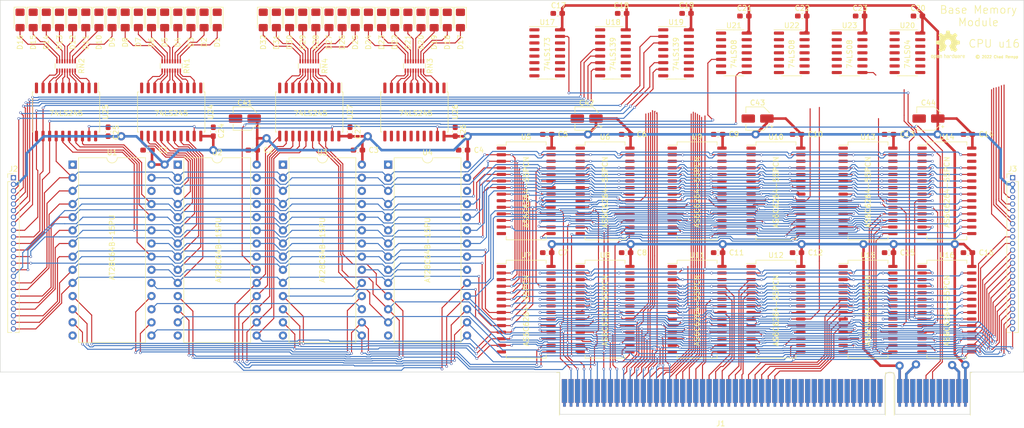
<source format=kicad_pcb>
(kicad_pcb (version 20211014) (generator pcbnew)
  (layers (0 "F.Cu" signal) (31 "B.Cu" signal) (34 "B.Paste" user) (35 "F.Paste" user) (36 "B.SilkS" user "B.Silkscreen") (37 "F.SilkS" user "F.Silkscreen") (38 "B.Mask" user) (39 "F.Mask" user) (44 "Edge.Cuts" user))
  (net 0 "")
  (net 1 "GND")
  (net 2 "/a_bus_07")
  (net 3 "/a_bus_06")
  (net 4 "/a_bus_05")
  (net 5 "/a_bus_04")
  (net 6 "/a_bus_03")
  (net 7 "/a_bus_02")
  (net 8 "/a_bus_01")
  (net 9 "/a_bus_00")
  (net 10 "/~{DBG}")
  (net 11 "+5V")
  (net 12 "/a_bus_15")
  (net 13 "/a_bus_14")
  (net 14 "/a_bus_13")
  (net 15 "/a_bus_12")
  (net 16 "/a_bus_11")
  (net 17 "/a_bus_10")
  (net 18 "/a_bus_09")
  (net 19 "/a_bus_08")
  (net 20 "/md_bus_07")
  (net 21 "/md_bus_06")
  (net 22 "/md_bus_05")
  (net 23 "/md_bus_04")
  (net 24 "/md_bus_03")
  (net 25 "/md_bus_02")
  (net 26 "/md_bus_01")
  (net 27 "/md_bus_00")
  (net 28 "/md_bus_15")
  (net 29 "/md_bus_14")
  (net 30 "/md_bus_13")
  (net 31 "/md_bus_12")
  (net 32 "/md_bus_11")
  (net 33 "/md_bus_10")
  (net 34 "/md_bus_09")
  (net 35 "/md_bus_08")
  (net 36 "/{slash}enable_lowbank_0")
  (net 37 "/{slash}bank_a_select")
  (net 38 "/{slash}enable_lowbank_1")
  (net 39 "/{slash}enable_lowbank_2")
  (net 40 "/{slash}enable_lowbank_3")
  (net 41 "/{slash}enable_highbank_3")
  (net 42 "/{slash}enable_highbank_2")
  (net 43 "/{slash}enable_highbank_1")
  (net 44 "/{slash}enable_highbank_0")
  (net 45 "/BANK")
  (net 46 "/RST")
  (net 47 "/MEMRQ")
  (net 48 "/{slash}bank_b_select")
  (net 49 "/{slash}bank_c_select")
  (net 50 "/{slash}bank_d_select")
  (net 51 "Net-(D29-Pad2)")
  (net 52 "Net-(D2-Pad2)")
  (net 53 "Net-(D3-Pad2)")
  (net 54 "Net-(D4-Pad2)")
  (net 55 "Net-(D5-Pad2)")
  (net 56 "Net-(D6-Pad2)")
  (net 57 "Net-(D7-Pad2)")
  (net 58 "Net-(D8-Pad2)")
  (net 59 "Net-(D9-Pad2)")
  (net 60 "Net-(D10-Pad2)")
  (net 61 "Net-(D11-Pad2)")
  (net 62 "Net-(D12-Pad2)")
  (net 63 "Net-(D13-Pad2)")
  (net 64 "Net-(D14-Pad2)")
  (net 65 "Net-(D15-Pad2)")
  (net 66 "Net-(D16-Pad2)")
  (net 67 "Net-(D17-Pad2)")
  (net 68 "Net-(D18-Pad2)")
  (net 69 "Net-(D19-Pad2)")
  (net 70 "Net-(D20-Pad2)")
  (net 71 "Net-(D21-Pad2)")
  (net 72 "Net-(D22-Pad2)")
  (net 73 "Net-(D23-Pad2)")
  (net 74 "Net-(D24-Pad2)")
  (net 75 "Net-(D25-Pad2)")
  (net 76 "Net-(D32-Pad2)")
  (net 77 "Net-(D31-Pad2)")
  (net 78 "Net-(D30-Pad2)")
  (net 79 "Net-(D1-Pad2)")
  (net 80 "Net-(D28-Pad2)")
  (net 81 "Net-(D27-Pad2)")
  (net 82 "Net-(D26-Pad2)")
  (net 84 "Net-(U5-Pad20)")
  (net 87 "Net-(U7-Pad20)")
  (net 139 "/RD")
  (net 140 "/WR")
  (net 162 "Net-(U9-Pad20)")
  (net 165 "Net-(U11-Pad20)")
  (net 168 "Net-(U13-Pad20)")
  (net 171 "Net-(U15-Pad20)")
  (net 173 "Net-(U18-Pad3)")
  (net 174 "Net-(U18-Pad2)")
  (net 175 "Net-(U18-Pad13)")
  (net 176 "Net-(U18-Pad14)")
  (net 184 "Net-(U21-Pad10)")
  (net 185 "Net-(U20-Pad4)")
  (net 186 "Net-(U20-Pad6)")
  (net 187 "Net-(U20-Pad8)")
  (net 192 "Net-(U21-Pad3)")
  (net 193 "Net-(U4-Pad20)")
  (net 194 "Net-(U1-Pad20)")
  (net 195 "Net-(U21-Pad11)")
  (net 196 "Net-(U22-Pad8)")
  (net 197 "Net-(U23-Pad6)")
  (net 198 "Net-(U24-Pad9)")
  (net 199 "Net-(U24-Pad8)")
  (net 200 "Net-(U24-Pad7)")
  (net 201 "Net-(U24-Pad6)")
  (net 202 "Net-(U24-Pad5)")
  (net 203 "Net-(U24-Pad4)")
  (net 204 "Net-(U24-Pad3)")
  (net 205 "Net-(U24-Pad2)")
  (net 206 "Net-(U25-Pad9)")
  (net 207 "Net-(U25-Pad8)")
  (net 208 "Net-(U25-Pad7)")
  (net 209 "Net-(U25-Pad6)")
  (net 210 "Net-(U25-Pad5)")
  (net 211 "Net-(U25-Pad4)")
  (net 212 "Net-(U25-Pad3)")
  (net 213 "Net-(U25-Pad2)")
  (net 214 "Net-(U26-Pad9)")
  (net 215 "Net-(U26-Pad8)")
  (net 216 "Net-(U26-Pad7)")
  (net 217 "Net-(U26-Pad6)")
  (net 218 "Net-(U26-Pad5)")
  (net 219 "Net-(U26-Pad4)")
  (net 220 "Net-(U26-Pad3)")
  (net 221 "Net-(U26-Pad2)")
  (net 222 "Net-(U27-Pad9)")
  (net 223 "Net-(U27-Pad8)")
  (net 224 "Net-(U27-Pad7)")
  (net 225 "Net-(U27-Pad6)")
  (net 226 "Net-(U27-Pad5)")
  (net 227 "Net-(U27-Pad4)")
  (net 228 "Net-(U27-Pad3)")
  (net 229 "Net-(U27-Pad2)")
  (footprint "Capacitor_SMD:C_0603_1608Metric_Pad1.08x0.95mm_HandSolder" (layer "F.Cu") (at 221.488 87.63 180)
    (fp_text reference "C13")
    (fp_text value "1uf")
  )
  (footprint "Capacitor_SMD:C_0603_1608Metric_Pad1.08x0.95mm_HandSolder" (layer "F.Cu") (at 118.872 90.678 180)
    (fp_text reference "C3")
    (fp_text value "1uf")
  )
  (footprint "LED_SMD:LED_1206_3216Metric_Pad1.42x1.75mm_HandSolder" (layer "F.Cu") (at 125.984 65.542 -90)
    (fp_text reference "D22")
    (fp_text value "LED" hide)
  )
  (footprint "Capacitor_SMD:C_0603_1608Metric_Pad1.08x0.95mm_HandSolder" (layer "F.Cu") (at 98.552 90.678 180)
    (fp_text reference "C2")
    (fp_text value "1uf")
  )
  (footprint "LED_SMD:LED_1206_3216Metric_Pad1.42x1.75mm_HandSolder" (layer "F.Cu") (at 115.824 65.532 -90)
    (fp_text reference "D26")
    (fp_text value "LED" hide)
  )
  (footprint "Capacitor_SMD:C_0603_1608Metric_Pad1.08x0.95mm_HandSolder" (layer "F.Cu") (at 227.076 64.77 180)
    (fp_text reference "C20")
    (fp_text value "1uf")
  )
  (footprint "Package_SO:SOIC-20W_7.5x12.8mm_P1.27mm" (layer "F.Cu") (at 82.804 83.312 -90)
    (fp_text reference "U24")
    (fp_text value "74LS245")
  )
  (footprint "Package_SO:SOIC-14_3.9x8.7mm_P1.27mm" (layer "F.Cu") (at 191.516 71.882)
    (fp_text reference "U21")
    (fp_text value "74LS08")
  )
  (footprint "Package_SO:SOIC-28W_7.5x18.7mm_P1.27mm" (layer "F.Cu") (at 151.384 121.412)
    (fp_text reference "U7")
    (fp_text value "AS6C6264-55PCN")
  )
  (footprint "Resistor_SMD:R_Array_Convex_8x0602" (layer "F.Cu") (at 82.804 74.422 -90)
    (fp_text reference "RN1")
    (fp_text value "220R")
  )
  (footprint "LED_SMD:LED_1206_3216Metric_Pad1.42x1.75mm_HandSolder" (layer "F.Cu") (at 71.374 65.532 -90)
    (fp_text reference "D9")
    (fp_text value "LED" hide)
  )
  (footprint "LED_SMD:LED_1206_3216Metric_Pad1.42x1.75mm_HandSolder" (layer "F.Cu") (at 100.584 65.532 -90)
    (fp_text reference "D32")
    (fp_text value "LED" hide)
  )
  (footprint "Resistor_SMD:R_Array_Convex_8x0602" (layer "F.Cu") (at 129.794 74.422 -90)
    (fp_text reference "RN3")
    (fp_text value "220R")
  )
  (footprint "Capacitor_SMD:C_0603_1608Metric_Pad1.08x0.95mm_HandSolder" (layer "F.Cu") (at 157.48 64.262 180)
    (fp_text reference "C17")
    (fp_text value "1uf")
  )
  (footprint "Package_DIP:DIP-28_W15.24mm" (layer "F.Cu") (at 84.074 93.482)
    (fp_text reference "U2")
    (fp_text value "AT28C64B-15PU")
  )
  (footprint "Connector_PinHeader_1.27mm:PinHeader_1x24_P1.27mm_Vertical" (layer "F.Cu") (at 52.324 96.012)
    (fp_text reference "J2")
    (fp_text value "Expansion Connector A")
  )
  (footprint "Capacitor_SMD:C_0603_1608Metric_Pad1.08x0.95mm_HandSolder" (layer "F.Cu") (at 90.932 87.122 90)
    (fp_text reference "C24")
    (fp_text value "1uf")
  )
  (footprint "Package_SO:SOIC-28W_7.5x18.7mm_P1.27mm" (layer "F.Cu") (at 184.404 98.552)
    (fp_text reference "U9")
    (fp_text value "AS6C6264-55PCN")
  )
  (footprint "Package_SO:SOIC-28W_7.5x18.7mm_P1.27mm" (layer "F.Cu") (at 151.384 98.552)
    (fp_text reference "U5")
    (fp_text value "AS6C6264-55PCN")
  )
  (footprint "Capacitor_SMD:C_0603_1608Metric_Pad1.08x0.95mm_HandSolder" (layer "F.Cu") (at 78.232 90.678 180)
    (fp_text reference "C1")
    (fp_text value "1uf")
  )
  (footprint "LED_SMD:LED_1206_3216Metric_Pad1.42x1.75mm_HandSolder" (layer "F.Cu") (at 123.444 65.542 -90)
    (fp_text reference "D23")
    (fp_text value "LED" hide)
  )
  (footprint "LED_SMD:LED_1206_3216Metric_Pad1.42x1.75mm_HandSolder" (layer "F.Cu") (at 86.614 65.532 -90)
    (fp_text reference "D3")
    (fp_text value "LED" hide)
  )
  (footprint "LED_SMD:LED_1206_3216Metric_Pad1.42x1.75mm_HandSolder" (layer "F.Cu") (at 68.834 65.532 -90)
    (fp_text reference "D10")
    (fp_text value "LED" hide)
  )
  (footprint "Capacitor_SMD:C_0603_1608Metric_Pad1.08x0.95mm_HandSolder" (layer "F.Cu") (at 155.448 87.63 180)
    (fp_text reference "C5")
    (fp_text value "1uf")
  )
  (footprint "Capacitor_SMD:C_0603_1608Metric_Pad1.08x0.95mm_HandSolder" (layer "F.Cu") (at 236.728 110.49 180)
    (fp_text reference "C16")
    (fp_text value "1uf")
  )
  (footprint "Package_DIP:DIP-28_W15.24mm" (layer "F.Cu") (at 63.754 93.482)
    (fp_text reference "U1")
    (fp_text value "AT28C64B-15PU")
  )
  (footprint "Capacitor_SMD:C_0603_1608Metric_Pad1.08x0.95mm_HandSolder" (layer "F.Cu") (at 215.9 64.77 180)
    (fp_text reference "C23")
    (fp_text value "1uf")
  )
  (footprint "Package_SO:SOIC-28W_7.5x18.7mm_P1.27mm" (layer "F.Cu") (at 217.424 121.412)
    (fp_text reference "U15")
    (fp_text value "AS6C6264-55PCN")
  )
  (footprint "Package_SO:SOIC-28W_7.5x18.7mm_P1.27mm" (layer "F.Cu") (at 232.664 121.412)
    (fp_text reference "U16")
    (fp_text value "AS6C6264-55PCN")
  )
  (footprint "Package_SO:SOIC-28W_7.5x18.7mm_P1.27mm" (layer "F.Cu") (at 166.624 121.412)
    (fp_text reference "U8")
    (fp_text value "AS6C6264-55PCN")
  )
  (footprint "Capacitor_SMD:C_0603_1608Metric_Pad1.08x0.95mm_HandSolder" (layer "F.Cu") (at 188.468 110.49 180)
    (fp_text reference "C11")
    (fp_text value "1uf")
  )
  (footprint "LED_SMD:LED_1206_3216Metric_Pad1.42x1.75mm_HandSolder" (layer "F.Cu") (at 63.754 65.532 -90)
    (fp_text reference "D12")
    (fp_text value "LED" hide)
  )
  (footprint "Symbol:OSHW-Logo2_7.3x6mm_SilkScreen" (layer "F.Cu") (at 232.872 70.358)
    (fp_text reference "REF**" hide)
    (fp_text value "OSHW-Logo2_7.3x6mm_SilkScreen" hide)
  )
  (footprint "LED_SMD:LED_1206_3216Metric_Pad1.42x1.75mm_HandSolder" (layer "F.Cu") (at 105.664 65.532 -90)
    (fp_text reference "D30")
    (fp_text value "LED" hide)
  )
  (footprint "Package_SO:SOIC-28W_7.5x18.7mm_P1.27mm" (layer "F.Cu") (at 166.624 98.552)
    (fp_text reference "U6")
    (fp_text value "AS6C6264-55PCN")
  )
  (footprint "Capacitor_SMD:C_0603_1608Metric_Pad1.08x0.95mm_HandSolder" (layer "F.Cu") (at 139.192 90.678 180)
    (fp_text reference "C4")
    (fp_text value "1uf")
  )
  (footprint "Capacitor_SMD:CP_Elec_4x5.4" (layer "F.Cu") (at 229.108 84.582 180)
    (fp_text reference "C44")
    (fp_text value "10uf")
  )
  (footprint "Resistor_SMD:R_Array_Convex_8x0602" (layer "F.Cu") (at 62.484 74.422 -90)
    (fp_text reference "RN2")
    (fp_text value "220R")
  )
  (footprint "LED_SMD:LED_1206_3216Metric_Pad1.42x1.75mm_HandSolder" (layer "F.Cu") (at 73.914 65.532 -90)
    (fp_text reference "D8")
    (fp_text value "LED" hide)
  )
  (footprint "Package_SO:SOIC-28W_7.5x18.7mm_P1.27mm" (layer "F.Cu") (at 232.664 98.552)
    (fp_text reference "U14")
    (fp_text value "AS6C6264-55PCN")
  )
  (footprint "Package_SO:SOIC-28W_7.5x18.7mm_P1.27mm" (layer "F.Cu") (at 199.644 121.412)
    (fp_text reference "U12")
    (fp_text value "AS6C6264-55PCN")
  )
  (footprint "Capacitor_SMD:C_0603_1608Metric_Pad1.08x0.95mm_HandSolder" (layer "F.Cu") (at 170.688 110.49 180)
    (fp_text reference "C8")
    (fp_text value "1uf")
  )
  (footprint "Capacitor_SMD:C_0603_1608Metric_Pad1.08x0.95mm_HandSolder" (layer "F.Cu") (at 203.708 87.63 180)
    (fp_text reference "C10")
    (fp_text value "1uf")
  )
  (footprint "LED_SMD:LED_1206_3216Metric_Pad1.42x1.75mm_HandSolder" (layer "F.Cu") (at 133.604 65.542 -90)
    (fp_text reference "D19")
    (fp_text value "LED" hide)
  )
  (footprint "Capacitor_SMD:CP_Elec_4x5.4" (layer "F.Cu") (at 97.028 84.582 180)
    (fp_text reference "C41")
    (fp_text value "10uf")
  )
  (footprint "Capacitor_SMD:C_0603_1608Metric_Pad1.08x0.95mm_HandSolder" (layer "F.Cu") (at 70.612 87.122 90)
    (fp_text reference "C25")
    (fp_text value "1uf")
  )
  (footprint "Capacitor_SMD:C_0603_1608Metric_Pad1.08x0.95mm_HandSolder" (layer "F.Cu") (at 169.926 64.262 180)
    (fp_text reference "C18")
    (fp_text value "1uf")
  )
  (footprint "LED_SMD:LED_1206_3216Metric_Pad1.42x1.75mm_HandSolder" (layer "F.Cu") (at 110.744 65.532 -90)
    (fp_text reference "D28")
    (fp_text value "LED" hide)
  )
  (footprint "LED_SMD:LED_1206_3216Metric_Pad1.42x1.75mm_HandSolder" (layer "F.Cu") (at 78.994 65.532 -90)
    (fp_text reference "D6")
    (fp_text value "LED" hide)
  )
  (footprint "Package_SO:SOIC-16_3.9x9.9mm_P1.27mm" (layer "F.Cu") (at 180.34 71.882)
    (fp_text reference "U19")
    (fp_text value "74LS139")
  )
  (footprint "Capacitor_SMD:C_0603_1608Metric_Pad1.08x0.95mm_HandSolder" (layer "F.Cu") (at 204.724 64.77 180)
    (fp_text reference "C22")
    (fp_text value "1uf")
  )
  (footprint "LED_SMD:LED_1206_3216Metric_Pad1.42x1.75mm_HandSolder" (layer "F.Cu") (at 53.594 65.532 -90)
    (fp_text reference "D16")
    (fp_text value "LED" hide)
  )
  (footprint "LED_SMD:LED_1206_3216Metric_Pad1.42x1.75mm_HandSolder" (layer "F.Cu") (at 136.144 65.542 -90)
    (fp_text reference "D18")
    (fp_text value "LED" hide)
  )
  (footprint "LED_SMD:LED_1206_3216Metric_Pad1.42x1.75mm_HandSolder" (layer "F.Cu") (at 84.074 65.532 -90)
    (fp_text reference "D4")
    (fp_text value "LED" hide)
  )
  (footprint "LED_SMD:LED_1206_3216Metric_Pad1.42x1.75mm_HandSolder" (layer "F.Cu") (at 89.154 65.532 -90)
    (fp_text reference "D2")
    (fp_text value "LED" hide)
  )
  (footprint "Capacitor_SMD:C_0603_1608Metric_Pad1.08x0.95mm_HandSolder" (layer "F.Cu") (at 137.668 87.122 90)
    (fp_text reference "C26")
    (fp_text value "1uf")
  )
  (footprint "Package_SO:SOIC-28W_7.5x18.7mm_P1.27mm" (layer "F.Cu") (at 184.404 121.412)
    (fp_text reference "U11")
    (fp_text value "AS6C6264-55PCN")
  )
  (footprint "Capacitor_SMD:C_0603_1608Metric_Pad1.08x0.95mm_HandSolder" (layer "F.Cu") (at 170.688 87.63 180)
    (fp_text reference "C6")
    (fp_text value "1uf")
  )
  (footprint "Capacitor_SMD:C_0603_1608Metric_Pad1.08x0.95mm_HandSolder" (layer "F.Cu") (at 182.372 64.262 180)
    (fp_text reference "C19")
    (fp_text value "1uf")
  )
  (footprint "Package_DIP:DIP-28_W15.24mm" (layer "F.Cu") (at 124.714 93.482)
    (fp_text reference "U4")
    (fp_text value "AT28C64B-15PU")
  )
  (footprint "Capacitor_SMD:C_0603_1608Metric_Pad1.08x0.95mm_HandSolder" (layer "F.Cu") (at 221.488 110.49 180)
    (fp_text reference "C15")
    (fp_text value "1uf")
  )
  (footprint "Package_SO:SOIC-14_3.9x8.7mm_P1.27mm" (layer "F.Cu") (at 213.868 71.882)
    (fp_text reference "U23")
    (fp_text value "74LS08")
  )
  (footprint "LED_SMD:LED_1206_3216Metric_Pad1.42x1.75mm_HandSolder" (layer "F.Cu") (at 91.694 65.532 -90)
    (fp_text reference "D1")
    (fp_text value "LED" hide)
  )
  (footprint "Package_SO:SOIC-20W_7.5x12.8mm_P1.27mm" (layer "F.Cu") (at 109.474 83.312 -90)
    (fp_text reference "U27")
    (fp_text value "74LS245")
  )
  (footprint "LED_SMD:LED_1206_3216Metric_Pad1.42x1.75mm_HandSolder" (layer "F.Cu") (at 81.534 65.532 -90)
    (fp_text reference "D5")
    (fp_text value "LED" hide)
  )
  (footprint "Capacitor_SMD:CP_Elec_4x5.4" (layer "F.Cu") (at 196.088 84.582 180)
    (fp_text reference "C43")
    (fp_text value "10uf")
  )
  (footprint "Package_SO:SOIC-14_3.9x8.7mm_P1.27mm" (layer "F.Cu") (at 225.044 71.882)
    (fp_text reference "U20")
    (fp_text value "74LS04")
  )
  (footprint "LED_SMD:LED_1206_3216Metric_Pad1.42x1.75mm_HandSolder" (layer "F.Cu") (at 66.294 65.532 -90)
    (fp_text reference "D11")
    (fp_text value "LED" hide)
  )
  (footprint "Resistor_SMD:R_Array_Convex_8x0602" (layer "F.Cu") (at 109.474 74.422 -90)
    (fp_text reference "RN4")
    (fp_text value "220R")
  )
  (footprint "Package_SO:SOIC-28W_7.5x18.7mm_P1.27mm" (layer "F.Cu") (at 199.644 98.552)
    (fp_text reference "U10")
    (fp_text value "AS6C6264-55PCN")
  )
  (footprint "Capacitor_SMD:C_0603_1608Metric_Pad1.08x0.95mm_HandSolder" (layer "F.Cu") (at 188.468 87.63 180)
    (fp_text reference "C9")
    (fp_text value "1uf")
  )
  (footprint "LED_SMD:LED_1206_3216Metric_Pad1.42x1.75mm_HandSolder" (layer "F.Cu") (at 56.134 65.532 -90)
    (fp_text reference "D15")
    (fp_text value "LED" hide)
  )
  (footprint "LED_SMD:LED_1206_3216Metric_Pad1.42x1.75mm_HandSolder" (layer "F.Cu") (at 131.064 65.542 -90)
    (fp_text reference "D20")
    (fp_text value "LED" hide)
  )
  (footprint "LED_SMD:LED_1206_3216Metric_Pad1.42x1.75mm_HandSolder" (layer "F.Cu") (at 103.124 65.532 -90)
    (fp_text reference "D31")
    (fp_text value "LED" hide)
  )
  (footprint "LED_SMD:LED_1206_3216Metric_Pad1.42x1.75mm_HandSolder" (layer "F.Cu") (at 118.364 65.532 -90)
    (fp_text reference "D25")
    (fp_text value "LED" hide)
  )
  (footprint "Capacitor_SMD:C_0603_1608Metric_Pad1.08x0.95mm_HandSolder" (layer "F.Cu") (at 236.728 87.63 180)
    (fp_text reference "C14")
    (fp_text value "1uf")
  )
  (footprint "Package_SO:SOIC-20W_7.5x12.8mm_P1.27mm" (layer "F.Cu") (at 62.484 83.312 -90)
    (fp_text reference "U25")
    (fp_text value "74LS245")
  )
  (footprint "Capacitor_SMD:C_0603_1608Metric_Pad1.08x0.95mm_HandSolder" (layer "F.Cu") (at 193.548 64.77 180)
    (fp_text reference "C21")
    (fp_text value "1uf")
  )
  (footprint "Package_SO:SOIC-14_3.9x8.7mm_P1.27mm" (layer "F.Cu") (at 202.692 71.882)
    (fp_text reference "U22")
    (fp_text value "74LS08")
  )
  (footprint "Capacitor_SMD:CP_Elec_4x5.4" (layer "F.Cu") (at 163.068 84.582 180)
    (fp_text reference "C42")
    (fp_text value "10uf")
  )
  (footprint "LED_SMD:LED_1206_3216Metric_Pad1.42x1.75mm_HandSolder" (layer "F.Cu") (at 108.204 65.532 -90)
    (fp_text reference "D29")
    (fp_text value "LED" hide)
  )
  (footprint "LED_SMD:LED_1206_3216Metric_Pad1.42x1.75mm_HandSolder" (layer "F.Cu") (at 58.674 65.532 -90)
    (fp_text reference "D14")
    (fp_text value "LED" hide)
  )
  (footprint "Package_SO:SOIC-28W_7.5x18.7mm_P1.27mm" (layer "F.Cu") (at 217.424 98.552)
    (fp_text reference "U13")
    (fp_text value "AS6C6264-55PCN")
  )
  (footprint "LED_SMD:LED_1206_3216Metric_Pad1.42x1.75mm_HandSolder" (layer "F.Cu") (at 128.524 65.542 -90)
    (fp_text reference "D21")
    (fp_text value "LED" hide)
  )
  (footprint "LED_SMD:LED_1206_3216Metric_Pad1.42x1.75mm_HandSolder" (layer "F.Cu") (at 113.284 65.532 -90)
    (fp_text reference "D27")
    (fp_text value "LED" hide)
  )
  (footprint "Capacitor_SMD:C_0603_1608Metric_Pad1.08x0.95mm_HandSolder" (layer "F.Cu") (at 155.448 110.49 180)
    (fp_text reference "C7")
    (fp_text value "1uf")
  )
  (footprint "Capacitor_SMD:C_0603_1608Metric_Pad1.08x0.95mm_HandSolder" (layer "F.Cu") (at 203.708 110.49 180)
    (fp_text reference "C12")
    (fp_text value "1uf")
  )
  (footprint "Package_SO:SOIC-20W_7.5x12.8mm_P1.27mm" (layer "F.Cu") (at 129.794 83.312 -90)
    (fp_text reference "U26")
    (fp_text value "74LS245")
  )
  (footprint "Capacitor_SMD:C_0603_1608Metric_Pad1.08x0.95mm_HandSolder" (layer "F.Cu") (at 117.348 87.122 90)
    (fp_text reference "C27")
    (fp_text value "1uf")
  )
  (footprint "Connector_PCBEdge:BUS_PCI" (layer "F.Cu") (at 197.5104 138.5408)
    (fp_text reference "J1")
    (fp_text value "Interconnect")
  )
  (footprint "Package_DIP:DIP-28_W15.24mm" (layer "F.Cu") (at 104.394 93.482)
    (fp_text reference "U3")
    (fp_text value "AT28C64B-15PU")
  )
  (footprint "LED_SMD:LED_1206_3216Metric_Pad1.42x1.75mm_HandSolder" (layer "F.Cu") (at 76.454 65.532 -90)
    (fp_text reference "D7")
    (fp_text value "LED" hide)
  )
  (footprint "LED_SMD:LED_1206_3216Metric_Pad1.42x1.75mm_HandSolder" (layer "F.Cu") (at 120.904 65.532 -90)
    (fp_text reference "D24")
    (fp_text value "LED" hide)
  )
  (footprint "Package_SO:SOIC-16_3.9x9.9mm_P1.27mm" (layer "F.Cu") (at 168.148 71.882)
    (fp_text reference "U18")
    (fp_text value "74LS139")
  )
  (footprint "Package_SO:SOIC-16_3.9x9.9mm_P1.27mm" (layer "F.Cu") (at 155.448 71.882)
    (fp_text reference "U17")
    (fp_text value "74LS173")
  )
  (footprint "LED_SMD:LED_1206_3216Metric_Pad1.42x1.75mm_HandSolder" (layer "F.Cu") (at 138.684 65.542 -90)
    (fp_text reference "D17")
    (fp_text value "LED" hide)
  )
  (footprint "Connector_PinHeader_1.27mm:PinHeader_1x24_P1.27mm_Vertical" (layer "F.Cu") (at 245.364 96.012)
    (fp_text reference "J3")
    (fp_text value "Expansion Connector B")
  )
  (footprint "LED_SMD:LED_1206_3216Metric_Pad1.42x1.75mm_HandSolder" (layer "F.Cu") (at 61.214 65.532 -90)
    (fp_text reference "D13")
    (fp_text value "LED" hide)
  )
  (gr_line (start 49.774 133.557) (end 49.784 61.727) (layer "Edge.Cuts") (width 0.1))
  (gr_line (start 157.889 133.557) (end 49.774 133.557) (layer "Edge.Cuts") (width 0.1))
  (gr_line (start 222.649 141.727) (end 222.649 134.537) (layer "Edge.Cuts") (width 0.1))
  (gr_line (start 220.695 141.727) (end 157.889 141.727) (layer "Edge.Cuts") (width 0.1))
  (gr_line (start 247.509 133.557) (end 237.139 133.557) (layer "Edge.Cuts") (width 0.1))
  (gr_line (start 220.695 141.727) (end 220.689 134.537) (layer "Edge.Cuts") (width 0.1))
  (gr_arc (start 220.689 134.537) (mid 221.669 133.557) (end 222.649 134.537) (layer "Edge.Cuts") (width 0.1))
  (gr_line (start 247.529 61.727) (end 247.509 133.557) (layer "Edge.Cuts") (width 0.1))
  (gr_line (start 49.784 61.727) (end 247.529 61.727) (layer "Edge.Cuts") (width 0.1))
  (gr_line (start 237.139 141.727) (end 237.139 133.557) (layer "Edge.Cuts") (width 0.1))
  (gr_line (start 237.139 141.727) (end 222.649 141.727) (layer "Edge.Cuts") (width 0.1))
  (gr_line (start 157.889 141.727) (end 157.889 133.557) (layer "Edge.Cuts") (width 0.1))
  (gr_text "CPU u16" (at 241.808 70.119) (layer "F.SilkS") (effects (font (size 1.5 1.5))))
  (gr_text "© 2022 Chad Rempp" (at 242.316 72.659) (layer "F.SilkS") (effects (font (size 0.5 0.5) (thickness 0.125))))
  (gr_text "Base Memory\nModule\n" (at 238.76 64.77) (layer "F.SilkS") (effects (font (size 1.5 1.5))))
  (segment (start 234.9804 133.5074) (end 234.9804 137.2108) (width 0.5) (layer "F.Cu") (net 1))
  (segment (start 233.68 132.207) (end 234.9804 133.5074) (width 0.5) (layer "F.Cu") (net 1))
  (segment (start 224.8204 133.9546) (end 226.695 132.08) (width 0.5) (layer "F.Cu") (net 1))
  (segment (start 224.8204 137.2108) (end 224.8204 133.9546) (width 0.5) (layer "F.Cu") (net 1))
  (via (at 233.68 132.207) (size 1.6) (drill 0.8) (layers "F.Cu" "B.Cu") (net 1))
  (via (at 226.695 132.08) (size 1.6) (drill 0.8) (layers "F.Cu" "B.Cu") (net 1))
  (segment (start 234.9804 133.5074) (end 233.68 132.207) (width 0.5) (layer "B.Cu") (net 1))
  (segment (start 224.8204 133.9546) (end 226.695 132.08) (width 0.5) (layer "B.Cu") (net 1))
  (segment (start 224.8204 137.2108) (end 224.8204 133.9546) (width 0.5) (layer "B.Cu") (net 1))
  (segment (start 234.9804 137.2108) (end 234.9804 133.5074) (width 0.5) (layer "B.Cu") (net 1))
  (segment (start 77.089 87.962) (end 77.089 89.281) (width 0.2) (layer "F.Cu") (net 2))
  (segment (start 77.089 89.281) (end 77.71148 89.90348) (width 0.2) (layer "F.Cu") (net 2))
  (segment (start 161.811 92.837) (end 163.817 92.837) (width 0.2) (layer "F.Cu") (net 2))
  (segment (start 227.864 115.697) (end 229.87 115.697) (width 0.2) (layer "F.Cu") (net 2))
  (segment (start 149.624511 92.986989) (end 149.7745 92.837) (width 0.2) (layer "F.Cu") (net 2))
  (segment (start 190.5304 134.3356) (end 190.5304 137.2108) (width 0.2) (layer "F.Cu") (net 2))
  (segment (start 194.831 92.837) (end 196.837 92.837) (width 0.2) (layer "F.Cu") (net 2))
  (segment (start 179.591 92.837) (end 181.597 92.837) (width 0.2) (layer "F.Cu") (net 2))
  (segment (start 144.018 92.837) (end 146.584 92.837) (width 0.2) (layer "F.Cu") (net 2))
  (segment (start 148.577 115.697) (end 149.624511 114.649489) (width 0.2) (layer "F.Cu") (net 2))
  (segment (start 81.627027 91.913555) (end 81.754027 92.040555) (width 0.2) (layer "F.Cu") (net 2))
  (segment (start 61.214 98.552) (end 58.801 100.965) (width 0.2) (layer "F.Cu") (net 2))
  (segment (start 63.754 98.562) (end 61.224 98.562) (width 0.2) (layer "F.Cu") (net 2))
  (segment (start 192.49496 117.780323) (end 192.49496 132.37104) (width 0.2) (layer "F.Cu") (net 2))
  (segment (start 61.224 98.562) (end 61.214 98.552) (width 0.2) (layer "F.Cu") (net 2))
  (segment (start 77.71148 89.90348) (end 79.61694 89.90348) (width 0.2) (layer "F.Cu") (net 2))
  (segment (start 58.801 100.965) (end 58.801 113.284) (width 0.2) (layer "F.Cu") (net 2))
  (segment (start 85.278585 92.040555) (end 86.106 92.86797) (width 0.2) (layer "F.Cu") (net 2))
  (segment (start 192.49496 132.37104) (end 190.5304 134.3356) (width 0.2) (layer "F.Cu") (net 2))
  (segment (start 55.753 116.332) (end 52.324 116.332) (width 0.2) (layer "F.Cu") (net 2))
  (segment (start 194.844 115.697) (end 194.578283 115.697) (width 0.2) (layer "F.Cu") (net 2))
  (segment (start 79.61694 89.90348) (end 81.627015 91.913555) (width 0.2) (layer "F.Cu") (net 2))
  (segment (start 194.578283 115.697) (end 192.49496 117.780323) (width 0.2) (layer "F.Cu") (net 2))
  (segment (start 146.571 115.697) (end 148.577 115.697) (width 0.2) (layer "F.Cu") (net 2))
  (segment (start 81.754027 92.040555) (end 85.278585 92.040555) (width 0.2) (layer "F.Cu") (net 2))
  (segment (start 58.801 113.284) (end 55.753 116.332) (width 0.2) (layer "F.Cu") (net 2))
  (segment (start 179.604 115.697) (end 181.61 115.697) (width 0.2) (layer "F.Cu") (net 2))
  (segment (start 212.611 92.837) (end 214.617 92.837) (width 0.2) (layer "F.Cu") (net 2))
  (segment (start 81.627015 91.913555) (end 81.627027 91.913555) (width 0.2) (layer "F.Cu") (net 2))
  (segment (start 86.106 96.53) (end 84.074 98.562) (width 0.2) (layer "F.Cu") (net 2))
  (segment (start 146.571 92.837) (end 148.577 92.837) (width 0.2) (layer "F.Cu") (net 2))
  (segment (start 86.106 92.86797) (end 86.106 96.53) (width 0.2) (layer "F.Cu") (net 2))
  (segment (start 227.851 92.837) (end 229.857 92.837) (width 0.2) (layer "F.Cu") (net 2))
  (segment (start 161.811 115.697) (end 163.817 115.697) (width 0.2) (layer "F.Cu") (net 2))
  (segment (start 149.624511 114.649489) (end 149.624511 92.986989) (width 0.2) (layer "F.Cu") (net 2))
  (segment (start 194.844 115.697) (end 196.85 115.697) (width 0.2) (layer "F.Cu") (net 2))
  (segment (start 212.624 115.697) (end 214.63 115.697) (width 0.2) (layer "F.Cu") (net 2))
  (via (at 196.85 115.697) (size 0.5) (drill 0.3) (layers "F.Cu" "B.Cu") (net 2))
  (via (at 214.63 115.697) (size 0.5) (drill 0.3) (layers "F.Cu" "B.Cu") (net 2))
  (via (at 149.7745 92.837) (size 0.5) (drill 0.3) (layers "F.Cu" "B.Cu") (net 2))
  (via (at 229.857 92.837) (size 0.5) (drill 0.3) (layers "F.Cu" "B.Cu") (net 2))
  (via (at 148.577 92.837) (size 0.5) (drill 0.3) (layers "F.Cu" "B.Cu") (net 2))
  (via (at 214.617 92.837) (size 0.5) (drill 0.3) (layers "F.Cu" "B.Cu") (net 2))
  (via (at 144.018 92.837) (size 0.5) (drill 0.3) (layers "F.Cu" "B.Cu") (net 2))
  (via (at 163.817 115.697) (size 0.5) (drill 0.3) (layers "F.Cu" "B.Cu") (net 2))
  (via (at 229.87 115.697) (size 0.5) (drill 0.3) (layers "F.Cu" "B.Cu") (net 2))
  (via (at 163.817 92.837) (size 0.5) (drill 0.3) (layers "F.Cu" "B.Cu") (net 2))
  (via (at 181.61 115.697) (size 0.5) (drill 0.3) (layers "F.Cu" "B.Cu") (net 2))
  (via (at 148.577 115.697) (size 0.5) (drill 0.3) (layers "F.Cu" "B.Cu") (net 2))
  (via (at 196.837 92.837) (size 0.5) (drill 0.3) (layers "F.Cu" "B.Cu") (net 2))
  (via (at 181.597 92.837) (size 0.5) (drill 0.3) (layers "F.Cu" "B.Cu") (net 2))
  (segment (start 82.974489 97.462489) (end 84.074 98.562) (width 0.2) (layer "B.Cu") (net 2))
  (segment (start 163.817 92.837) (end 181.597 92.837) (width 0.2) (layer "B.Cu") (net 2))
  (segment (start 214.63 115.697) (end 214.122 115.697) (width 0.2) (layer "B.Cu") (net 2))
  (segment (start 213.614 115.189) (end 197.866 115.189) (width 0.2) (layer "B.Cu") (net 2))
  (segment (start 229.87 115.697) (end 214.63 115.697) (width 0.2) (layer "B.Cu") (net 2))
  (segment (start 164.846 115.189) (end 164.338 115.697) (width 0.2) (layer "B.Cu") (net 2))
  (segment (start 144.018 93.726) (end 144.018 92.837) (width 0.2) (layer "B.Cu") (net 2))
  (segment (start 64.853511 97.462489) (end 82.974489 97.462489) (width 0.2) (layer "B.Cu") (net 2))
  (segment (start 197.358 115.697) (end 196.85 115.697) (width 0.2) (layer "B.Cu") (net 2))
  (segment (start 181.102 115.697) (end 180.594 115.189) (width 0.2) (layer "B.Cu") (net 2))
  (segment (start 196.85 115.697) (end 181.61 115.697) (width 0.2) (layer "B.Cu") (net 2))
  (segment (start 85.173511 97.462489) (end 103.294489 97.462489) (width 0.2) (layer "B.Cu") (net 2))
  (segment (start 181.61 115.697) (end 181.102 115.697) (width 0.2) (layer "B.Cu") (net 2))
  (segment (start 181.597 92.837) (end 196.837 92.837) (width 0.2) (layer "B.Cu") (net 2))
  (segment (start 125.476 97.79) (end 125.984 97.282) (width 0.2) (layer "B.Cu") (net 2))
  (segment (start 103.294489 97.462489) (end 104.394 98.562) (width 0.2) (layer "B.Cu") (net 2))
  (segment (start 125.984 97.282) (end 140.462 97.282) (width 0.2) (layer "B.Cu") (net 2))
  (segment (start 123.614489 97.462489) (end 124.714 98.562) (width 0.2) (layer "B.Cu") (net 2))
  (segment (start 148.577 92.837) (end 149.7745 92.837) (width 0.2) (layer "B.Cu") (net 2))
  (segment (start 180.594 115.189) (end 164.846 115.189) (width 0.2) (layer "B.Cu") (net 2))
  (segment (start 125.476 97.8) (end 125.476 97.79) (width 0.2) (layer "B.Cu") (net 2))
  (segment (start 197.866 115.189) (end 197.358 115.697) (width 0.2) (layer "B.Cu") (net 2))
  (segment (start 162.814 115.189) (end 163.322 115.697) (width 0.2) (layer "B.Cu") (net 2))
  (segment (start 196.837 92.837) (end 214.617 92.837) (width 0.2) (layer "B.Cu") (net 2))
  (segment (start 214.617 92.837) (end 229.857 92.837) (width 0.2) (layer "B.Cu") (net 2))
  (segment (start 148.577 115.697) (end 149.098 115.697) (width 0.2) (layer "B.Cu") (net 2))
  (segment (start 124.714 98.562) (end 125.476 97.8) (width 0.2) (layer "B.Cu") (net 2))
  (segment (start 164.338 115.697) (end 163.817 115.697) (width 0.2) (layer "B.Cu") (net 2))
  (segment (start 104.394 98.562) (end 105.493511 97.462489) (width 0.2) (layer "B.Cu") (net 2))
  (segment (start 149.098 115.697) (end 149.606 115.189) (width 0.2) (layer "B.Cu") (net 2))
  (segment (start 163.817 92.837) (end 149.7745 92.837) (width 0.2) (layer "B.Cu") (net 2))
  (segment (start 163.322 115.697) (end 163.817 115.697) (width 0.2) (layer "B.Cu") (net 2))
  (segment (start 84.074 98.562) (end 85.173511 97.462489) (width 0.2) (layer "B.Cu") (net 2))
  (segment (start 140.462 97.282) (end 144.018 93.726) (width 0.2) (layer "B.Cu") (net 2))
  (segment (start 149.606 115.189) (end 162.814 115.189) (width 0.2) (layer "B.Cu") (net 2))
  (segment (start 214.122 115.697) (end 213.614 115.189) (width 0.2) (layer "B.Cu") (net 2))
  (segment (start 105.493511 97.462489) (end 123.614489 97.462489) (width 0.2) (layer "B.Cu") (net 2))
  (segment (start 63.754 98.562) (end 64.853511 97.462489) (width 0.2) (layer "B.Cu") (net 2))
  (segment (start 191.8004 134.0816) (end 191.8004 137.2108) (width 0.2) (layer "F.Cu") (net 3))
  (segment (start 143.256 94.107) (end 141.224 96.139) (width 0.2) (layer "F.Cu") (net 3))
  (segment (start 161.811 116.967) (end 163.817 116.967) (width 0.2) (layer "F.Cu") (net 3))
  (segment (start 150.024022 115.519978) (end 150.024022 94.450978) (width 0.2) (layer "F.Cu") (net 3))
  (segment (start 85.444068 91.641044) (end 86.505519 92.702495) (width 0.2) (layer "F.Cu") (net 3))
  (segment (start 86.505519 98.670481) (end 84.074 101.102) (width 0.2) (layer "F.Cu") (net 3))
  (segment (start 161.811 94.107) (end 163.817 94.107) (width 0.2) (layer "F.Cu") (net 3))
  (segment (start 194.844 116.967) (end 196.85 116.967) (width 0.2) (layer "F.Cu") (net 3))
  (segment (start 194.831 94.107) (end 196.837 94.107) (width 0.2) (layer "F.Cu") (net 3))
  (segment (start 212.624 116.967) (end 214.63 116.967) (width 0.2) (layer "F.Cu") (net 3))
  (segment (start 86.505519 92.702495) (end 86.505519 98.670481) (width 0.2) (layer "F.Cu") (net 3))
  (segment (start 63.754 101.102) (end 61.204 101.102) (width 0.2) (layer "F.Cu") (net 3))
  (segment (start 148.577 116.967) (end 150.024022 115.519978) (width 0.2) (layer "F.Cu") (net 3))
  (segment (start 55.047994 117.602) (end 52.324 117.602) (width 0.2) (layer "F.Cu") (net 3))
  (segment (start 78.359 89.154) (end 78.70896 89.50396) (width 0.2) (layer "F.Cu") (net 3))
  (segment (start 146.571 116.967) (end 148.577 116.967) (width 0.2) (layer "F.Cu") (net 3))
  (segment (start 146.571 94.107) (end 148.577 94.107) (width 0.2) (layer "F.Cu") (net 3))
  (segment (start 59.200511 103.105489) (end 59.20051 113.449484) (width 0.2) (layer "F.Cu") (net 3))
  (segment (start 79.782427 89.503961) (end 81.91951 91.641044) (width 0.2) (layer "F.Cu") (net 3))
  (segment (start 194.844 116.967) (end 194.578283 116.967) (width 0.2) (layer "F.Cu") (net 3))
  (segment (start 59.20051 113.449484) (end 55.047994 117.602) (width 0.2) (layer "F.Cu") (net 3))
  (segment (start 227.864 116.967) (end 229.87 116.967) (width 0.2) (layer "F.Cu") (net 3))
  (segment (start 61.204 101.102) (end 59.200511 103.105489) (width 0.2) (layer "F.Cu") (net 3))
  (segment (start 141.224 96.139) (end 141.224 99.568) (width 0.2) (layer "F.Cu") (net 3))
  (segment (start 81.91951 91.641044) (end 85.444068 91.641044) (width 0.2) (layer "F.Cu") (net 3))
  (segment (start 227.851 94.107) (end 229.857 94.107) (width 0.2) (layer "F.Cu") (net 3))
  (segment (start 194.578283 116.967) (end 192.89448 118.650803) (width 0.2) (layer "F.Cu") (net 3))
  (segment (start 192.89448 118.650803) (end 192.89448 132.98752) (width 0.2) (layer "F.Cu") (net 3))
  (segment (start 179.591 94.107) (end 181.597 94.107) (width 0.2) (layer "F.Cu") (net 3))
  (segment (start 212.611 94.107) (end 214.617 94.107) (width 0.2) (layer "F.Cu") (net 3))
  (segment (start 78.359 87.962) (end 78.359 89.154) (width 0.2) (layer "F.Cu") (net 3))
  (segment (start 192.89448 132.98752) (end 191.8004 134.0816) (width 0.2) (layer "F.Cu") (net 3))
  (segment (start 146.584 94.107) (end 143.256 94.107) (width 0.2) (layer "F.Cu") (net 3))
  (segment (start 78.70896 89.50396) (end 79.782427 89.503961) (width 0.2) (layer "F.Cu") (net 3))
  (segment (start 150.024022 94.450978) (end 150.368 94.107) (width 0.2) (layer "F.Cu") (net 3))
  (segment (start 179.604 116.967) (end 181.61 116.967) (width 0.2) (layer "F.Cu") (net 3))
  (via (at 148.577 116.967) (size 0.5) (drill 0.3) (layers "F.Cu" "B.Cu") (net 3))
  (via (at 214.63 116.967) (size 0.5) (drill 0.3) (layers "F.Cu" "B.Cu") (net 3))
  (via (at 196.837 94.107) (size 0.5) (drill 0.3) (layers "F.Cu" "B.Cu") (net 3))
  (via (at 141.224 99.568) (size 0.5) (drill 0.3) (layers "F.Cu" "B.Cu") (net 3))
  (via (at 229.857 94.107) (size 0.5) (drill 0.3) (layers "F.Cu" "B.Cu") (net 3))
  (via (at 229.87 116.967) (size 0.5) (drill 0.3) (layers "F.Cu" "B.Cu") (net 3))
  (via (at 163.817 94.107) (size 0.5) (drill 0.3) (layers "F.Cu" "B.Cu") (net 3))
  (via (at 163.817 116.967) (size 0.5) (drill 0.3) (layers "F.Cu" "B.Cu") (net 3))
  (via (at 181.61 116.967) (size 0.5) (drill 0.3) (layers "F.Cu" "B.Cu") (net 3))
  (via (at 148.577 94.107) (size 0.5) (drill 0.3) (layers "F.Cu" "B.Cu") (net 3))
  (via (at 196.85 116.967) (size 0.5) (drill 0.3) (layers "F.Cu" "B.Cu") (net 3))
  (via (at 214.617 94.107) (size 0.5) (drill 0.3) (layers "F.Cu" "B.Cu") (net 3))
  (via (at 150.368 94.107) (size 0.5) (drill 0.3) (layers "F.Cu" "B.Cu") (net 3))
  (via (at 181.597 94.107) (size 0.5) (drill 0.3) (layers "F.Cu" "B.Cu") (net 3))
  (segment (start 212.725 116.459) (end 212.683489 116.417489) (width 0.2) (layer "B.Cu") (net 3))
  (segment (start 197.907511 116.417489) (end 197.358 116.967) (width 0.2) (layer "B.Cu") (net 3))
  (segment (start 153.488106 94.107) (end 154.096021 94.714915) (width 0.2) (layer "B.Cu") (net 3))
  (segment (start 64.853511 100.002489) (end 82.974489 100.002489) (width 0.2) (layer "B.Cu") (net 3))
  (segment (start 149.647511 116.417489) (end 162.772489 116.417489) (width 0.2) (layer "B.Cu") (net 3))
  (segment (start 154.096021 94.714915) (end 162.911091 94.714915) (width 0.2) (layer "B.Cu") (net 3))
  (segment (start 85.173511 100.002489) (end 103.294489 100.002489) (width 0.2) (layer "B.Cu") (net 3))
  (segment (start 229.178006 94.742) (end 229.813006 94.107) (width 0.2) (layer "B.Cu") (net 3))
  (segment (start 197.630512 94.703518) (end 213.722489 94.703518) (width 0.2) (layer "B.Cu") (net 3))
  (segment (start 63.754 101.102) (end 64.853511 100.002489) (width 0.2) (layer "B.Cu") (net 3))
  (segment (start 105.493511 100.002489) (end 123.614489 100.002489) (width 0.2) (layer "B.Cu") (net 3))
  (segment (start 164.887511 116.417489) (end 164.338 116.967) (width 0.2) (layer "B.Cu") (net 3))
  (segment (start 196.85 116.967) (end 196.342 116.967) (width 0.2) (layer "B.Cu") (net 3))
  (segment (start 214.122 116.967) (end 213.614 116.459) (width 0.2) (layer "B.Cu") (net 3))
  (segment (start 213.614 116.459) (end 212.725 116.459) (width 0.2) (layer "B.Cu") (net 3))
  (segment (start 215.138 116.967) (end 214.63 116.967) (width 0.2) (layer "B.Cu") (net 3))
  (segment (start 180.552489 116.417489) (end 164.887511 116.417489) (width 0.2) (layer "B.Cu") (net 3))
  (segment (start 181.102 116.967) (end 180.552489 116.417489) (width 0.2) (layer "B.Cu") (net 3))
  (segment (start 229.813006 94.107) (end 229.857 94.107) (width 0.2) (layer "B.Cu") (net 3))
  (segment (start 214.319007 94.107) (end 214.617 94.107) (width 0.2) (layer "B.Cu") (net 3))
  (segment (start 229.87 116.967) (end 229.320489 116.417489) (width 0.2) (layer "B.Cu") (net 3))
  (segment (start 196.837 94.107) (end 197.033994 94.107) (width 0.2) (layer "B.Cu") (net 3))
  (segment (start 104.394 101.102) (end 105.493511 100.002489) (width 0.2) (layer "B.Cu") (net 3))
  (segment (start 163.322 116.967) (end 163.817 116.967) (width 0.2) (layer "B.Cu") (net 3))
  (segment (start 182.118 116.967) (end 181.61 116.967) (width 0.2) (layer "B.Cu") (net 3))
  (segment (start 148.577 94.107) (end 150.368 94.107) (width 0.2) (layer "B.Cu") (net 3))
  (segment (start 229.320489 116.417489) (end 215.687511 116.417489) (width 0.2) (layer "B.Cu") (net 3))
  (segment (start 196.031007 94.742) (end 196.666007 94.107) (width 0.2) (layer "B.Cu") (net 3))
  (segment (start 197.358 116.967) (end 196.85 116.967) (width 0.2) (layer "B.Cu") (net 3))
  (segment (start 181.61 116.967) (end 181.102 116.967) (width 0.2) (layer "B.Cu") (net 3))
  (segment (start 164.338 116.967) (end 163.817 116.967) (width 0.2) (layer "B.Cu") (net 3))
  (segment (start 150.368 94.107) (end 153.488106 94.107) (width 0.2) (layer "B.Cu") (net 3))
  (segment (start 141.103466 99.688534) (end 141.224 99.568) (width 0.2) (layer "B.Cu") (net 3))
  (segment (start 124.714 101.102) (end 126.127466 99.688534) (width 0.2) (layer "B.Cu") (net 3))
  (segment (start 123.614489 100.002489) (end 124.714 101.102) (width 0.2) (layer "B.Cu") (net 3))
  (segment (start 163.283518 94.342489) (end 163.58151 94.34249) (width 0.2) (layer "B.Cu") (net 3))
  (segment (start 196.342 116.967) (end 195.792489 116.417489) (width 0.2) (layer "B.Cu") (net 3))
  (segment (start 181.920994 94.107) (end 182.555994 94.742) (width 0.2) (layer "B.Cu") (net 3))
  (segment (start 162.772489 116.417489) (end 163.322 116.967) (width 0.2) (layer "B.Cu") (net 3))
  (segment (start 181.426007 94.107) (end 181.597 94.107) (width 0.2) (layer "B.Cu") (net 3))
  (segment (start 214.63 116.967) (end 214.122 116.967) (width 0.2) (layer "B.Cu") (net 3))
  (segment (start 214.813994 94.107) (end 215.448994 94.742) (width 0.2) (layer "B.Cu") (net 3))
  (segment (start 163.58151 94.34249) (end 163.817 94.107) (width 0.2) (layer "B.Cu") (net 3))
  (segment (start 148.577 116.967) (end 149.098 116.967) (width 0.2) (layer "B.Cu") (net 3))
  (segment (start 149.098 116.967) (end 149.647511 116.417489) (width 0.2) (layer "B.Cu") (net 3))
  (segment (start 180.791007 94.742) (end 181.426007 94.107) (width 0.2) (layer "B.Cu") (net 3))
  (segment (start 214.617 94.107) (end 214.813994 94.107) (width 0.2) (layer "B.Cu") (net 3))
  (segment (start 197.033994 94.107) (end 197.630512 94.703518) (width 0.2) (layer "B.Cu") (net 3))
  (segment (start 164.013994 94.107) (end 164.648994 94.742) (width 0.2) (layer "B.Cu") (net 3))
  (segment (start 82.974489 100.002489) (end 84.074 101.102) (width 0.2) (layer "B.Cu") (net 3))
  (segment (start 212.683489 116.417489) (end 197.907511 116.417489) (width 0.2) (layer "B.Cu") (net 3))
  (segment (start 163.817 94.107) (end 164.013994 94.107) (width 0.2) (layer "B.Cu") (net 3))
  (segment (start 164.648994 94.742) (end 180.791007 94.742) (width 0.2) (layer "B.Cu") (net 3))
  (segment (start 215.448994 94.742) (end 229.178006 94.742) (width 0.2) (layer "B.Cu") (net 3))
  (segment (start 213.722489 94.703518) (end 214.319007 94.107) (width 0.2) (layer "B.Cu") (net 3))
  (segment (start 215.687511 116.417489) (end 215.138 116.967) (width 0.2) (layer "B.Cu") (net 3))
  (segment (start 195.792489 116.417489) (end 182.667511 116.417489) (width 0.2) (layer "B.Cu") (net 3))
  (segment (start 182.555994 94.742) (end 196.031007 94.742) (width 0.2) (layer "B.Cu") (net 3))
  (segment (start 196.666007 94.107) (end 196.837 94.107) (width 0.2) (layer "B.Cu") (net 3))
  (segment (start 84.074 101.102) (end 85.173511 100.002489) (width 0.2) (layer "B.Cu") (net 3))
  (segment (start 126.127466 99.688534) (end 141.103466 99.688534) (width 0.2) (layer "B.Cu") (net 3))
  (segment (start 181.597 94.107) (end 181.920994 94.107) (width 0.2) (layer "B.Cu") (net 3))
  (segment (start 182.667511 116.417489) (end 182.118 116.967) (width 0.2) (layer "B.Cu") (net 3))
  (segment (start 162.911091 94.714915) (end 163.283518 94.342489) (width 0.2) (layer "B.Cu") (net 3))
  (segment (start 103.294489 100.002489) (end 104.394 101.102) (width 0.2) (layer "B.Cu") (net 3))
  (segment (start 179.591 95.377) (end 181.597 95.377) (width 0.2) (layer "F.Cu") (net 4))
  (segment (start 79.629 88.785528) (end 82.085005 91.241533) (width 0.2) (layer "F.Cu") (net 4))
  (segment (start 82.085005 91.241533) (end 85.609551 91.241533) (width 0.2) (layer "F.Cu") (net 4))
  (segment (start 227.851 95.377) (end 229.835155 95.377) (width 0.2) (layer "F.Cu") (net 4))
  (segment (start 161.811 95.377) (end 163.814888 95.377) (width 0.2) (layer "F.Cu") (net 4))
  (segment (start 150.423535 114.288441) (end 150.423533 114.042294) (width 0.2) (layer "F.Cu") (net 4))
  (segment (start 194.831 95.377) (end 196.837 95.377) (width 0.2) (layer "F.Cu") (net 4))
  (segment (start 212.624 118.237) (end 214.63 118.237) (width 0.2) (layer "F.Cu") (net 4))
  (segment (start 179.604 118.237) (end 181.61 118.237) (width 0.2) (layer "F.Cu") (net 4))
  (segment (start 214.634023 95.394023) (end 214.634023 95.4185) (width 0.2) (layer "F.Cu") (net 4))
  (segment (start 196.837 95.377) (end 196.854023 95.394023) (width 0.2) (layer "F.Cu") (net 4))
  (segment (start 193.294 133.858) (end 193.0704 134.0816) (width 0.2) (layer "F.Cu") (net 4))
  (segment (start 59.600022 117.183978) (end 57.912 118.872) (width 0.2) (layer "F.Cu") (net 4))
  (segment (start 161.811 118.237) (end 163.780497 118.237) (width 0.2) (layer "F.Cu") (net 4))
  (segment (start 227.864 118.237) (end 229.87 118.237) (width 0.2) (layer "F.Cu") (net 4))
  (segment (start 63.754 103.642) (end 61.204 103.642) (width 0.2) (layer "F.Cu") (net 4))
  (segment (start 163.780497 118.237) (end 163.817 118.200497) (width 0.2) (layer "F.Cu") (net 4))
  (segment (start 148.577 118.237) (end 150.423533 116.390467) (width 0.2) (layer "F.Cu") (net 4))
  (segment (start 214.617 95.377) (end 214.634023 95.394023) (width 0.2) (layer "F.Cu") (net 4))
  (segment (start 146.571 95.377) (end 148.577 95.377) (width 0.2) (layer "F.Cu") (net 4))
  (segment (start 143.383 95.377) (end 141.8175 96.9425) (width 0.2) (layer "F.Cu") (net 4))
  (segment (start 57.912 118.872) (end 52.324 118.872) (width 0.2) (layer "F.Cu") (net 4))
  (segment (start 85.609551 91.241533) (end 86.905038 92.53702) (width 0.2) (layer "F.Cu") (net 4))
  (segment (start 150.423533 95.526989) (end 150.573522 95.377) (width 0.2) (layer "F.Cu") (net 4))
  (segment (start 150.423533 116.390467) (end 150.423533 114.288443) (width 0.2) (layer "F.Cu") (net 4))
  (segment (start 146.571 118.237) (end 148.577 118.237) (width 0.2) (layer "F.Cu") (net 4))
  (segment (start 181.611112 95.391112) (end 181.611112 95.4185) (width 0.2) (layer "F.Cu") (net 4))
  (segment (start 229.835155 95.377) (end 229.863321 95.405166) (width 0.2) (layer "F.Cu") (net 4))
  (segment (start 86.905038 100.810962) (end 84.074 103.642) (width 0.2) (layer "F.Cu") (net 4))
  (segment (start 150.423533 114.042294) (end 150.423533 95.526989) (width 0.2) (layer "F.Cu") (net 4))
  (segment (start 79.629 87.962) (end 79.629 88.785528) (width 0.2) (layer "F.Cu") (net 4))
  (segment (start 196.854023 95.394023) (end 196.854023 95.4185) (width 0.2) (layer "F.Cu") (net 4))
  (segment (start 86.905038 92.53702) (end 86.905038 100.810962) (width 0.2) (layer "F.Cu") (net 4))
  (segment (start 194.844 118.237) (end 196.85 118.237) (width 0.2) (layer "F.Cu") (net 4))
  (segment (start 61.204 103.642) (end 59.600022 105.245978) (width 0.2) (layer "F.Cu") (net 4))
  (segment (start 141.8175 96.9425) (end 141.8175 102.228534) (width 0.2) (layer "F.Cu") (net 4))
  (segment (start 194.578283 118.237) (end 193.294 119.521283) (width 0.2) (layer "F.Cu") (net 4))
  (segment (start 150.423533 114.288443) (end 150.423535 114.288441) (width 0.2) (layer "F.Cu") (net 4))
  (segment (start 59.600022 105.245978) (end 59.600022 117.183978) (width 0.2) (layer "F.Cu") (net 4))
  (segment (start 193.0704 134.0816) (end 193.0704 137.2108) (width 0.2) (layer "F.Cu") (net 4))
  (segment (start 181.597 95.377) (end 181.611112 95.391112) (width 0.2) (layer "F.Cu") (net 4))
  (segment (start 163.814888 95.377) (end 163.815944 95.378056) (width 0.2) (layer "F.Cu") (net 4))
  (segment (start 146.584 95.377) (end 143.383 95.377) (width 0.2) (layer "F.Cu") (net 4))
  (segment (start 194.844 118.237) (end 194.578283 118.237) (width 0.2) (layer "F.Cu") (net 4))
  (segment (start 212.611 95.377) (end 214.617 95.377) (width 0.2) (layer "F.Cu") (net 4))
  (segment (start 193.294 119.521283) (end 193.294 133.858) (width 0.2) (layer "F.Cu") (net 4))
  (via (at 229.87 118.237) (size 0.5) (drill 0.3) (layers "F.Cu" "B.Cu") (net 4))
  (via (at 181.611112 95.4185) (size 0.5) (drill 0.3) (layers "F.Cu" "B.Cu") (net 4))
  (via (at 196.85 118.237) (size 0.5) (drill 0.3) (layers "F.Cu" "B.Cu") (net 4))
  (via (at 148.577 118.237) (size 0.5) (drill 0.3) (layers "F.Cu" "B.Cu") (net 4))
  (via (at 141.8175 102.228534) (size 0.5) (drill 0.3) (layers "F.Cu" "B.Cu") (net 4))
  (via (at 163.817 118.200497) (size 0.5) (drill 0.3) (layers "F.Cu" "B.Cu") (net 4))
  (via (at 181.61 118.237) (size 0.5) (drill 0.3) (layers "F.Cu" "B.Cu") (net 4))
  (via (at 214.634023 95.4185) (size 0.5) (drill 0.3) (layers "F.Cu" "B.Cu") (net 4))
  (via (at 163.815944 95.378056) (size 0.5) (drill 0.3) (layers "F.Cu" "B.Cu") (net 4))
  (via (at 148.577 95.377) (size 0.5) (drill 0.3) (layers "F.Cu" "B.Cu") (net 4))
  (via (at 214.63 118.237) (size 0.5) (drill 0.3) (layers "F.Cu" "B.Cu") (net 4))
  (via (at 196.854023 95.4185) (size 0.5) (drill 0.3) (layers "F.Cu" "B.Cu") (net 4))
  (via (at 229.863321 95.405166) (size 0.5) (drill 0.3) (layers "F.Cu" "B.Cu") (net 4))
  (via (at 150.573522 95.377) (size 0.5) (drill 0.3) (layers "F.Cu" "B.Cu") (net 4))
  (segment (start 104.394 103.642) (end 105.493511 102.542489) (width 0.2) (layer "B.Cu") (net 4))
  (segment (start 182.348536 95.931542) (end 186.854773 95.931542) (width 0.2) (layer "B.Cu") (net 4))
  (segment (start 163.75854 95.378056) (end 163.270107 95.866489) (width 0.2) (layer "B.Cu") (net 4))
  (segment (start 182.118 118.237) (end 181.61 118.237) (width 0.2) (layer "B.Cu") (net 4))
  (segment (start 105.493511 102.542489) (end 123.614489 102.542489) (width 0.2) (layer "B.Cu") (net 4))
  (segment (start 148.577 95.377) (end 150.573522 95.377) (width 0.2) (layer "B.Cu") (net 4))
  (segment (start 181.511506 95.4185) (end 181.611112 95.4185) (width 0.2) (layer "B.Cu") (net 4))
  (segment (start 196.238464 95.931542) (end 196.751506 95.4185) (width 0.2) (layer "B.Cu") (net 4))
  (segment (start 181.611112 95.4185) (end 181.835494 95.4185) (width 0.2) (layer "B.Cu") (net 4))
  (segment (start 213.572489 117.687489) (end 197.907511 117.687489) (width 0.2) (layer "B.Cu") (net 4))
  (segment (start 164.887511 117.687489) (end 164.374503 118.200497) (width 0.2) (layer "B.Cu") (net 4))
  (segment (start 153.462399 95.377) (end 150.573522 95.377) (width 0.2) (layer "B.Cu") (net 4))
  (segment (start 196.342 118.237) (end 195.792489 117.687489) (width 0.2) (layer "B.Cu") (net 4))
  (segment (start 229.87 118.237) (end 221.672006 118.237) (width 0.2) (layer "B.Cu") (net 4))
  (segment (start 103.294489 102.542489) (end 104.394 103.642) (width 0.2) (layer "B.Cu") (net 4))
  (segment (start 215.773 117.602) (end 215.138 118.237) (width 0.2) (layer "B.Cu") (net 4))
  (segment (start 196.854023 95.4185) (end 197.075493 95.4185) (width 0.2) (layer "B.Cu") (net 4))
  (segment (start 182.667511 117.687489) (end 182.118 118.237) (width 0.2) (layer "B.Cu") (net 4))
  (segment (start 149.098 118.237) (end 149.647511 117.687489) (width 0.2) (layer "B.Cu") (net 4))
  (segment (start 65.194489 102.201511) (end 82.633511 102.201511) (width 0.2) (layer "B.Cu") (net 4))
  (segment (start 180.552489 117.687489) (end 164.887511 117.687489) (width 0.2) (layer "B.Cu") (net 4))
  (segment (start 126.127466 102.228534) (end 141.8175 102.228534) (width 0.2) (layer "B.Cu") (net 4))
  (segment (start 186.865888 95.920427) (end 187.321112 95.920427) (width 0.2) (layer "B.Cu") (net 4))
  (segment (start 124.714 103.642) (end 126.127466 102.228534) (width 0.2) (layer "B.Cu") (net 4))
  (segment (start 197.907511 117.687489) (end 197.358 118.237) (width 0.2) (layer "B.Cu") (net 4))
  (segment (start 214.855494 95.4185) (end 215.430484 95.99349) (width 0.2) (layer "B.Cu") (net 4))
  (segment (start 63.754 103.642) (end 65.194489 102.201511) (width 0.2) (layer "B.Cu") (net 4))
  (segment (start 85.173511 102.542489) (end 103.294489 102.542489) (width 0.2) (layer "B.Cu") (net 4))
  (segment (start 181.102 118.237) (end 180.552489 117.687489) (width 0.2) (layer "B.Cu") (net 4))
  (segment (start 197.461492 95.804499) (end 214.145507 95.804499) (width 0.2) (layer "B.Cu") (net 4))
  (segment (start 164.374503 118.200497) (end 163.817 118.200497) (width 0.2) (layer "B.Cu") (net 4))
  (segment (start 187.332227 95.931542) (end 196.238464 95.931542) (width 0.2) (layer "B.Cu") (net 4))
  (segment (start 123.614489 102.542489) (end 124.714 103.642) (width 0.2) (layer "B.Cu") (net 4))
  (segment (start 214.634023 95.4185) (end 214.855494 95.4185) (width 0.2) (layer "B.Cu") (net 4))
  (segment (start 197.075493 95.4185) (end 197.461492 95.804499) (width 0.2) (layer "B.Cu") (net 4))
  (segment (start 163.815944 95.378056) (end 164.01505 95.378056) (width 0.2) (layer "B.Cu") (net 4))
  (segment (start 153.951888 95.866489) (end 153.462399 95.377) (width 0.2) (layer "B.Cu") (net 4))
  (segment (start 162.772489 117.687489) (end 163.285497 118.200497) (width 0.2) (layer "B.Cu") (net 4))
  (segment (start 149.647511 117.687489) (end 162.772489 117.687489) (width 0.2) (layer "B.Cu") (net 4))
  (segment (start 195.792489 117.687489) (end 182.667511 117.687489) (width 0.2) (layer "B.Cu") (net 4))
  (segment (start 215.430484 95.99349) (end 229.196516 95.99349) (width 0.2) (layer "B.Cu") (net 4))
  (segment (start 148.577 118.237) (end 149.098 118.237) (width 0.2) (layer "B.Cu") (net 4))
  (segment (start 164.630484 95.99349) (end 180.936516 95.99349) (width 0.2) (layer "B.Cu") (net 4))
  (segment (start 181.835494 95.4185) (end 182.348536 95.931542) (width 0.2) (layer "B.Cu") (net 4))
  (segment (start 163.270107 95.866489) (end 153.951888 95.866489) (width 0.2) (layer "B.Cu") (net 4))
  (segment (start 181.61 118.237) (end 181.102 118.237) (width 0.2) (layer "B.Cu") (net 4))
  (segment (start 229.78484 95.405166) (end 229.863321 95.405166) (width 0.2) (layer "B.Cu") (net 4))
  (segment (start 214.145507 95.804499) (end 214.531506 95.4185) (width 0.2) (layer "B.Cu") (net 4))
  (segment (start 214.122 118.237) (end 213.572489 117.687489) (width 0.2) (layer "B.Cu") (net 4))
  (segment (start 197.358 118.237) (end 196.85 118.237) (width 0.2) (layer "B.Cu") (net 4))
  (segment (start 180.936516 95.99349) (end 181.511506 95.4185) (width 0.2) (layer "B.Cu") (net 4))
  (segment (start 196.85 118.237) (end 196.342 118.237) (width 0.2) (layer "B.Cu") (net 4))
  (segment (start 229.196516 95.99349) (end 229.78484 95.405166) (width 0.2) (layer "B.Cu") (net 4))
  (segment (start 187.321112 95.920427) (end 187.332227 95.931542) (width 0.2) (layer "B.Cu") (net 4))
  (segment (start 221.672006 118.237) (end 221.037006 117.602) (width 0.2) (layer "B.Cu") (net 4))
  (segment (start 82.633511 102.201511) (end 84.074 103.642) (width 0.2) (layer "B.Cu") (net 4))
  (segment (start 186.854773 95.931542) (end 186.865888 95.920427) (width 0.2) (layer "B.Cu") (net 4))
  (segment (start 214.531506 95.4185) (end 214.634023 95.4185) (width 0.2) (layer "B.Cu") (net 4))
  (segment (start 215.138 118.237) (end 214.63 118.237) (width 0.2) (layer "B.Cu") (net 4))
  (segment (start 163.815944 95.378056) (end 163.75854 95.378056) (width 0.2) (layer "B.Cu") (net 4))
  (segment (start 163.285497 118.200497) (end 163.817 118.200497) (width 0.2) (layer "B.Cu") (net 4))
  (segment (start 84.074 103.642) (end 85.173511 102.542489) (width 0.2) (layer "B.Cu") (net 4))
  (segment (start 196.751506 95.4185) (end 196.854023 95.4185) (width 0.2) (layer "B.Cu") (net 4))
  (segment (start 214.63 118.237) (end 214.122 118.237) (width 0.2) (layer "B.Cu") (net 4))
  (segment (start 164.01505 95.378056) (end 164.630484 95.99349) (width 0.2) (layer "B.Cu") (net 4))
  (segment (start 221.037006 117.602) (end 215.773 117.602) (width 0.2) (layer "B.Cu") (net 4))
  (segment (start 150.823047 96.826953) (end 151.003 96.647) (width 0.2) (layer "F.Cu") (net 5))
  (segment (start 212.624 119.507) (end 212.358283 119.507) (width 0.2) (layer "F.Cu") (net 5))
  (segment (start 194.844 119.507) (end 196.824954 119.507) (width 0.2) (layer "F.Cu") (net 5))
  (segment (start 207.613482 131.673512) (end 196.748488 131.673512) (width 0.2) (layer "F.Cu") (net 5))
  (segment (start 59.999532 107.386468) (end 59.999532 117.349462) (width 0.2) (layer "F.Cu") (net 5))
  (segment (start 161.811 96.647) (end 163.831703 96.647) (width 0.2) (layer "F.Cu") (net 5))
  (segment (start 196.824954 119.507) (end 196.85 119.481954) (width 0.2) (layer "F.Cu") (net 5))
  (segment (start 194.831 96.647) (end 196.884068 96.647) (width 0.2) (layer "F.Cu") (net 5))
  (segment (start 82.587022 90.842022) (end 85.775034 90.842022) (width 0.2) (layer "F.Cu") (net 5))
  (segment (start 63.754 106.182) (end 61.204 106.182) (width 0.2) (layer "F.Cu") (net 5))
  (segment (start 209.113442 122.751841) (end 209.113442 130.173552) (width 0.2) (layer "F.Cu") (net 5))
  (segment (start 142.367 97.663) (end 143.383 96.647) (width 0.2) (layer "F.Cu") (net 5))
  (segment (start 194.3404 134.0816) (end 194.3404 137.2108) (width 0.2) (layer "F.Cu") (net 5))
  (segment (start 87.304557 92.371545) (end 87.304557 102.951443) (width 0.2) (layer "F.Cu") (net 5))
  (segment (start 150.823047 114.45392) (end 150.823047 96.826953) (width 0.2) (layer "F.Cu") (net 5))
  (segment (start 146.571 119.507) (end 148.577 119.507) (width 0.2) (layer "F.Cu") (net 5))
  (segment (start 212.611 96.647) (end 214.643095 96.647) (width 0.2) (layer "F.Cu") (net 5))
  (segment (start 214.643095 96.647) (end 214.701237 96.705142) (width 0.2) (layer "F.Cu") (net 5))
  (segment (start 59.999532 117.349462) (end 57.206994 120.142) (width 0.2) (layer "F.Cu") (net 5))
  (segment (start 142.367 104.902) (end 142.367 97.663) (width 0.2) (layer "F.Cu") (net 5))
  (segment (start 179.591 96.647) (end 181.623095 96.647) (width 0.2) (layer "F.Cu") (net 5))
  (segment (start 87.304557 102.951443) (end 84.074 106.182) (width 0.2) (layer "F.Cu") (net 5))
  (segment (start 163.609498 119.507) (end 163.817 119.299498) (width 0.2) (layer "F.Cu") (net 5))
  (segment (start 85.775034 90.842022) (end 87.304557 92.371545) (width 0.2) (layer "F.Cu") (net 5))
  (segment (start 227.851 96.647) (end 229.883095 96.647) (width 0.2) (layer "F.Cu") (net 5))
  (segment (start 148.577 119.507) (end 150.823044 117.260956) (width 0.2) (layer "F.Cu") (net 5))
  (segment (start 229.883095 96.647) (end 229.941237 96.705142) (width 0.2) (layer "F.Cu") (net 5))
  (segment (start 146.571 96.647) (end 148.577 96.647) (width 0.2) (layer "F.Cu") (net 5))
  (segment (start 212.624 119.507) (end 214.58881 119.507) (width 0.2) (layer "F.Cu") (net 5))
  (segment (start 196.748488 131.673512) (end 194.3404 134.0816) (width 0.2) (layer "F.Cu") (net 5))
  (segment (start 57.206994 120.142) (end 52.324 120.142) (width 0.2) (layer "F.Cu") (net 5))
  (segment (start 214.58881 119.507) (end 214.627812 119.467998) (width 0.2) (layer "F.Cu") (net 5))
  (segment (start 163.831703 96.647) (end 163.842275 96.636428) (width 0.2) (layer "F.Cu") (net 5))
  (segment (start 143.383 96.647) (end 146.584 96.647) (width 0.2) (layer "F.Cu") (net 5))
  (segment (start 209.113442 130.173552) (end 207.613482 131.673512) (width 0.2) (layer "F.Cu") (net 5))
  (segment (start 212.358283 119.507) (end 209.113442 122.751841) (width 0.2) (layer "F.Cu") (net 5))
  (segment (start 150.823044 117.260956) (end 150.823044 114.453923) (width 0.2) (layer "F.Cu") (net 5))
  (segment (start 196.884068 96.647) (end 196.929652 96.692584) (width 0.2) (layer "F.Cu") (net 5))
  (segment (start 181.623095 96.647) (end 181.681237 96.705142) (width 0.2) (layer "F.Cu") (net 5))
  (segment (start 227.864 119.507) (end 229.87 119.507) (width 0.2) (layer "F.Cu") (net 5))
  (segment (start 150.823044 114.453923) (end 150.823047 114.45392) (width 0.2) (layer "F.Cu") (net 5))
  (segment (start 61.204 106.182) (end 59.999532 107.386468) (width 0.2) (layer "F.Cu") (net 5))
  (segment (start 161.811 119.507) (end 163.609498 119.507) (width 0.2) (layer "F.Cu") (net 5))
  (segment (start 80.899 89.154) (end 82.587022 90.842022) (width 0.2) (layer "F.Cu") (net 5))
  (segment (start 179.604 119.507) (end 181.61 119.507) (width 0.2) (layer "F.Cu") (net 5))
  (segment (start 80.899 87.962) (end 80.899 89.154) (width 0.2) (layer "F.Cu") (net 5))
  (via (at 181.61 119.507) (size 0.5) (drill 0.3) (layers "F.Cu" "B.Cu") (net 5))
  (via (at 196.85 119.481954) (size 0.5) (drill 0.3) (layers "F.Cu" "B.Cu") (net 5))
  (via (at 214.701237 96.705142) (size 0.5) (drill 0.3) (layers "F.Cu" "B.Cu") (net 5))
  (via (at 214.627812 119.467998) (size 0.5) (drill 0.3) (layers "F.Cu" "B.Cu") (net 5))
  (via (at 181.681237 96.705142) (size 0.5) (drill 0.3) (layers "F.Cu" "B.Cu") (net 5))
  (via (at 148.577 96.647) (size 0.5) (drill 0.3) (layers "F.Cu" "B.Cu") (net 5))
  (via (at 229.87 119.507) (size 0.5) (drill 0.3) (layers "F.Cu" "B.Cu") (net 5))
  (via (at 196.929652 96.692584) (size 0.5) (drill 0.3) (layers "F.Cu" "B.Cu") (net 5))
  (via (at 163.842275 96.636428) (size 0.5) (drill 0.3) (layers "F.Cu" "B.Cu") (net 5))
  (via (at 142.367 104.902) (size 0.5) (drill 0.3) (layers "F.Cu" "B.Cu") (net 5))
  (via (at 151.003 96.647) (size 0.5) (drill 0.3) (layers "F.Cu" "B.Cu") (net 5))
  (via (at 229.941237 96.705142) (size 0.5) (drill 0.3) (layers "F.Cu" "B.Cu") (net 5))
  (via (at 163.817 119.299498) (size 0.5) (drill 0.3) (layers "F.Cu" "B.Cu") (net 5))
  (via (at 148.577 119.507) (size 0.5) (drill 0.3) (layers "F.Cu" "B.Cu") (net 5))
  (segment (start 186.892017 97.019428) (end 187.347241 97.019428) (width 0.2) (layer "B.Cu") (net 5))
  (segment (start 123.614489 105.082489) (end 124.714 106.182) (width 0.2) (layer "B.Cu") (net 5))
  (segment (start 215.773 118.872) (end 215.177002 119.467998) (width 0.2) (layer "B.Cu") (net 5))
  (segment (start 163.114498 119.299498) (end 163.817 119.299498) (width 0.2) (layer "B.Cu") (net 5))
  (segment (start 214.745136 96.705142) (end 215.321994 97.282) (width 0.2) (layer "B.Cu") (net 5))
  (segment (start 202.34026 96.903496) (end 214.18951 96.903496) (width 0.2) (layer "B.Cu") (net 5))
  (segment (start 229.051006 97.282) (end 229.627864 96.705142) (width 0.2) (layer "B.Cu") (net 5))
  (segment (start 186.817669 97.093776) (end 186.892017 97.019428) (width 0.2) (layer "B.Cu") (net 5))
  (segment (start 196.21923 97.093776) (end 196.620422 96.692584) (width 0.2) (layer "B.Cu") (net 5))
  (segment (start 181.681237 96.705142) (end 181.367864 96.705142) (width 0.2) (layer "B.Cu") (net 5))
  (segment (start 221.037006 118.872) (end 215.773 118.872) (width 0.2) (layer "B.Cu") (net 5))
  (segment (start 153.289 96.647) (end 153.840999 97.198999) (width 0.2) (layer "B.Cu") (net 5))
  (segment (start 182.53841 118.957489) (end 195.792489 118.957489) (width 0.2) (layer "B.Cu") (net 5))
  (segment (start 151.003 96.647) (end 153.289 96.647) (width 0.2) (layer "B.Cu") (net 5))
  (segment (start 82.974489 105.082489) (end 84.074 106.182) (width 0.2) (layer "B.Cu") (net 5))
  (segment (start 181.61 119.507) (end 181.102 119.507) (width 0.2) (layer "B.Cu") (net 5))
  (segment (start 162.772489 118.957489) (end 163.114498 119.299498) (width 0.2) (layer "B.Cu") (net 5))
  (segment (start 164.540503 97.243516) (end 163.933415 96.636428) (width 0.2) (layer "B.Cu") (net 5))
  (segment (start 196.316954 119.481954) (end 196.85 119.481954) (width 0.2) (layer "B.Cu") (net 5))
  (segment (start 125.984 104.902) (end 140.208 104.902) (width 0.2) (layer "B.Cu") (net 5))
  (segment (start 221.672006 119.507) (end 221.037006 118.872) (width 0.2) (layer "B.Cu") (net 5))
  (segment (start 125.349 105.537) (end 125.984 104.902) (width 0.2) (layer "B.Cu") (net 5))
  (segment (start 163.741724 96.736979) (end 163.842275 96.636428) (width 0.2) (layer "B.Cu") (net 5))
  (segment (start 105.493511 105.082489) (end 123.614489 105.082489) (width 0.2) (layer "B.Cu") (net 5))
  (segment (start 215.321994 97.282) (end 229.051006 97.282) (width 0.2) (layer "B.Cu") (net 5))
  (segment (start 181.852135 96.705142) (end 182.240769 97.093776) (width 0.2) (layer "B.Cu") (net 5))
  (segment (start 124.714 106.172) (end 125.349 105.537) (width 0.2) (layer "B.Cu") (net 5))
  (segment (start 156.768034 96.736979) (end 163.741724 96.736979) (width 0.2) (layer "B.Cu") (net 5))
  (segment (start 214.627812 119.467998) (end 214.082998 119.467998) (width 0.2) (layer "B.Cu") (net 5))
  (segment (start 197.079577 96.692584) (end 197.440482 97.053489) (width 0.2) (layer "B.Cu") (net 5))
  (segment (start 164.887511 118.957489) (end 164.545502 119.299498) (width 0.2) (layer "B.Cu") (net 5))
  (segment (start 214.701237 96.705142) (end 214.745136 96.705142) (width 0.2) (layer "B.Cu") (net 5))
  (segment (start 215.177002 119.467998) (end 214.627812 119.467998) (width 0.2) (layer "B.Cu") (net 5))
  (segment (start 164.545502 119.299498) (end 163.817 119.299498) (width 0.2) (layer "B.Cu") (net 5))
  (segment (start 196.620422 96.692584) (end 196.929652 96.692584) (width 0.2) (layer "B.Cu") (net 5))
  (segment (start 140.208 104.902) (end 142.367 104.902) (width 0.2) (layer "B.Cu") (net 5))
  (segment (start 64.853511 105.082489) (end 82.974489 105.082489) (width 0.2) (layer "B.Cu") (net 5))
  (segment (start 84.074 106.182) (end 85.354 104.902) (width 0.2) (layer "B.Cu") (net 5))
  (segment (start 181.61 119.507) (end 181.988899 119.507) (width 0.2) (layer "B.Cu") (net 5))
  (segment (start 63.754 106.182) (end 64.853511 105.082489) (width 0.2) (layer "B.Cu") (net 5))
  (segment (start 196.929652 96.692584) (end 197.079577 96.692584) (width 0.2) (layer "B.Cu") (net 5))
  (segment (start 181.681237 96.705142) (end 181.852135 96.705142) (width 0.2) (layer "B.Cu") (net 5))
  (segment (start 229.87 119.507) (end 221.672006 119.507) (width 0.2) (layer "B.Cu") (net 5))
  (segment (start 181.367864 96.705142) (end 180.82949 97.243516) (width 0.2) (layer "B.Cu") (net 5))
  (segment (start 85.354 104.902) (end 103.114 104.902) (width 0.2) (layer "B.Cu") (net 5))
  (segment (start 187.347241 97.019428) (end 187.421589 97.093776) (width 0.2) (layer "B.Cu") (net 5))
  (segment (start 187.421589 97.093776) (end 196.21923 97.093776) (width 0.2) (layer "B.Cu") (net 5))
  (segment (start 181.988899 119.507) (end 182.53841 118.957489) (width 0.2) (layer "B.Cu") (net 5))
  (segment (start 197.907511 118.957489) (end 197.383046 119.481954) (width 0.2) (layer "B.Cu") (net 5))
  (segment (start 149.098 119.507) (end 149.647511 118.957489) (width 0.2) (layer "B.Cu") (net 5))
  (segment (start 148.577 96.647) (end 151.003 96.647) (width 0.2) (layer "B.Cu") (net 5))
  (segment (start 180.82949 97.243516) (end 164.540503 97.243516) (width 0.2) (layer "B.Cu") (net 5))
  (segment (start 163.933415 96.636428) (end 163.842275 96.636428) (width 0.2) (layer "B.Cu") (net 5))
  (segment (start 213.572489 118.957489) (end 197.907511 118.957489) (width 0.2) (layer "B.Cu") (net 5))
  (segment (start 148.577 119.507) (end 149.098 119.507) (width 0.2) (layer "B.Cu") (net 5))
  (segment (start 182.240769 97.093776) (end 186.817669 97.093776) (width 0.2) (layer "B.Cu") (net 5))
  (segment (start 153.840999 97.198999) (end 156.306014 97.198999) (width 0.2) (layer "B.Cu") (net 5))
  (segment (start 181.102 119.507) (end 180.552489 118.957489) (width 0.2) (layer "B.Cu") (net 5))
  (segment (start 214.18951 96.903496) (end 214.387864 96.705142) (width 0.2) (layer "B.Cu") (net 5))
  (segment (start 149.647511 118.957489) (end 162.772489 118.957489) (width 0.2) (layer "B.Cu") (net 5))
  (segment (start 197.383046 119.481954) (end 196.85 119.481954) (width 0.2) (layer "B.Cu") (net 5))
  (segment (start 180.552489 118.957489) (end 164.887511 118.957489) (width 0.2) (layer "B.Cu") (net 5))
  (segment (start 214.387864 96.705142) (end 214.701237 96.705142) (width 0.2) (layer "B.Cu") (net 5))
  (segment (start 229.627864 96.705142) (end 229.941237 96.705142) (width 0.2) (layer "B.Cu") (net 5))
  (segment (start 195.792489 118.957489) (end 196.316954 119.481954) (width 0.2) (layer "B.Cu") (net 5))
  (segment (start 156.306014 97.198999) (end 156.768034 96.736979) (width 0.2) (layer "B.Cu") (net 5))
  (segment (start 214.082998 119.467998) (end 213.572489 118.957489) (width 0.2) (layer "B.Cu") (net 5))
  (segment (start 197.440482 97.053489) (end 202.190267 97.053489) (width 0.2) (layer "B.Cu") (net 5))
  (segment (start 124.714 106.182) (end 124.714 106.172) (width 0.2) (layer "B.Cu") (net 5))
  (segment (start 202.190267 97.053489) (end 202.34026 96.903496) (width 0.2) (layer "B.Cu") (net 5))
  (segment (start 104.394 106.182) (end 105.493511 105.082489) (width 0.2) (layer "B.Cu") (net 5))
  (segment (start 103.114 104.902) (end 104.394 106.182) (width 0.2) (layer "B.Cu") (net 5))
  (segment (start 209.512961 130.339039) (end 207.778978 132.073022) (width 0.2) (layer "F.Cu") (net 6))
  (segment (start 143.002 107.442) (end 143.002 98.933) (width 0.2) (layer "F.Cu") (net 6))
  (segment (start 87.704077 92.206071) (end 87.704077 105.091923) (width 0.2) (layer "F.Cu") (net 6))
  (segment (start 214.505414 97.917) (end 214.575263 97.986849) (width 0.2) (layer "F.Cu") (net 6))
  (segment (start 197.618978 132.073022) (end 195.6104 134.0816) (width 0.2) (layer "F.Cu") (net 6))
  (segment (start 163.485227 120.777) (end 163.863728 120.398499) (width 0.2) (layer "F.Cu") (net 6))
  (segment (start 227.864 120.777) (end 229.792075 120.777) (width 0.2) (layer "F.Cu") (net 6))
  (segment (start 151.222557 114.288436) (end 151.222558 98.078442) (width 0.2) (layer "F.Cu") (net 6))
  (segment (start 151.222565 114.980423) (end 151.222555 114.980413) (width 0.2) (layer "F.Cu") (net 6))
  (segment (start 87.704077 105.091923) (end 84.074 108.722) (width 0.2) (layer "F.Cu") (net 6))
  (segment (start 209.512961 123.622322) (end 209.512961 130.339039) (width 0.2) (layer "F.Cu") (net 6))
  (segment (start 146.571 120.777) (end 148.577 120.777) (width 0.2) (layer "F.Cu") (net 6))
  (segment (start 151.222558 114.619402) (end 151.222557 114.288436) (width 0.2) (layer "F.Cu") (net 6))
  (segment (start 56.501989 121.412) (end 52.324 121.412) (width 0.2) (layer "F.Cu") (net 6))
  (segment (start 151.222555 114.619406) (end 151.222558 114.619402) (width 0.2) (layer "F.Cu") (net 6))
  (segment (start 63.754 108.722) (end 61.204 108.722) (width 0.2) (layer "F.Cu") (net 6))
  (segment (start 194.844 120.777) (end 196.652952 120.777) (width 0.2) (layer "F.Cu") (net 6))
  (segment (start 227.851 97.917) (end 229.857 97.917) (width 0.2) (layer "F.Cu") (net 6))
  (segment (start 214.377689 120.777) (end 214.58769 120.566999) (width 0.2) (layer "F.Cu") (net 6))
  (segment (start 151.222565 115.133451) (end 151.222565 114.980423) (width 0.2) (layer "F.Cu") (net 6))
  (segment (start 195.6104 134.0816) (end 195.6104 137.2108) (width 0.2) (layer "F.Cu") (net 6))
  (segment (start 181.594888 97.917) (end 181.595927 97.918039) (width 0.2) (layer "F.Cu") (net 6))
  (segment (start 179.604 120.777) (end 181.61 120.777) (width 0.2) (layer "F.Cu") (net 6))
  (segment (start 144.018 97.917) (end 146.584 97.917) (width 0.2) (layer "F.Cu") (net 6))
  (segment (start 212.624 120.777) (end 214.377689 120.777) (width 0.2) (layer "F.Cu") (net 6))
  (segment (start 229.792075 120.777) (end 229.865598 120.703477) (width 0.2) (layer "F.Cu") (net 6))
  (segment (start 60.399043 109.526957) (end 60.399043 117.514946) (width 0.2) (layer "F.Cu") (net 6))
  (segment (start 146.571 97.917) (end 148.577 97.917) (width 0.2) (layer "F.Cu") (net 6))
  (segment (start 151.228846 115.139732) (end 151.222565 115.133451) (width 0.2) (layer "F.Cu") (net 6))
  (segment (start 161.811 120.777) (end 163.485227 120.777) (width 0.2) (layer "F.Cu") (net 6))
  (segment (start 151.222558 98.078442) (end 151.384 97.917) (width 0.2) (layer "F.Cu") (net 6))
  (segment (start 161.811 97.917) (end 163.72051 97.917) (width 0.2) (layer "F.Cu") (net 6))
  (segment (start 212.624 120.777) (end 212.358283 120.777) (width 0.2) (layer "F.Cu") (net 6))
  (segment (start 196.834888 97.917) (end 196.835927 97.918039) (width 0.2) (layer "F.Cu") (net 6))
  (segment (start 82.169 89.154) (end 83.457511 90.442511) (width 0.2) (layer "F.Cu") (net 6))
  (segment (start 148.577 120.777) (end 151.228846 118.125154) (width 0.2) (layer "F.Cu") (net 6))
  (segment (start 163.72051 97.917) (end 163.727358 97.923848) (width 0.2) (layer "F.Cu") (net 6))
  (segment (start 212.611 97.917) (end 214.505414 97.917) (width 0.2) (layer "F.Cu") (net 6))
  (segment (start 60.399043 117.514946) (end 56.501989 121.412) (width 0.2) (layer "F.Cu") (net 6))
  (segment (start 151.228846 118.125154) (end 151.228846 115.139732) (width 0.2) (layer "F.Cu") (net 6))
  (segment (start 207.778978 132.073022) (end 197.618978 132.073022) (width 0.2) (layer "F.Cu") (net 6))
  (segment (start 194.831 97.917) (end 196.834888 97.917) (width 0.2) (layer "F.Cu") (net 6))
  (segment (start 82.169 87.962) (end 82.169 89.154) (width 0.2) (layer "F.Cu") (net 6))
  (segment (start 83.457511 90.442511) (end 85.940517 90.442511) (width 0.2) (layer "F.Cu") (net 6))
  (segment (start 61.204 108.722) (end 60.399043 109.526957) (width 0.2) (layer "F.Cu") (net 6))
  (segment (start 143.002 98.933) (end 144.018 97.917) (width 0.2) (layer "F.Cu") (net 6))
  (segment (start 151.222555 114.980413) (end 151.222555 114.619406) (width 0.2) (layer "F.Cu") (net 6))
  (segment (start 85.940517 90.442511) (end 87.704077 92.206071) (width 0.2) (layer "F.Cu") (net 6))
  (segment (start 212.358283 120.777) (end 209.512961 123.622322) (width 0.2) (layer "F.Cu") (net 6))
  (segment (start 179.591 97.917) (end 181.594888 97.917) (width 0.2) (layer "F.Cu") (net 6))
  (segment (start 196.652952 120.777) (end 196.848997 120.580955) (width 0.2) (layer "F.Cu") (net 6))
  (via (at 196.848997 120.580955) (size 0.5) (drill 0.3) (layers "F.Cu" "B.Cu") (net 6))
  (via (at 181.61 120.777) (size 0.5) (drill 0.3) (layers "F.Cu" "B.Cu") (net 6))
  (via (at 163.863728 120.398499) (size 0.5) (drill 0.3) (layers "F.Cu" "B.Cu") (net 6))
  (via (at 229.857 97.917) (size 0.5) (drill 0.3) (layers "F.Cu" "B.Cu") (net 6))
  (via (at 214.575263 97.986849) (size 0.5) (drill 0.3) (layers "F.Cu" "B.Cu") (net 6))
  (via (at 196.835927 97.918039) (size 0.5) (drill 0.3) (layers "F.Cu" "B.Cu") (net 6))
  (via (at 148.577 97.917) (size 0.5) (drill 0.3) (layers "F.Cu" "B.Cu") (net 6))
  (via (at 181.595927 97.918039) (size 0.5) (drill 0.3) (layers "F.Cu" "B.Cu") (net 6))
  (via (at 151.384 97.917) (size 0.5) (drill 0.3) (layers "F.Cu" "B.Cu") (net 6))
  (via (at 148.577 120.777) (size 0.5) (drill 0.3) (layers "F.Cu" "B.Cu") (net 6))
  (via (at 163.727358 97.923848) (size 0.5) (drill 0.3) (layers "F.Cu" "B.Cu") (net 6))
  (via (at 143.002 107.442) (size 0.5) (drill 0.3) (layers "F.Cu" "B.Cu") (net 6))
  (via (at 214.58769 120.566999) (size 0.5) (drill 0.3) (layers "F.Cu" "B.Cu") (net 6))
  (via (at 229.865598 120.703477) (size 0.5) (drill 0.3) (layers "F.Cu" "B.Cu") (net 6))
  (segment (start 164.09342 120.417008) (end 164.074911 120.398499) (width 0.2) (layer "B.Cu") (net 6))
  (segment (start 105.493511 107.622489) (end 123.614489 107.622489) (width 0.2) (layer "B.Cu") (net 6))
  (segment (start 215.348001 120.566999) (end 215.687511 120.227489) (width 0.2) (layer "B.Cu") (net 6))
  (segment (start 148.577 120.777) (end 149.126511 120.227489) (width 0.2) (layer "B.Cu") (net 6))
  (segment (start 214.58769 120.566999) (end 213.911999 120.566999) (width 0.2) (layer "B.Cu") (net 6))
  (segment (start 125.603 107.823) (end 125.984 107.442) (width 0.2) (layer "B.Cu") (net 6))
  (segment (start 181.864 120.777) (end 182.499 120.142) (width 0.2) (layer "B.Cu") (net 6))
  (segment (start 214.58769 120.566999) (end 215.348001 120.566999) (width 0.2) (layer "B.Cu") (net 6))
  (segment (start 148.577 97.917) (end 151.384 97.917) (width 0.2) (layer "B.Cu") (net 6))
  (segment (start 164.636261 98.469261) (end 180.873745 98.469261) (width 0.2) (layer "B.Cu") (net 6))
  (segment (start 195.707 120.142) (end 196.145955 120.580955) (width 0.2) (layer "B.Cu") (net 6))
  (segment (start 169.531612 120.133772) (end 164.981228 120.133772) (width 0.2) (layer "B.Cu") (net 6))
  (segment (start 181.61 120.777) (end 181.102 120.777) (width 0.2) (layer "B.Cu") (net 6))
  (segment (start 214.575263 97.986849) (end 214.883842 97.986849) (width 0.2) (layer "B.Cu") (net 6))
  (segment (start 163.651609 120.398499) (end 163.863728 120.398499) (width 0.2) (layer "B.Cu") (net 6))
  (segment (start 125.603 107.833) (end 125.603 107.823) (width 0.2) (layer "B.Cu") (net 6))
  (segment (start 213.911999 120.566999) (end 213.572489 120.227489) (width 0.2) (layer "B.Cu") (net 6))
  (segment (start 187.432253 98.118429) (end 187.506601 98.192777) (width 0.2) (layer "B.Cu") (net 6))
  (segment (start 197.414045 120.580955) (end 197.403062 120.591937) (width 0.2) (layer "B.Cu") (net 6))
  (segment (start 104.394 108.722) (end 105.493511 107.622489) (width 0.2) (layer "B.Cu") (net 6))
  (segment (start 196.145955 120.580955) (end 196.848997 120.580955) (width 0.2) (layer "B.Cu") (net 6))
  (segment (start 181.102 120.777) (end 180.552489 120.227489) (width 0.2) (layer "B.Cu") (net 6))
  (segment (start 82.974489 107.622489) (end 84.074 108.722) (width 0.2) (layer "B.Cu") (net 6))
  (segment (start 186.902681 98.192777) (end 186.977029 98.118429) (width 0.2) (layer "B.Cu") (net 6))
  (segment (start 187.506601 98.192777) (end 196.390229 98.192777) (width 0.2) (layer "B.Cu") (net 6))
  (segment (start 196.835927 97.918039) (end 196.920385 98.002497) (width 0.2) (layer "B.Cu") (net 6))
  (segment (start 187.436531 120.123566) (end 187.454965 120.142) (width 0.2) (layer "B.Cu") (net 6))
  (segment (start 181.595927 97.918039) (end 181.795033 97.918039) (width 0.2) (layer "B.Cu") (net 6))
  (segment (start 163.727358 97.923848) (end 164.090848 97.923848) (width 0.2) (layer "B.Cu") (net 6))
  (segment (start 197.072095 120.591936) (end 197.061115 120.580955) (width 0.2) (layer "B.Cu") (net 6))
  (segment (start 229.792075 120.777) (end 229.865598 120.703477) (width 0.2) (layer "B.Cu") (net 6))
  (segment (start 162.943499 120.398499) (end 162.943512 120.398499) (width 0.2) (layer "B.Cu") (net 6))
  (segment (start 196.390229 98.192777) (end 196.664967 97.918039) (width 0.2) (layer "B.Cu") (net 6))
  (segment (start 181.424967 97.918039) (end 181.595927 97.918039) (width 0.2) (layer "B.Cu") (net 6))
  (segment (start 162.944448 120.399435) (end 163.650674 120.399434) (width 0.2) (layer "B.Cu") (net 6))
  (segment (start 181.795033 97.918039) (end 182.069771 98.192777) (width 0.2) (layer "B.Cu") (net 6))
  (segment (start 164.981228 120.133772) (end 164.715565 120.399435) (width 0.2) (layer "B.Cu") (net 6))
  (segment (start 196.920385 98.002497) (end 214.559615 98.002497) (width 0.2) (layer "B.Cu") (net 6))
  (segment (start 181.61 120.777) (end 181.864 120.777) (width 0.2) (layer "B.Cu") (net 6))
  (segment (start 187.454965 120.142) (end 195.707 120.142) (width 0.2) (layer "B.Cu") (net 6))
  (segment (start 164.715565 120.399435) (end 164.575565 120.399435) (width 0.2) (layer "B.Cu") (net 6))
  (segment (start 151.384 97.917) (end 153.416 97.917) (width 0.2) (layer "B.Cu") (net 6))
  (segment (start 162.943512 120.398499) (end 162.944448 120.399435) (width 0.2) (layer "B.Cu") (net 6))
  (segment (start 140.589 107.442) (end 143.002 107.442) (width 0.2) (layer "B.Cu") (net 6))
  (segment (start 197.907511 120.227489) (end 197.554045 120.580955) (width 0.2) (layer "B.Cu") (net 6))
  (segment (start 85.173511 107.622489) (end 103.294489 107.622489) (width 0.2) (layer "B.Cu") (net 6))
  (segment (start 197.061115 120.580955) (end 196.848997 120.580955) (width 0.2) (layer "B.Cu") (net 6))
  (segment (start 229.686006 97.917) (end 229.857 97.917) (width 0.2) (layer "B.Cu") (net 6))
  (segment (start 153.797 98.298) (end 163.353206 98.298) (width 0.2) (layer "B.Cu") (net 6))
  (segment (start 180.552489 120.227489) (end 169.625329 120.227489) (width 0.2) (layer "B.Cu") (net 6))
  (segment (start 162.772489 120.227489) (end 162.943499 120.398499) (width 0.2) (layer "B.Cu") (net 6))
  (segment (start 215.410509 98.513516) (end 229.08949 98.513516) (width 0.2) (layer "B.Cu") (net 6))
  (segment (start 182.499 120.142) (end 186.962873 120.142) (width 0.2) (layer "B.Cu") (net 6))
  (segment (start 153.416 97.917) (end 153.797 98.298) (width 0.2) (layer "B.Cu") (net 6))
  (segment (start 103.294489 107.622489) (end 104.394 108.722) (width 0.2) (layer "B.Cu") (net 6))
  (segment (start 213.572489 120.227489) (end 197.907511 120.227489) (width 0.2) (layer "B.Cu") (net 6))
  (segment (start 180.873745 98.469261) (end 181.424967 97.918039) (width 0.2) (layer "B.Cu") (net 6))
  (segment (start 221.249495 120.227489) (end 221.799006 120.777) (width 0.2) (layer "B.Cu") (net 6))
  (segment (start 164.55799 120.417009) (end 164.09342 120.417008) (width 0.2) (layer "B.Cu") (net 6))
  (segment (start 64.853511 107.622489) (end 82.974489 107.622489) (width 0.2) (layer "B.Cu") (net 6))
  (segment (start 84.074 108.722) (end 85.173511 107.622489) (width 0.2) (layer "B.Cu") (net 6))
  (segment (start 163.650674 120.399434) (end 163.651609 120.398499) (width 0.2) (layer "B.Cu") (net 6))
  (segment (start 186.977029 98.118429) (end 187.432253 98.118429) (width 0.2) (layer "B.Cu") (net 6))
  (segment (start 164.575565 120.399435) (end 164.55799 120.417009) (width 0.2) (layer "B.Cu") (net 6))
  (segment (start 186.962873 120.142) (end 186.981307 120.123566) (width 0.2) (layer "B.Cu") (net 6))
  (segment (start 164.090848 97.923848) (end 164.636261 98.469261) (width 0.2) (layer "B.Cu") (net 6))
  (segment (start 229.08949 98.513516) (end 229.686006 97.917) (width 0.2) (layer "B.Cu") (net 6))
  (segment (start 214.883842 97.986849) (end 215.410509 98.513516) (width 0.2) (layer "B.Cu") (net 6))
  (segment (start 197.554045 120.580955) (end 197.414045 120.580955) (width 0.2) (layer "B.Cu") (net 6))
  (segment (start 124.714 108.722) (end 125.603 107.833) (width 0.2) (layer "B.Cu") (net 6))
  (segment (start 164.074911 120.398499) (end 163.863728 120.398499) (width 0.2) (layer "B.Cu") (net 6))
  (segment (start 149.126511 120.227489) (end 162.772489 120.227489) (width 0.2) (layer "B.Cu") (net 6))
  (segment (start 196.664967 97.918039) (end 196.835927 97.918039) (width 0.2) (layer "B.Cu") (net 6))
  (segment (start 221.799006 120.777) (end 229.792075 120.777) (width 0.2) (layer "B.Cu") (net 6))
  (segment (start 215.687511 120.227489) (end 221.249495 120.227489) (width 0.2) (layer "B.Cu") (net 6))
  (segment (start 182.069771 98.192777) (end 186.902681 98.192777) (width 0.2) (layer "B.Cu") (net 6))
  (segment (start 214.559615 98.002497) (end 214.575263 97.986849) (width 0.2) (layer "B.Cu") (net 6))
  (segment (start 125.984 107.442) (end 140.589 107.442) (width 0.2) (layer "B.Cu") (net 6))
  (segment (start 197.403062 120.591937) (end 197.072095 120.591936) (width 0.2) (layer "B.Cu") (net 6))
  (segment (start 169.625329 120.227489) (end 169.531612 120.133772) (width 0.2) (layer "B.Cu") (net 6))
  (segment (start 63.754 108.722) (end 64.853511 107.622489) (width 0.2) (layer "B.Cu") (net 6))
  (segment (start 123.614489 107.622489) (end 124.714 108.722) (width 0.2) (layer "B.Cu") (net 6))
  (segment (start 163.353206 98.298) (end 163.727358 97.923848) (width 0.2) (layer "B.Cu") (net 6))
  (segment (start 186.981307 120.123566) (end 187.436531 120.123566) (width 0.2) (layer "B.Cu") (net 6))
  (segment (start 146.584 122.047) (end 144.272 122.047) (width 0.2) (layer "F.Cu") (net 7))
  (segment (start 146.571 122.047) (end 148.577 122.047) (width 0.2) (layer "F.Cu") (net 7))
  (segment (start 209.912481 124.492802) (end 209.912481 130.587507) (width 0.2) (layer "F.Cu") (net 7))
  (segment (start 194.844 122.047) (end 196.508823 122.047) (width 0.2) (layer "F.Cu") (net 7))
  (segment (start 86.106 90.043) (end 88.103596 92.040596) (width 0.2) (layer "F.Cu") (net 7))
  (segment (start 83.439 87.962) (end 83.439 89.281) (width 0.2) (layer "F.Cu") (net 7))
  (segment (start 179.604 122.047) (end 181.559305 122.047) (width 0.2) (layer "F.Cu") (net 7))
  (segment (start 162.3605 121.4975) (end 163.670938 121.4975) (width 0.2) (layer "F.Cu") (net 7))
  (segment (start 179.591 99.187) (end 181.580995 99.187) (width 0.2) (layer "F.Cu") (net 7))
  (segment (start 58.039 122.682) (end 52.324 122.682) (width 0.2) (layer "F.Cu") (net 7))
  (segment (start 212.358283 122.047) (end 209.912481 124.492802) (width 0.2) (layer "F.Cu") (net 7))
  (segment (start 212.624 122.047) (end 214.249 122.047) (width 0.2) (layer "F.Cu") (net 7))
  (segment (start 151.638 99.321058) (end 151.772058 99.187) (width 0.2) (layer "F.Cu") (net 7))
  (segment (start 214.568015 99.187) (end 214.609515 99.2285) (width 0.2) (layer "F.Cu") (net 7))
  (segment (start 198.489475 132.472525) (end 196.8804 134.0816) (width 0.2) (layer "F.Cu") (net 7))
  (segment (start 146.571 99.187) (end 148.577 99.187) (width 0.2) (layer "F.Cu") (net 7))
  (segment (start 181.559305 122.047) (end 181.61 121.996305) (width 0.2) (layer "F.Cu") (net 7))
  (segment (start 61.224 111.262) (end 61.214 111.252) (width 0.2) (layer "F.Cu") (net 7))
  (segment (start 151.638 118.986) (end 151.638 99.321058) (width 0.2) (layer "F.Cu") (net 7))
  (segment (start 196.508823 122.047) (end 196.875867 121.679956) (width 0.2) (layer "F.Cu") (net 7))
  (segment (start 88.103596 107.232404) (end 84.074 111.262) (width 0.2) (layer "F.Cu") (net 7))
  (segment (start 83.439 89.281) (end 84.201 90.043) (width 0.2) (layer "F.Cu") (net 7))
  (segment (start 161.811 122.047) (end 162.3605 121.4975) (width 0.2) (layer "F.Cu") (net 7))
  (segment (start 61.214 111.252) (end 60.833 111.633) (width 0.2) (layer "F.Cu") (net 7))
  (segment (start 194.831 99.187) (end 196.785978 99.187) (width 0.2) (layer "F.Cu") (net 7))
  (segment (start 196.8804 134.0816) (end 196.8804 137.2108) (width 0.2) (layer "F.Cu") (net 7))
  (segment (start 229.590609 122.047) (end 229.835131 121.802478) (width 0.2) (layer "F.Cu") (net 7))
  (segment (start 60.833 119.888) (end 58.039 122.682) (width 0.2) (layer "F.Cu") (net 7))
  (segment (start 212.624 122.047) (end 212.358283 122.047) (width 0.2) (layer "F.Cu") (net 7))
  (segment (start 88.103596 92.040596) (end 88.103596 107.232404) (width 0.2) (layer "F.Cu") (net 7))
  (segment (start 143.51 121.285) (end 143.51 109.982) (width 0.2) (layer "F.Cu") (net 7))
  (segment (start 148.577 122.047) (end 151.638 118.986) (width 0.2) (layer "F.Cu") (net 7))
  (segment (start 227.851 99.187) (end 229.857 99.187) (width 0.2) (layer "F.Cu") (net 7))
  (segment (start 181.580995 99.187) (end 181.584132 99.190137) (width 0.2) (layer "F.Cu") (net 7))
  (segment (start 208.027463 132.472525) (end 198.489475 132.472525) (width 0.2) (layer "F.Cu") (net 7))
  (segment (start 196.785978 99.187) (end 196.810433 99.162545) (width 0.2) (layer "F.Cu") (net 7))
  (segment (start 227.864 122.047) (end 229.590609 122.047) (width 0.2) (layer "F.Cu") (net 7))
  (segment (start 214.249 122.047) (end 214.63 121.666) (width 0.2) (layer "F.Cu") (net 7))
  (segment (start 60.833 111.633) (end 60.833 119.888) (width 0.2) (layer "F.Cu") (net 7))
  (segment (start 84.201 90.043) (end 86.106 90.043) (width 0.2) (layer "F.Cu") (net 7))
  (segment (start 163.78264 99.187) (end 163.800237 99.169403) (width 0.2) (layer "F.Cu") (net 7))
  (segment (start 161.811 99.187) (end 163.78264 99.187) (width 0.2) (layer "F.Cu") (net 7))
  (segment (start 144.272 122.047) (end 143.51 121.285) (width 0.2) (layer "F.Cu") (net 7))
  (segment (start 209.912481 130.587507) (end 208.027463 132.472525) (width 0.2) (layer "F.Cu") (net 7))
  (segment (start 212.611 99.187) (end 214.568015 99.187) (width 0.2) (layer "F.Cu") (net 7))
  (segment (start 63.754 111.262) (end 61.224 111.262) (width 0.2) (layer "F.Cu") (net 7))
  (via (at 181.61 121.996305) (size 0.5) (drill 0.3) (layers "F.Cu" "B.Cu") (net 7))
  (via (at 229.857 99.187) (size 0.5) (drill 0.3) (layers "F.Cu" "B.Cu") (net 7))
  (via (at 214.63 121.666) (size 0.5) (drill 0.3) (layers "F.Cu" "B.Cu") (net 7))
  (via (at 151.772058 99.187) (size 0.5) (drill 0.3) (layers "F.Cu" "B.Cu") (net 7))
  (via (at 181.584132 99.190137) (size 0.5) (drill 0.3) (layers "F.Cu" "B.Cu") (net 7))
  (via (at 143.51 109.982) (size 0.5) (drill 0.3) (layers "F.Cu" "B.Cu") (net 7))
  (via (at 163.800237 99.169403) (size 0.5) (drill 0.3) (layers "F.Cu" "B.Cu") (net 7))
  (via (at 196.810433 99.162545) (size 0.5) (drill 0.3) (layers "F.Cu" "B.Cu") (net 7))
  (via (at 196.875867 121.679956) (size 0.5) (drill 0.3) (layers "F.Cu" "B.Cu") (net 7))
  (via (at 148.577 99.187) (size 0.5) (drill 0.3) (layers "F.Cu" "B.Cu") (net 7))
  (via (at 229.835131 121.802478) (size 0.5) (drill 0.3) (layers "F.Cu" "B.Cu") (net 7))
  (via (at 163.670938 121.4975) (size 0.5) (drill 0.3) (layers "F.Cu" "B.Cu") (net 7))
  (via (at 214.609515 99.2285) (size 0.5) (drill 0.3) (layers "F.Cu" "B.Cu") (net 7))
  (via (at 148.577 122.047) (size 0.5) (drill 0.3) (layers "F.Cu" "B.Cu") (net 7))
  (segment (start 154.830597 99.169403) (end 154.591024 99.408976) (width 0.2) (layer "B.Cu") (net 7))
  (segment (start 125.84537 111.262) (end 127.12537 109.982) (width 0.2) (layer "B.Cu") (net 7))
  (segment (start 181.584132 99.190137) (end 180.952269 99.822) (width 0.2) (layer "B.Cu") (net 7))
  (segment (start 229.454426 121.952467) (end 229.685142 121.952467) (width 0.2) (layer "B.Cu") (net 7))
  (segment (start 204.089 99.695) (end 213.995 99.695) (width 0.2) (layer "B.Cu") (net 7))
  (segment (start 182.310808 121.996305) (end 181.61 121.996305) (width 0.2) (layer "B.Cu") (net 7))
  (segment (start 221.19625 99.822) (end 229.222 99.822) (width 0.2) (layer "B.Cu") (net 7))
  (segment (start 164.305803 99.313999) (end 164.258369 99.266564) (width 0.2) (layer "B.Cu") (net 7))
  (segment (start 124.714 111.262) (end 125.84537 111.262) (width 0.2) (layer "B.Cu") (net 7))
  (segment (start 181.051305 121.996305) (end 181.61 121.996305) (width 0.2) (layer "B.Cu") (net 7))
  (segment (start 164.258369 99.266564) (end 163.897398 99.266564) (width 0.2) (layer "B.Cu") (net 7))
  (segment (start 187.59418 121.222567) (end 183.084546 121.222567) (width 0.2) (layer "B.Cu") (net 7))
  (segment (start 221.164006 121.412) (end 221.799006 122.047) (width 0.2) (layer "B.Cu") (net 7))
  (segment (start 196.810433 99.162545) (end 196.894254 99.078724) (width 0.2) (layer "B.Cu") (net 7))
  (segment (start 196.021035 121.726022) (end 195.541842 121.246829) (width 0.2) (layer "B.Cu") (net 7))
  (segment (start 187.618442 121.246829) (end 187.59418 121.222567) (width 0.2) (layer "B.Cu") (net 7))
  (segment (start 187.099107 99.355501) (end 187.29389 99.355501) (width 0.2) (layer "B.Cu") (net 7))
  (segment (start 186.870596 99.126989) (end 187.099107 99.355501) (width 0.2) (layer "B.Cu") (net 7))
  (segment (start 213.572502 121.497489) (end 197.907511 121.497489) (width 0.2) (layer "B.Cu") (net 7))
  (segment (start 203.556545 99.162545) (end 204.089 99.695) (width 0.2) (layer "B.Cu") (net 7))
  (segment (start 162.772489 121.497489) (end 162.773436 121.498436) (width 0.2) (layer "B.Cu") (net 7))
  (segment (start 154.591024 99.408976) (end 151.994034 99.408976) (width 0.2) (layer "B.Cu") (net 7))
  (segment (start 180.287773 121.232773) (end 181.051305 121.996305) (width 0.2) (layer "B.Cu") (net 7))
  (segment (start 85.173511 110.162489) (end 103.294489 110.162489) (width 0.2) (layer "B.Cu") (net 7))
  (segment (start 162.773436 121.498436) (end 162.913436 121.498436) (width 0.2) (layer "B.Cu") (net 7))
  (segment (start 214.609515 99.2285) (end 215.137131 99.756116) (width 0.2) (layer "B.Cu") (net 7))
  (segment (start 82.974489 110.162489) (end 84.074 111.262) (width 0.2) (layer "B.Cu") (net 7))
  (segment (start 213.995 99.695) (end 214.4615 99.2285) (width 0.2) (layer "B.Cu") (net 7))
  (segment (start 163.693927 121.520489) (end 164.807517 121.520489) (width 0.2) (layer "B.Cu") (net 7))
  (segment (start 229.359892 122.047) (end 229.454426 121.952467) (width 0.2) (layer "B.Cu") (net 7))
  (segment (start 198.402584 99.162545) (end 203.556545 99.162545) (width 0.2) (layer "B.Cu") (net 7))
  (segment (start 181.584132 99.190137) (end 181.64728 99.126989) (width 0.2) (layer "B.Cu") (net 7))
  (segment (start 221.130367 99.756116) (end 221.19625 99.822) (width 0.2) (layer "B.Cu") (net 7))
  (segment (start 215.632999 121.412) (end 221.164006 121.412) (width 0.2) (layer "B.Cu") (net 7))
  (segment (start 127.12537 109.982) (end 143.51 109.982) (width 0.2) (layer "B.Cu") (net 7))
  (segment (start 64.853511 110.162489) (end 82.974489 110.162489) (width 0.2) (layer "B.Cu") (net 7))
  (segment (start 197.907511 121.497489) (end 197.725044 121.679956) (width 0.2) (layer "B.Cu") (net 7))
  (segment (start 170.053 99.822) (end 169.545 99.314) (width 0.2) (layer "B.Cu") (net 7))
  (segment (start 162.913436 121.498436) (end 162.931011 121.51601) (width 0.2) (layer "B.Cu") (net 7))
  (segment (start 103.294489 110.162489) (end 104.394 111.262) (width 0.2) (layer "B.Cu") (net 7))
  (segment (start 215.378999 121.666) (end 215.632999 121.412) (width 0.2) (layer "B.Cu") (net 7))
  (segment (start 196.875867 121.679956) (end 196.829801 121.726022) (width 0.2) (layer "B.Cu") (net 7))
  (segment (start 197.134051 121.726021) (end 197.087987 121.679956) (width 0.2) (layer "B.Cu") (net 7))
  (segment (start 163.897398 99.266564) (end 163.800237 99.169403) (width 0.2) (layer "B.Cu") (net 7))
  (segment (start 221.799006 122.047) (end 229.359892 122.047) (width 0.2) (layer "B.Cu") (net 7))
  (segment (start 187.582413 99.066978) (end 188.037637 99.066978) (width 0.2) (layer "B.Cu") (net 7))
  (segment (start 123.614489 110.162489) (end 124.714 111.262) (width 0.2) (layer "B.Cu") (net 7))
  (segment (start 214.4615 99.2285) (end 214.609515 99.2285) (width 0.2) (layer "B.Cu") (net 7))
  (segment (start 197.087987 121.679956) (end 196.875867 121.679956) (width 0.2) (layer "B.Cu") (net 7))
  (segment (start 196.829801 121.726022) (end 196.021035 121.726022) (width 0.2) (layer "B.Cu") (net 7))
  (segment (start 197.608971 121.726022) (end 197.134051 121.726021) (width 0.2) (layer "B.Cu") (net 7))
  (segment (start 229.685142 121.952467) (end 229.835131 121.802478) (width 0.2) (layer "B.Cu") (net 7))
  (segment (start 198.318763 99.078724) (end 198.402584 99.162545) (width 0.2) (layer "B.Cu") (net 7))
  (segment (start 229.222 99.822) (end 229.857 99.187) (width 0.2) (layer "B.Cu") (net 7))
  (segment (start 214.63 121.666) (end 215.378999 121.666) (width 0.2) (layer "B.Cu") (net 7))
  (segment (start 187.29389 99.355501) (end 187.582413 99.066978) (width 0.2) (layer "B.Cu") (net 7))
  (segment (start 213.741013 121.666) (end 213.572502 121.497489) (width 0.2) (layer "B.Cu") (net 7))
  (segment (start 197.655038 121.679956) (end 197.608971 121.726022) (width 0.2) (layer "B.Cu") (net 7))
  (segment (start 149.126511 121.497489) (end 162.772489 121.497489) (width 0.2) (layer "B.Cu") (net 7))
  (segment (start 148.577 122.047) (end 149.126511 121.497489) (width 0.2) (layer "B.Cu") (net 7))
  (segment (start 164.807517 121.520489) (end 165.095233 121.232773) (width 0.2) (layer "B.Cu") (net 7))
  (segment (start 163.459755 121.4975) (end 163.670938 121.4975) (width 0.2) (layer "B.Cu") (net 7))
  (segment (start 84.074 111.262) (end 85.173511 110.162489) (width 0.2) (layer "B.Cu") (net 7))
  (segment (start 105.493511 110.162489) (end 123.614489 110.162489) (width 0.2) (layer "B.Cu") (net 7))
  (segment (start 214.63 121.666) (end 213.741013 121.666) (width 0.2) (layer "B.Cu") (net 7))
  (segment (start 183.084546 121.222567) (end 182.310808 121.996305) (width 0.2) (layer "B.Cu") (net 7))
  (segment (start 180.952269 99.822) (end 170.053 99.822) (width 0.2) (layer "B.Cu") (net 7))
  (segment (start 163.441246 121.516009) (end 163.459755 121.4975) (width 0.2) (layer "B.Cu") (net 7))
  (segment (start 188.037637 99.066978) (end 188.133204 99.162545) (width 0.2) (layer "B.Cu") (net 7))
  (segment (start 188.133204 99.162545) (end 196.810433 99.162545) (width 0.2) (layer "B.Cu") (net 7))
  (segment (start 196.894254 99.078724) (end 198.318763 99.078724) (width 0.2) (layer "B.Cu") (net 7))
  (segment (start 148.577 99.187) (end 151.772058 99.187) (width 0.2) (layer "B.Cu") (net 7))
  (segment (start 63.754 111.262) (end 64.853511 110.162489) (width 0.2) (layer "B.Cu") (net 7))
  (segment (start 215.137131 99.756116) (end 221.130367 99.756116) (width 0.2) (layer "B.Cu") (net 7))
  (segment (start 104.394 111.262) (end 105.493511 110.162489) (width 0.2) (layer "B.Cu") (net 7))
  (segment (start 181.64728 99.126989) (end 186.870596 99.126989) (width 0.2) (layer "B.Cu") (net 7))
  (segment (start 195.541842 121.246829) (end 187.618442 121.246829) (width 0.2) (layer "B.Cu") (net 7))
  (segment (start 197.725044 121.679956) (end 197.655038 121.679956) (width 0.2) (layer "B.Cu") (net 7))
  (segment (start 162.931011 121.51601) (end 163.441246 121.516009) (width 0.2) (layer "B.Cu") (net 7))
  (segment (start 151.994034 99.408976) (end 151.772058 99.187) (width 0.2) (layer "B.Cu") (net 7))
  (segment (start 163.670938 121.4975) (end 163.693927 121.520489) (width 0.2) (layer "B.Cu") (net 7))
  (segment (start 163.800237 99.169403) (end 154.830597 99.169403) (width 0.2) (layer "B.Cu") (net 7))
  (segment (start 165.095233 121.232773) (end 180.287773 121.232773) (width 0.2) (layer "B.Cu") (net 7))
  (segment (start 169.545 99.314) (end 164.305803 99.313999) (width 0.2) (layer "B.Cu") (net 7))
  (segment (start 88.503115 91.875109) (end 88.503115 109.372885) (width 0.2) (layer "F.Cu") (net 8))
  (segment (start 195.382043 122.778957) (end 196.822277 122.778957) (width 0.2) (layer "F.Cu") (net 8))
  (segment (start 61.23251 120.053484) (end 57.333994 123.952) (width 0.2) (layer "F.Cu") (net 8))
  (segment (start 86.271487 89.643481) (end 88.503115 91.875109) (width 0.2) (layer "F.Cu") (net 8))
  (segment (start 88.503115 109.372885) (end 84.074 113.802) (width 0.2) (layer "F.Cu") (net 8))
  (segment (start 227.851 100.457) (end 229.857 100.457) (width 0.2) (layer "F.Cu") (net 8))
  (segment (start 161.811 100.457) (end 163.676677 100.457) (width 0.2) (layer "F.Cu") (net 8))
  (segment (start 163.676677 100.457) (end 163.865273 100.268404) (width 0.2) (layer "F.Cu") (net 8))
  (segment (start 61.232511 116.323489) (end 61.23251 120.053484) (width 0.2) (layer "F.Cu") (net 8))
  (segment (start 84.709 87.962) (end 84.709 89.154) (width 0.2) (layer "F.Cu") (net 8))
  (segment (start 181.132253 100.457) (end 181.591774 99.997479) (width 0.2) (layer "F.Cu") (net 8))
  (segment (start 179.591 100.457) (end 181.132253 100.457) (width 0.2) (layer "F.Cu") (net 8))
  (segment (start 198.1504 134.3356) (end 198.1504 137.2108) (width 0.2) (layer "F.Cu") (net 8))
  (segment (start 213.132 122.809) (end 214.698836 122.809) (width 0.2) (layer "F.Cu") (net 8))
  (segment (start 212.624 123.317) (end 213.132 122.809) (width 0.2) (layer "F.Cu") (net 8))
  (segment (start 57.333994 123.952) (end 52.324 123.952) (width 0.2) (layer "F.Cu") (net 8))
  (segment (start 226.441 100.838) (end 226.441 123.04449) (width 0.2) (layer "F.Cu") (net 8))
  (segment (start 85.19848 89.64348) (end 86.271487 89.643481) (width 0.2) (layer "F.Cu") (net 8))
  (segment (start 152.062999 119.831001) (end 152.062999 100.667001) (width 0.2) (layer "F.Cu") (net 8))
  (segment (start 179.825694 123.095306) (end 181.671185 123.095306) (width 0.2) (layer "F.Cu") (net 8))
  (segment (start 179.604 123.317) (end 179.825694 123.095306) (width 0.2) (layer "F.Cu") (net 8))
  (segment (start 194.844 123.317) (end 195.382043 122.778957) (width 0.2) (layer "F.Cu") (net 8))
  (segment (start 63.754 113.802) (end 61.232511 116.323489) (width 0.2) (layer "F.Cu") (net 8))
  (segment (start 208.188166 132.876828) (end 199.609172 132.876828) (width 0.2) (layer "F.Cu") (net 8))
  (segment (start 142.875 121.285) (end 142.875 112.522) (width 0.2) (layer "F.Cu") (net 8))
  (segment (start 212.611 100.457) (end 214.209129 100.457) (width 0.2) (layer "F.Cu") (net 8))
  (segment (start 148.577 123.317) (end 152.062999 119.831001) (width 0.2) (layer "F.Cu") (net 8))
  (segment (start 212.624 123.317) (end 212.358283 123.317) (width 0.2) (layer "F.Cu") (net 8))
  (segment (start 227.864 100.457) (end 226.822 100.457) (width 0.2) (layer "F.Cu") (net 8))
  (segment (start 229.431999 123.317) (end 229.84752 122.901479) (width 0.2) (layer "F.Cu") (net 8))
  (segment (start 144.907 123.317) (end 142.875 121.285) (width 0.2) (layer "F.Cu") (net 8))
  (segment (start 84.709 89.154) (end 85.19848 89.64348) (width 0.2) (layer "F.Cu") (net 8))
  (segment (start 227.864 123.317) (end 229.431999 123.317) (width 0.2) (layer "F.Cu") (net 8))
  (segment (start 146.571 100.457) (end 148.577 100.457) (width 0.2) (layer "F.Cu") (net 8))
  (segment (start 210.312 125.363283) (end 210.312 130.752994) (width 0.2) (layer "F.Cu") (net 8))
  (segment (start 163.032824 123.317) (end 163.753324 122.5965) (width 0.2) (layer "F.Cu") (net 8))
  (segment (start 161.811 123.317) (end 163.032824 123.317) (width 0.2) (layer "F.Cu") (net 8))
  (segment (start 146.584 123.317) (end 144.907 123.317) (width 0.2) (layer "F.Cu") (net 8))
  (segment (start 194.831 100.457) (end 197.496402 100.457) (width 0.2) (layer "F.Cu") (net 8))
  (segment (start 199.609172 132.876828) (end 198.1504 134.3356) (width 0.2) (layer "F.Cu") (net 8))
  (segment (start 226.822 100.457) (end 226.441 100.838) (width 0.2) (layer "F.Cu") (net 8))
  (segment (start 146.571 123.317) (end 148.577 123.317) (width 0.2) (layer "F.Cu") (net 8))
  (segment (start 212.358283 123.317) (end 210.312 125.363283) (width 0.2) (layer "F.Cu") (net 8))
  (segment (start 214.209129 100.457) (end 214.52314 100.142989) (width 0.2) (layer "F.Cu") (net 8))
  (segment (start 152.062999 100.667001) (end 152.273 100.457) (width 0.2) (layer "F.Cu") (net 8))
  (segment (start 210.312 130.752994) (end 208.188166 132.876828) (width 0.2) (layer "F.Cu") (net 8))
  (segment (start 197.496402 100.457) (end 197.925667 100.027735) (width 0.2) (layer "F.Cu") (net 8))
  (via (at 163.753324 122.5965) (size 0.5) (drill 0.3) (layers "F.Cu" "B.Cu") (net 8))
  (via (at 152.273 100.457) (size 0.5) (drill 0.3) (layers "F.Cu" "B.Cu") (net 8))
  (via (at 229.857 100.457) (size 0.5) (drill 0.3) (layers "F.Cu" "B.Cu") (net 8))
  (via (at 163.865273 100.268404) (size 0.5) (drill 0.3) (layers "F.Cu" "B.Cu") (net 8))
  (via (at 196.822277 122.778957) (size 0.5) (drill 0.3) (layers "F.Cu" "B.Cu") (net 8))
  (via (at 181.671185 123.095306) (size 0.5) (drill 0.3) (layers "F.Cu" "B.Cu") (net 8))
  (via (at 197.925667 100.027735) (size 0.5) (drill 0.3) (layers "F.Cu" "B.Cu") (net 8))
  (via (at 148.577 123.317) (size 0.5) (drill 0.3) (layers "F.Cu" "B.Cu") (net 8))
  (via (at 181.591774 99.997479) (size 0.5) (drill 0.3) (layers "F.Cu" "B.Cu") (net 8))
  (via (at 226.441 123.04449) (size 0.5) (drill 0.3) (layers "F.Cu" "B.Cu") (net 8))
  (via (at 148.577 100.457) (size 0.5) (drill 0.3) (layers "F.Cu" "B.Cu") (net 8))
  (via (at 214.698836 122.809) (size 0.5) (drill 0.3) (layers "F.Cu" "B.Cu") (net 8))
  (via (at 214.52314 100.142989) (size 0.5) (drill 0.3) (layers "F.Cu" "B.Cu") (net 8))
  (via (at 142.875 112.522) (size 0.5) (drill 0.3) (layers "F.Cu" "B.Cu") (net 8))
  (via (at 229.84752 122.901479) (size 0.5) (drill 0.3) (layers "F.Cu" "B.Cu") (net 8))
  (segment (start 148.577 123.317) (end 149.230511 122.663489) (width 0.2) (layer "B.Cu") (net 8))
  (segment (start 82.974489 112.702489) (end 84.074 113.802) (width 0.2) (layer "B.Cu") (net 8))
  (segment (start 64.853511 112.702489) (end 82.974489 112.702489) (width 0.2) (layer "B.Cu") (net 8))
  (segment (start 186.487383 122.125219) (end 186.165494 122.447108) (width 0.2) (layer "B.Cu") (net 8))
  (segment (start 153.87319 100.507977) (end 154.328414 100.507977) (width 0.2) (layer "B.Cu") (net 8))
  (segment (start 181.591774 99.997479) (end 182.062754 99.526499) (width 0.2) (layer "B.Cu") (net 8))
  (segment (start 182.062754 99.526499) (end 186.705112 99.526499) (width 0.2) (layer "B.Cu") (net 8))
  (segment (start 198.075657 100.177725) (end 197.925667 100.027735) (width 0.2) (layer "B.Cu") (net 8))
  (segment (start 170.13073 122.649937) (end 178.529937 122.649937) (width 0.2) (layer "B.Cu") (net 8))
  (segment (start 197.676049 122.928944) (end 196.972264 122.928944) (width 0.2) (layer "B.Cu") (net 8))
  (segment (start 187.310929 100.165978) (end 197.787423 100.165979) (width 0.2) (layer "B.Cu") (net 8))
  (segment (start 214.698836 122.809) (end 214.657325 122.767489) (width 0.2) (layer "B.Cu") (net 8))
  (segment (start 186.942607 122.125219) (end 186.487383 122.125219) (width 0.2) (layer "B.Cu") (net 8))
  (segment (start 214.825836 122.682) (end 221.290993 122.682) (width 0.2) (layer "B.Cu") (net 8))
  (segment (start 187.547821 122.778957) (end 187.270368 122.501504) (width 0.2) (layer "B.Cu") (net 8))
  (segment (start 105.493511 112.702489) (end 123.614489 112.702489) (width 0.2) (layer "B.Cu") (net 8))
  (segment (start 214.698836 122.809) (end 214.825836 122.682) (width 0.2) (layer "B.Cu") (net 8))
  (segment (start 197.787423 100.165979) (end 197.925667 100.027735) (width 0.2) (layer "B.Cu") (net 8))
  (segment (start 221.290993 122.682) (end 221.503492 122.894499) (width 0.2) (layer "B.Cu") (net 8))
  (segment (start 202.817781 100.216892) (end 198.152453 100.216892) (width 0.2) (layer "B.Cu") (net 8))
  (segment (start 186.165494 122.507092) (end 185.57728 123.095306) (width 0.2) (layer "B.Cu") (net 8))
  (segment (start 229.55452 123.194479) (end 226.590989 123.194479) (width 0.2) (layer "B.Cu") (net 8))
  (segment (start 153.551301 100.829866) (end 153.87319 100.507977) (width 0.2) (layer "B.Cu") (net 8))
  (segment (start 203.0722 100.371501) (end 203.004087 100.303388) (width 0.2) (layer "B.Cu") (net 8))
  (segment (start 214.535777 100.155626) (end 214.52314 100.142989) (width 0.2) (layer "B.Cu") (net 8))
  (segment (start 229.84752 122.901479) (end 229.55452 123.194479) (width 0.2) (layer "B.Cu") (net 8))
  (segment (start 163.836307 100.239438) (end 163.865273 100.268404) (width 0.2) (layer "B.Cu") (net 8))
  (segment (start 185.57728 123.095306) (end 181.671185 123.095306) (width 0.2) (layer "B.Cu") (net 8))
  (segment (start 148.577 100.457) (end 152.273 100.457) (width 0.2) (layer "B.Cu") (net 8))
  (segment (start 63.754 113.802) (end 64.853511 112.702489) (width 0.2) (layer "B.Cu") (net 8))
  (segment (start 226.291009 122.894499) (end 226.441 123.04449) (width 0.2) (layer "B.Cu") (net 8))
  (segment (start 124.714 113.802) (end 125.84537 113.802) (width 0.2) (layer "B.Cu") (net 8))
  (segment (start 163.753324 122.5965) (end 163.903313 122.446511) (width 0.2) (layer "B.Cu") (net 8))
  (segment (start 157.142259 122.579646) (end 163.73647 122.579646) (width 0.2) (layer "B.Cu") (net 8))
  (segment (start 155.157562 100.239438) (end 163.836307 100.239438) (width 0.2) (layer "B.Cu") (net 8))
  (segment (start 221.266257 100.457) (end 220.964883 100.155626) (width 0.2) (layer "B.Cu") (net 8))
  (segment (start 123.614489 112.702489) (end 124.714 113.802) (width 0.2) (layer "B.Cu") (net 8))
  (segment (start 220.964883 100.155626) (end 214.535777 100.155626) (width 0.2) (layer "B.Cu") (net 8))
  (segment (start 153.162 100.457) (end 153.551301 100.846301) (width 0.2) (layer "B.Cu") (net 8))
  (segment (start 187.092031 99.913418) (end 187.092031 99.94708) (width 0.2) (layer "B.Cu") (net 8))
  (segment (start 178.975306 123.095306) (end 181.671185 123.095306) (width 0.2) (layer "B.Cu") (net 8))
  (segment (start 154.608719 100.788281) (end 155.157562 100.239438) (width 0.2) (layer "B.Cu") (net 8))
  (segment (start 163.73647 122.579646) (end 163.753324 122.5965) (width 0.2) (layer "B.Cu") (net 8))
  (segment (start 187.270368 122.501504) (end 187.270368 122.499301) (width 0.2) (layer "B.Cu") (net 8))
  (segment (start 127.12537 112.522) (end 142.875 112.522) (width 0.2) (layer "B.Cu") (net 8))
  (segment (start 187.092031 99.94708) (end 187.310929 100.165978) (width 0.2) (layer "B.Cu") (net 8))
  (segment (start 104.394 113.802) (end 105.493511 112.702489) (width 0.2) (layer "B.Cu") (net 8))
  (segment (start 84.074 113.802) (end 85.173511 112.702489) (width 0.2) (layer "B.Cu") (net 8))
  (segment (start 214.294628 100.371501) (end 203.0722 100.371501) (width 0.2) (layer "B.Cu") (net 8))
  (segment (start 149.230511 122.663489) (end 157.058416 122.663489) (width 0.2) (layer "B.Cu") (net 8))
  (segment (start 169.809516 122.328723) (end 170.13073 122.649937) (width 0.2) (layer "B.Cu") (net 8))
  (segment (start 196.972264 122.928944) (end 196.822277 122.778957) (width 0.2) (layer "B.Cu") (net 8))
  (segment (start 154.328414 100.507977) (end 154.608719 100.788281) (width 0.2) (layer "B.Cu") (net 8))
  (segment (start 157.058416 122.663489) (end 157.142259 122.579646) (width 0.2) (layer "B.Cu") (net 8))
  (segment (start 229.857 100.457) (end 221.266257 100.457) (width 0.2) (layer "B.Cu") (net 8))
  (segment (start 202.904277 100.303388) (end 202.817781 100.216892) (width 0.2) (layer "B.Cu") (net 8))
  (segment (start 187.264496 122.493429) (end 187.264496 122.447108) (width 0.2) (layer "B.Cu") (net 8))
  (segment (start 186.705112 99.526499) (end 187.092031 99.913418) (width 0.2) (layer "B.Cu") (net 8))
  (segment (start 197.837504 122.767489) (end 197.676049 122.928944) (width 0.2) (layer "B.Cu") (net 8))
  (segment (start 169.236504 122.446511) (end 169.354292 122.328723) (width 0.2) (layer "B.Cu") (net 8))
  (segment (start 214.657325 122.767489) (end 197.837504 122.767489) (width 0.2) (layer "B.Cu") (net 8))
  (segment (start 103.294489 112.702489) (end 104.394 113.802) (width 0.2) (layer "B.Cu") (net 8))
  (segment (start 226.590989 123.194479) (end 226.441 123.04449) (width 0.2) (layer "B.Cu") (net 8))
  (segment (start 221.503492 122.894499) (end 226.291009 122.894499) (width 0.2) (layer "B.Cu") (net 8))
  (segment (start 198.113284 100.177724) (end 198.075657 100.177725) (width 0.2) (layer "B.Cu") (net 8))
  (segment (start 178.529937 122.649937) (end 178.975306 123.095306) (width 0.2) (layer "B.Cu") (net 8))
  (segment (start 187.270368 122.499301) (end 187.264496 122.493429) (width 0.2) (layer "B.Cu") (net 8))
  (segment (start 214.52314 100.142989) (end 214.294628 100.371501) (width 0.2) (layer "B.Cu") (net 8))
  (segment (start 198.152453 100.216892) (end 198.113284 100.177724) (width 0.2) (layer "B.Cu") (net 8))
  (segment (start 186.165494 122.447108) (end 186.165494 122.507092) (width 0.2) (layer "B.Cu") (net 8))
  (segment (start 125.84537 113.802) (end 127.12537 112.522) (width 0.2) (layer "B.Cu") (net 8))
  (segment (start 152.273 100.457) (end 153.162 100.457) (width 0.2) (layer "B.Cu") (net 8))
  (segment (start 203.004087 100.303388) (end 202.904277 100.303388) (width 0.2) (layer "B.Cu") (net 8))
  (segment (start 163.903313 122.446511) (end 169.236504 122.446511) (width 0.2) (layer "B.Cu") (net 8))
  (segment (start 187.264496 122.447108) (end 186.942607 122.125219) (width 0.2) (layer "B.Cu") (net 8))
  (segment (start 196.822277 122.778957) (end 187.547821 122.778957) (width 0.2) (layer "B.Cu") (net 8))
  (segment (start 85.173511 112.702489) (end 103.294489 112.702489) (width 0.2) (layer "B.Cu") (net 8))
  (segment (start 153.551301 100.846301) (end 153.551301 100.829866) (width 0.2) (layer "B.Cu") (net 8))
  (segment (start 169.354292 122.328723) (end 169.809516 122.328723) (width 0.2) (layer "B.Cu") (net 8))
  (segment (start 227.851 101.727) (end 229.857 101.727) (width 0.2) (layer "F.Cu") (net 9))
  (segment (start 200.406 133.35) (end 199.4204 134.3356) (width 0.2) (layer "F.Cu") (net 9))
  (segment (start 161.811 124.587) (end 163.464087 124.587) (width 0.2) (layer "F.Cu") (net 9))
  (segment (start 63.754 116.342) (end 61.632021 118.463979) (width 0.2) (layer "F.Cu") (net 9))
  (segment (start 180.633781 124.587) (end 181.458948 123.761833) (width 0.2) (layer "F.Cu") (net 9))
  (segment (start 152.654 101.762034) (end 152.6125 101.720534) (width 0.2) (layer "F.Cu") (net 9))
  (segment (start 142.24 115.062) (end 142.24 122.174) (width 0.2) (layer "F.Cu") (net 9))
  (segment (start 212.624 124.587) (end 212.358283 124.587) (width 0.2) (layer "F.Cu") (net 9))
  (segment (start 215.392 101.727) (end 215.773 101.346) (width 0.2) (layer "F.Cu") (net 9))
  (segment (start 212.611 101.727) (end 215.392 101.727) (width 0.2) (layer "F.Cu") (net 9))
  (segment (start 210.82 130.81) (end 208.28 133.35) (width 0.2) (layer "F.Cu") (net 9))
  (segment (start 213.276726 124.587) (end 214.33111 123.532616) (width 0.2) (layer "F.Cu") (net 9))
  (segment (start 179.591 101.727) (end 181.965439 101.727) (width 0.2) (layer "F.Cu") (net 9))
  (segment (start 194.831 101.727) (end 195.431264 101.126736) (width 0.2) (layer "F.Cu") (net 9))
  (segment (start 144.653 124.587) (end 146.584 124.587) (width 0.2) (layer "F.Cu") (net 9))
  (segment (start 227.864 124.587) (end 229.87 124.587) (width 0.2) (layer "F.Cu") (net 9))
  (segment (start 212.358283 124.587) (end 210.82 126.125283) (width 0.2) (layer "F.Cu") (net 9))
  (segment (start 85.979 87.962) (end 85.979 88.773) (width 0.2) (layer "F.Cu") (net 9))
  (segment (start 208.28 133.35) (end 200.406 133.35) (width 0.2) (layer "F.Cu") (net 9))
  (segment (start 230.886 102.743) (end 230.886 123.571) (width 0.2) (layer "F.Cu") (net 9))
  (segment (start 195.431264 101.126736) (end 197.72019 101.126736) (width 0.2) (layer "F.Cu") (net 9))
  (segment (start 161.811 101.727) (end 163.37186 101.727) (width 0.2) (layer "F.Cu") (net 9))
  (segment (start 85.979 88.773) (end 88.902634 91.696634) (width 0.2) (layer "F.Cu") (net 9))
  (segment (start 152.654 120.51) (end 152.654 101.762034) (width 0.2) (layer "F.Cu") (net 9))
  (segment (start 230.886 123.571) (end 230.632 123.825) (width 0.2) (layer "F.Cu") (net 9))
  (segment (start 61.632021 120.231979) (end 56.642 125.222) (width 0.2) (layer "F.Cu") (net 9))
  (segment (start 229.857 101.727) (end 229.87 101.727) (width 0.2) (layer "F.Cu") (net 9))
  (segment (start 146.571 124.587) (end 148.577 124.587) (width 0.2) (layer "F.Cu") (net 9))
  (segment (start 212.624 124.587) (end 213.276726 124.587) (width 0.2) (layer "F.Cu") (net 9))
  (segment (start 61.632021 118.463979) (end 61.632021 120.231979) (width 0.2) (layer "F.Cu") (net 9))
  (segment (start 194.844 124.587) (end 195.335579 124.587) (width 0.2) (layer "F.Cu") (net 9))
  (segment (start 163.37186 101.727) (end 163.727113 101.371747) (width 0.2) (layer "F.Cu") (net 9))
  (segment (start 199.4204 134.3356) (end 199.4204 137.2108) (width 0.2) (layer "F.Cu") (net 9))
  (segment (start 148.577 124.587) (end 152.654 120.51) (width 0.2) (layer "F.Cu") (net 9))
  (segment (start 56.642 125.222) (end 52.324 125.222) (width 0.2) (layer "F.Cu") (net 9))
  (segment (start 148.534443 101.727) (end 148.575943 101.6855) (width 0.2) (layer "F.Cu") (net 9))
  (segment (start 146.571 101.727) (end 148.534443 101.727) (width 0.2) (layer "F.Cu") (net 9))
  (segment (start 229.87 124.587) (end 230.632 123.825) (width 0.2) (layer "F.Cu") (net 9))
  (segment (start 88.902634 91.696634) (end 88.902634 111.513366) (width 0.2) (layer "F.Cu") (net 9))
  (segment (start 229.87 101.727) (end 230.886 102.743) (width 0.2) (layer "F.Cu") (net 9))
  (segment (start 179.604 124.587) (end 180.633781 124.587) (width 0.2) (layer "F.Cu") (net 9))
  (segment (start 142.24 122.174) (end 144.653 124.587) (width 0.2) (layer "F.Cu") (net 9))
  (segment (start 210.82 126.125283) (end 210.82 130.81) (width 0.2) (layer "F.Cu") (net 9))
  (segment (start 181.965439 101.727) (end 182.727439 100.965) (width 0.2) (layer "F.Cu") (net 9))
  (segment (start 163.464087 124.587) (end 164.599556 123.451531) (width 0.2) (layer "F.Cu") (net 9))
  (segment (start 195.335579 124.587) (end 196.072089 123.85049) (width 0.2) (layer "F.Cu") (net 9))
  (segment (start 88.902634 111.513366) (end 84.074 116.342) (width 0.2) (layer "F.Cu") (net 9))
  (via (at 197.72019 101.126736) (size 0.5) (drill 0.3) (layers "F.Cu" "B.Cu") (net 9))
  (via (at 181.458948 123.761833) (size 0.5) (drill 0.3) (layers "F.Cu" "B.Cu") (net 9))
  (via (at 230.632 123.825) (size 0.5) (drill 0.3) (layers "F.Cu" "B.Cu") (net 9))
  (via (at 182.727439 100.965) (size 0.5) (drill 0.3) (layers "F.Cu" "B.Cu") (net 9))
  (via (at 148.577 124.587) (size 0.5) (drill 0.3) (layers "F.Cu" "B.Cu") (net 9))
  (via (at 229.857 101.727) (size 0.5) (drill 0.3) (layers "F.Cu" "B.Cu") (net 9))
  (via (at 215.773 101.346) (size 0.5) (drill 0.3) (layers "F.Cu" "B.Cu") (net 9))
  (via (at 164.599556 123.451531) (size 0.5) (drill 0.3) (layers "F.Cu" "B.Cu") (net 9))
  (via (at 214.33111 123.532616) (size 0.5) (drill 0.3) (layers "F.Cu" "B.Cu") (net 9))
  (via (at 142.24 115.062) (size 0.5) (drill 0.3) (layers "F.Cu" "B.Cu") (net 9))
  (via (at 148.575943 101.6855) (size 0.5) (drill 0.3) (layers "F.Cu" "B.Cu") (net 9))
  (via (at 163.727113 101.371747) (size 0.5) (drill 0.3) (layers "F.Cu" "B.Cu") (net 9))
  (via (at 152.6125 101.720534) (size 0.5) (drill 0.3) (layers "F.Cu" "B.Cu") (net 9))
  (via (at 196.072089 123.85049) (size 0.5) (drill 0.3) (layers "F.Cu" "B.Cu") (net 9))
  (segment (start 124.714 116.342) (end 125.994 115.062) (width 0.2) (layer "B.Cu") (net 9))
  (segment (start 154.774518 101.835489) (end 155.178507 101.4315) (width 0.2) (layer "B.Cu") (net 9))
  (segment (start 165.071501 101.219001) (end 165.494004 100.796499) (width 0.2) (layer "B.Cu") (net 9))
  (segment (start 164.091978 101.219) (end 164.093562 101.217416) (width 0.2) (layer "B.Cu") (net 9))
  (segment (start 85.173511 115.242489) (end 103.294489 115.242489) (width 0.2) (layer "B.Cu") (net 9))
  (segment (start 216.445849 123.993501) (end 215.951795 123.499447) (width 0.2) (layer "B.Cu") (net 9))
  (segment (start 154.409012 101.756969) (end 154.409018 101.756975) (width 0.2) (layer "B.Cu") (net 9))
  (segment (start 182.518974 100.965) (end 182.727439 100.965) (width 0.2) (layer "B.Cu") (net 9))
  (segment (start 154.212607 123.785998) (end 154.254107 123.827498) (width 0.2) (layer "B.Cu") (net 9))
  (segment (start 154.23619 101.606978) (end 154.38618 101.756969) (width 0.2) (layer "B.Cu") (net 9))
  (segment (start 164.258369 101.217415) (end 164.327197 101.148586) (width 0.2) (layer "B.Cu") (net 9))
  (segment (start 103.294489 115.242489) (end 104.394 116.342) (width 0.2) (layer "B.Cu") (net 9))
  (segment (start 154.38618 101.756969) (end 154.409012 101.756969) (width 0.2) (layer "B.Cu") (net 9))
  (segment (start 163.879859 101.219001) (end 164.091978 101.219) (width 0.2) (layer "B.Cu") (net 9))
  (segment (start 187.172512 123.546109) (end 186.850623 123.22422) (width 0.2) (layer "B.Cu") (net 9))
  (segment (start 154.435177 101.78313) (end 154.487534 101.835489) (width 0.2) (layer "B.Cu") (net 9))
  (segment (start 215.773 101.346) (end 215.597523 101.170523) (width 0.2) (layer "B.Cu") (net 9))
  (segment (start 154.409018 101.756975) (end 154.409027 101.756975) (width 0.2) (layer "B.Cu") (net 9))
  (segment (start 163.66736 101.4315) (end 163.727113 101.371747) (width 0.2) (layer "B.Cu") (net 9))
  (segment (start 216.154 101.727) (end 215.773 101.346) (width 0.2) (layer "B.Cu") (net 9))
  (segment (start 165.018997 101.219001) (end 165.071501 101.219001) (width 0.2) (layer "B.Cu") (net 9))
  (segment (start 164.599556 123.451531) (end 164.623363 123.427724) (width 0.2) (layer "B.Cu") (net 9))
  (segment (start 214.364279 123.499447) (end 214.33111 123.532616) (width 0.2) (layer "B.Cu") (net 9))
  (segment (start 169.668603 100.94649) (end 169.897365 100.94649) (width 0.2) (layer "B.Cu") (net 9))
  (segment (start 154.410665 101.758614) (end 154.435177 101.78313) (width 0.2) (layer "B.Cu") (net 9))
  (segment (start 168.654281 100.796499) (end 168.740184 100.882402) (width 0.2) (layer "B.Cu") (net 9))
  (segment (start 153.45 101.606977) (end 154.23619 101.606978) (width 0.2) (layer "B.Cu") (net 9))
  (segment (start 169.897365 100.94649) (end 169.99956 100.946492) (width 0.2) (layer "B.Cu") (net 9))
  (segment (start 170.472484 100.94649) (end 170.617994 101.092) (width 0.2) (layer "B.Cu") (net 9))
  (segment (start 172.613823 123.049448) (end 178.296546 123.049448) (width 0.2) (layer "B.Cu") (net 9))
  (segment (start 179.008931 123.761833) (end 181.458948 123.761833) (width 0.2) (layer "B.Cu") (net 9))
  (segment (start 149.336502 123.827498) (end 153.715883 123.827498) (width 0.2) (layer "B.Cu") (net 9))
  (segment (start 63.754 116.342) (end 64.853511 115.242489) (width 0.2) (layer "B.Cu") (net 9))
  (segment (start 148.617443 101.727) (end 153.329976 101.727) (width 0.2) (layer "B.Cu") (net 9))
  (segment (start 215.951795 123.499447) (end 214.364279 123.499447) (width 0.2) (layer "B.Cu") (net 9))
  (segment (start 215.597523 101.170523) (end 202.741235 101.170523) (width 0.2) (layer "B.Cu") (net 9))
  (segment (start 197.558454 100.965) (end 197.72019 101.126736) (width 0.2) (layer "B.Cu") (net 9))
  (segment (start 123.614489 115.242489) (end 124.714 116.342) (width 0.2) (layer "B.Cu") (net 9))
  (segment (start 186.275005 123.275499) (end 186.081388 123.275499) (width 0.2) (layer "B.Cu") (net 9))
  (segment (start 202.741235 101.170523) (end 202.673121 101.102409) (width 0.2) (layer "B.Cu") (net 9))
  (segment (start 169.565444 100.843331) (end 169.668594 100.946486) (width 0.2) (layer "B.Cu") (net 9))
  (segment (start 197.842937 101.249483) (end 197.72019 101.126736) (width 0.2) (layer "B.Cu") (net 9))
  (segment (start 229.857 101.727) (end 216.154 101.727) (width 0.2) (layer "B.Cu") (net 9))
  (segment (start 153.757383 123.785998) (end 154.212607 123.785998) (width 0.2) (layer "B.Cu") (net 9))
  (segment (start 169.668598 100.946486) (end 169.668603 100.94649) (width 0.2) (layer "B.Cu") (net 9))
  (segment (start 164.093562 101.217416) (end 164.258369 101.217415) (width 0.2) (layer "B.Cu") (net 9))
  (segment (start 230.463499 123.993501) (end 216.445849 123.993501) (width 0.2) (layer "B.Cu") (net 9))
  (segment (start 186.326284 123.22422) (end 186.275005 123.275499) (width 0.2) (layer "B.Cu") (net 9))
  (segment (start 172.235547 123.427724) (end 172.613823 123.049448) (width 0.2) (layer "B.Cu") (net 9))
  (segment (start 186.850623 123.22422) (end 186.326284 123.22422) (width 0.2) (layer "B.Cu") (net 9))
  (segment (start 154.254107 123.827498) (end 157.143738 123.827498) (width 0.2) (layer "B.Cu") (net 9))
  (segment (start 178.296546 123.049448) (end 179.008931 123.761833) (width 0.2) (layer "B.Cu") (net 9))
  (segment (start 164.327197 101.148586) (end 164.948581 101.148585) (width 0.2) (layer "B.Cu") (net 9))
  (segment (start 154.409027 101.756975) (end 154.410665 101.758614) (width 0.2) (layer "B.Cu") (net 9))
  (segment (start 169.526374 100.882401) (end 169.565444 100.843331) (width 0.2) (layer "B.Cu") (net 9))
  (segment (start 104.394 116.342) (end 105.493511 115.242489) (width 0.2) (layer "B.Cu") (net 9))
  (segment (start 64.853511 115.242489) (end 82.974489 115.242489) (width 0.2) (layer "B.Cu") (net 9))
  (segment (start 169.99956 100.946492) (end 169.999563 100.946489) (width 0.2) (layer "B.Cu") (net 9))
  (segment (start 168.740184 100.882402) (end 169.526374 100.882401) (width 0.2) (layer "B.Cu") (net 9))
  (segment (start 182.727439 100.965) (end 197.558454 100.965) (width 0.2) (layer "B.Cu") (net 9))
  (segment (start 165.494004 100.796499) (end 168.654281 100.796499) (width 0.2) (layer "B.Cu") (net 9))
  (segment (start 82.974489 115.242489) (end 84.074 116.342) (width 0.2) (layer "B.Cu") (net 9))
  (segment (start 187.172512 123.662029) (end 187.172512 123.546109) (width 0.2) (layer "B.Cu") (net 9))
  (segment (start 148.577 124.587) (end 149.336502 123.827498) (width 0.2) (layer "B.Cu") (net 9))
  (segment (start 201.999317 123.727966) (end 202.154636 123.883285) (width 0.2) (layer "B.Cu") (net 9))
  (segment (start 157.143738 123.827498) (end 157.592548 123.378688) (width 0.2) (layer "B.Cu") (net 9))
  (segment (start 213.980441 123.883285) (end 214.33111 123.532616) (width 0.2) (layer "B.Cu") (net 9))
  (segment (start 153.329976 101.727) (end 153.45 101.606977) (width 0.2) (layer "B.Cu") (net 9))
  (segment (start 202.070823 101.249483) (end 197.842937 101.249483) (width 0.2) (layer "B.Cu") (net 9))
  (segment (start 148.575943 101.6855) (end 148.617443 101.727) (width 0.2) (layer "B.Cu") (net 9))
  (segment (start 157.592548 123.378688) (end 158.378738 123.378689) (width 0.2) (layer "B.Cu") (net 9))
  (segment (start 163.727113 101.371747) (end 163.879859 101.219001) (width 0.2) (layer "B.Cu") (net 9))
  (segment (start 202.673121 101.102409) (end 202.217897 101.102409) (width 0.2) (layer "B.Cu") (net 9))
  (segment (start 169.999563 100.946489) (end 170.472484 100.94649) (width 0.2) (layer "B.Cu") (net 9))
  (segment (start 202.217897 101.102409) (end 202.070823 101.249483) (width 0.2) (layer "B.Cu") (net 9))
  (segment (start 170.617994 101.092) (end 182.391974 101.092) (width 0.2) (layer "B.Cu") (net 9))
  (segment (start 195.883628 123.662029) (end 187.172512 123.662029) (width 0.2) (layer "B.Cu") (net 9))
  (segment (start 84.074 116.342) (end 85.173511 115.242489) (width 0.2) (layer "B.Cu") (net 9))
  (segment (start 158.586256 123.586208) (end 164.464879 123.586208) (width 0.2) (layer "B.Cu") (net 9))
  (segment (start 230.632 123.825) (end 230.463499 123.993501) (width 0.2) (layer "B.Cu") (net 9))
  (segment (start 155.178507 101.4315) (end 163.66736 101.4315) (width 0.2) (layer "B.Cu") (net 9))
  (segment (start 185.707443 123.649444) (end 181.571337 123.649444) (width 0.2) (layer "B.Cu") (net 9))
  (segment (start 154.487534 101.835489) (end 154.774518 101.835489) (width 0.2) (layer "B.Cu") (net 9))
  (segment (start 196.072089 123.85049) (end 196.194613 123.727966) (width 0.2) (layer "B.Cu") (net 9))
  (segment (start 164.464879 123.586208) (end 164.599556 123.451531) (width 0.2) (layer "B.Cu") (net 9))
  (segment (start 153.715883 123.827498) (end 153.757383 123.785998) (width 0.2) (layer "B.Cu") (net 9))
  (segment (start 164.623363 123.427724) (end 172.235547 123.427724) (width 0.2) (layer "B.Cu") (net 9))
  (segment (start 196.194613 123.727966) (end 201.999317 123.727966) (width 0.2) (layer "B.Cu") (net 9))
  (segment (start 125.994 115.062) (end 142.24 115.062) (width 0.2) (layer "B.Cu") (net 9))
  (segment (start 169.668594 100.946486) (end 169.668598 100.946486) (width 0.2) (layer "B.Cu") (net 9))
  (segment (start 202.154636 123.883285) (end 213.980441 123.883285) (width 0.2) (layer "B.Cu") (net 9))
  (segment (start 158.378738 123.378689) (end 158.586256 123.586208) (width 0.2) (layer "B.Cu") (net 9))
  (segment (start 196.072089 123.85049) (end 195.883628 123.662029) (width 0.2) (layer "B.Cu") (net 9))
  (segment (start 164.948581 101.148585) (end 165.018997 101.219001) (width 0.2) (layer "B.Cu") (net 9))
  (segment (start 182.391974 101.092) (end 182.518974 100.965) (width 0.2) (layer "B.Cu") (net 9))
  (segment (start 105.493511 115.242489) (end 123.614489 115.242489) (width 0.2) (layer "B.Cu") (net 9))
  (segment (start 186.081388 123.275499) (end 185.707443 123.649444) (width 0.2) (layer "B.Cu") (net 9))
  (segment (start 181.571337 123.649444) (end 181.458948 123.761833) (width 0.2) (layer "B.Cu") (net 9))
  (segment (start 231.793511 90.766518) (end 227.0925 86.065507) (width 0.2) (layer "F.Cu") (net 10))
  (segment (start 113.919 87.962) (end 113.919 86.1475) (width 0.2) (layer "F.Cu") (net 10))
  (segment (start 87.249 87.962) (end 87.249 86.106) (width 0.2) (layer "F.Cu") (net 10))
  (segment (start 227.0925 86.065507) (end 226.737491 86.065507) (width 0.2) (layer "F.Cu") (net 10))
  (segment (start 229.9004 137.2108) (end 229.9004 133.503594) (width 0.2) (layer "F.Cu") (net 10))
  (segment (start 229.9004 133.503594) (end 231.793511 131.610482) (width 0.2) (layer "F.Cu") (net 10))
  (segment (start 231.793511 131.610482) (end 231.793511 90.766518) (width 0.2) (layer "F.Cu") (net 10))
  (segment (start 134.239 87.962) (end 134.239 86.1475) (width 0.2) (layer "F.Cu") (net 10))
  (segment (start 66.929 87.962) (end 66.929 86.106) (width 0.2) (layer "F.Cu") (net 10))
  (via (at 113.919 86.1475) (size 0.5) (drill 0.3) (layers "F.Cu" "B.Cu") (net 10))
  (via (at 87.249 86.106) (size 0.5) (drill 0.3) (layers "F.Cu" "B.Cu") (net 10))
  (via (at 66.929 86.106) (size 0.5) (drill 0.3) (layers "F.Cu" "B.Cu") (net 10))
  (via (at 226.737491 86.065507) (size 0.5) (drill 0.3) (layers "F.Cu" "B.Cu") (net 10))
  (via (at 134.239 86.1475) (size 0.5) (drill 0.3) (layers "F.Cu" "B.Cu") (net 10))
  (segment (start 134.239 86.1475) (end 134.1975 86.106) (width 0.2) (layer "B.Cu") (net 10))
  (segment (start 87.249 86.106) (end 87.544501 86.401501) (width 0.2) (layer "B.Cu") (net 10))
  (segment (start 87.544501 86.401501) (end 113.664999 86.401501) (width 0.2) (layer "B.Cu") (net 10))
  (segment (start 134.3245 86.233) (end 226.569998 86.233) (width 0.2) (layer "B.Cu") (net 10))
  (segment (start 113.664999 86.401501) (end 113.919 86.1475) (width 0.2) (layer "B.Cu") (net 10))
  (segment (start 226.569998 86.233) (end 226.737491 86.065507) (width 0.2) (layer "B.Cu") (net 10))
  (segment (start 113.9605 86.106) (end 113.919 86.1475) (width 0.2) (layer "B.Cu") (net 10))
  (segment (start 134.239 86.1475) (end 134.3245 86.233) (width 0.2) (layer "B.Cu") (net 10))
  (segment (start 66.929 86.106) (end 87.249 86.106) (width 0.2) (layer "B.Cu") (net 10))
  (segment (start 134.1975 86.106) (end 113.9605 86.106) (width 0.2) (layer "B.Cu") (net 10))
  (segment (start 156.3105 87.63) (end 156.3105 90.1705) (width 0.5) (layer "F.Cu") (net 11))
  (segment (start 81.534 93.472) (end 79.004 93.472) (width 0.5) (layer "F.Cu") (net 11))
  (segment (start 234.188 108.839) (end 234.188 90.932) (width 0.5) (layer "F.Cu") (net 11))
  (segment (start 205.5865 62.8385) (end 205.486 62.738) (width 0.5) (layer "F.Cu") (net 11))
  (segment (start 117.348 87.9845) (end 115.2115 87.9845) (width 0.5) (layer "F.Cu") (net 11))
  (segment (start 195.707 87.63) (end 189.3305 87.63) (width 0.5) (layer "F.Cu") (net 11))
  (segment (start 234.188 130.125676) (end 234.188 108.838998) (width 0.5) (layer "F.Cu") (net 11))
  (segment (start 170.7885 64.262) (end 170.7885 67.2715) (width 0.5) (layer "F.Cu") (net 11))
  (segment (start 140.0545 93.3815) (end 139.954 93.482) (width 0.5) (layer "F.Cu") (net 11))
  (segment (start 99.4145 85.1685) (end 98.828 84.582) (width 0.5) (layer "F.Cu") (net 11))
  (segment (start 170.7885 62.8385) (end 170.688 62.738) (width 0.5) (layer "F.Cu") (net 11))
  (segment (start 171.5505 113.0305) (end 171.424 113.157) (width 0.5) (layer "F.Cu") (net 11))
  (segment (start 216.789 62.738) (end 205.486 62.738) (width 0.5) (layer "F.Cu") (net 11))
  (segment (start 119.7345 90.678) (end 119.7345 93.3815) (width 0.5) (layer "F.Cu") (net 11))
  (segment (start 189.3305 113.0305) (end 189.204 113.157) (width 0.5) (layer "F.Cu") (net 11))
  (segment (start 119.7345 89.0535) (end 120.777 88.011) (width 0.5) (layer "F.Cu") (net 11))
  (segment (start 194.4105 64.77) (end 194.4105 67.6525) (width 0.5) (layer "F.Cu") (net 11))
  (segment (start 234.188 108.839) (end 235.9395 108.839) (width 0.5) (layer "F.Cu") (net 11))
  (segment (start 158.3425 64.262) (end 158.3425 67.0175) (width 0.5) (layer "F.Cu") (net 11))
  (segment (start 237.5905 87.63) (end 237.5905 90.1705) (width 0.5) (layer "F.Cu") (net 11))
  (segment (start 197.888 85.449) (end 195.707 87.63) (width 0.5) (layer "F.Cu") (net 11))
  (segment (start 79.004 93.472) (end 78.994 93.482) (width 0.5) (layer "F.Cu") (net 11))
  (segment (start 216.7625 64.77) (end 216.7625 67.6525) (width 0.5) (layer "F.Cu") (net 11))
  (segment (start 222.3505 87.63) (end 224.79 87.63) (width 0.5) (layer "F.Cu") (net 11))
  (segment (start 235.069591 131.011579) (end 235.069591 131.007267) (width 0.5) (layer "F.Cu") (net 11))
  (segment (start 230.908 86.509) (end 230.908 87.608) (width 0.5) (layer "F.Cu") (net 11))
  (segment (start 216.7625 62.7645) (end 216.789 62.738) (width 0.5) (layer "F.Cu") (net 11))
  (segment (start 189.3305 87.63) (end 189.3305 90.1705) (width 0.5) (layer "F.Cu") (net 11))
  (segment (start 230.908 67.7395) (end 227.9385 64.77) (width 0.5) (layer "F.Cu") (net 11))
  (segment (start 230.908 86.509) (end 230.908 84.582) (width 0.5) (layer "F.Cu") (net 11))
  (segment (start 197.888 84.582) (end 197.888 85.449) (width 0.5) (layer "F.Cu") (net 11))
  (segment (start 194.4105 62.8915) (end 194.564 62.738) (width 0.5) (layer "F.Cu") (net 11))
  (segment (start 216.565808 108.869808) (end 216.535 108.839) (width 0.5) (layer "F.Cu") (net 11))
  (segment (start 79.0945 90.678) (end 79.0945 93.3815) (width 0.5) (layer "F.Cu") (net 11))
  (segment (start 170.7885 64.262) (end 170.7885 62.8385) (width 0.5) (layer "F.Cu") (net 11))
  (segment (start 156.3105 90.1705) (end 156.184 90.297) (width 0.5) (layer "F.Cu") (net 11))
  (segment (start 170.688 62.738) (end 158.877 62.738) (width 0.5) (layer "F.Cu") (net 11))
  (segment (start 204.5705 87.63) (end 204.5705 90.1705) (width 0.5) (layer "F.Cu") (net 11))
  (segment (start 194.564 62.738) (end 183.134 62.738) (width 0.5) (layer "F.Cu") (net 11))
  (segment (start 230.908 84.582) (end 230.908 67.7395) (width 0.5) (layer "F.Cu") (net 11))
  (segment (start 183.2345 67.0175) (end 182.815 67.437) (width 0.5) (layer "F.Cu") (net 11))
  (segment (start 137.6945 88.011) (end 137.668 87.9845) (width 0.5) (layer "F.Cu") (net 11))
  (segment (start 73.152 88.011) (end 70.6385 88.011) (width 0.5) (layer "F.Cu") (net 11))
  (segment (start 227.9385 64.77) (end 227.9385 64.3625) (width 0.5) (layer "F.Cu") (net 11))
  (segment (start 205.486 62.738) (end 194.564 62.738) (width 0.5) (layer "F.Cu") (net 11))
  (segment (start 222.3505 90.1705) (end 222.224 90.297) (width 0.5) (layer "F.Cu") (net 11))
  (segment (start 222.3505 87.63) (end 222.3505 90.1705) (width 0.5) (layer "F.Cu") (net 11))
  (segment (start 168.91 84.582) (end 164.868 84.582) (width 0.5) (layer "F.Cu") (net 11))
  (segment (start 204.597 110.4635) (end 204.597 108.839) (width 0.5) (layer "F.Cu") (net 11))
  (segment (start 117.3745 88.011) (end 117.348 87.9845) (width 0.5) (layer "F.Cu") (net 11))
  (segment (start 216.7625 64.77) (end 216.7625 62.7645) (width 0.5) (layer "F.Cu") (net 11))
  (segment (start 140.0545 90.678) (end 140.0545 93.3815) (width 0.5) (layer "F.Cu") (net 11))
  (segment (start 237.5905 90.1705) (end 237.464 90.297) (width 0.5) (layer "F.Cu") (net 11))
  (segment (start 205.5865 64.77) (end 205.5865 62.8385) (width 0.5) (layer "F.Cu") (net 11))
  (segment (start 235.069591 131.007267) (end 234.188 130.125676) (width 0.5) (layer "F.Cu") (net 11))
  (segment (start 158.3425 67.0175) (end 157.923 67.437) (width 0.5) (layer "F.Cu") (net 11))
  (segment (start 234.188 90.932) (end 230.886 87.63) (width 0.5) (layer "F.Cu") (net 11))
  (segment (start 189.3305 110.49) (end 189.357 110.4635) (width 0.5) (layer "F.Cu") (net 11))
  (segment (start 171.5505 87.63) (end 171.5505 87.2225) (width 0.5) (layer "F.Cu") (net 11))
  (segment (start 164.868 86.084) (end 163.322 87.63) (width 0.5) (layer "F.Cu") (net 11))
  (segment (start 219.837 132.334) (end 216.565808 129.062808) (width 0.5) (layer "F.Cu") (net 11))
  (segment (start 216.7625 67.6525) (end 216.343 68.072) (width 0.5) (layer "F.Cu") (net 11))
  (segment (start 222.3505 110.49) (end 222.3505 113.0305) (width 0.5) (layer "F.Cu") (net 11))
  (segment (start 120.777 88.011) (end 117.3745 88.011) (width 0.5) (layer "F.Cu") (net 11))
  (segment (start 204.5705 90.1705) (end 204.444 90.297) (width 0.5) (layer "F.Cu") (net 11))
  (segment (start 223.5504 137.2108) (end 223.5504 132.3644) (width 0.5) (layer "F.Cu") (net 11))
  (segment (start 119.7345 93.3815) (end 119.634 93.482) (width 0.5) (layer "F.Cu") (net 11))
  (segment (start 222.3505 113.0305) (end 222.224 113.157) (width 0.5) (layer "F.Cu") (net 11))
  (segment (start 140.081 90.6515) (end 140.0545 90.678) (width 0.5) (layer "F.Cu") (net 11))
  (segment (start 235.479348 131.421336) (end 235.069591 131.011579) (width 0.5) (layer "F.Cu") (net 11))
  (segment (start 171.5505 90.1705) (end 171.424 90.297) (width 0.5) (layer "F.Cu") (net 11))
  (segment (start 194.4105 67.6525) (end 193.991 68.072) (width 0.5) (layer "F.Cu") (net 11))
  (segment (start 164.868 84.582) (end 164.868 86.084) (width 0.5) (layer "F.Cu") (net 11))
  (segment (start 234.188 108.839) (end 234.188 108.838998) (width 0.5) (layer "F.Cu") (net 11))
  (segment (start 235.48366 131.421336) (end 235.479348 131.421336) (width 0.5) (layer "F.Cu") (net 11))
  (segment (start 204.5705 87.63) (end 201.5225 84.582) (width 0.5) (layer "F.Cu") (net 11))
  (segment (start 156.3105 113.0305) (end 156.184 113.157) (width 0.5) (layer "F.Cu") (net 11))
  (segment (start 99.441 88.392) (end 99.4145 88.4185) (width 0.5) (layer "F.Cu") (net 11))
  (segment (start 236.2404 132.178076) (end 235.48366 131.421336) (width 0.5) (layer "F.Cu") (net 11))
  (segment (start 171.5505 87.63) (end 171.5505 90.1705) (width 0.5) (layer "F.Cu") (net 11))
  (segment (start 171.5505 87.2225) (end 168.91 84.582) (width 0.5) (layer "F.Cu") (net 11))
  (segment (start 222.377 110.4635) (end 222.377 108.839) (width 0.5) (layer "F.Cu") (net 11))
  (segment (start 70.6385 88.011) (end 70.612 87.9845) (width 0.5) (layer "F.Cu") (net 11))
  (segment (start 99.4145 90.678) (end 99.4145 88.4185) (width 0.5) (layer "F.Cu") (net 11))
  (segment (start 156.337 110.4635) (end 156.337 108.839) (width 0.5) (layer "F.Cu") (net 11))
  (segment (start 171.577 110.4635) (end 171.577 108.839) (width 0.5) (layer "F.Cu") (net 11))
  (segment (start 115.2115 87.9845) (end 115.189 87.962) (width 0.5) (layer "F.Cu") (net 11))
  (segment (start 189.3305 90.1705) (end 189.204 90.297) (width 0.5) (layer "F.Cu") (net 11))
  (segment (start 201.5225 84.582) (end 197.888 84.582) (width 0.5) (layer "F.Cu") (net 11))
  (segment (start 235.9395 108.839) (end 237.5905 110.49) (width 0.5) (layer "F.Cu") (net 11))
  (segment (start 236.2404 137.2108) (end 236.2404 132.178076) (width 0.5) (layer "F.Cu") (net 11))
  (segment (start 237.5905 110.49) (end 237.5905 113.0305) (width 0.5) (layer "F.Cu") (net 11))
  (segment (start 79.0945 93.3815) (end 78.994 93.482) (width 0.5) (layer "F.Cu") (net 11))
  (segment (start 163.322 87.63) (end 156.3105 87.63) (width 0.5) (layer "F.Cu") (net 11))
  (segment (start 70.612 87.9845) (end 68.2215 87.9845) (width 0.5) (layer "F.Cu") (net 11))
  (segment (start 183.2345 62.8385) (end 183.134 62.738) (width 0.5) (layer "F.Cu") (net 11))
  (segment (start 119.7345 90.678) (end 119.7345 89.0535) (width 0.5) (layer "F.Cu") (net 11))
  (segment (start 68.2215 87.9845) (end 68.199 87.962) (width 0.5) (layer "F.Cu") (net 11))
  (segment (start 227.9385 64.3625) (end 226.314 62.738) (width 0.5) (layer "F.Cu") (net 11))
  (segment (start 227.9385 64.77) (end 227.9385 67.6525) (width 0.5) (layer "F.Cu") (net 11))
  (segment (start 158.3425 63.2725) (end 158.3425 64.262) (width 0.5) (layer "F.Cu") (net 11))
  (segment (start 183.2345 64.262) (end 183.2345 67.0175) (width 0.5) (layer "F.Cu") (net 11))
  (segment (start 194.4105 64.77) (end 194.4105 62.8915) (width 0.5) (layer "F.Cu") (net 11))
  (segment (start 101.219 88.392) (end 99.441 88.392) (width 0.5) (layer "F.Cu") (net 11))
  (segment (start 156.3105 110.49) (end 156.3105 113.0305) (width 0.5) (layer "F.Cu") (net 11))
  (segment (start 222.3505 110.49) (end 222.377 110.4635) (width 0.5) (layer "F.Cu") (net 11))
  (segment (start 189.357 110.4635) (end 189.357 108.839) (width 0.5) (layer "F.Cu") (net 11))
  (segment (start 99.4145 93.3815) (end 99.314 93.482) (width 0.5) (layer "F.Cu") (net 11))
  (segment (start 156.3105 110.49) (end 156.337 110.4635) (width 0.5) (layer "F.Cu") (net 11))
  (segment (start 204.5705 110.49) (end 204.597 110.4635) (width 0.5) (layer "F.Cu") (net 11))
  (segment (start 171.5505 110.49) (end 171.5505 113.0305) (width 0.5) (layer "F.Cu") (net 11))
  (segment (start 137.668 87.9845) (end 135.5315 87.9845) (width 0.5) (layer "F.Cu") (net 11))
  (segment (start 171.5505 110.49) (end 171.577 110.4635) (width 0.5) (layer "F.Cu") (net 11))
  (segment (start 216.565808 129.062808) (end 216.565808 108.869808) (width 0.5) (layer "F.Cu") (net 11))
  (segment (start 183.134 62.738) (end 170.688 62.738) (width 0.5) (layer "F.Cu") (net 11))
  (segment (start 230.908 87.608) (end 230.886 87.63) (width 0.5) (layer "F.Cu") (net 11))
  (segment (start 234.5425 84.582) (end 230.908 84.582) (width 0.5) (layer "F.Cu") (net 11))
  (segment (start 205.5865 64.77) (end 205.5865 67.6525) (width 0.5) (layer "F.Cu") (net 11))
  (segment (start 227.9385 67.6525) (end 227.519 68.072) (width 0.5) (layer "F.Cu") (net 11))
  (segment (start 99.4145 90.678) (end 99.4145 93.3815) (width 0.5) (layer "F.Cu") (net 11))
  (segment (start 204.5705 113.0305) (end 204.444 113.157) (width 0.5) (layer "F.Cu") (net 11))
  (segment (start 158.877 62.738) (end 158.3425 63.2725) (width 0.5) (layer "F.Cu") (net 11))
  (segment (start 237.5905 113.0305) (end 237.464 113.157) (width 0.5) (layer "F.Cu") (net 11))
  (segment (start 99.4145 88.4185) (end 99.4145 85.1685) (width 0.5) (layer "F.Cu") (net 11))
  (segment (start 223.52 132.334) (end 219.837 132.334) (width 0.5) (layer "F.Cu") (net 11))
  (segment (start 88.5415 87.9845) (end 88.519 87.962) (width 0.5) (layer "F.Cu") (net 11))
  (segment (start 135.5315 87.9845) (end 135.509 87.962) (width 0.5) (layer "F.Cu") (net 11))
  (segment (start 90.932 87.9845) (end 90.932 90.678) (width 0.5) (layer "F.Cu") (net 11))
  (segment (start 140.081 88.011) (end 137.6945 88.011) (width 0.5) (layer "F.Cu") (net 11))
  (segment (start 90.932 87.9845) (end 88.5415 87.9845) (width 0.5) (layer "F.Cu") (net 11))
  (segment (start 189.3305 110.49) (end 189.3305 113.0305) (width 0.5) (layer "F.Cu") (net 11))
  (segment (start 183.2345 64.262) (end 183.2345 62.8385) (width 0.5) (layer "F.Cu") (net 11))
  (segment (start 140.081 88.011) (end 140.081 90.6515) (width 0.5) (layer "F.Cu") (net 11))
  (segment (start 170.7885 67.2715) (end 170.623 67.437) (width 0.5) (layer "F.Cu") (net 11))
  (segment (start 237.5905 87.63) (end 234.5425 84.582) (width 0.5) (layer "F.Cu") (net 11))
  (segment (start 226.314 62.738) (end 216.789 62.738) (width 0.5) (layer "F.Cu") (net 11))
  (segment (start 205.5865 67.6525) (end 205.167 68.072) (width 0.5) (layer "F.Cu") (net 11))
  (segment (start 223.5504 132.3644) (end 223.52 132.334) (width 0.5) (layer "F.Cu") (net 11))
  (segment (start 204.5705 110.49) (end 204.5705 113.0305) (width 0.5) (layer "F.Cu") (net 11))
  (via (at 195.707 87.63) (size 1.6) (drill 0.8) (layers "F.Cu" "B.Cu") (net 11))
  (via (at 90.932 90.678) (size 1.6) (drill 0.8) (layers "F.Cu" "B.Cu") (net 11))
  (via (at 163.322 87.63) (size 1.6) (drill 0.8) (layers "F.Cu" "B.Cu") (net 11))
  (via (at 171.577 108.839) (size 1.6) (drill 0.8) (layers "F.Cu" "B.Cu") (net 11))
  (via (at 236.2404 132.178076) (size 1.6) (drill 0.8) (layers "F.Cu" "B.Cu") (net 11))
  (via (at 230.886 87.63) (size 1.6) (drill 0.8) (layers "F.Cu" "B.Cu") (net 11))
  (via (at 81.534 93.472) (size 1.6) (drill 0.8) (layers "F.Cu" "B.Cu") (net 11))
  (via (at 223.52 132.334) (size 1.6) (drill 0.8) (layers "F.Cu" "B.Cu") (net 11))
  (via (at 222.377 108.839) (size 1.6) (drill 0.8) (layers "F.Cu" "B.Cu") (net 11))
  (via (at 224.79 87.63) (size 1.6) (drill 0.8) (layers "F.Cu" "B.Cu") (net 11))
  (via (at 189.357 108.839) (size 1.6) (drill 0.8) (layers "F.Cu" "B.Cu") (net 11))
  (via (at 73.152 88.011) (size 1.6) (drill 0.8) (layers "F.Cu" "B.Cu") (net 11))
  (via (at 216.535 108.839) (size 1.6) (drill 0.8) (layers "F.Cu" "B.Cu") (net 11))
  (via (at 120.777 88.011) (size 1.6) (drill 0.8) (layers "F.Cu" "B.Cu") (net 11))
  (via (at 234.188 108.838998) (size 1.6) (drill 0.8) (layers "F.Cu" "B.Cu") (net 11))
  (via (at 140.081 88.011) (size 1.6) (drill 0.8) (layers "F.Cu" "B.Cu") (net 11))
  (via (at 156.337 108.839) (size 1.6) (drill 0.8) (layers "F.Cu" "B.Cu") (net 11))
  (via (at 204.597 108.839) (size 1.6) (drill 0.8) (layers "F.Cu" "B.Cu") (net 11))
  (via (at 101.219 88.392) (size 1.6) (drill 0.8) (layers "F.Cu" "B.Cu") (net 11))
  (segment (start 123.444 90.678) (end 120.777 88.011) (width 0.5) (layer "B.Cu") (net 11))
  (segment (start 101.219 88.392) (end 103.505 90.678) (width 0.5) (layer "B.Cu") (net 11))
  (segment (start 222.377 108.839) (end 204.597 108.839) (width 0.5) (layer "B.Cu") (net 11))
  (segment (start 195.707 87.63) (end 163.322 87.63) (width 0.5) (layer "B.Cu") (net 11))
  (segment (start 224.79 87.63) (end 230.886 87.63) (width 0.5) (layer "B.Cu") (net 11))
  (segment (start 204.597 108.839) (end 189.357 108.839) (width 0.5) (layer "B.Cu") (net 11))
  (segment (start 73.152 88.011) (end 58.166 88.011) (width 0.5) (layer "B.Cu") (net 11))
  (segment (start 76.073 88.011) (end 73.152 88.011) (width 0.5) (layer "B.Cu") (net 11))
  (segment (start 195.707 87.63) (end 224.79 87.63) (width 0.5) (layer "B.Cu") (net 11))
  (segment (start 236.2404 132.178076) (end 236.2404 137.2108) (width 0.5) (layer "B.Cu") (net 11))
  (segment (start 54.864 95.449106) (end 53.031106 97.282) (width 0.5) (layer "B.Cu") (net 11))
  (segment (start 54.864 91.313) (end 54.864 95.449106) (width 0.5) (layer "B.Cu") (net 11))
  (segment (start 90.932 90.678) (end 84.328 90.678) (width 0.5) (layer "B.Cu") (net 11))
  (segment (start 243.078 96.012) (end 244.348 97.282) (width 0.5) (layer "B.Cu") (net 11))
  (segment (start 137.414 90.678) (end 123.444 90.678) (width 0.5) (layer "B.Cu") (net 11))
  (segment (start 118.11 90.678) (end 120.777 88.011) (width 0.5) (layer "B.Cu") (net 11))
  (segment (start 101.219 88.392) (end 98.933 90.678) (width 0.5) (layer "B.Cu") (net 11))
  (segment (start 84.328 90.678) (end 81.534 93.472) (width 0.5) (layer "B.Cu") (net 11))
  (segment (start 230.886 87.63) (end 240.157 87.63) (width 0.5) (layer "B.Cu") (net 11))
  (segment (start 245.364 97.282) (end 245.364 98.552) (width 0.5) (layer "B.Cu") (net 11))
  (segment (start 171.577 108.839) (end 156.337 108.839) (width 0.5) (layer "B.Cu") (net 11))
  (segment (start 222.377 108.839) (end 234.187998 108.839) (width 0.5) (layer "B.Cu") (net 11))
  (segment (start 98.933 90.678) (end 90.932 90.678) (width 0.5) (layer "B.Cu") (net 11))
  (segment (start 223.52 137.1804) (end 223.5504 137.2108) (width 0.5) (layer "B.Cu") (net 11))
  (segment (start 53.031106 97.282) (end 52.324 97.282) (width 0.5) (layer "B.Cu") (net 11))
  (segment (start 243.078 90.551) (end 243.078 96.012) (width 0.5) (layer "B.Cu") (net 11))
  (segment (start 234.187998 108.839) (end 234.188 108.838998) (width 0.5) (layer "B.Cu") (net 11))
  (segment (start 58.166 88.011) (end 54.864 91.313) (width 0.5) (layer "B.Cu") (net 11))
  (segment (start 140.462 87.63) (end 140.081 88.011) (width 0.5) (layer "B.Cu") (net 11))
  (segment (start 240.157 87.63) (end 243.078 90.551) (width 0.5) (layer "B.Cu") (net 11))
  (segment (start 223.52 132.334) (end 223.52 137.1804) (width 0.5) (layer "B.Cu") (net 11))
  (segment (start 81.534 93.472) (end 76.073 88.011) (width 0.5) (layer "B.Cu") (net 11))
  (segment (start 140.081 88.011) (end 137.414 90.678) (width 0.5) (layer "B.Cu") (net 11))
  (segment (start 244.348 97.282) (end 245.364 97.282) (width 0.5) (layer "B.Cu") (net 11))
  (segment (start 189.357 108.839) (end 171.577 108.839) (width 0.5) (layer "B.Cu") (net 11))
  (segment (start 163.322 87.63) (end 140.462 87.63) (width 0.5) (layer "B.Cu") (net 11))
  (segment (start 103.505 90.678) (end 118.11 90.678) (width 0.5) (layer "B.Cu") (net 11))
  (segment (start 57.023 94.615) (end 56.769 94.361) (width 0.2) (layer "F.Cu") (net 12))
  (segment (start 174.117 78.613) (end 170.688 82.042) (width 0.2) (layer "F.Cu") (net 12))
  (segment (start 52.324 106.172) (end 54.483 106.172) (width 0.2) (layer "F.Cu") (net 12))
  (segment (start 184.475467 112.898617) (end 184.475467 83.748533) (width 0.2) (layer "F.Cu") (net 12))
  (segment (start 180.3704 134.164619) (end 184.475467 130.059552) (width 0.2) (layer "F.Cu") (net 12))
  (segment (start 56.769 87.962) (end 56.769 83.058) (width 0.2) (layer "F.Cu") (net 12))
  (segment (start 184.475467 130.059552) (end 184.475469 114.81955) (width 0.2) (layer "F.Cu") (net 12))
  (segment (start 176.022 69.977) (end 174.117 71.882) (width 0.2) (layer "F.Cu") (net 12))
  (segment (start 177.865 69.977) (end 176.022 69.977) (width 0.2) (layer "F.Cu") (net 12))
  (segment (start 184.475469 114.81955) (end 184.475467 114.819548) (width 0.2) (layer "F.Cu") (net 12))
  (segment (start 184.475467 114.819548) (end 184.475467 112.898617) (width 0.2) (layer "F.Cu") (net 12))
  (segment (start 174.117 71.882) (end 174.117 78.613) (width 0.2) (layer "F.Cu") (net 12))
  (segment (start 54.483 106.172) (end 57.023 103.632) (width 0.2) (layer "F.Cu") (net 12))
  (segment (start 180.3704 137.2108) (end 180.3704 134.164619) (width 0.2) (layer "F.Cu") (net 12))
  (segment (start 56.769 94.361) (end 56.769 87.962) (width 0.2) (layer "F.Cu") (net 12))
  (segment (start 57.023 103.632) (end 57.023 94.615) (width 0.2) (layer "F.Cu") (net 12))
  (via (at 56.769 83.058) (size 0.5) (drill 0.3) (layers "F.Cu" "B.Cu") (net 12))
  (via (at 170.688 82.042) (size 0.5) (drill 0.3) (layers "F.Cu" "B.Cu") (net 12))
  (segment (start 56.769 83.058) (end 56.810501 83.099501) (width 0.2) (layer "B.Cu") (net 12))
  (segment (start 169.630499 83.099501) (end 170.688 82.042) (width 0.2) (layer "B.Cu") (net 12))
  (segment (start 56.810501 83.099501) (end 169.630499 83.099501) (width 0.2) (layer "B.Cu") (net 12))
  (segment (start 58.039 87.962) (end 58.039 82.55) (width 0.2) (layer "F.Cu") (net 13))
  (segment (start 181.6304 133.469613) (end 184.874978 130.225035) (width 0.2) (layer "F.Cu") (net 13))
  (segment (start 175.387 68.707) (end 173.355 70.739) (width 0.2) (layer "F.Cu") (net 13))
  (segment (start 56.261 107.442) (end 57.422511 106.280489) (width 0.2) (layer "F.Cu") (net 13))
  (segment (start 58.039 94.742) (end 58.039 87.962) (width 0.2) (layer "F.Cu") (net 13))
  (segment (start 184.874978 113.064084) (end 184.874978 83.984022) (width 0.2) (layer "F.Cu") (net 13))
  (segment (start 52.324 107.442) (end 56.261 107.442) (width 0.2) (layer "F.Cu") (net 13))
  (segment (start 184.874978 130.225035) (end 184.874978 113.064084) (width 0.2) (layer "F.Cu") (net 13))
  (segment (start 173.355 78.232) (end 169.545 82.042) (width 0.2) (layer "F.Cu") (net 13))
  (segment (start 57.422511 106.280489) (end 57.422511 95.358489) (width 0.2) (layer "F.Cu") (net 13))
  (segment (start 177.865 68.707) (end 175.387 68.707) (width 0.2) (layer "F.Cu") (net 13))
  (segment (start 57.422511 95.358489) (end 58.039 94.742) (width 0.2) (layer "F.Cu") (net 13))
  (segment (start 181.6304 137.2108) (end 181.6304 133.469613) (width 0.2) (layer "F.Cu") (net 13))
  (segment (start 173.355 70.739) (end 173.355 78.232) (width 0.2) (layer "F.Cu") (net 13))
  (via (at 58.039 82.55) (size 0.5) (drill 0.3) (layers "F.Cu" "B.Cu") (net 13))
  (via (at 169.545 82.042) (size 0.5) (drill 0.3) (layers "F.Cu" "B.Cu") (net 13))
  (segment (start 58.039 82.55) (end 58.547 82.042) (width 0.2) (layer "B.Cu") (net 13))
  (segment (start 58.547 82.042) (end 169.545 82.042) (width 0.2) (layer "B.Cu") (net 13))
  (segment (start 55.626 108.712) (end 57.912 106.426) (width 0.2) (layer "F.Cu") (net 14))
  (segment (start 185.274489 111.778511) (end 185.274489 84.346511) (width 0.2) (layer "F.Cu") (net 14))
  (segment (start 186.4775 73.8725) (end 186.4775 83.880303) (width 0.2) (layer "F.Cu") (net 14))
  (segment (start 52.324 108.712) (end 55.626 108.712) (width 0.2) (layer "F.Cu") (net 14))
  (segment (start 59.309 94.996) (end 59.309 87.962) (width 0.2) (layer "F.Cu") (net 14))
  (segment (start 185.274489 130.390518) (end 185.274489 111.778511) (width 0.2) (layer "F.Cu") (net 14))
  (segment (start 57.912 96.393) (end 59.309 94.996) (width 0.2) (layer "F.Cu") (net 14))
  (segment (start 59.309 87.962) (end 59.309 85.09) (width 0.2) (layer "F.Cu") (net 14))
  (segment (start 187.198 73.152) (end 186.4775 73.8725) (width 0.2) (layer "F.Cu") (net 14))
  (segment (start 57.912 106.426) (end 57.912 96.393) (width 0.2) (layer "F.Cu") (net 14))
  (segment (start 186.4775 83.880303) (end 187.452 84.854803) (width 0.2) (layer "F.Cu") (net 14))
  (segment (start 182.9104 132.754607) (end 185.274489 130.390518) (width 0.2) (layer "F.Cu") (net 14))
  (segment (start 182.9104 137.2108) (end 182.9104 132.754607) (width 0.2) (layer "F.Cu") (net 14))
  (segment (start 189.041 73.152) (end 187.198 73.152) (width 0.2) (layer "F.Cu") (net 14))
  (via (at 59.309 85.09) (size 0.5) (drill 0.3) (layers "F.Cu" "B.Cu") (net 14))
  (via (at 187.452 84.854803) (size 0.5) (drill 0.3) (layers "F.Cu" "B.Cu") (net 14))
  (segment (start 187.216803 85.09) (end 187.452 84.854803) (width 0.2) (layer "B.Cu") (net 14))
  (segment (start 59.309 85.09) (end 187.216803 85.09) (width 0.2) (layer "B.Cu") (net 14))
  (segment (start 180.848 114.427) (end 181.61 113.665) (width 0.2) (layer "F.Cu") (net 15))
  (segment (start 58.311511 98.934489) (end 58.31151 106.591484) (width 0.2) (layer "F.Cu") (net 15))
  (segment (start 214.5755 91.567) (end 214.617 91.6085) (width 0.2) (layer "F.Cu") (net 15))
  (segment (start 161.811 91.567) (end 163.817 91.567) (width 0.2) (layer "F.Cu") (net 15))
  (segment (start 212.624 114.427) (end 214.63 114.427) (width 0.2) (layer "F.Cu") (net 15))
  (segment (start 143.383 91.567) (end 146.584 91.567) (width 0.2) (layer "F.Cu") (net 15))
  (segment (start 148.59 114.427) (end 149.225 113.792) (width 0.2) (layer "F.Cu") (net 15))
  (segment (start 194.844 114.427) (end 196.85 114.427) (width 0.2) (layer "F.Cu") (net 15))
  (segment (start 185.674 113.919) (end 185.928 113.665) (width 0.2) (layer "F.Cu") (net 15))
  (segment (start 229.8155 91.567) (end 229.857 91.6085) (width 0.2) (layer "F.Cu") (net 15))
  (segment (start 184.1704 132.9486) (end 185.674 131.445) (width 0.2) (layer "F.Cu") (net 15))
  (segment (start 184.1704 137.2108) (end 184.1704 132.9486) (width 0.2) (layer "F.Cu") (net 15))
  (segment (start 179.591 91.567) (end 181.561821 91.567) (width 0.2) (layer "F.Cu") (net 15))
  (segment (start 181.561821 91.567) (end 181.603321 91.6085) (width 0.2) (layer "F.Cu") (net 15))
  (segment (start 185.928 113.665) (end 185.928 84.074) (width 0.2) (layer "F.Cu") (net 15))
  (segment (start 61.224 96.022) (end 58.311511 98.934489) (width 0.2) (layer "F.Cu") (net 15))
  (segment (start 212.611 91.567) (end 214.5755 91.567) (width 0.2) (layer "F.Cu") (net 15))
  (segment (start 196.7955 91.567) (end 196.837 91.6085) (width 0.2) (layer "F.Cu") (net 15))
  (segment (start 227.864 114.427) (end 229.87 114.427) (width 0.2) (layer "F.Cu") (net 15))
  (segment (start 58.31151 106.591484) (end 54.920994 109.982) (width 0.2) (layer "F.Cu") (net 15))
  (segment (start 227.851 91.567) (end 229.8155 91.567) (width 0.2) (layer "F.Cu") (net 15))
  (segment (start 148.577 114.427) (end 148.59 114.427) (width 0.2) (layer "F.Cu") (net 15))
  (segment (start 146.571 114.427) (end 148.577 114.427) (width 0.2) (layer "F.Cu") (net 15))
  (segment (start 149.225 92.215) (end 148.577 91.567) (width 0.2) (layer "F.Cu") (net 15))
  (segment (start 149.225 113.792) (end 149.225 92.215) (width 0.2) (layer "F.Cu") (net 15))
  (segment (start 194.831 91.567) (end 196.7955 91.567) (width 0.2) (layer "F.Cu") (net 15))
  (segment (start 63.754 96.022) (end 61.224 96.022) (width 0.2) (layer "F.Cu") (net 15))
  (segment (start 146.571 91.567) (end 148.577 91.567) (width 0.2) (layer "F.Cu") (net 15))
  (segment (start 185.674 131.445) (end 185.674 113.919) (width 0.2) (layer "F.Cu") (net 15))
  (segment (start 161.811 114.427) (end 163.817 114.427) (width 0.2) (layer "F.Cu") (net 15))
  (segment (start 60.579 92.847) (end 63.754 96.022) (width 0.2) (layer "F.Cu") (net 15))
  (segment (start 54.920994 109.982) (end 52.324 109.982) (width 0.2) (layer "F.Cu") (net 15))
  (segment (start 179.604 114.427) (end 180.848 114.427) (width 0.2) (layer "F.Cu") (net 15))
  (segment (start 60.579 87.962) (end 60.579 92.847) (width 0.2) (layer "F.Cu") (net 15))
  (via (at 181.603321 91.6085) (size 0.5) (drill 0.3) (layers "F.Cu" "B.Cu") (net 15))
  (via (at 214.617 91.6085) (size 0.5) (drill 0.3) (layers "F.Cu" "B.Cu") (net 15))
  (via (at 185.928 113.665) (size 0.5) (drill 0.3) (layers "F.Cu" "B.Cu") (net 15))
  (via (at 163.817 91.567) (size 0.5) (drill 0.3) (layers "F.Cu" "B.Cu") (net 15))
  (via (at 181.61 113.665) (size 0.5) (drill 0.3) (layers "F.Cu" "B.Cu") (net 15))
  (via (at 148.577 114.427) (size 0.5) (drill 0.3) (layers "F.Cu" "B.Cu") (net 15))
  (via (at 163.817 114.427) (size 0.5) (drill 0.3) (layers "F.Cu" "B.Cu") (net 15))
  (via (at 214.63 114.427) (size 0.5) (drill 0.3) (layers "F.Cu" "B.Cu") (net 15))
  (via (at 229.857 91.6085) (size 0.5) (drill 0.3) (layers "F.Cu" "B.Cu") (net 15))
  (via (at 196.837 91.6085) (size 0.5) (drill 0.3) (layers "F.Cu" "B.Cu") (net 15))
  (via (at 148.577 91.567) (size 0.5) (drill 0.3) (layers "F.Cu" "B.Cu") (net 15))
  (via (at 143.383 91.567) (size 0.5) (drill 0.3) (layers "F.Cu" "B.Cu") (net 15))
  (via (at 196.85 114.427) (size 0.5) (drill 0.3) (layers "F.Cu" "B.Cu") (net 15))
  (via (at 229.87 114.427) (size 0.5) (drill 0.3) (layers "F.Cu" "B.Cu") (net 15))
  (segment (start 196.7955 91.567) (end 196.837 91.6085) (width 0.2) (layer "B.Cu") (net 15))
  (segment (start 154.305 92.202) (end 154.94 91.567) (width 0.2) (layer "B.Cu") (net 15))
  (segment (start 163.817 91.567) (end 168.402 91.567) (width 0.2) (layer "B.Cu") (net 15))
  (segment (start 105.493511 94.922489) (end 123.614489 94.922489) (width 0.2) (layer "B.Cu") (net 15))
  (segment (start 153.035 91.567) (end 153.67 92.202) (width 0.2) (layer "B.Cu") (net 15))
  (segment (start 163.817 114.414) (end 163.280489 113.877489) (width 0.2) (layer "B.Cu") (net 15))
  (segment (start 140.121944 94.869) (end 143.383 91.607944) (width 0.2) (layer "B.Cu") (net 15))
  (segment (start 169.545 92.202) (end 170.1385 91.6085) (width 0.2) (layer "B.Cu") (net 15))
  (segment (start 139.7 94.869) (end 140.121944 94.869) (width 0.2) (layer "B.Cu") (net 15))
  (segment (start 163.280489 113.877489) (end 149.126511 113.877489) (width 0.2) (layer "B.Cu") (net 15))
  (segment (start 148.577 91.567) (end 153.035 91.567) (width 0.2) (layer "B.Cu") (net 15))
  (segment (start 163.817 114.427) (end 164.579 113.665) (width 0.2) (layer "B.Cu") (net 15))
  (segment (start 186.69 92.202) (end 187.325 92.202) (width 0.2) (layer "B.Cu") (net 15))
  (segment (start 168.402 91.567) (end 169.037 92.202) (width 0.2) (layer "B.Cu") (net 15))
  (segment (start 149.126511 113.877489) (end 148.577 114.427) (width 0.2) (layer "B.Cu") (net 15))
  (segment (start 203.2 91.567) (end 214.5755 91.567) (width 0.2) (layer "B.Cu") (net 15))
  (segment (start 196.088 113.665) (end 185.928 113.665) (width 0.2) (layer "B.Cu") (net 15))
  (segment (start 214.5755 91.567) (end 214.617 91.6085) (width 0.2) (layer "B.Cu") (net 15))
  (segment (start 104.394 96.022) (end 105.493511 94.922489) (width 0.2) (layer "B.Cu") (net 15))
  (segment (start 143.383 91.607944) (end 143.383 91.567) (width 0.2) (layer "B.Cu") (net 15))
  (segment (start 202.057 92.202) (end 202.565 92.202) (width 0.2) (layer "B.Cu") (net 15))
  (segment (start 219.837 92.202) (end 220.345 92.202) (width 0.2) (layer "B.Cu") (net 15))
  (segment (start 185.928 113.665) (end 181.61 113.665) (width 0.2) (layer "B.Cu") (net 15))
  (segment (start 163.817 114.427) (end 163.817 114.414) (width 0.2) (layer "B.Cu") (net 15))
  (segment (start 187.325 92.202) (end 187.96 91.567) (width 0.2) (layer "B.Cu") (net 15))
  (segment (start 85.173511 94.922489) (end 103.294489 94.922489) (width 0.2) (layer "B.Cu") (net 15))
  (segment (start 197.399511 113.877489) (end 196.85 114.427) (width 0.2) (layer "B.Cu") (net 15))
  (segment (start 153.67 92.202) (end 154.305 92.202) (width 0.2) (layer "B.Cu") (net 15))
  (segment (start 64.853511 94.922489) (end 82.974489 94.922489) (width 0.2) (layer "B.Cu") (net 15))
  (segment (start 220.345 92.202) (end 220.98 91.567) (width 0.2) (layer "B.Cu") (net 15))
  (segment (start 202.565 92.202) (end 203.2 91.567) (width 0.2) (layer "B.Cu") (net 15))
  (segment (start 84.074 96.022) (end 85.173511 94.922489) (width 0.2) (layer "B.Cu") (net 15))
  (segment (start 214.080489 113.877489) (end 197.399511 113.877489) (width 0.2) (layer "B.Cu") (net 15))
  (segment (start 170.1385 91.6085) (end 181.603321 91.6085) (width 0.2) (layer "B.Cu") (net 15))
  (segment (start 229.8155 91.567) (end 229.857 91.6085) (width 0.2) (layer "B.Cu") (net 15))
  (segment (start 82.974489 94.922489) (end 84.074 96.022) (width 0.2) (layer "B.Cu") (net 15))
  (segment (start 186.0965 91.6085) (end 186.69 92.202) (width 0.2) (layer "B.Cu") (net 15))
  (segment (start 187.96 91.567) (end 196.7955 91.567) (width 0.2) (layer "B.Cu") (net 15))
  (segment (start 196.85 114.427) (end 196.088 113.665) (width 0.2) (layer "B.Cu") (net 15))
  (segment (start 123.614489 94.922489) (end 124.714 96.022) (width 0.2) (layer "B.Cu") (net 15))
  (segment (start 201.4635 91.6085) (end 202.057 92.202) (width 0.2) (layer "B.Cu") (net 15))
  (segment (start 164.579 113.665) (end 181.61 113.665) (width 0.2) (layer "B.Cu") (net 15))
  (segment (start 125.867 94.869) (end 139.7 94.869) (width 0.2) (layer "B.Cu") (net 15))
  (segment (start 103.294489 94.922489) (end 104.394 96.022) (width 0.2) (layer "B.Cu") (net 15))
  (segment (start 181.603321 91.6085) (end 186.0965 91.6085) (width 0.2) (layer "B.Cu") (net 15))
  (segment (start 63.754 96.022) (end 64.853511 94.922489) (width 0.2) (layer "B.Cu") (net 15))
  (segment (start 229.87 114.427) (end 229.320489 113.877489) (width 0.2) (layer "B.Cu") (net 15))
  (segment (start 219.2435 91.6085) (end 219.837 92.202) (width 0.2) (layer "B.Cu") (net 15))
  (segment (start 196.837 91.6085) (end 201.4635 91.6085) (width 0.2) (layer "B.Cu") (net 15))
  (segment (start 124.714 96.022) (end 125.867 94.869) (width 0.2) (layer "B.Cu") (net 15))
  (segment (start 214.63 114.427) (end 214.080489 113.877489) (width 0.2) (layer "B.Cu") (net 15))
  (segment (start 169.037 92.202) (end 169.545 92.202) (width 0.2) (layer "B.Cu") (net 15))
  (segment (start 229.320489 113.877489) (end 215.179511 113.877489) (width 0.2) (layer "B.Cu") (net 15))
  (segment (start 220.98 91.567) (end 229.8155 91.567) (width 0.2) (layer "B.Cu") (net 15))
  (segment (start 215.179511 113.877489) (end 214.63 114.427) (width 0.2) (layer "B.Cu") (net 15))
  (segment (start 154.94 91.567) (end 163.817 91.567) (width 0.2) (layer "B.Cu") (net 15))
  (segment (start 214.617 91.6085) (end 219.2435 91.6085) (width 0.2) (layer "B.Cu") (net 15))
  (segment (start 154.167405 96.647) (end 154.144813 96.624408) (width 0.2) (layer "F.Cu") (net 16))
  (segment (start 55.6675 111.252) (end 52.324 111.252) (width 0.2) (layer "F.Cu") (net 16))
  (segment (start 156.07 119.507) (end 154.064 119.507) (width 0.2) (layer "F.Cu") (net 16))
  (segment (start 189.204 119.507) (end 187.198 119.507) (width 0.2) (layer "F.Cu") (net 16))
  (segment (start 61.849 87.962) (end 61.849 89.154) (width 0.2) (layer "F.Cu") (net 16))
  (segment (start 186.073511 131.610482) (end 186.073511 120.631489) (width 0.2) (layer "F.Cu") (net 16))
  (segment (start 204.444 119.507) (end 202.438 119.507) (width 0.2) (layer "F.Cu") (net 16))
  (segment (start 187.270572 96.647) (end 187.0935 96.469928) (width 0.2) (layer "F.Cu") (net 16))
  (segment (start 237.35 96.647) (end 235.344 96.647) (width 0.2) (layer "F.Cu") (net 16))
  (segment (start 171.31 119.507) (end 169.304 119.507) (width 0.2) (layer "F.Cu") (net 16))
  (segment (start 202.631128 96.647) (end 202.338128 96.354) (width 0.2) (layer "F.Cu") (net 16))
  (segment (start 186.073511 120.631489) (end 187.198 119.507) (width 0.2) (layer "F.Cu") (net 16))
  (segment (start 185.4504 137.2108) (end 185.4504 132.233594) (width 0.2) (layer "F.Cu") (net 16))
  (segment (start 171.31 96.647) (end 169.304 96.647) (width 0.2) (layer "F.Cu") (net 16))
  (segment (start 63.772519 91.077519) (end 73.380501 91.077519) (width 0.2) (layer "F.Cu") (net 16))
  (segment (start 222.224 119.507) (end 220.345 119.507) (width 0.2) (layer "F.Cu") (net 16))
  (segment (start 204.33 96.647) (end 202.631128 96.647) (width 0.2) (layer "F.Cu") (net 16))
  (segment (start 73.380501 91.077519) (end 75.656994 93.354012) (width 0.2) (layer "F.Cu") (net 16))
  (segment (start 237.464 119.507) (end 235.585 119.507) (width 0.2) (layer "F.Cu") (net 16))
  (segment (start 189.09 96.647) (end 187.270572 96.647) (width 0.2) (layer "F.Cu") (net 16))
  (segment (start 156.07 96.647) (end 154.167405 96.647) (width 0.2) (layer "F.Cu") (net 16))
  (segment (start 61.849 89.154) (end 63.772519 91.077519) (width 0.2) (layer "F.Cu") (net 16))
  (segment (start 185.4504 132.233594) (end 186.073511 131.610482) (width 0.2) (layer "F.Cu") (net 16))
  (segment (start 222.11 96.647) (end 220.104 96.647) (width 0.2) (layer "F.Cu") (net 16))
  (segment (start 75.656994 93.354012) (end 75.656994 106.182) (width 0.2) (layer "F.Cu") (net 16))
  (via (at 187.0935 96.469928) (size 0.5) (drill 0.3) (layers "F.Cu" "B.Cu") (net 16))
  (via (at 235.585 119.507) (size 0.5) (drill 0.3) (layers "F.Cu" "B.Cu") (net 16))
  (via (at 169.304 119.507) (size 0.5) (drill 0.3) (layers "F.Cu" "B.Cu") (net 16))
  (via (at 220.104 96.647) (size 0.5) (drill 0.3) (layers "F.Cu" "B.Cu") (net 16))
  (via (at 187.198 119.507) (size 0.5) (drill 0.3) (layers "F.Cu" "B.Cu") (net 16))
  (via (at 154.144813 96.624408) (size 0.5) (drill 0.3) (layers "F.Cu" "B.Cu") (net 16))
  (via (at 55.6675 111.252) (size 0.5) (drill 0.3) (layers "F.Cu" "B.Cu") (net 16))
  (via (at 235.344 96.647) (size 0.5) (drill 0.3) (layers "F.Cu" "B.Cu") (net 16))
  (via (at 169.304 96.647) (size 0.5) (drill 0.3) (layers "F.Cu" "B.Cu") (net 16))
  (via (at 202.338128 96.354) (size 0.5) (drill 0.3) (layers "F.Cu" "B.Cu") (net 16))
  (via (at 202.438 119.507) (size 0.5) (drill 0.3) (layers "F.Cu" "B.Cu") (net 16))
  (via (at 220.345 119.507) (size 0.5) (drill 0.3) (layers "F.Cu" "B.Cu") (net 16))
  (via (at 154.064 119.507) (size 0.5) (drill 0.3) (layers "F.Cu" "B.Cu") (net 16))
  (via (at 75.656994 106.182) (size 0.5) (drill 0.3) (layers "F.Cu" "B.Cu") (net 16))
  (segment (start 220.345 119.507) (end 215.703006 119.507) (width 0.2) (layer "B.Cu") (net 16))
  (segment (start 196.253957 96.481043) (end 187.104615 96.481043) (width 0.2) (layer "B.Cu") (net 16))
  (segment (start 83.566 107.442) (end 84.582 107.442) (width 0.2) (layer "B.Cu") (net 16))
  (segment (start 154.144813 96.624408) (end 154.431753 96.337468) (width 0.2) (layer "B.Cu") (net 16))
  (segment (start 122.739006 106.182) (end 123.853496 107.29649) (width 0.2) (layer "B.Cu") (net 16))
  (segment (start 197.076609 120.031454) (end 196.621385 120.031454) (width 0.2) (layer "B.Cu") (net 16))
  (segment (start 180.946517 120.056511) (end 180.397006 119.507) (width 0.2) (layer "B.Cu") (net 16))
  (segment (start 180.397006 119.507) (end 169.304 119.507) (width 0.2) (layer "B.Cu") (net 16))
  (segment (start 65.728994 106.182) (end 64.492497 107.418497) (width 0.2) (layer "B.Cu") (net 16))
  (segment (start 235.585 119.507) (end 235.035489 120.056511) (width 0.2) (layer "B.Cu") (net 16))
  (segment (start 214.376 96.139) (end 214.161 96.354) (width 0.2) (layer "B.Cu") (net 16))
  (segment (start 196.596 96.139) (end 196.253957 96.481043) (width 0.2) (layer "B.Cu") (net 16))
  (segment (start 61.214 107.442) (end 58.42 107.442) (width 0.2) (layer "B.Cu") (net 16))
  (segment (start 221.107 119.507) (end 220.345 119.507) (width 0.2) (layer "B.Cu") (net 16))
  (segment (start 169.304 96.647) (end 180.848 96.647) (width 0.2) (layer "B.Cu") (net 16))
  (segment (start 213.487 119.507) (end 202.438 119.507) (width 0.2) (layer "B.Cu") (net 16))
  (segment (start 103.886 107.442) (end 104.902 107.442) (width 0.2) (layer "B.Cu") (net 16))
  (segment (start 182.333043 96.481043) (end 187.082385 96.481043) (width 0.2) (layer "B.Cu") (net 16))
  (segment (start 229.108 96.647) (end 229.743 96.012) (width 0.2) (layer "B.Cu") (net 16))
  (segment (start 229.743 96.012) (end 230.251 96.012) (width 0.2) (layer "B.Cu") (net 16))
  (segment (start 85.842 106.182) (end 99.314 106.182) (width 0.2) (layer "B.Cu") (net 16))
  (segment (start 164.084 96.012) (end 164.719 96.647) (width 0.2) (layer "B.Cu") (net 16))
  (segment (start 215.703006 119.507) (end 215.192508 120.017498) (width 0.2) (layer "B.Cu") (net 16))
  (segment (start 164.903006 119.507) (end 164.392508 120.017498) (width 0.2) (layer "B.Cu") (net 16))
  (segment (start 213.997498 120.017498) (end 213.487 119.507) (width 0.2) (layer "B.Cu") (net 16))
  (segment (start 163.48519 119.999924) (end 163.10993 119.999924) (width 0.2) (layer "B.Cu") (net 16))
  (segment (start 84.582 107.442) (end 85.842 106.182) (width 0.2) (layer "B.Cu") (net 16))
  (segment (start 163.364122 96.337468) (end 163.68959 96.012) (width 0.2) (layer "B.Cu") (net 16))
  (segment (start 187.104615 96.481043) (end 187.0935 96.469928) (width 0.2) (layer "B.Cu") (net 16))
  (segment (start 163.10993 119.999924) (end 162.617006 119.507) (width 0.2) (layer "B.Cu") (net 16))
  (segment (start 99.314 106.182) (end 102.626 106.182) (width 0.2) (layer "B.Cu") (net 16))
  (segment (start 215.192508 120.017498) (end 213.997498 120.017498) (width 0.2) (layer "B.Cu") (net 16))
  (segment (start 202.338128 96.354) (end 197.446 96.354) (width 0.2) (layer "B.Cu") (net 16))
  (segment (start 104.902 107.442) (end 106.162 106.182) (width 0.2) (layer "B.Cu") (net 16))
  (segment (start 202.438 119.507) (end 197.923006 119.507) (width 0.2) (layer "B.Cu") (net 16))
  (segment (start 180.848 96.647) (end 181.356 96.139) (width 0.2) (layer "B.Cu") (net 16))
  (segment (start 139.954 106.182) (end 141.864113 106.182) (width 0.2) (layer "B.Cu") (net 16))
  (segment (start 187.198 119.507) (end 182.553893 119.507) (width 0.2) (layer "B.Cu") (net 16))
  (segment (start 220.104 96.647) (end 215.519 96.647) (width 0.2) (layer "B.Cu") (net 16))
  (segment (start 143.316011 104.730102) (end 143.316011 97.856989) (width 0.2) (layer "B.Cu") (net 16))
  (segment (start 145.14249 96.03051) (end 153.550915 96.03051) (width 0.2) (layer "B.Cu") (net 16))
  (segment (start 197.231 96.139) (end 196.596 96.139) (width 0.2) (layer "B.Cu") (net 16))
  (segment (start 181.991 96.139) (end 182.333043 96.481043) (width 0.2) (layer "B.Cu") (net 16))
  (segment (start 55.6675 110.1945) (end 55.6675 111.252) (width 0.2) (layer "B.Cu") (net 16))
  (segment (start 162.617006 119.507) (end 154.064 119.507) (width 0.2) (layer "B.Cu") (net 16))
  (segment (start 197.923006 119.507) (end 197.23758 120.192426) (width 0.2) (layer "B.Cu") (net 16))
  (segment (start 102.626 106.182) (end 103.886 107.442) (width 0.2) (layer "B.Cu") (net 16))
  (segment (start 64.492497 107.418497) (end 64.468994 107.442) (width 0.2) (layer "B.Cu") (net 16))
  (segment (start 164.719 96.647) (end 169.304 96.647) (width 0.2) (layer "B.Cu") (net 16))
  (segment (start 221.656511 120.056511) (end 221.107 119.507) (width 0.2) (layer "B.Cu") (net 16))
  (segment (start 82.306 106.182) (end 83.566 107.442) (width 0.2) (layer "B.Cu") (net 16))
  (segment (start 163.636116 119.848998) (end 163.48519 119.999924) (width 0.2) (layer "B.Cu") (net 16))
  (segment (start 196.31145 120.181444) (end 195.637006 119.507) (width 0.2) (layer "B.Cu") (net 16))
  (segment (start 154.431753 96.337468) (end 163.364122 96.337468) (width 0.2) (layer "B.Cu") (net 16))
  (segment (start 164.392508 120.017498) (end 164.25984 120.017498) (width 0.2) (layer "B.Cu") (net 16))
  (segment (start 182.553893 119.507) (end 182.004382 120.056511) (width 0.2) (layer "B.Cu") (net 16))
  (segment (start 215.519 96.647) (end 215.011 96.139) (width 0.2) (layer "B.Cu") (net 16))
  (segment (start 197.23758 120.192426) (end 197.076609 120.031454) (width 0.2) (layer "B.Cu") (net 16))
  (segment (start 126.679006 106.182) (end 139.954 106.182) (width 0.2) (layer "B.Cu") (net 16))
  (segment (start 78.994 106.182) (end 82.306 106.182) (width 0.2) (layer "B.Cu") (net 16))
  (segment (start 58.42 107.442) (end 55.88 109.982) (width 0.2) (layer "B.Cu") (net 16))
  (segment (start 195.637006 119.507) (end 187.198 119.507) (width 0.2) (layer "B.Cu") (net 16))
  (segment (start 181.356 96.139) (end 181.991 96.139) (width 0.2) (layer "B.Cu") (net 16))
  (segment (start 196.471395 120.181444) (end 196.31145 120.181444) (width 0.2) (layer "B.Cu") (net 16))
  (segment (start 215.011 96.139) (end 214.376 96.139) (width 0.2) (layer "B.Cu") (net 16))
  (segment (start 64.468994 107.442) (end 61.214 107.442) (width 0.2) (layer "B.Cu") (net 16))
  (segment (start 119.634 106.182) (end 122.739006 106.182) (width 0.2) (layer "B.Cu") (net 16))
  (segment (start 220.104 96.647) (end 229.108 96.647) (width 0.2) (layer "B.Cu") (net 16))
  (segment (start 55.88 109.982) (end 55.6675 110.1945) (width 0.2) (layer "B.Cu") (net 16))
  (segment (start 125.564516 107.29649) (end 126.679006 106.182) (width 0.2) (layer "B.Cu") (net 16))
  (segment (start 123.853496 107.29649) (end 125.564516 107.29649) (width 0.2) (layer "B.Cu") (net 16))
  (segment (start 163.68959 96.012) (end 164.084 96.012) (width 0.2) (layer "B.Cu") (net 16))
  (segment (start 141.864113 106.182) (end 143.316011 104.730102) (width 0.2) (layer "B.Cu") (net 16))
  (segment (start 182.004382 120.056511) (end 180.946517 120.056511) (width 0.2) (layer "B.Cu") (net 16))
  (segment (start 197.446 96.354) (end 197.231 96.139) (width 0.2) (layer "B.Cu") (net 16))
  (segment (start 230.251 96.012) (end 230.886 96.647) (width 0.2) (layer "B.Cu") (net 16))
  (segment (start 230.886 96.647) (end 235.344 96.647) (width 0.2) (layer "B.Cu") (net 16))
  (segment (start 143.316011 97.856989) (end 145.14249 96.03051) (width 0.2) (layer "B.Cu") (net 16))
  (segment (start 106.162 106.182) (end 119.634 106.182) (width 0.2) (layer "B.Cu") (net 16))
  (segment (start 78.994 106.182) (end 65.728994 106.182) (width 0.2) (layer "B.Cu") (net 16))
  (segment (start 153.550915 96.03051) (end 154.144813 96.624408) (width 0.2) (layer "B.Cu") (net 16))
  (segment (start 235.035489 120.056511) (end 221.656511 120.056511) (width 0.2) (layer "B.Cu") (net 16))
  (segment (start 187.082385 96.481043) (end 187.0935 96.469928) (width 0.2) (layer "B.Cu") (net 16))
  (segment (start 169.304 119.507) (end 164.903006 119.507) (width 0.2) (layer "B.Cu") (net 16))
  (segment (start 196.621385 120.031454) (end 196.471395 120.181444) (width 0.2) (layer "B.Cu") (net 16))
  (segment (start 164.25984 120.017498) (end 164.09134 119.848998) (width 0.2) (layer "B.Cu") (net 16))
  (segment (start 214.161 96.354) (end 202.338128 96.354) (width 0.2) (layer "B.Cu") (net 16))
  (segment (start 164.09134 119.848998) (end 163.636116 119.848998) (width 0.2) (layer "B.Cu") (net 16))
  (segment (start 156.07 99.187) (end 154.43126 99.187) (width 0.2) (layer "F.Cu") (net 17))
  (segment (start 189.204 122.047) (end 189.611 122.047) (width 0.2) (layer "F.Cu") (net 17))
  (segment (start 189.09 99.187) (end 188.157659 99.187) (width 0.2) (layer "F.Cu") (net 17))
  (segment (start 188.037637 99.066978) (end 187.603689 99.066978) (width 0.2) (layer "F.Cu") (net 17))
  (segment (start 73.545988 90.678) (end 76.206494 93.338506) (width 0.2) (layer "F.Cu") (net 17))
  (segment (start 156.07 122.047) (end 154.064 122.047) (width 0.2) (layer "F.Cu") (net 17))
  (segment (start 55.6675 112.522) (end 52.324 112.522) (width 0.2) (layer "F.Cu") (net 17))
  (segment (start 237.35 99.187) (end 235.344 99.187) (width 0.2) (layer "F.Cu") (net 17))
  (segment (start 63.119 87.962) (end 63.119 89.154) (width 0.2) (layer "F.Cu") (net 17))
  (segment (start 189.204 122.047) (end 187.6415 122.047) (width 0.2) (layer "F.Cu") (net 17))
  (segment (start 64.643 90.678) (end 73.545988 90.678) (width 0.2) (layer "F.Cu") (net 17))
  (segment (start 63.119 89.154) (end 64.643 90.678) (width 0.2) (layer "F.Cu") (net 17))
  (segment (start 189.611 122.047) (end 190.754 123.19) (width 0.2) (layer "F.Cu") (net 17))
  (segment (start 204.444 122.047) (end 202.438 122.047) (width 0.2) (layer "F.Cu") (net 17))
  (segment (start 204.33 99.187) (end 203.694998 98.551998) (width 0.2) (layer "F.Cu") (net 17))
  (segment (start 203.694998 98.551998) (end 202.437999 98.551998) (width 0.2) (layer "F.Cu") (net 17))
  (segment (start 186.7204 134.170114) (end 186.7204 137.2108) (width 0.2) (layer "F.Cu") (net 17))
  (segment (start 187.6415 122.047) (end 187.366568 121.772068) (width 0.2) (layer "F.Cu") (net 17))
  (segment (start 171.31 99.187) (end 170.195111 99.187) (width 0.2) (layer "F.Cu") (net 17))
  (segment (start 76.206494 93.338506) (end 76.206494 108.474494) (width 0.2) (layer "F.Cu") (net 17))
  (segment (start 190.754 123.19) (end 190.754 130.136514) (width 0.2) (layer "F.Cu") (net 17))
  (segment (start 188.157659 99.187) (end 188.037637 99.066978) (width 0.2) (layer "F.Cu") (net 17))
  (segment (start 169.561189 122.047) (end 169.296463 121.782274) (width 0.2) (layer "F.Cu") (net 17))
  (segment (start 170.195111 99.187) (end 170.026873 99.018762) (width 0.2) (layer "F.Cu") (net 17))
  (segment (start 187.603689 99.066978) (end 187.204641 98.66793) (width 0.2) (layer "F.Cu") (net 17))
  (segment (start 154.43126 99.187) (end 154.103736 98.859476) (width 0.2) (layer "F.Cu") (net 17))
  (segment (start 190.754 130.136514) (end 186.7204 134.170114) (width 0.2) (layer "F.Cu") (net 17))
  (segment (start 222.11 99.187) (end 220.104 99.187) (width 0.2) (layer "F.Cu") (net 17))
  (segment (start 222.224 122.047) (end 220.345 122.047) (width 0.2) (layer "F.Cu") (net 17))
  (segment (start 237.464 122.047) (end 235.585 122.047) (width 0.2) (layer "F.Cu") (net 17))
  (segment (start 76.206494 108.474494) (end 78.994 111.262) (width 0.2) (layer "F.Cu") (net 17))
  (segment (start 171.31 122.047) (end 169.561189 122.047) (width 0.2) (layer "F.Cu") (net 17))
  (via (at 187.366568 121.772068) (size 0.5) (drill 0.3) (layers "F.Cu" "B.Cu") (net 17))
  (via (at 170.026873 99.018762) (size 0.5) (drill 0.3) (layers "F.Cu" "B.Cu") (net 17))
  (via (at 202.438 122.047) (size 0.5) (drill 0.3) (layers "F.Cu" "B.Cu") (net 17))
  (via (at 220.104 99.187) (size 0.5) (drill 0.3) (layers "F.Cu" "B.Cu") (net 17))
  (via (at 154.103736 98.859476) (size 0.5) (drill 0.3) (layers "F.Cu" "B.Cu") (net 17))
  (via (at 235.585 122.047) (size 0.5) (drill 0.3) (layers "F.Cu" "B.Cu") (net 17))
  (via (at 55.6675 112.522) (size 0.5) (drill 0.3) (layers "F.Cu" "B.Cu") (net 17))
  (via (at 235.344 99.187) (size 0.5) (drill 0.3) (layers "F.Cu" "B.Cu") (net 17))
  (via (at 169.296463 121.782274) (size 0.5) (drill 0.3) (layers "F.Cu" "B.Cu") (net 17))
  (via (at 154.064 122.047) (size 0.5) (drill 0.3) (layers "F.Cu" "B.Cu") (net 17))
  (via (at 187.204641 98.66793) (size 0.5) (drill 0.3) (layers "F.Cu" "B.Cu") (net 17))
  (via (at 220.345 122.047) (size 0.5) (drill 0.3) (layers "F.Cu" "B.Cu") (net 17))
  (via (at 202.437999 98.551998) (size 0.5) (drill 0.3) (layers "F.Cu" "B.Cu") (net 17))
  (segment (start 78.994 111.262) (end 65.522 111.262) (width 0.2) (layer "B.Cu") (net 17))
  (segment (start 220.104 99.187) (end 215.392 99.187) (width 0.2) (layer "B.Cu") (net 17))
  (segment (start 220.132501 122.259499) (end 202.650499 122.259499) (width 0.2) (layer "B.Cu") (net 17))
  (segment (start 170.092786 122.047) (end 180.397006 122.047) (width 0.2) (layer "B.Cu") (net 17))
  (segment (start 126.756 111.262) (end 139.954 111.262) (width 0.2) (layer "B.Cu") (net 17))
  (segment (start 106.162 111.262) (end 119.634 111.262) (width 0.2) (layer "B.Cu") (net 17))
  (segment (start 230.124 98.552) (end 229.616 98.552) (width 0.2) (layer "B.Cu") (net 17))
  (segment (start 215.392 99.187) (end 214.756998 98.551998) (width 0.2) (layer "B.Cu") (net 17))
  (segment (start 230.319665 122.596511) (end 230.075132 122.351978) (width 0.2) (layer "B.Cu") (net 17))
  (segment (start 229.619908 122.351978) (end 229.476897 122.494989) (width 0.2) (layer "B.Cu") (net 17))
  (segment (start 202.255544 122.229456) (end 187.823956 122.229456) (width 0.2) (layer "B.Cu") (net 17))
  (segment (start 221.234 122.047) (end 220.345 122.047) (width 0.2) (layer "B.Cu") (net 17))
  (segment (start 181.898797 122.545805) (end 181.912743 122.559751) (width 0.2) (layer "B.Cu") (net 17))
  (segment (start 170.026873 99.018762) (end 180.889238 99.018762) (width 0.2) (layer "B.Cu") (net 17))
  (segment (start 181.912743 122.559751) (end 185.547841 122.559751) (width 0.2) (layer "B.Cu") (net 17))
  (segment (start 143.007113 111.262) (end 144.145 110.124113) (width 0.2) (layer "B.Cu") (net 17))
  (segment (start 64.262 112.522) (end 55.6675 112.522) (width 0.2) (layer "B.Cu") (net 17))
  (segment (start 235.344 99.187) (end 230.759 99.187) (width 0.2) (layer "B.Cu") (net 17))
  (segment (start 125.476 112.522) (end 126.746 111.252) (width 0.2) (layer "B.Cu") (net 17))
  (segment (start 181.356 98.552) (end 181.864 98.552) (width 0.2) (layer "B.Cu") (net 17))
  (segment (start 180.397006 122.047) (end 180.909757 122.559751) (width 0.2) (layer "B.Cu") (net 17))
  (segment (start 126.746 111.252) (end 126.756 111.262) (width 0.2) (layer "B.Cu") (net 17))
  (segment (start 202.437999 98.551998) (end 196.596002 98.551998) (width 0.2) (layer "B.Cu") (net 17))
  (segment (start 230.759 99.187) (end 230.124 98.552) (width 0.2) (layer "B.Cu") (net 17))
  (segment (start 182.039479 98.727479) (end 187.145092 98.727479) (width 0.2) (layer "B.Cu") (net 17))
  (segment (start 83.566 112.522) (end 84.582 112.522) (width 0.2) (layer "B.Cu") (net 17))
  (segment (start 139.954 111.262) (end 143.007113 111.262) (width 0.2) (layer "B.Cu") (net 17))
  (segment (start 230.075132 122.351978) (end 229.619908 122.351978) (width 0.2) (layer "B.Cu") (net 17))
  (segment (start 185.547841 122.559751) (end 185.765983 122.34161) (width 0.2) (layer "B.Cu") (net 17))
  (segment (start 187.342119 98.742278) (end 187.278989 98.742278) (width 0.2) (layer "B.Cu") (net 17))
  (segment (start 228.981 99.187) (end 220.104 99.187) (width 0.2) (layer "B.Cu") (net 17))
  (segment (start 154.265701 98.697511) (end 163.51869 98.69751) (width 0.2) (layer "B.Cu") (net 17))
  (segment (start 185.765984 122.281624) (end 186.321901 121.725708) (width 0.2) (layer "B.Cu") (net 17))
  (segment (start 169.9226 98.914489) (end 170.026873 99.018762) (width 0.2) (layer "B.Cu") (net 17))
  (segment (start 169.296463 121.782274) (end 165.110726 121.782274) (width 0.2) (layer "B.Cu") (net 17))
  (segment (start 153.539482 98.859476) (end 154.103736 98.859476) (width 0.2) (layer "B.Cu") (net 17))
  (segment (start 65.522 111.262) (end 64.262 112.522) (width 0.2) (layer "B.Cu") (net 17))
  (segment (start 202.438 122.047) (end 202.255544 122.229456) (width 0.2) (layer "B.Cu") (net 17))
  (segment (start 181.429627 122.559751) (end 181.443573 122.545805) (width 0.2) (layer "B.Cu") (net 17))
  (segment (start 84.582 112.522) (end 85.842 111.262) (width 0.2) (layer "B.Cu") (net 17))
  (segment (start 188.27793 98.742278) (end 188.203119 98.667467) (width 0.2) (layer "B.Cu") (net 17))
  (segment (start 153.232006 98.552) (end 153.539482 98.859476) (width 0.2) (layer "B.Cu") (net 17))
  (segment (start 102.626 111.262) (end 103.886 112.522) (width 0.2) (layer "B.Cu") (net 17))
  (segment (start 169.974998 121.929212) (end 170.092786 122.047) (width 0.2) (layer "B.Cu") (net 17))
  (segment (start 188.203119 98.667467) (end 187.416929 98.667468) (width 0.2) (layer "B.Cu") (net 17))
  (segment (start 235.585 122.047) (end 235.077 122.047) (width 0.2) (layer "B.Cu") (net 17))
  (segment (start 235.077 122.047) (end 234.527489 122.596511) (width 0.2) (layer "B.Cu") (net 17))
  (segment (start 187.108091 121.725709) (end 187.162344 121.779962) (width 0.2) (layer "B.Cu") (net 17))
  (segment (start 221.681989 122.494989) (end 221.234 122.047) (width 0.2) (layer "B.Cu") (net 17))
  (segment (start 165.110726 121.782274) (end 164.846 122.047) (width 0.2) (layer "B.Cu") (net 17))
  (segment (start 122.946 111.262) (end 124.206 112.522) (width 0.2) (layer "B.Cu") (net 17))
  (segment (start 214.756998 98.551998) (end 202.437999 98.551998) (width 0.2) (layer "B.Cu") (net 17))
  (segment (start 169.443402 121.929213) (end 169.974998 121.929212) (width 0.2) (layer "B.Cu") (net 17))
  (segment (start 85.842 111.262) (end 99.314 111.262) (width 0.2) (layer "B.Cu") (net 17))
  (segment (start 163.51869 98.69751) (end 163.74285 98.473349) (width 0.2) (layer "B.Cu") (net 17))
  (segment (start 186.321901 121.725708) (end 187.108091 121.725709) (width 0.2) (layer "B.Cu") (net 17))
  (segment (start 164.846 122.047) (end 154.064 122.047) (width 0.2) (layer "B.Cu") (net 17))
  (segment (start 229.616 98.552) (end 228.981 99.187) (width 0.2) (layer "B.Cu") (net 17))
  (segment (start 119.634 111.262) (end 122.946 111.262) (width 0.2) (layer "B.Cu") (net 17))
  (segment (start 187.145092 98.727479) (end 187.204641 98.66793) (width 0.2) (layer "B.Cu") (net 17))
  (segment (start 187.416929 98.667468) (end 187.342119 98.742278) (width 0.2) (layer "B.Cu") (net 17))
  (segment (start 144.145 99.568) (end 145.161 98.552) (width 0.2) (layer "B.Cu") (net 17))
  (segment (start 145.161 98.552) (end 153.232006 98.552) (width 0.2) (layer "B.Cu") (net 17))
  (segment (start 196.405722 98.742278) (end 188.27793 98.742278) (width 0.2) (layer "B.Cu") (net 17))
  (segment (start 220.345 122.047) (end 220.132501 122.259499) (width 0.2) (layer "B.Cu") (net 17))
  (segment (start 164.503482 98.914489) (end 169.9226 98.914489) (width 0.2) (layer "B.Cu") (net 17))
  (segment (start 187.823956 122.229456) (end 187.366568 121.772068) (width 0.2) (layer "B.Cu") (net 17))
  (segment (start 82.306 111.262) (end 83.566 112.522) (width 0.2) (layer "B.Cu") (net 17))
  (segment (start 187.278989 98.742278) (end 187.204641 98.66793) (width 0.2) (layer "B.Cu") (net 17))
  (segment (start 234.527489 122.596511) (end 230.319665 122.596511) (width 0.2) (layer "B.Cu") (net 17))
  (segment (start 144.145 110.124113) (end 144.145 99.568) (width 0.2) (layer "B.Cu") (net 17))
  (segment (start 187.162344 121.779962) (end 187.358674 121.779962) (width 0.2) (layer "B.Cu") (net 17))
  (segment (start 181.864 98.552) (end 182.039479 98.727479) (width 0.2) (layer "B.Cu") (net 17))
  (segment (start 104.902 112.522) (end 106.162 111.262) (width 0.2) (layer "B.Cu") (net 17))
  (segment (start 202.650499 122.259499) (end 202.438 122.047) (width 0.2) (layer "B.Cu") (net 17))
  (segment (start 180.909757 122.559751) (end 181.429627 122.559751) (width 0.2) (layer "B.Cu") (net 17))
  (segment (start 163.74285 98.473349) (end 164.062342 98.473349) (width 0.2) (layer "B.Cu") (net 17))
  (segment (start 154.103736 98.859476) (end 154.265701 98.697511) (width 0.2) (layer "B.Cu") (net 17))
  (segment (start 196.596002 98.551998) (end 196.405722 98.742278) (width 0.2) (layer "B.Cu") (net 17))
  (segment (start 124.206 112.522) (end 125.476 112.522) (width 0.2) (layer "B.Cu") (net 17))
  (segment (start 103.886 112.522) (end 104.902 112.522) (width 0.2) (layer "B.Cu") (net 17))
  (segment (start 181.443573 122.545805) (end 181.898797 122.545805) (width 0.2) (layer "B.Cu") (net 17))
  (segment (start 99.314 111.262) (end 102.626 111.262) (width 0.2) (layer "B.Cu") (net 17))
  (segment (start 229.476897 122.494989) (end 221.681989 122.494989) (width 0.2) (layer "B.Cu") (net 17))
  (segment (start 180.889238 99.018762) (end 181.356 98.552) (width 0.2) (layer "B.Cu") (net 17))
  (segment (start 187.358674 121.779962) (end 187.366568 121.772068) (width 0.2) (layer "B.Cu") (net 17))
  (segment (start 169.296463 121.782274) (end 169.443402 121.929213) (width 0.2) (layer "B.Cu") (net 17))
  (segment (start 164.062342 98.473349) (end 164.503482 98.914489) (width 0.2) (layer "B.Cu") (net 17))
  (segment (start 78.994 111.262) (end 82.306 111.262) (width 0.2) (layer "B.Cu") (net 17))
  (segment (start 185.765983 122.34161) (end 185.765984 122.281624) (width 0.2) (layer "B.Cu") (net 17))
  (segment (start 76.615997 93.183003) (end 76.615997 101.263997) (width 0.2) (layer "F.Cu") (net 18))
  (segment (start 154.320112 95.377) (end 154.207528 95.264416) (width 0.2) (layer "F.Cu") (net 18))
  (segment (start 171.31 118.237) (end 169.304 118.237) (width 0.2) (layer "F.Cu") (net 18))
  (segment (start 156.07 95.377) (end 154.320112 95.377) (width 0.2) (layer "F.Cu") (net 18))
  (segment (start 189.204 118.237) (end 189.611 118.237) (width 0.2) (layer "F.Cu") (net 18))
  (segment (start 73.494513 90.061519) (end 76.615997 93.183003) (width 0.2) (layer "F.Cu") (net 18))
  (segment (start 55.118 113.792) (end 52.324 113.792) (width 0.2) (layer "F.Cu") (net 18))
  (segment (start 189.09 95.377) (end 187.090073 95.377) (width 0.2) (layer "F.Cu") (net 18))
  (segment (start 65.16952 90.06152) (end 66.078487 90.061519) (width 0.2) (layer "F.Cu") (net 18))
  (segment (start 191.153519 130.721487) (end 189.395486 132.47952) (width 0.2) (layer "F.Cu") (net 18))
  (segment (start 222.11 95.377) (end 220.104 95.377) (width 0.2) (layer "F.Cu") (net 18))
  (segment (start 222.224 118.237) (end 220.345 118.237) (width 0.2) (layer "F.Cu") (net 18))
  (segment (start 204.33 95.377) (end 202.478017 95.377) (width 0.2) (layer "F.Cu") (net 18))
  (segment (start 204.444 118.237) (end 202.438 118.237) (width 0.2) (layer "F.Cu") (net 18))
  (segment (start 171.31 95.377) (end 169.304 95.377) (width 0.2) (layer "F.Cu") (net 18))
  (segment (start 189.204 118.237) (end 187.198 118.237) (width 0.2) (layer "F.Cu") (net 18))
  (segment (start 189.611 118.237) (end 191.15352 119.77952) (width 0.2) (layer "F.Cu") (net 18))
  (segment (start 237.35 95.377) (end 235.344 95.377) (width 0.2) (layer "F.Cu") (net 18))
  (segment (start 189.395486 132.47952) (end 188.976 132.47952) (width 0.2) (layer "F.Cu") (net 18))
  (segment (start 202.478017 95.377) (end 202.356016 95.254999) (width 0.2) (layer "F.Cu") (net 18))
  (segment (start 187.9904 133.46512) (end 187.9904 137.2108) (width 0.2) (layer "F.Cu") (net 18))
  (segment (start 187.090073 95.377) (end 187.084 95.370927) (width 0.2) (layer "F.Cu") (net 18))
  (segment (start 76.615997 101.263997) (end 78.994 103.642) (width 0.2) (layer "F.Cu") (net 18))
  (segment (start 64.389 87.962) (end 64.389 89.281) (width 0.2) (layer "F.Cu") (net 18))
  (segment (start 156.07 118.237) (end 154.064 118.237) (width 0.2) (layer "F.Cu") (net 18))
  (segment (start 191.15352 119.77952) (end 191.153519 130.721487) (width 0.2) (layer "F.Cu") (net 18))
  (segment (start 66.078487 90.061519) (end 73.494513 90.061519) (width 0.2) (layer "F.Cu") (net 18))
  (segment (start 188.976 132.47952) (end 187.9904 133.46512) (width 0.2) (layer "F.Cu") (net 18))
  (segment (start 237.464 118.237) (end 235.585 118.237) (width 0.2) (layer "F.Cu") (net 18))
  (segment (start 64.389 89.281) (end 65.16952 90.06152) (width 0.2) (layer "F.Cu") (net 18))
  (via (at 55.118 113.792) (size 0.5) (drill 0.3) (layers "F.Cu" "B.Cu") (net 18))
  (via (at 220.104 95.377) (size 0.5) (drill 0.3) (layers "F.Cu" "B.Cu") (net 18))
  (via (at 202.438 118.237) (size 0.5) (drill 0.3) (layers "F.Cu" "B.Cu") (net 18))
  (via (at 169.304 118.237) (size 0.5) (drill 0.3) (layers "F.Cu" "B.Cu") (net 18))
  (via (at 187.084 95.370927) (size 0.5) (drill 0.3) (layers "F.Cu" "B.Cu") (net 18))
  (via (at 235.344 95.377) (size 0.5) (drill 0.3) (layers "F.Cu" "B.Cu") (net 18))
  (via (at 154.064 118.237) (size 0.5) (drill 0.3) (layers "F.Cu" "B.Cu") (net 18))
  (via (at 235.585 118.237) (size 0.5) (drill 0.3) (layers "F.Cu" "B.Cu") (net 18))
  (via (at 154.207528 95.264416) (size 0.5) (drill 0.3) (layers "F.Cu" "B.Cu") (net 18))
  (via (at 220.345 118.237) (size 0.5) (drill 0.3) (layers "F.Cu" "B.Cu") (net 18))
  (via (at 202.356016 95.254999) (size 0.5) (drill 0.3) (layers "F.Cu" "B.Cu") (net 18))
  (via (at 169.304 95.377) (size 0.5) (drill 0.3) (layers "F.Cu" "B.Cu") (net 18))
  (via (at 187.198 118.237) (size 0.5) (drill 0.3) (layers "F.Cu" "B.Cu") (net 18))
  (segment (start 220.104 95.377) (end 215.519 95.377) (width 0.2) (layer "B.Cu") (net 18))
  (segment (start 187.077927 95.377) (end 187.084 95.370927) (width 0.2) (layer "B.Cu") (net 18))
  (segment (start 162.617006 118.237) (end 154.064 118.237) (width 0.2) (layer "B.Cu") (net 18))
  (segment (start 164.084 94.742) (end 164.719 95.377) (width 0.2) (layer "B.Cu") (net 18))
  (segment (start 62.23 104.902) (end 60.255006 104.902) (width 0.2) (layer "B.Cu") (net 18))
  (segment (start 181.991 94.742) (end 182.626 95.377) (width 0.2) (layer "B.Cu") (net 18))
  (segment (start 164.340222 118.799784) (end 164.094399 118.799784) (width 0.2) (layer "B.Cu") (net 18))
  (segment (start 195.637006 118.237) (end 187.198 118.237) (width 0.2) (layer "B.Cu") (net 18))
  (segment (start 202.438 118.237) (end 197.993 118.237) (width 0.2) (layer "B.Cu") (net 18))
  (segment (start 202.478017 95.377) (end 202.356016 95.254999) (width 0.2) (layer "B.Cu") (net 18))
  (segment (start 214.023503 118.843497) (end 213.417006 118.237) (width 0.2) (layer "B.Cu") (net 18))
  (segment (start 180.536994 118.237) (end 169.304 118.237) (width 0.2) (layer "B.Cu") (net 18))
  (segment (start 230.759 95.377) (end 230.124 94.742) (width 0.2) (layer "B.Cu") (net 18))
  (segment (start 153.576622 94.76051) (end 154.080528 95.264416) (width 0.2) (layer "B.Cu") (net 18))
  (segment (start 142.916501 97.240499) (end 145.39649 94.76051) (width 0.2) (layer "B.Cu") (net 18))
  (segment (start 235.035489 118.786511) (end 221.656511 118.786511) (width 0.2) (layer "B.Cu") (net 18))
  (segment (start 163.589388 118.749997) (end 163.539601 118.799784) (width 0.2) (layer "B.Cu") (net 18))
  (segment (start 197.231 94.869) (end 196.596 94.869) (width 0.2) (layer "B.Cu") (net 18))
  (segment (start 182.626 95.377) (end 187.077927 95.377) (width 0.2) (layer "B.Cu") (net 18))
  (segment (start 229.743 94.742) (end 229.108 95.377) (width 0.2) (layer "B.Cu") (net 18))
  (segment (start 182.133495 118.786511) (end 181.086505 118.786511) (width 0.2) (layer "B.Cu") (net 18))
  (segment (start 213.868 95.377) (end 202.478017 95.377) (width 0.2) (layer "B.Cu") (net 18))
  (segment (start 139.954 103.642) (end 141.229113 103.642) (width 0.2) (layer "B.Cu") (net 18))
  (segment (start 181.483 94.742) (end 181.991 94.742) (width 0.2) (layer "B.Cu") (net 18))
  (segment (start 187.090073 95.377) (end 187.084 95.370927) (width 0.2) (layer "B.Cu") (net 18))
  (segment (start 235.344 95.377) (end 230.759 95.377) (width 0.2) (layer "B.Cu") (net 18))
  (segment (start 164.903006 118.237) (end 164.340222 118.799784) (width 0.2) (layer "B.Cu") (net 18))
  (segment (start 221.656511 118.786511) (end 221.107 118.237) (width 0.2) (layer "B.Cu") (net 18))
  (segment (start 197.739 95.377) (end 197.231 94.869) (width 0.2) (layer "B.Cu") (net 18))
  (segment (start 142.916501 101.954612) (end 142.916501 97.240499) (width 0.2) (layer "B.Cu") (net 18))
  (segment (start 215.703006 118.237) (end 215.096509 118.843497) (width 0.2) (layer "B.Cu") (net 18))
  (segment (start 154.207528 95.264416) (end 162.926584 95.264416) (width 0.2) (layer "B.Cu") (net 18))
  (segment (start 169.304 118.237) (end 164.903006 118.237) (width 0.2) (layer "B.Cu") (net 18))
  (segment (start 163.449 94.742) (end 164.084 94.742) (width 0.2) (layer "B.Cu") (net 18))
  (segment (start 221.107 118.237) (end 220.345 118.237) (width 0.2) (layer "B.Cu") (net 18))
  (segment (start 229.108 95.377) (end 220.104 95.377) (width 0.2) (layer "B.Cu") (net 18))
  (segment (start 164.094399 118.799784) (end 164.044612 118.749997) (width 0.2) (layer "B.Cu") (net 18))
  (segment (start 119.634 103.642) (end 122.739006 103.642) (width 0.2) (layer "B.Cu") (net 18))
  (segment (start 84.582 104.902) (end 85.842 103.642) (width 0.2) (layer "B.Cu") (net 18))
  (segment (start 122.739006 103.642) (end 123.853496 104.75649) (width 0.2) (layer "B.Cu") (net 18))
  (segment (start 78.994 103.642) (end 65.728994 103.642) (width 0.2) (layer "B.Cu") (net 18))
  (segment (start 103.886 104.902) (end 104.902 104.902) (width 0.2) (layer "B.Cu") (net 18))
  (segment (start 181.086505 118.786511) (end 180.536994 118.237) (width 0.2) (layer "B.Cu") (net 18))
  (segment (start 169.304 95.377) (end 180.848 95.377) (width 0.2) (layer "B.Cu") (net 18))
  (segment (start 215.519 95.377) (end 215.011 94.869) (width 0.2) (layer "B.Cu") (net 18))
  (segment (start 141.229113 103.642) (end 142.916501 101.954612) (width 0.2) (layer "B.Cu") (net 18))
  (segment (start 197.358 118.872) (end 196.272006 118.872) (width 0.2) (layer "B.Cu") (net 18))
  (segment (start 104.902 104.902) (end 106.162 103.642) (width 0.2) (layer "B.Cu") (net 18))
  (segment (start 214.376 94.869) (end 213.868 95.377) (width 0.2) (layer "B.Cu") (net 18))
  (segment (start 164.044612 118.749997) (end 163.589388 118.749997) (width 0.2) (layer "B.Cu") (net 18))
  (segment (start 197.993 118.237) (end 197.358 118.872) (width 0.2) (layer "B.Cu") (net 18))
  (segment (start 230.124 94.742) (end 229.743 94.742) (width 0.2) (layer "B.Cu") (net 18))
  (segment (start 215.011 94.869) (end 214.376 94.869) (width 0.2) (layer "B.Cu") (net 18))
  (segment (start 64.468994 104.902) (end 62.23 104.902) (width 0.2) (layer "B.Cu") (net 18))
  (segment (start 85.842 103.642) (end 99.314 103.642) (width 0.2) (layer "B.Cu") (net 18))
  (segment (start 164.719 95.377) (end 169.304 95.377) (width 0.2) (layer "B.Cu") (net 18))
  (segment (start 106.162 103.642) (end 119.634 103.642) (width 0.2) (layer "B.Cu") (net 18))
  (segment (start 99.314 103.642) (end 102.626 103.642) (width 0.2) (layer "B.Cu") (net 18))
  (segment (start 220.345 118.237) (end 215.703006 118.237) (width 0.2) (layer "B.Cu") (net 18))
  (segment (start 196.088 95.377) (end 187.090073 95.377) (width 0.2) (layer "B.Cu") (net 18))
  (segment (start 196.596 94.869) (end 196.088 95.377) (width 0.2) (layer "B.Cu") (net 18))
  (segment (start 145.39649 94.76051) (end 153.576622 94.76051) (width 0.2) (layer "B.Cu") (net 18))
  (segment (start 163.17979 118.799784) (end 162.617006 118.237) (width 0.2) (layer "B.Cu") (net 18))
  (segment (start 202.234015 95.377) (end 197.739 95.377) (width 0.2) (layer "B.Cu") (net 18))
  (segment (start 215.096509 118.843497) (end 214.023503 118.843497) (width 0.2) (layer "B.Cu") (net 18))
  (segment (start 123.853496 104.75649) (end 125.564516 104.75649) (width 0.2) (layer "B.Cu") (net 18))
  (segment (start 82.099006 103.642) (end 83.359006 104.902) (width 0.2) (layer "B.Cu") (net 18))
  (segment (start 78.994 103.642) (end 82.099006 103.642) (width 0.2) (layer "B.Cu") (net 18))
  (segment (start 102.626 103.642) (end 103.886 104.902) (width 0.2) (layer "B.Cu") (net 18))
  (segment (start 125.564516 104.75649) (end 126.679006 103.642) (width 0.2) (layer "B.Cu") (net 18))
  (segment (start 235.585 118.237) (end 235.035489 118.786511) (width 0.2) (layer "B.Cu") (net 18))
  (segment (start 55.118 110.039006) (end 55.118 113.792) (width 0.2) (layer "B.Cu") (net 18))
  (segment (start 64.492497 104.878497) (end 64.468994 104.902) (width 0.2) (layer "B.Cu") (net 18))
  (segment (start 163.539601 118.799784) (end 163.17979 118.799784) (width 0.2) (layer "B.Cu") (net 18))
  (segment (start 60.255006 104.902) (end 56.543503 108.613503) (width 0.2) (layer "B.Cu") (net 18))
  (segment (start 180.848 95.377) (end 181.483 94.742) (width 0.2) (layer "B.Cu") (net 18))
  (segment (start 196.272006 118.872) (end 195.637006 118.237) (width 0.2) (layer "B.Cu") (net 18))
  (segment (start 83.359006 104.902) (end 84.582 104.902) (width 0.2) (layer "B.Cu") (net 18))
  (segment (start 65.728994 103.642) (end 64.492497 104.878497) (width 0.2) (layer "B.Cu") (net 18))
  (segment (start 202.356016 95.254999) (end 202.234015 95.377) (width 0.2) (layer "B.Cu") (net 18))
  (segment (start 182.683006 118.237) (end 182.133495 118.786511) (width 0.2) (layer "B.Cu") (net 18))
  (segment (start 126.679006 103.642) (end 139.954 103.642) (width 0.2) (layer "B.Cu") (net 18))
  (segment (start 162.941 95.25) (end 163.449 94.742) (width 0.2) (layer "B.Cu") (net 18))
  (segment (start 56.543503 108.613503) (end 55.118 110.039006) (width 0.2) (layer "B.Cu") (net 18))
  (segment (start 213.417006 118.237) (end 202.438 118.237) (width 0.2) (layer "B.Cu") (net 18))
  (segment (start 154.080528 95.264416) (end 154.207528 95.264416) (width 0.2) (layer "B.Cu") (net 18))
  (segment (start 187.198 118.237) (end 182.683006 118.237) (width 0.2) (layer "B.Cu") (net 18))
  (segment (start 77.089 99.197) (end 78.994 101.102) (width 0.2) (layer "F.Cu") (net 19))
  (segment (start 171.31 94.107) (end 169.304 94.107) (width 0.2) (layer "F.Cu") (net 19))
  (segment (start 237.35 94.107) (end 235.344 94.107) (width 0.2) (layer "F.Cu") (net 19))
  (segment (start 73.66 89.662) (end 77.089 93.091) (width 0.2) (layer "F.Cu") (net 19))
  (segment (start 154.051 116.967) (end 153.289 116.205) (width 0.2) (layer "F.Cu") (net 19))
  (segment (start 189.611 116.967) (end 191.553039 118.909039) (width 0.2) (layer "F.Cu") (net 19))
  (segment (start 222.11 94.107) (end 220.104 94.107) (width 0.2) (layer "F.Cu") (net 19))
  (segment (start 156.07 116.967) (end 154.064 116.967) (width 0.2) (layer "F.Cu") (net 19))
  (segment (start 189.204 116.967) (end 187.198 116.967) (width 0.2) (layer "F.Cu") (net 19))
  (segment (start 153.289 94.914501) (end 154.180859 94.022642) (width 0.2) (layer "F.Cu") (net 19))
  (segment (start 191.553039 118.909039) (end 191.553039 131.026961) (width 0.2) (layer "F.Cu") (net 19))
  (segment (start 77.089 93.091) (end 77.089 99.197) (width 0.2) (layer "F.Cu") (net 19))
  (segment (start 65.913 89.662) (end 73.66 89.662) (width 0.2) (layer "F.Cu") (net 19))
  (segment (start 191.553039 131.026961) (end 189.2604 133.3196) (width 0.2) (layer "F.Cu") (net 19))
  (segment (start 154.064 116.967) (end 154.051 116.967) (width 0.2) (layer "F.Cu") (net 19))
  (segment (start 153.289 116.205) (end 153.289 94.914501) (width 0.2) (layer "F.Cu") (net 19))
  (segment (start 65.659 87.962) (end 65.659 89.408) (width 0.2) (layer "F.Cu") (net 19))
  (segment (start 237.464 116.967) (end 235.585 116.967) (width 0.2) (layer "F.Cu") (net 19))
  (segment (start 189.204 116.967) (end 189.611 116.967) (width 0.2) (layer "F.Cu") (net 19))
  (segment (start 65.659 89.408) (end 65.913 89.662) (width 0.2) (layer "F.Cu") (net 19))
  (segment (start 204.33 94.107) (end 202.324 94.107) (width 0.2) (layer "F.Cu") (net 19))
  (segment (start 189.2604 133.3196) (end 189.2604 137.2108) (width 0.2) (layer "F.Cu") (net 19))
  (segment (start 189.09 94.107) (end 187.084 94.107) (width 0.2) (layer "F.Cu") (net 19))
  (segment (start 156.07 94.107) (end 154.265217 94.107) (width 0.2) (layer "F.Cu") (net 19))
  (segment (start 154.265217 94.107) (end 154.180859 94.022642) (width 0.2) (layer "F.Cu") (net 19))
  (segment (start 171.31 116.967) (end 169.304 116.967) (width 0.2) (layer "F.Cu") (net 19))
  (segment (start 222.224 116.967) (end 220.345 116.967) (width 0.2) (layer "F.Cu") (net 19))
  (segment (start 204.444 116.967) (end 202.438 116.967) (width 0.2) (layer "F.Cu") (net 19))
  (via (at 169.304 116.967) (size 0.5) (drill 0.3) (layers "F.Cu" "B.Cu") (net 19))
  (via (at 187.198 116.967) (size 0.5) (drill 0.3) (layers "F.Cu" "B.Cu") (net 19))
  (via (at 202.438 116.967) (size 0.5) (drill 0.3) (layers "F.Cu" "B.Cu") (net 19))
  (via (at 220.345 116.967) (size 0.5) (drill 0.3) (layers "F.Cu" "B.Cu") (net 19))
  (via (at 154.180859 94.022642) (size 0.5) (drill 0.3) (layers "F.Cu" "B.Cu") (net 19))
  (via (at 235.344 94.107) (size 0.5) (drill 0.3) (layers "F.Cu" "B.Cu") (net 19))
  (via (at 235.585 116.967) (size 0.5) (drill 0.3) (layers "F.Cu" "B.Cu") (net 19))
  (via (at 187.084 94.107) (size 0.5) (drill 0.3) (layers "F.Cu" "B.Cu") (net 19))
  (via (at 169.304 94.107) (size 0.5) (drill 0.3) (layers "F.Cu" "B.Cu") (net 19))
  (via (at 220.104 94.107) (size 0.5) (drill 0.3) (layers "F.Cu" "B.Cu") (net 19))
  (via (at 202.324 94.107) (size 0.5) (drill 0.3) (layers "F.Cu" "B.Cu") (net 19))
  (via (at 154.064 116.967) (size 0.5) (drill 0.3) (layers "F.Cu" "B.Cu") (net 19))
  (segment (start 197.104 93.472) (end 197.739 94.107) (width 0.2) (layer "B.Cu") (net 19))
  (segment (start 99.314 101.102) (end 102.626 101.102) (width 0.2) (layer "B.Cu") (net 19))
  (segment (start 54.102 110.49) (end 54.102 113.284) (width 0.2) (layer "B.Cu") (net 19))
  (segment (start 202.438 116.967) (end 197.923006 116.967) (width 0.2) (layer "B.Cu") (net 19))
  (segment (start 54.102 113.284) (end 52.324 115.062) (width 0.2) (layer "B.Cu") (net 19))
  (segment (start 82.306 101.102) (end 83.566 102.362) (width 0.2) (layer "B.Cu") (net 19))
  (segment (start 181.102 93.472) (end 181.864 93.472) (width 0.2) (layer "B.Cu") (net 19))
  (segment (start 142.408501 96.605499) (end 145.542 93.472) (width 0.2) (layer "B.Cu") (net 19))
  (segment (start 141.229113 101.102) (end 142.408501 99.922612) (width 0.2) (layer "B.Cu") (net 19))
  (segment (start 164.903006 116.967) (end 164.353495 117.516511) (width 0.2) (layer "B.Cu") (net 19))
  (segment (start 215.773 116.967) (end 215.138 117.602) (width 0.2) (layer "B.Cu") (net 19))
  (segment (start 182.133495 117.516511) (end 181.016511 117.516511) (width 0.2) (layer "B.Cu") (net 19))
  (segment (start 187.198 116.967) (end 182.683006 116.967) (width 0.2) (layer "B.Cu") (net 19))
  (segment (start 164.353495 117.516511) (end 163.306505 117.516511) (width 0.2) (layer "B.Cu") (net 19))
  (segment (start 228.981 94.107) (end 229.616 93.472) (width 0.2) (layer "B.Cu") (net 19))
  (segment (start 196.186517 117.516511) (end 195.637006 116.967) (width 0.2) (layer "B.Cu") (net 19))
  (segment (start 235.035489 117.516511) (end 221.656511 117.516511) (width 0.2) (layer "B.Cu") (net 19))
  (segment (start 181.016511 117.516511) (end 180.467 116.967) (width 0.2) (layer "B.Cu") (net 19))
  (segment (start 197.923006 116.967) (end 197.373495 117.516511) (width 0.2) (layer "B.Cu") (net 19))
  (segment (start 180.467 94.107) (end 181.102 93.472) (width 0.2) (layer "B.Cu") (net 19))
  (segment (start 202.324 94.107) (end 213.741 94.107) (width 0.2) (layer "B.Cu") (net 19))
  (segment (start 106.162 101.102) (end 119.634 101.102) (width 0.2) (layer "B.Cu") (net 19))
  (segment (start 62.23 102.362) (end 54.102 110.49) (width 0.2) (layer "B.Cu") (net 19))
  (segment (start 103.886 102.362) (end 104.902 102.362) (width 0.2) (layer "B.Cu") (net 19))
  (segment (start 197.373495 117.516511) (end 196.186517 117.516511) (width 0.2) (layer "B.Cu") (net 19))
  (segment (start 220.104 94.107) (end 228.981 94.107) (width 0.2) (layer "B.Cu") (net 19))
  (segment (start 119.634 101.102) (end 122.739006 101.102) (width 0.2) (layer "B.Cu") (net 19))
  (segment (start 213.417006 116.967) (end 202.438 116.967) (width 0.2) (layer "B.Cu") (net 19))
  (segment (start 162.687 94.107) (end 154.265217 94.107) (width 0.2) (layer "B.Cu") (net 19))
  (segment (start 83.566 102.362) (end 84.582 102.362) (width 0.2) (layer "B.Cu") (net 19))
  (segment (start 195.834 94.107) (end 196.469 93.472) (width 0.2) (layer "B.Cu") (net 19))
  (segment (start 163.322 93.472) (end 162.687 94.107) (width 0.2) (layer "B.Cu") (net 19))
  (segment (start 65.522 101.102) (end 64.262 102.362) (width 0.2) (layer "B.Cu") (net 19))
  (segment (start 125.564516 102.21649) (end 126.679006 101.102) (width 0.2) (layer "B.Cu") (net 19))
  (segment (start 154.265217 94.107) (end 154.180859 94.022642) (width 0.2) (layer "B.Cu") (net 19))
  (segment (start 235.585 116.967) (end 235.035489 117.516511) (width 0.2) (layer "B.Cu") (net 19))
  (segment (start 163.306505 117.516511) (end 162.756994 116.967) (width 0.2) (layer "B.Cu") (net 19))
  (segment (start 85.842 101.102) (end 99.314 101.102) (width 0.2) (layer "B.Cu") (net 19))
  (segment (start 78.994 101.102) (end 82.306 101.102) (width 0.2) (layer "B.Cu") (net 19))
  (segment (start 213.741 94.107) (end 214.376 93.472) (width 0.2) (layer "B.Cu") (net 19))
  (segment (start 182.683006 116.967) (end 182.133495 117.516511) (width 0.2) (layer "B.Cu") (net 19))
  (segment (start 215.519 94.107) (end 220.104 94.107) (width 0.2) (layer "B.Cu") (net 19))
  (segment (start 64.262 102.362) (end 62.23 102.362) (width 0.2) (layer "B.Cu") (net 19))
  (segment (start 84.582 102.362) (end 85.842 101.102) (width 0.2) (layer "B.Cu") (net 19))
  (segment (start 230.759 94.107) (end 235.344 94.107) (width 0.2) (layer "B.Cu") (net 19))
  (segment (start 102.626 101.102) (end 103.886 102.362) (width 0.2) (layer "B.Cu") (net 19))
  (segment (start 78.994 101.102) (end 65.522 101.102) (width 0.2) (layer "B.Cu") (net 19))
  (segment (start 215.138 117.602) (end 214.052006 117.602) (width 0.2) (layer "B.Cu") (net 19))
  (segment (start 123.853496 102.21649) (end 125.564516 102.21649) (width 0.2) (layer "B.Cu") (net 19))
  (segment (start 153.630217 93.472) (end 154.180859 94.022642) (width 0.2) (layer "B.Cu") (net 19))
  (segment (start 139.954 101.102) (end 141.229113 101.102) (width 0.2) (layer "B.Cu") (net 19))
  (segment (start 181.864 93.472) (end 182.499 94.107) (width 0.2) (layer "B.Cu") (net 19))
  (segment (start 221.656511 117.516511) (end 221.107 116.967) (width 0.2) (layer "B.Cu") (net 19))
  (segment (start 229.616 93.472) (end 230.124 93.472) (width 0.2) (layer "B.Cu") (net 19))
  (segment (start 145.542 93.472) (end 153.630217 93.472) (width 0.2) (layer "B.Cu") (net 19))
  (segment (start 214.052006 117.602) (end 213.417006 116.967) (width 0.2) (layer "B.Cu") (net 19))
  (segment (start 196.469 93.472) (end 197.104 93.472) (width 0.2) (layer "B.Cu") (net 19))
  (segment (start 169.304 116.967) (end 164.903006 116.967) (width 0.2) (layer "B.Cu") (net 19))
  (segment (start 180.467 116.967) (end 169.304 116.967) (width 0.2) (layer "B.Cu") (net 19))
  (segment (start 220.345 116.967) (end 215.773 116.967) (width 0.2) (layer "B.Cu") (net 19))
  (segment (start 142.408501 99.922612) (end 142.408501 96.605499) (width 0.2) (layer "B.Cu") (net 19))
  (segment (start 164.084 93.472) (end 163.322 93.472) (width 0.2) (layer "B.Cu") (net 19))
  (segment (start 122.739006 101.102) (end 123.853496 102.21649) (width 0.2) (layer "B.Cu") (net 19))
  (segment (start 169.304 94.107) (end 164.719 94.107) (width 0.2) (layer "B.Cu") (net 19))
  (segment (start 187.084 94.107) (end 195.834 94.107) (width 0.2) (layer "B.Cu") (net 19))
  (segment (start 214.884 93.472) (end 215.519 94.107) (width 0.2) (layer "B.Cu") (net 19))
  (segment (start 126.679006 101.102) (end 139.954 101.102) (width 0.2) (layer "B.Cu") (net 19))
  (segment (start 169.304 94.107) (end 180.467 94.107) (width 0.2) (layer "B.Cu") (net 19))
  (segment (start 164.719 94.107) (end 164.084 93.472) (width 0.2) (layer "B.Cu") (net 19))
  (segment (start 214.376 93.472) (end 214.884 93.472) (width 0.2) (layer "B.Cu") (net 19))
  (segment (start 230.124 93.472) (end 230.759 94.107) (width 0.2) (layer "B.Cu") (net 19))
  (segment (start 104.902 102.362) (end 106.162 101.102) (width 0.2) (layer "B.Cu") (net 19))
  (segment (start 182.499 94.107) (end 187.084 94.107) (width 0.2) (layer "B.Cu") (net 19))
  (segment (start 162.756994 116.967) (end 154.064 116.967) (width 0.2) (layer "B.Cu") (net 19))
  (segment (start 195.637006 116.967) (end 187.198 116.967) (width 0.2) (layer "B.Cu") (net 19))
  (segment (start 197.739 94.107) (end 202.324 94.107) (width 0.2) (layer "B.Cu") (net 19))
  (segment (start 221.107 116.967) (end 220.345 116.967) (width 0.2) (layer "B.Cu") (net 19))
  (segment (start 220.837889 101.727) (end 220.061373 100.950484) (width 0.2) (layer "F.Cu") (net 20))
  (segment (start 170.18 132.969) (end 170.18 132.671019) (width 0.2) (layer "F.Cu") (net 20))
  (segment (start 222.224 101.727) (end 223.647 101.727) (width 0.2) (layer "F.Cu") (net 20))
  (segment (start 154.770324 101.727) (end 154.100802 101.057478) (width 0.2) (layer "F.Cu") (net 20))
  (segment (start 172.745489 124.479276) (end 172.847 124.377766) (width 0.2) (layer "F.Cu") (net 20))
  (segment (start 189.204 124.587) (end 187.43629 124.587) (width 0.2) (layer "F.Cu") (net 20))
  (segment (start 245.364 117.602) (end 242.006467 120.959533) (width 0.2) (layer "F.Cu") (net 20))
  (segment (start 156.07 124.587) (end 154.236496 124.587) (width 0.2) (layer "F.Cu") (net 20))
  (segment (start 189.09 101.727) (end 188.879999 101.516999) (width 0.2) (layer "F.Cu") (net 20))
  (segment (start 224.79 123.8665) (end 224.028 124.6285) (width 0.2) (layer "F.Cu") (net 20))
  (segment (start 156.07 101.727) (end 154.770324 101.727) (width 0.2) (layer "F.Cu") (net 20))
  (segment (start 224.79 102.87) (end 224.79 123.8665) (width 0.2) (layer "F.Cu") (net 20))
  (segment (start 187.43629 124.587) (end 186.623011 123.773721) (width 0.2) (layer "F.Cu") (net 20))
  (segment (start 188.879999 101.516999) (end 187.918499 101.516999) (width 0.2) (layer "F.Cu") (net 20))
  (segment (start 242.006467 126.572437) (end 241.828008 126.750896) (width 0.2) (layer "F.Cu") (net 20))
  (segment (start 222.11 101.727) (end 220.837889 101.727) (width 0.2) (layer "F.Cu") (net 20))
  (segment (start 187.918499 101.516999) (end 186.4775 100.076) (width 0.2) (layer "F.Cu") (net 20))
  (segment (start 222.224 124.587) (end 220.345 124.587) (width 0.2) (layer "F.Cu") (net 20))
  (segment (start 242.006467 120.959533) (end 242.006467 126.572437) (width 0.2) (layer "F.Cu") (net 20))
  (segment (start 172.745489 130.10553) (end 172.745489 124.479276) (width 0.2) (layer "F.Cu") (net 20))
  (segment (start 154.236496 124.587) (end 153.984995 124.335499) (width 0.2) (layer "F.Cu") (net 20))
  (segment (start 170.18 132.671019) (end 172.745489 130.10553) (width 0.2) (layer "F.Cu") (net 20))
  (segment (start 172.847 123.734039) (end 172.780308 123.667347) (width 0.2) (layer "F.Cu") (net 20))
  (segment (start 223.647 101.727) (end 224.79 102.87) (width 0.2) (layer "F.Cu") (net 20))
  (segment (start 172.847 124.377766) (end 172.847 123.734039) (width 0.2) (layer "F.Cu") (net 20))
  (via (at 241.828008 126.750896) (size 0.5) (drill 0.3) (layers "F.Cu" "B.Cu") (net 20))
  (via (at 172.780308 123.667347) (size 0.5) (drill 0.3) (layers "F.Cu" "B.Cu") (net 20))
  (via (at 224.028 124.6285) (size 0.5) (drill 0.3) (layers "F.Cu" "B.Cu") (net 20))
  (via (at 186.4775 100.076) (size 0.5) (drill 0.3) (layers "F.Cu" "B.Cu") (net 20))
  (via (at 186.623011 123.773721) (size 0.5) (drill 0.3) (layers "F.Cu" "B.Cu") (net 20))
  (via (at 220.061373 100.950484) (size 0.5) (drill 0.3) (layers "F.Cu" "B.Cu") (net 20))
  (via (at 220.345 124.587) (size 0.5) (drill 0.3) (layers "F.Cu" "B.Cu") (net 20))
  (via (at 153.984995 124.335499) (size 0.5) (drill 0.3) (layers "F.Cu" "B.Cu") (net 20))
  (via (at 154.100802 101.057478) (size 0.5) (drill 0.3) (layers "F.Cu" "B.Cu") (net 20))
  (via (at 170.18 132.969) (size 0.5) (drill 0.3) (layers "F.Cu" "B.Cu") (net 20))
  (segment (start 214.873117 124.025965) (end 214.573097 124.025965) (width 0.2) (layer "B.Cu") (net 20))
  (segment (start 216.280365 124.393011) (end 216.046338 124.158982) (width 0.2) (layer "B.Cu") (net 20))
  (segment (start 224.0695 124.587) (end 224.028 124.6285) (width 0.2) (layer "B.Cu") (net 20))
  (segment (start 154.250791 101.207467) (end 154.401672 101.207467) (width 0.2) (layer "B.Cu") (net 20))
  (segment (start 219.881901 100.771012) (end 202.906717 100.771012) (width 0.2) (layer "B.Cu") (net 20))
  (segment (start 187.145446 100.565489) (end 186.655957 100.076) (width 0.2) (layer "B.Cu") (net 20))
  (segment (start 172.780308 123.667347) (end 172.620421 123.827234) (width 0.2) (layer "B.Cu") (net 20))
  (segment (start 154.589551 101.372443) (end 155.142504 100.81949) (width 0.2) (layer "B.Cu") (net 20))
  (segment (start 154.574494 101.357458) (end 154.5745 101.357464) (width 0.2) (layer "B.Cu") (net 20))
  (segment (start 178.131066 123.44896) (end 179.015104 124.332998) (width 0.2) (layer "B.Cu") (net 20))
  (segment (start 194.05746 124.150466) (end 186.999756 124.150466) (width 0.2) (layer "B.Cu") (net 20))
  (segment (start 169.36089 100.482891) (end 169.446793 100.396988) (width 0.2) (layer "B.Cu") (net 20))
  (segment (start 179.015104 124.332998) (end 181.664895 124.332998) (width 0.2) (layer "B.Cu") (net 20))
  (segment (start 197.735682 100.577235) (end 197.723936 100.565489) (width 0.2) (layer "B.Cu") (net 20))
  (segment (start 220.151012 124.393012) (end 216.280365 124.393011) (width 0.2) (layer "B.Cu") (net 20))
  (segment (start 168.905666 100.482891) (end 169.36089 100.482891) (width 0.2) (layer "B.Cu") (net 20))
  (segment (start 202.838605 100.702899) (end 202.052415 100.702898) (width 0.2) (layer "B.Cu") (net 20))
  (segment (start 154.57456 101.357515) (end 154.574632 101.357515) (width 0.2) (layer "B.Cu") (net 20))
  (segment (start 157.15923 124.376999) (end 154.026495 124.376999) (width 0.2) (layer "B.Cu") (net 20))
  (segment (start 154.551663 101.357458) (end 154.574494 101.357458) (width 0.2) (layer "B.Cu") (net 20))
  (segment (start 197.947802 100.577235) (end 197.735682 100.577235) (width 0.2) (layer "B.Cu") (net 20))
  (segment (start 186.347777 124.048955) (end 186.623011 123.773721) (width 0.2) (layer "B.Cu") (net 20))
  (segment (start 214.573097 124.025965) (end 214.308008 124.291054) (width 0.2) (layer "B.Cu") (net 20))
  (segment (start 220.345 124.587) (end 220.151012 124.393012) (width 0.2) (layer "B.Cu") (net 20))
  (segment (start 241.828008 126.750896) (end 238.987611 123.910499) (width 0.2) (layer "B.Cu") (net 20))
  (segment (start 158.213254 123.778199) (end 157.75803 123.778199) (width 0.2) (layer "B.Cu") (net 20))
  (segment (start 170.2104 137.2108) (end 170.2104 132.9994) (width 0.2) (layer "B.Cu") (net 20))
  (segment (start 181.948938 124.048955) (end 186.347777 124.048955) (width 0.2) (layer "B.Cu") (net 20))
  (segment (start 198.589516 100.81949) (end 198.190057 100.81949) (width 0.2) (layer "B.Cu") (net 20))
  (segment (start 201.997411 124.291054) (end 201.833836 124.127479) (width 0.2) (layer "B.Cu") (net 20))
  (segment (start 182.512012 100.076) (end 186.4775 100.076) (width 0.2) (layer "B.Cu") (net 20))
  (segment (start 232.822527 124.404467) (end 231.452454 124.404468) (width 0.2) (layer "B.Cu") (net 20))
  (segment (start 223.9865 124.587) (end 224.028 124.6285) (width 0.2) (layer "B.Cu") (net 20))
  (segment (start 168.819763 100.396988) (end 168.905666 100.482891) (width 0.2) (layer "B.Cu") (net 20))
  (segment (start 172.620421 123.827234) (end 165.000975 123.827234) (width 0.2) (layer "B.Cu") (net 20))
  (segment (start 164.092885 100.817905) (end 164.161714 100.749076) (width 0.2) (layer "B.Cu") (net 20))
  (segment (start 80.093511 117.441511) (end 118.534489 117.441511) (width 0.2) (layer "B.Cu") (net 20))
  (segment (start 227.756995 124.587) (end 224.0695 124.587) (width 0.2) (layer "B.Cu") (net 20))
  (segment (start 164.827173 124.001036) (end 158.436091 124.001036) (width 0.2) (layer "B.Cu") (net 20))
  (segment (start 154.100802 101.057478) (end 154.250791 101.207467) (width 0.2) (layer "B.Cu") (net 20))
  (segment (start 165.32852 100.396989) (end 168.819763 100.396988) (width 0.2) (layer "B.Cu") (net 20))
  (segment (start 164.161714 100.749076) (end 164.976434 100.749075) (width 0.2) (layer "B.Cu") (net 20))
  (segment (start 172.780308 123.667347) (end 172.998695 123.44896) (width 0.2) (layer "B.Cu") (net 20))
  (segment (start 169.446793 100.396988) (end 169.684094 100.396988) (width 0.2) (layer "B.Cu") (net 20))
  (segment (start 186.655957 100.076) (end 186.4775 100.076) (width 0.2) (layer "B.Cu") (net 20))
  (segment (start 182.041033 100.546979) (end 182.512012 100.076) (width 0.2) (layer "B.Cu") (net 20))
  (segment (start 169.684094 100.396988) (end 169.730929 100.443823) (width 0.2) (layer "B.Cu") (net 20))
  (segment (start 163.926494 100.81949) (end 163.928079 100.817905) (width 0.2) (layer "B.Cu") (net 20))
  (segment (start 196.328706 124.39999) (end 194.306984 124.39999) (width 0.2) (layer "B.Cu") (net 20))
  (segment (start 78.994 116.342) (end 80.093511 117.441511) (width 0.2) (layer "B.Cu") (net 20))
  (segment (start 238.987611 123.910499) (end 233.316495 123.910499) (width 0.2) (layer "B.Cu") (net 20))
  (segment (start 169.730929 100.443823) (end 169.730933 100.443823) (width 0.2) (layer "B.Cu") (net 20))
  (segment (start 194.306984 124.39999) (end 194.05746 124.150466) (width 0.2) (layer "B.Cu") (net 20))
  (segment (start 196.601216 124.12748) (end 196.328706 124.39999) (width 0.2) (layer "B.Cu") (net 20))
  (segment (start 216.046338 124.158982) (end 215.786313 123.898958) (width 0.2) (layer "B.Cu") (net 20))
  (segment (start 233.316495 123.910499) (end 232.822527 124.404467) (width 0.2) (layer "B.Cu") (net 20))
  (segment (start 215.786313 123.898958) (end 215.000123 123.898959) (width 0.2) (layer "B.Cu") (net 20))
  (segment (start 155.142504 100.81949) (end 163.926494 100.81949) (width 0.2) (layer "B.Cu") (net 20))
  (segment (start 154.026495 124.376999) (end 153.984995 124.335499) (width 0.2) (layer "B.Cu") (net 20))
  (segment (start 197.723936 100.565489) (end 187.145446 100.565489) (width 0.2) (layer "B.Cu") (net 20))
  (segment (start 172.998695 123.44896) (end 178.131066 123.44896) (width 0.2) (layer "B.Cu") (net 20))
  (segment (start 220.345 124.587) (end 223.9865 124.587) (width 0.2) (layer "B.Cu") (net 20))
  (segment (start 201.833836 124.127479) (end 196.601216 124.12748) (width 0.2) (layer "B.Cu") (net 20))
  (segment (start 231.452449 124.404463) (end 227.939533 124.404463) (width 0.2) (layer "B.Cu") (net 20))
  (segment (start 181.664895 124.332998) (end 181.948938 124.048955) (width 0.2) (layer "B.Cu") (net 20))
  (segment (start 186.999756 124.150466) (end 186.623011 123.773721) (width 0.2) (layer "B.Cu") (net 20))
  (segment (start 157.75803 123.778199) (end 157.15923 124.376999) (width 0.2) (layer "B.Cu") (net 20))
  (segment (start 154.574632 101.357515) (end 154.589551 101.372443) (width 0.2) (layer "B.Cu") (net 20))
  (segment (start 198.190057 100.81949) (end 197.947802 100.577235) (width 0.2) (layer "B.Cu") (net 20))
  (segment (start 154.401672 101.207467) (end 154.551663 101.357458) (width 0.2) (layer "B.Cu") (net 20))
  (segment (start 198.687005 100.722001) (end 198.589516 100.81949) (width 0.2) (layer "B.Cu") (net 20))
  (segment (start 227.939533 124.404463) (end 227.756995 124.587) (width 0.2) (layer "B.Cu") (net 20))
  (segment (start 165.000975 123.827234) (end 164.827173 124.001036) (width 0.2) (layer "B.Cu") (net 20))
  (segment (start 154.5745 101.357464) (end 154.574509 101.357464) (width 0.2) (layer "B.Cu") (net 20))
  (segment (start 118.534489 117.441511) (end 119.634 116.342) (width 0.2) (layer "B.Cu") (net 20))
  (segment (start 163.928079 100.817905) (end 164.092885 100.817905) (width 0.2) (layer "B.Cu") (net 20))
  (segment (start 170.2104 132.9994) (end 170.18 132.969) (width 0.2) (layer "B.Cu") (net 20))
  (segment (start 158.436091 124.001036) (end 158.213254 123.778199) (width 0.2) (layer "B.Cu") (net 20))
  (segment (start 169.834085 100.546979) (end 182.041033 100.546979) (width 0.2) (layer "B.Cu") (net 20))
  (segment (start 214.308008 124.291054) (end 201.997411 124.291054) (width 0.2) (layer "B.Cu") (net 20))
  (segment (start 164.976434 100.749075) (end 165.32852 100.396989) (width 0.2) (layer "B.Cu") (net 20))
  (segment (start 169.730933 100.443823) (end 169.834085 100.546979) (width 0.2) (layer "B.Cu") (net 20))
  (segment (start 202.033311 100.722001) (end 198.687005 100.722001) (width 0.2) (layer "B.Cu") (net 20))
  (segment (start 220.061373 100.950484) (end 219.881901 100.771012) (width 0.2) (layer "B.Cu") (net 20))
  (segment (start 154.574509 101.357464) (end 154.57456 101.357515) (width 0.2) (layer "B.Cu") (net 20))
  (segment (start 202.906717 100.771012) (end 202.838605 100.702899) (width 0.2) (layer "B.Cu") (net 20))
  (segment (start 215.000123 123.898959) (end 214.873117 124.025965) (width 0.2) (layer "B.Cu") (net 20))
  (segment (start 231.452454 124.404468) (end 231.452449 124.404463) (width 0.2) (layer "B.Cu") (net 20))
  (segment (start 202.052415 100.702898) (end 202.033311 100.722001) (width 0.2) (layer "B.Cu") (net 20))
  (segment (start 222.224 125.857) (end 220.03648 125.857) (width 0.2) (layer "F.Cu") (net 21))
  (segment (start 173.736 125.222) (end 173.736 130.626006) (width 0.2) (layer "F.Cu") (net 21))
  (segment (start 119.634 118.882) (end 116.84 121.676) (width 0.2) (layer "F.Cu") (net 21))
  (segment (start 154.284105 102.997) (end 153.843094 102.555989) (width 0.2) (layer "F.Cu") (net 21))
  (segment (start 242.405978 127.418022) (end 242.062 127.762) (width 0.2) (layer "F.Cu") (net 21))
  (segment (start 217.678 105.481959) (end 217.678 125.101976) (width 0.2) (layer "F.Cu") (net 21))
  (segment (start 186.853691 125.857) (end 186.623011 125.62632) (width 0.2) (layer "F.Cu") (net 21))
  (segment (start 171.584556 132.77745) (end 171.584556 132.969) (width 0.2) (layer "F.Cu") (net 21))
  (segment (start 116.99991 129.57291) (end 116.99991 129.667) (width 0.2) (layer "F.Cu") (net 21))
  (segment (start 189.09 102.997) (end 187.198 102.997) (width 0.2) (layer "F.Cu") (net 21))
  (segment (start 242.405978 121.830022) (end 242.405978 127.418022) (width 0.2) (layer "F.Cu") (net 21))
  (segment (start 220.03648 125.857) (end 219.595468 125.415988) (width 0.2) (layer "F.Cu") (net 21))
  (segment (start 217.678 125.101976) (end 217.363988 125.415988) (width 0.2) (layer "F.Cu") (net 21))
  (segment (start 75.946 121.93) (end 75.946 129.794) (width 0.2) (layer "F.Cu") (net 21))
  (segment (start 116.84 129.413) (end 116.99991 129.57291) (width 0.2) (layer "F.Cu") (net 21))
  (segment (start 245.364 118.872) (end 242.405978 121.830022) (width 0.2) (layer "F.Cu") (net 21))
  (segment (start 116.84 121.676) (end 116.84 129.413) (width 0.2) (layer "F.Cu") (net 21))
  (segment (start 220.084437 103.075522) (end 217.678 105.481959) (width 0.2) (layer "F.Cu") (net 21))
  (segment (start 220.162959 102.997) (end 220.084437 103.075522) (width 0.2) (layer "F.Cu") (net 21))
  (segment (start 222.11 102.997) (end 220.162959 102.997) (width 0.2) (layer "F.Cu") (net 21))
  (segment (start 78.994 118.882) (end 75.946 121.93) (width 0.2) (layer "F.Cu") (net 21))
  (segment (start 173.736 130.626006) (end 171.584556 132.77745) (width 0.2) (layer "F.Cu") (net 21))
  (segment (start 189.204 125.857) (end 186.853691 125.857) (width 0.2) (layer "F.Cu") (net 21))
  (segment (start 154.479966 125.857) (end 154.057466 125.4345) (width 0.2) (layer "F.Cu") (net 21))
  (segment (start 187.198 102.997) (end 186.817001 102.616001) (width 0.2) (layer "F.Cu") (net 21))
  (segment (start 156.07 125.857) (end 154.479966 125.857) (width 0.2) (layer "F.Cu") (net 21))
  (segment (start 156.07 102.997) (end 154.284105 102.997) (width 0.2) (layer "F.Cu") (net 21))
  (via (at 219.595468 125.415988) (size 0.5) (drill 0.3) (layers "F.Cu" "B.Cu") (net 21))
  (via (at 186.817001 102.616001) (size 0.5) (drill 0.3) (layers "F.Cu" "B.Cu") (net 21))
  (via (at 220.084437 103.075522) (size 0.5) (drill 0.3) (layers "F.Cu" "B.Cu") (net 21))
  (via (at 75.946 129.794) (size 0.5) (drill 0.3) (layers "F.Cu" "B.Cu") (net 21))
  (via (at 153.843094 102.555989) (size 0.5) (drill 0.3) (layers "F.Cu" "B.Cu") (net 21))
  (via (at 242.062 127.762) (size 0.5) (drill 0.3) (layers "F.Cu" "B.Cu") (net 21))
  (via (at 116.99991 129.667) (size 0.5) (drill 0.3) (layers "F.Cu" "B.Cu") (net 21))
  (via (at 217.363988 125.415988) (size 0.5) (drill 0.3) (layers "F.Cu" "B.Cu") (net 21))
  (via (at 171.584556 132.969) (size 0.5) (drill 0.3) (layers "F.Cu" "B.Cu") (net 21))
  (via (at 186.623011 125.62632) (size 0.5) (drill 0.3) (layers "F.Cu" "B.Cu") (net 21))
  (via (at 173.736 125.222) (size 0.5) (drill 0.3) (layers "F.Cu" "B.Cu") (net 21))
  (via (at 154.057466 125.4345) (size 0.5) (drill 0.3) (layers "F.Cu" "B.Cu") (net 21))
  (segment (start 164.292065 102.647097) (end 164.34138 102.696412) (width 0.2) (layer "B.Cu") (net 21))
  (segment (start 164.845918 102.647098) (end 165.387515 102.647099) (width 0.2) (layer "B.Cu") (net 21))
  (segment (start 187.142469 102.290533) (end 186.817001 102.616001) (width 0.2) (layer "B.Cu") (net 21))
  (segment (start 167.271475 102.717513) (end 167.608075 102.380913) (width 0.2) (layer "B.Cu") (net 21))
  (segment (start 158.375132 125.228979) (end 158.128111 125.476) (width 0.2) (layer "B.Cu") (net 21))
  (segment (start 164.34138 102.696412) (end 164.796604 102.696412) (width 0.2) (layer "B.Cu") (net 21))
  (segment (start 203.10537 102.369054) (end 202.846952 102.627472) (width 0.2) (layer "B.Cu") (net 21))
  (segment (start 165.457928 102.717512) (end 167.271475 102.717513) (width 0.2) (layer "B.Cu") (net 21))
  (segment (start 214.589321 125.704434) (end 215.147901 125.704435) (width 0.2) (layer "B.Cu") (net 21))
  (segment (start 171.4804 137.2108) (end 171.4804 133.073156) (width 0.2) (layer "B.Cu") (net 21))
  (segment (start 219.756991 125.577511) (end 219.595468 125.415988) (width 0.2) (layer "B.Cu") (net 21))
  (segment (start 239.214966 124.914966) (end 235.209647 124.914966) (width 0.2) (layer "B.Cu") (net 21))
  (segment (start 161.216976 102.428989) (end 161.505499 102.717512) (width 0.2) (layer "B.Cu") (net 21))
  (segment (start 171.4804 133.073156) (end 171.584556 132.969) (width 0.2) (layer "B.Cu") (net 21))
  (segment (start 181.920354 125.547467) (end 178.508567 125.547467) (width 0.2) (layer "B.Cu") (net 21))
  (segment (start 163.608433 102.647095) (end 164.292065 102.647097) (width 0.2) (layer "B.Cu") (net 21))
  (segment (start 76.47251 129.26749) (end 105.89949 129.26749) (width 0.2) (layer "B.Cu") (net 21))
  (segment (start 215.436348 125.415988) (end 219.595468 125.415988) (width 0.2) (layer "B.Cu") (net 21))
  (segment (start 163.531552 102.714209) (end 163.531618 102.714209) (width 0.2) (layer "B.Cu") (net 21))
  (segment (start 227.896473 125.577511) (end 219.756991 125.577511) (width 0.2) (layer "B.Cu") (net 21))
  (segment (start 182.276941 102.362) (end 186.563 102.362) (width 0.2) (layer "B.Cu") (net 21))
  (segment (start 186.563 102.362) (end 186.817001 102.616001) (width 0.2) (layer "B.Cu") (net 21))
  (segment (start 154.078044 102.555989) (end 154.228034 102.705979) (width 0.2) (layer "B.Cu") (net 21))
  (segment (start 182.017388 125.644501) (end 181.920354 125.547467) (width 0.2) (layer "B.Cu") (net 21))
  (segment (start 220.084437 103.075522) (end 215.595421 103.075522) (width 0.2) (layer "B.Cu") (net 21))
  (segment (start 163.541413 102.714115) (end 163.608433 102.647095) (width 0.2) (layer "B.Cu") (net 21))
  (segment (start 167.608075 102.380913) (end 182.258028 102.380913) (width 0.2) (layer "B.Cu") (net 21))
  (segment (start 158.356904 102.428989) (end 161.216976 102.428989) (width 0.2) (layer "B.Cu") (net 21))
  (segment (start 163.53155 102.714211) (end 163.531552 102.714209) (width 0.2) (layer "B.Cu") (net 21))
  (segment (start 235.115112 125.009501) (end 235.083663 125.009501) (width 0.2) (layer "B.Cu") (net 21))
  (segment (start 158.50331 125.199577) (end 158.473908 125.228979) (width 0.2) (layer "B.Cu") (net 21))
  (segment (start 201.241452 102.539531) (end 201.182976 102.598007) (width 0.2) (layer "B.Cu") (net 21))
  (segment (start 215.147901 125.704435) (end 215.436348 125.415988) (width 0.2) (layer "B.Cu") (net 21))
  (segment (start 161.505499 102.717512) (end 163.528243 102.717513) (width 0.2) (layer "B.Cu") (net 21))
  (segment (start 168.351586 125.397477) (end 168.153686 125.199577) (width 0.2) (layer "B.Cu") (net 21))
  (segment (start 242.062 127.762) (end 239.214966 124.914966) (width 0.2) (layer "B.Cu") (net 21))
  (segment (start 168.153686 125.199577) (end 158.50331 125.199577) (width 0.2) (layer "B.Cu") (net 21))
  (segment (start 202.757286 125.489586) (end 214.374473 125.489586) (width 0.2) (layer "B.Cu") (net 21))
  (segment (start 158.473908 125.228979) (end 158.375132 125.228979) (width 0.2) (layer "B.Cu") (net 21))
  (segment (start 186.646329 125.603002) (end 197.625014 125.603002) (width 0.2) (layer "B.Cu") (net 21))
  (segment (start 197.792941 125.770929) (end 202.475943 125.770929) (width 0.2) (layer "B.Cu") (net 21))
  (segment (start 235.083663 125.009501) (end 234.889674 125.20349) (width 0.2) (layer "B.Cu") (net 21))
  (segment (start 158.079914 102.705979) (end 158.356904 102.428989) (width 0.2) (layer "B.Cu") (net 21))
  (segment (start 202.475943 125.770929) (end 202.757286 125.489586) (width 0.2) (layer "B.Cu") (net 21))
  (segment (start 169.764685 125.247488) (end 169.614695 125.397478) (width 0.2) (layer "B.Cu") (net 21))
  (segment (start 165.387515 102.647099) (end 165.457928 102.717512) (width 0.2) (layer "B.Cu") (net 21))
  (segment (start 197.625014 125.603002) (end 197.792941 125.770929) (width 0.2) (layer "B.Cu") (net 21))
  (segment (start 163.53179 102.714111) (end 163.541413 102.714115) (width 0.2) (layer "B.Cu") (net 21))
  (segment (start 163.531736 102.714163) (end 163.53179 102.714111) (width 0.2) (layer "B.Cu") (net 21))
  (segment (start 196.023317 102.590511) (end 195.723339 102.290533) (width 0.2) (layer "B.Cu") (net 21))
  (segment (start 195.723339 102.290533) (end 187.142469 102.290533) (width 0.2) (layer "B.Cu") (net 21))
  (segment (start 201.182976 102.598007) (end 196.061063 102.598007) (width 0.2) (layer "B.Cu") (net 21))
  (segment (start 169.614695 125.397478) (end 168.351586 125.397477) (width 0.2) (layer "B.Cu") (net 21))
  (segment (start 186.623011 125.62632) (end 186.646329 125.603002) (width 0.2) (layer "B.Cu") (net 21))
  (segment (start 163.531664 102.714163) (end 163.531736 102.714163) (width 0.2) (layer "B.Cu") (net 21))
  (segment (start 202.846952 102.627472) (end 202.115581 102.627472) (width 0.2) (layer "B.Cu") (net 21))
  (segment (start 234.889674 125.20349) (end 228.270494 125.20349) (width 0.2) (layer "B.Cu") (net 21))
  (segment (start 228.270494 125.20349) (end 227.896473 125.577511) (width 0.2) (layer "B.Cu") (net 21))
  (segment (start 202.027642 102.539532) (end 201.241452 102.539531) (width 0.2) (layer "B.Cu") (net 21))
  (segment (start 178.508567 125.547467) (end 178.208588 125.247488) (width 0.2) (layer "B.Cu") (net 21))
  (segment (start 153.843094 102.555989) (end 154.078044 102.555989) (width 0.2) (layer "B.Cu") (net 21))
  (segment (start 154.098966 125.476) (end 154.057466 125.4345) (width 0.2) (layer "B.Cu") (net 21))
  (segment (start 105.89949 129.26749) (end 106.299 129.667) (width 0.2) (layer "B.Cu") (net 21))
  (segment (start 215.595421 103.075522) (end 214.888953 102.369054) (width 0.2) (layer "B.Cu") (net 21))
  (segment (start 182.258028 102.380913) (end 182.276941 102.362) (width 0.2) (layer "B.Cu") (net 21))
  (segment (start 202.115581 102.627472) (end 202.027642 102.539532) (width 0.2) (layer "B.Cu") (net 21))
  (segment (start 186.623011 125.62632) (end 186.60483 125.644501) (width 0.2) (layer "B.Cu") (net 21))
  (segment (start 163.531546 102.714211) (end 163.53155 102.714211) (width 0.2) (layer "B.Cu") (net 21))
  (segment (start 164.796604 102.696412) (end 164.845918 102.647098) (width 0.2) (layer "B.Cu") (net 21))
  (segment (start 75.946 129.794) (end 76.47251 129.26749) (width 0.2) (layer "B.Cu") (net 21))
  (segment (start 163.531618 102.714209) (end 163.531664 102.714163) (width 0.2) (layer "B.Cu") (net 21))
  (segment (start 235.209647 124.914966) (end 235.115112 125.009501) (width 0.2) (layer "B.Cu") (net 21))
  (segment (start 196.061063 102.598007) (end 196.053567 102.590511) (width 0.2) (layer "B.Cu") (net 21))
  (segment (start 196.053567 102.590511) (end 196.023317 102.590511) (width 0.2) (layer "B.Cu") (net 21))
  (segment (start 186.60483 125.644501) (end 182.017388 125.644501) (width 0.2) (layer "B.Cu") (net 21))
  (segment (start 178.208588 125.247488) (end 169.764685 125.247488) (width 0.2) (layer "B.Cu") (net 21))
  (segment (start 154.228034 102.705979) (end 158.079914 102.705979) (width 0.2) (layer "B.Cu") (net 21))
  (segment (start 214.374473 125.489586) (end 214.589321 125.704434) (width 0.2) (layer "B.Cu") (net 21))
  (segment (start 163.528243 102.717513) (end 163.531546 102.714211) (width 0.2) (layer "B.Cu") (net 21))
  (segment (start 214.888953 102.369054) (end 203.10537 102.369054) (width 0.2) (layer "B.Cu") (net 21))
  (segment (start 106.299 129.667) (end 116.99991 129.667) (width 0.2) (layer "B.Cu") (net 21))
  (segment (start 158.128111 125.476) (end 154.098966 125.476) (width 0.2) (layer "B.Cu") (net 21))
  (segment (start 174.729011 130.916009) (end 174.729011 127.127005) (width 0.2) (layer "F.Cu") (net 22))
  (segment (start 222.11 104.267) (end 220.146356 104.267) (width 0.2) (layer "F.Cu") (net 22))
  (segment (start 218.077511 127.265531) (end 218.010521 127.332521) (width 0.2) (layer "F.Cu") (net 22))
  (segment (start 156.07 104.267) (end 154.384562 104.267) (width 0.2) (layer "F.Cu") (net 22))
  (segment (start 245.364 120.142) (end 242.805489 122.700511) (width 0.2) (layer "F.Cu") (net 22))
  (segment (start 218.077511 106.150889) (end 218.077511 127.265531) (width 0.2) (layer "F.Cu") (net 22))
  (segment (start 222.224 127.127) (end 220.397646 127.127) (width 0.2) (layer "F.Cu") (net 22))
  (segment (start 189.204 127.127) (end 188.793403 127.537597) (width 0.2) (layer "F.Cu") (net 22))
  (segment (start 188.793403 127.537597) (end 186.932678 127.537597) (width 0.2) (layer "F.Cu") (net 22))
  (segment (start 241.474221 129.159001) (end 241.062138 129.159001) (width 0.2) (layer "F.Cu") (net 22))
  (segment (start 242.805489 122.700511) (end 242.805489 127.827733) (width 0.2) (layer "F.Cu") (net 22))
  (segment (start 242.805489 127.827733) (end 241.474221 129.159001) (width 0.2) (layer "F.Cu") (net 22))
  (segment (start 172.94301 132.70201) (end 174.729011 130.916009) (width 0.2) (layer "F.Cu") (net 22))
  (segment (start 220.397646 127.127) (end 220.196682 127.327964) (width 0.2) (layer "F.Cu") (net 22))
  (segment (start 187.9701 104.267) (end 187.910157 104.207057) (width 0.2) (layer "F.Cu") (net 22))
  (segment (start 189.09 104.267) (end 187.9701 104.267) (width 0.2) (layer "F.Cu") (net 22))
  (segment (start 154.384562 104.267) (end 154.070552 104.58101) (width 0.2) (layer "F.Cu") (net 22))
  (segment (start 172.94301 132.969) (end 172.94301 132.70201) (width 0.2) (layer "F.Cu") (net 22))
  (segment (start 220.053878 104.174522) (end 218.077511 106.150889) (width 0.2) (layer "F.Cu") (net 22))
  (segment (start 154.1532 127.127) (end 154.128541 127.102341) (width 0.2) (layer "F.Cu") (net 22))
  (segment (start 220.146356 104.267) (end 220.053878 104.174522) (width 0.2) (layer "F.Cu") (net 22))
  (segment (start 156.07 127.127) (end 154.1532 127.127) (width 0.2) (layer "F.Cu") (net 22))
  (via (at 241.062138 129.159001) (size 0.5) (drill 0.3) (layers "F.Cu" "B.Cu") (net 22))
  (via (at 154.070552 104.58101) (size 0.5) (drill 0.3) (layers "F.Cu" "B.Cu") (net 22))
  (via (at 154.128541 127.102341) (size 0.5) (drill 0.3) (layers "F.Cu" "B.Cu") (net 22))
  (via (at 172.94301 132.969) (size 0.5) (drill 0.3) (layers "F.Cu" "B.Cu") (net 22))
  (via (at 186.932678 127.537597) (size 0.5) (drill 0.3) (layers "F.Cu" "B.Cu") (net 22))
  (via (at 218.010521 127.332521) (size 0.5) (drill 0.3) (layers "F.Cu" "B.Cu") (net 22))
  (via (at 220.053878 104.174522) (size 0.5) (drill 0.3) (layers "F.Cu" "B.Cu") (net 22))
  (via (at 174.729011 127.127005) (size 0.5) (drill 0.3) (layers "F.Cu" "B.Cu") (net 22))
  (via (at 187.910157 104.207057) (size 0.5) (drill 0.3) (layers "F.Cu" "B.Cu") (net 22))
  (via (at 220.196682 127.327964) (size 0.5) (drill 0.3) (layers "F.Cu" "B.Cu") (net 22))
  (segment (start 187.753182 104.364032) (end 187.910157 104.207057) (width 0.2) (layer "B.Cu") (net 22))
  (segment (start 200.931603 104.19605) (end 187.921164 104.19605) (width 0.2) (layer "B.Cu") (net 22))
  (segment (start 220.053878 104.174522) (end 216.939606 104.174522) (width 0.2) (layer "B.Cu") (net 22))
  (segment (start 164.203243 104.312256) (end 164.221043 104.294456) (width 0.2) (layer "B.Cu") (net 22))
  (segment (start 218.010521 127.332521) (end 220.192125 127.332521) (width 0.2) (layer "B.Cu") (net 22))
  (segment (start 241.062138 129.159001) (end 241.062138 129.092102) (width 0.2) (layer "B.Cu") (net 22))
  (segment (start 168.573771 104.396685) (end 168.973393 103.997064) (width 0.2) (layer "B.Cu") (net 22))
  (segment (start 164.964108 127.14551) (end 164.91621 127.097611) (width 0.2) (layer "B.Cu") (net 22))
  (segment (start 154.220541 104.431021) (end 154.355033 104.431021) (width 0.2) (layer "B.Cu") (net 22))
  (segment (start 158.420478 126.80851) (end 158.318966 126.910021) (width 0.2) (layer "B.Cu") (net 22))
  (segment (start 154.337947 126.892935) (end 154.128541 127.102341) (width 0.2) (layer "B.Cu") (net 22))
  (segment (start 230.231026 127.115467) (end 230.168515 127.177977) (width 0.2) (layer "B.Cu") (net 22))
  (segment (start 230.168515 127.177977) (end 220.346669 127.177977) (width 0.2) (layer "B.Cu") (net 22))
  (segment (start 172.7404 137.2108) (end 172.7404 133.17161) (width 0.2) (layer "B.Cu") (net 22))
  (segment (start 158.318966 126.910021) (end 154.355032 126.91002) (width 0.2) (layer "B.Cu") (net 22))
  (segment (start 214.262107 104.391802) (end 213.803251 104.391801) (width 0.2) (layer "B.Cu") (net 22))
  (segment (start 238.783027 126.812991) (end 235.977637 126.81299) (width 0.2) (layer "B.Cu") (net 22))
  (segment (start 163.949504 126.80851) (end 158.420478 126.80851) (width 0.2) (layer "B.Cu") (net 22))
  (segment (start 154.378024 104.454012) (end 158.928875 104.454012) (width 0.2) (layer "B.Cu") (net 22))
  (segment (start 234.852387 126.821063) (end 234.852372 126.821063) (width 0.2) (layer "B.Cu") (net 22))
  (segment (start 164.157081 104.348643) (end 164.157084 104.348643) (width 0.2) (layer "B.Cu") (net 22))
  (segment (start 164.157078 104.348646) (end 164.157081 104.348643) (width 0.2) (layer "B.Cu") (net 22))
  (segment (start 216.939606 104.174522) (end 216.662542 103.897459) (width 0.2) (layer "B.Cu") (net 22))
  (segment (start 164.221043 104.294456) (end 164.774896 104.294455) (width 0.2) (layer "B.Cu") (net 22))
  (segment (start 164.202913 104.312296) (end 164.203013 104.312295) (width 0.2) (layer "B.Cu") (net 22))
  (segment (start 187.921164 104.19605) (end 187.910157 104.207057) (width 0.2) (layer "B.Cu") (net 22))
  (segment (start 164.91621 127.097611) (end 164.238605 127.097611) (width 0.2) (layer "B.Cu") (net 22))
  (segment (start 235.969528 126.821084) (end 235.818354 126.821075) (width 0.2) (layer "B.Cu") (net 22))
  (segment (start 216.662542 103.897459) (end 214.756451 103.897458) (width 0.2) (layer "B.Cu") (net 22))
  (segment (start 154.070552 104.58101) (end 154.220541 104.431021) (width 0.2) (layer "B.Cu") (net 22))
  (segment (start 230.74876 127.177977) (end 230.686249 127.115467) (width 0.2) (layer "B.Cu") (net 22))
  (segment (start 164.20305 104.312257) (end 164.203243 104.312256) (width 0.2) (layer "B.Cu") (net 22))
  (segment (start 164.190179 104.315553) (end 164.193299 104.312432) (width 0.2) (layer "B.Cu") (net 22))
  (segment (start 154.355033 104.431021) (end 154.378024 104.454012) (width 0.2) (layer "B.Cu") (net 22))
  (segment (start 214.198423 127.302477) (end 215.442575 127.302477) (width 0.2) (layer "B.Cu") (net 22))
  (segment (start 118.534489 120.322489) (end 80.093511 120.322489) (width 0.2) (layer "B.Cu") (net 22))
  (segment (start 160.035112 104.352499) (end 160.079299 104.396686) (width 0.2) (layer "B.Cu") (net 22))
  (segment (start 164.203013 104.312295) (end 164.20305 104.312257) (width 0.2) (layer "B.Cu") (net 22))
  (segment (start 230.686249 127.115467) (end 230.231026 127.115467) (width 0.2) (layer "B.Cu") (net 22))
  (segment (start 234.852372 126.821063) (end 234.844301 126.812991) (width 0.2) (layer "B.Cu") (net 22))
  (segment (start 213.738463 104.327013) (end 202.184207 104.327012) (width 0.2) (layer "B.Cu") (net 22))
  (segment (start 159.612612 104.225499) (end 159.739612 104.352499) (width 0.2) (layer "B.Cu") (net 22))
  (segment (start 154.355032 126.91002) (end 154.337947 126.892935) (width 0.2) (layer "B.Cu") (net 22))
  (segment (start 164.157084 104.348643) (end 164.190173 104.315554) (width 0.2) (layer "B.Cu") (net 22))
  (segment (start 234.566761 126.812989) (end 234.201773 127.177977) (width 0.2) (layer "B.Cu") (net 22))
  (segment (start 158.928875 104.454012) (end 159.157388 104.225499) (width 0.2) (layer "B.Cu") (net 22))
  (segment (start 181.509388 127.295501) (end 176.954601 127.295501) (width 0.2) (layer "B.Cu") (net 22))
  (segment (start 181.600551 104.345523) (end 182.279656 104.345524) (width 0.2) (layer "B.Cu") (net 22))
  (segment (start 80.093511 120.322489) (end 78.994 121.422) (width 0.2) (layer "B.Cu") (net 22))
  (segment (start 176.804611 127.145511) (end 164.964108 127.14551) (width 0.2) (layer "B.Cu") (net 22))
  (segment (start 176.954601 127.295501) (end 176.804611 127.145511) (width 0.2) (layer "B.Cu") (net 22))
  (segment (start 241.062138 129.092102) (end 238.783027 126.812991) (width 0.2) (layer "B.Cu") (net 22))
  (segment (start 164.238605 127.097611) (end 163.949504 126.80851) (width 0.2) (layer "B.Cu") (net 22))
  (segment (start 215.442575 127.302477) (end 215.71813 127.578031) (width 0.2) (layer "B.Cu") (net 22))
  (segment (start 164.202744 104.312365) (end 164.202844 104.312365) (width 0.2) (layer "B.Cu") (net 22))
  (segment (start 181.901474 127.687587) (end 181.509388 127.295501) (width 0.2) (layer "B.Cu") (net 22))
  (segment (start 164.202673 104.312436) (end 164.202744 104.312365) (width 0.2) (layer "B.Cu") (net 22))
  (segment (start 164.877128 104.396686) (end 168.573771 104.396685) (width 0.2) (layer "B.Cu") (net 22))
  (segment (start 164.193299 104.312432) (end 164.202673 104.312436) (width 0.2) (layer "B.Cu") (net 22))
  (segment (start 186.932678 127.537597) (end 186.782688 127.687587) (width 0.2) (layer "B.Cu") (net 22))
  (segment (start 119.634 121.422) (end 118.534489 120.322489) (width 0.2) (layer "B.Cu") (net 22))
  (segment (start 213.803251 104.391801) (end 213.738463 104.327013) (width 0.2) (layer "B.Cu") (net 22))
  (segment (start 202.184207 104.327012) (end 202.087523 104.423696) (width 0.2) (layer "B.Cu") (net 22))
  (segment (start 220.346669 127.177977) (end 220.196682 127.327964) (width 0.2) (layer "B.Cu") (net 22))
  (segment (start 168.973393 103.997064) (end 181.252091 103.997064) (width 0.2) (layer "B.Cu") (net 22))
  (segment (start 235.183338 126.821083) (end 235.037576 126.821074) (width 0.2) (layer "B.Cu") (net 22))
  (segment (start 214.756451 103.897458) (end 214.262107 104.391802) (width 0.2) (layer "B.Cu") (net 22))
  (segment (start 159.739612 104.352499) (end 160.035112 104.352499) (width 0.2) (layer "B.Cu") (net 22))
  (segment (start 220.192125 127.332521) (end 220.196682 127.327964) (width 0.2) (layer "B.Cu") (net 22))
  (segment (start 164.190173 104.315554) (end 164.190179 104.315553) (width 0.2) (layer "B.Cu") (net 22))
  (segment (start 181.252091 103.997064) (end 181.600551 104.345523) (width 0.2) (layer "B.Cu") (net 22))
  (segment (start 235.969552 126.821075) (end 235.969537 126.821075) (width 0.2) (layer "B.Cu") (net 22))
  (segment (start 201.871354 104.474999) (end 201.210552 104.474999) (width 0.2) (layer "B.Cu") (net 22))
  (segment (start 172.7404 133.17161) (end 172.94301 132.969) (width 0.2) (layer "B.Cu") (net 22))
  (segment (start 182.499827 104.565695) (end 183.239428 104.565695) (width 0.2) (layer "B.Cu") (net 22))
  (segment (start 183.441091 104.364032) (end 187.753182 104.364032) (width 0.2) (layer "B.Cu") (net 22))
  (segment (start 235.818354 126.821075) (end 235.183347 126.821074) (width 0.2) (layer "B.Cu") (net 22))
  (segment (start 182.279656 104.345524) (end 182.499827 104.565695) (width 0.2) (layer "B.Cu") (net 22))
  (segment (start 216.014485 127.578031) (end 216.259995 127.332521) (width 0.2) (layer "B.Cu") (net 22))
  (segment (start 160.079299 104.396686) (end 164.088038 104.396686) (width 0.2) (layer "B.Cu") (net 22))
  (segment (start 201.922658 104.423696) (end 201.871354 104.474999) (width 0.2) (layer "B.Cu") (net 22))
  (segment (start 234.844301 126.812991) (end 234.566761 126.812989) (width 0.2) (layer "B.Cu") (net 22))
  (segment (start 159.157388 104.225499) (end 159.612612 104.225499) (width 0.2) (layer "B.Cu") (net 22))
  (segment (start 164.774896 104.294455) (end 164.877128 104.396686) (width 0.2) (layer "B.Cu") (net 22))
  (segment (start 197.486559 127.537598) (end 197.59468 127.429478) (width 0.2) (layer "B.Cu") (net 22))
  (segment (start 164.088038 104.396686) (end 164.136078 104.348646) (width 0.2) (layer "B.Cu") (net 22))
  (segment (start 235.969537 126.821075) (end 235.969528 126.821084) (width 0.2) (layer "B.Cu") (net 22))
  (segment (start 216.259995 127.332521) (end 218.010521 127.332521) (width 0.2) (layer "B.Cu") (net 22))
  (segment (start 164.202844 104.312365) (end 164.202913 104.312296) (width 0.2) (layer "B.Cu") (net 22))
  (segment (start 215.71813 127.578031) (end 216.014485 127.578031) (width 0.2) (layer "B.Cu") (net 22))
  (segment (start 202.087523 104.423696) (end 201.922658 104.423696) (width 0.2) (layer "B.Cu") (net 22))
  (segment (start 235.977637 126.81299) (end 235.969552 126.821075) (width 0.2) (layer "B.Cu") (net 22))
  (segment (start 234.852398 126.821074) (end 234.852387 126.821063) (width 0.2) (layer "B.Cu") (net 22))
  (segment (start 183.239428 104.565695) (end 183.441091 104.364032) (width 0.2) (layer "B.Cu") (net 22))
  (segment (start 201.210552 104.474999) (end 200.931603 104.19605) (width 0.2) (layer "B.Cu") (net 22))
  (segment (start 235.037576 126.821074) (end 234.852398 126.821074) (width 0.2) (layer "B.Cu") (net 22))
  (segment (start 234.201773 127.177977) (end 230.74876 127.177977) (width 0.2) (layer "B.Cu") (net 22))
  (segment (start 164.136078 104.348646) (end 164.157078 104.348646) (width 0.2) (layer "B.Cu") (net 22))
  (segment (start 197.59468 127.429478) (end 214.071421 127.429479) (width 0.2) (layer "B.Cu") (net 22))
  (segment (start 214.071421 127.429479) (end 214.198423 127.302477) (width 0.2) (layer "B.Cu") (net 22))
  (segment (start 235.183347 126.821074) (end 235.183338 126.821083) (width 0.2) (layer "B.Cu") (net 22))
  (segment (start 186.932678 127.537597) (end 197.486559 127.537598) (width 0.2) (layer "B.Cu") (net 22))
  (segment (start 186.782688 127.687587) (end 181.901474 127.687587) (width 0.2) (layer "B.Cu") (net 22))
  (segment (start 189.09 105.537) (end 187.596348 105.537) (width 0.2) (layer "F.Cu") (net 23))
  (segment (start 187.596348 105.537) (end 187.420796 105.712552) (width 0.2) (layer "F.Cu") (net 23))
  (segment (start 220.000056 105.537) (end 219.864023 105.673033) (width 0.2) (layer "F.Cu") (net 23))
  (segment (start 153.428886 132.1215) (end 153.428886 129.488559) (width 0.2) (layer "F.Cu") (net 23))
  (segment (start 222.11 105.537) (end 220.000056 105.537) (width 0.2) (layer "F.Cu") (net 23))
  (segment (start 222.224 128.397) (end 221.632151 128.397) (width 0.2) (layer "F.Cu") (net 23))
  (segment (start 153.428886 129.488559) (end 153.917082 129.000363) (width 0.2) (layer "F.Cu") (net 23))
  (segment (start 156.07 128.397) (end 154.520445 128.397) (width 0.2) (layer "F.Cu") (net 23))
  (segment (start 221.632151 128.397) (end 220.803162 129.225989) (width 0.2) (layer "F.Cu") (net 23))
  (segment (start 243.205 123.571) (end 243.205 129.443227) (width 0.2) (layer "F.Cu") (net 23))
  (segment (start 176.097304 129.118535) (end 175.74949 129.466349) (width 0.2) (layer "F.Cu") (net 23))
  (segment (start 218.567 128.778) (end 218.096021 129.248979) (width 0.2) (layer "F.Cu") (net 23))
  (segment (start 156.07 105.537) (end 154.007 105.537) (width 0.2) (layer "F.Cu") (net 23))
  (segment (start 175.74949 129.466349) (end 175.74949 131.46351) (width 0.2) (layer "F.Cu") (net 23))
  (segment (start 154.520445 128.397) (end 153.917082 129.000363) (width 0.2) (layer "F.Cu") (net 23))
  (segment (start 119.634 123.962) (end 120.904 125.232) (width 0.2) (layer "F.Cu") (net 23))
  (segment (start 175.74949 131.46351) (end 174.244 132.969) (width 0.2) (layer "F.Cu") (net 23))
  (segment (start 187.879187 128.397) (end 186.840567 129.43562) (width 0.2) (layer "F.Cu") (net 23))
  (segment (start 245.364 121.412) (end 243.205 123.571) (width 0.2) (layer "F.Cu") (net 23))
  (segment (start 243.205 129.443227) (end 243.009722 129.638505) (width 0.2) (layer "F.Cu") (net 23))
  (segment (start 119.634 123.962) (end 117.643728 125.952272) (width 0.2) (layer "F.Cu") (net 23))
  (segment (start 218.567 106.970056) (end 218.567 128.778) (width 0.2) (layer "F.Cu") (net 23))
  (segment (start 117.643728 125.952272) (end 117.643728 129.9405) (width 0.2) (layer "F.Cu") (net 23))
  (segment (start 120.904 125.232) (end 120.904 129.667) (width 0.2) (layer "F.Cu") (net 23))
  (segment (start 189.204 128.397) (end 187.879187 128.397) (width 0.2) (layer "F.Cu") (net 23))
  (segment (start 76.841466 126.114534) (end 76.841466 129.8355) (width 0.2) (layer "F.Cu") (net 23))
  (segment (start 154.007 105.537) (end 153.8385 105.3685) (width 0.2) (layer "F.Cu") (net 23))
  (segment (start 78.994 123.962) (end 76.841466 126.114534) (width 0.2) (layer "F.Cu") (net 23))
  (segment (start 219.864023 105.673033) (end 218.567 106.970056) (width 0.2) (layer "F.Cu") (net 23))
  (via (at 153.8385 105.3685) (size 0.5) (drill 0.3) (layers "F.Cu" "B.Cu") (net 23))
  (via (at 153.917082 129.000363) (size 0.5) (drill 0.3) (layers "F.Cu" "B.Cu") (net 23))
  (via (at 120.904 129.667) (size 0.5) (drill 0.3) (layers "F.Cu" "B.Cu") (net 23))
  (via (at 243.009722 129.638505) (size 0.5) (drill 0.3) (layers "F.Cu" "B.Cu") (net 23))
  (via (at 117.643728 129.9405) (size 0.5) (drill 0.3) (layers "F.Cu" "B.Cu") (net 23))
  (via (at 218.096021 129.248979) (size 0.5) (drill 0.3) (layers "F.Cu" "B.Cu") (net 23))
  (via (at 76.841466 129.8355) (size 0.5) (drill 0.3) (layers "F.Cu" "B.Cu") (net 23))
  (via (at 187.420796 105.712552) (size 0.5) (drill 0.3) (layers "F.Cu" "B.Cu") (net 23))
  (via (at 153.428886 132.1215) (size 0.5) (drill 0.3) (layers "F.Cu" "B.Cu") (net 23))
  (via (at 174.244 132.969) (size 0.5) (drill 0.3) (layers "F.Cu" "B.Cu") (net 23))
  (via (at 219.864023 105.673033) (size 0.5) (drill 0.3) (layers "F.Cu" "B.Cu") (net 23))
  (via (at 176.097304 129.118535) (size 0.5) (drill 0.3) (layers "F.Cu" "B.Cu") (net 23))
  (via (at 186.840567 129.43562) (size 0.5) (drill 0.3) (layers "F.Cu" "B.Cu") (net 23))
  (via (at 220.803162 129.225989) (size 0.5) (drill 0.3) (layers "F.Cu" "B.Cu") (net 23))
  (segment (start 220.676161 129.098988) (end 220.803162 129.225989) (width 0.2) (layer "B.Cu") (net 23))
  (segment (start 219.487284 129.075999) (end 220.273474 129.076) (width 0.2) (layer "B.Cu") (net 23))
  (segment (start 169.861476 105.345586) (end 169.711487 105.495575) (width 0.2) (layer "B.Cu") (net 23))
  (segment (start 77.009966 129.667) (end 105.664 129.667) (width 0.2) (layer "B.Cu") (net 23))
  (segment (start 166.813373 129.063322) (end 166.64755 128.897499) (width 0.2) (layer "B.Cu") (net 23))
  (segment (start 219.464294 129.098988) (end 219.487284 129.075999) (width 0.2) (layer "B.Cu") (net 23))
  (segment (start 166.64755 128.897499) (end 165.247175 128.897499) (width 0.2) (layer "B.Cu") (net 23))
  (segment (start 117.285367 130.158656) (end 117.425572 130.158656) (width 0.2) (layer "B.Cu") (net 23))
  (segment (start 163.149551 128.838012) (end 163.149545 128.838012) (width 0.2) (layer "B.Cu") (net 23))
  (segment (start 188.491272 105.533043) (end 188.311763 105.712552) (width 0.2) (layer "B.Cu") (net 23))
  (segment (start 163.687508 105.451501) (end 153.921501 105.451501) (width 0.2) (layer "B.Cu") (net 23))
  (segment (start 201.091037 129.375978) (end 212.775035 129.375978) (width 0.2) (layer "B.Cu") (net 23))
  (segment (start 196.715789 105.533043) (end 188.491272 105.533043) (width 0.2) (layer "B.Cu") (net 23))
  (segment (start 171.126646 105.345586) (end 169.861476 105.345586) (width 0.2) (layer "B.Cu") (net 23))
  (segment (start 220.953152 129.075999) (end 220.803162 129.225989) (width 0.2) (layer "B.Cu") (net 23))
  (segment (start 175.998429 129.063322) (end 166.813373 129.063322) (width 0.2) (layer "B.Cu") (net 23))
  (segment (start 212.902036 129.248978) (end 218.096021 129.248979) (width 0.2) (layer "B.Cu") (net 23))
  (segment (start 201.031394 129.43562) (end 201.091037 129.375978) (width 0.2) (layer "B.Cu") (net 23))
  (segment (start 105.664 129.667) (end 106.097951 130.100951) (width 0.2) (layer "B.Cu") (net 23))
  (segment (start 230.58554 129.075999) (end 220.953152 129.075999) (width 0.2) (layer "B.Cu") (net 23))
  (segment (start 116.656748 130.100951) (end 116.772298 130.216501) (width 0.2) (layer "B.Cu") (net 23))
  (segment (start 238.718797 128.86798) (end 234.619032 128.86798) (width 0.2) (layer "B.Cu") (net 23))
  (segment (start 186.817947 129.413) (end 176.348107 129.413) (width 0.2) (layer "B.Cu") (net 23))
  (segment (start 242.540215 130.108012) (end 239.958827 130.10801) (width 0.2) (layer "B.Cu") (net 23))
  (segment (start 239.958827 130.10801) (end 238.718797 128.86798) (width 0.2) (layer "B.Cu") (net 23))
  (segment (start 164.172517 105.93651) (end 163.687508 105.451501) (width 0.2) (layer "B.Cu") (net 23))
  (segment (start 234.473523 129.01349) (end 230.648048 129.01349) (width 0.2) (layer "B.Cu") (net 23))
  (segment (start 169.499368 105.495576) (end 169.302967 105.691977) (width 0.2) (layer "B.Cu") (net 23))
  (segment (start 117.227522 130.216501) (end 117.285367 130.158656) (width 0.2) (layer "B.Cu") (net 23))
  (segment (start 163.620988 128.821802) (end 163.165763 128.821801) (width 0.2) (layer "B.Cu") (net 23))
  (segment (start 230.648048 129.01349) (end 230.58554 129.075999) (width 0.2) (layer "B.Cu") (net 23))
  (segment (start 163.794818 128.995632) (end 163.620988 128.821802) (width 0.2) (layer "B.Cu") (net 23))
  (segment (start 162.998603 128.838012) (end 154.864965 128.838012) (width 0.2) (layer "B.Cu") (net 23))
  (segment (start 197.112204 105.929458) (end 196.715789 105.533043) (width 0.2) (layer "B.Cu") (net 23))
  (segment (start 203.314151 105.741948) (end 203.126643 105.929458) (width 0.2) (layer "B.Cu") (net 23))
  (segment (start 234.619032 128.86798) (end 234.473523 129.01349) (width 0.2) (layer "B.Cu") (net 23))
  (segment (start 166.232367 105.78652) (end 166.082377 105.93651) (width 0.2) (layer "B.Cu") (net 23))
  (segment (start 117.425572 130.158656) (end 117.643728 129.9405) (width 0.2) (layer "B.Cu") (net 23))
  (segment (start 186.840567 129.43562) (end 186.817947 129.413) (width 0.2) (layer "B.Cu") (net 23))
  (segment (start 166.794436 105.906542) (end 166.674414 105.78652) (width 0.2) (layer "B.Cu") (net 23))
  (segment (start 120.904 129.667) (end 138.176 129.667) (width 0.2) (layer "B.Cu") (net 23))
  (segment (start 163.149545 128.838012) (end 163.14954 128.838017) (width 0.2) (layer "B.Cu") (net 23))
  (segment (start 167.700647 105.78652) (end 167.580626 105.906541) (width 0.2) (layer "B.Cu") (net 23))
  (segment (start 154.864965 128.838012) (end 154.852604 128.850373) (width 0.2) (layer "B.Cu") (net 23))
  (segment (start 219.252034 129.248979) (end 219.402025 129.098988) (width 0.2) (layer "B.Cu") (net 23))
  (segment (start 219.864023 105.673033) (end 216.74314 105.673033) (width 0.2) (layer "B.Cu") (net 23))
  (segment (start 188.311763 105.712552) (end 187.420796 105.712552) (width 0.2) (layer "B.Cu") (net 23))
  (segment (start 76.841466 129.8355) (end 77.009966 129.667) (width 0.2) (layer "B.Cu") (net 23))
  (segment (start 169.122723 105.691977) (end 169.028179 105.78652) (width 0.2) (layer "B.Cu") (net 23))
  (segment (start 220.273474 129.076) (end 220.296461 129.098988) (width 0.2) (layer "B.Cu") (net 23))
  (segment (start 169.302967 105.691977) (end 169.122723 105.691977) (width 0.2) (layer "B.Cu") (net 23))
  (segment (start 163.14954 128.838017) (end 162.998603 128.838012) (width 0.2) (layer "B.Cu") (net 23))
  (segment (start 243.009722 129.638505) (end 242.540215 130.108012) (width 0.2) (layer "B.Cu") (net 23))
  (segment (start 216.74314 105.673033) (end 216.166097 105.095991) (width 0.2) (layer "B.Cu") (net 23))
  (segment (start 203.126643 105.929458) (end 197.112204 105.929458) (width 0.2) (layer "B.Cu") (net 23))
  (segment (start 116.772298 130.216501) (end 117.227522 130.216501) (width 0.2) (layer "B.Cu") (net 23))
  (segment (start 140.589 132.08) (end 153.387386 132.08) (width 0.2) (layer "B.Cu") (net 23))
  (segment (start 169.028179 105.78652) (end 167.700647 105.78652) (width 0.2) (layer "B.Cu") (net 23))
  (segment (start 182.003379 105.764227) (end 181.783208 105.544057) (width 0.2) (layer "B.Cu") (net 23))
  (segment (start 153.921501 105.451501) (end 153.8385 105.3685) (width 0.2) (layer "B.Cu") (net 23))
  (segment (start 171.325116 105.544056) (end 171.126646 105.345586) (width 0.2) (layer "B.Cu") (net 23))
  (segment (start 166.674414 105.78652) (end 166.232367 105.78652) (width 0.2) (layer "B.Cu") (net 23))
  (segment (start 174.0204 137.2108) (end 174.0204 133.1926) (width 0.2) (layer "B.Cu") (net 23))
  (segment (start 214.606945 105.741948) (end 203.314151 105.741948) (width 0.2) (layer "B.Cu") (net 23))
  (segment (start 220.296461 129.098988) (end 220.676161 129.098988) (width 0.2) (layer "B.Cu") (net 23))
  (segment (start 169.711487 105.495575) (end 169.499368 105.495576) (width 0.2) (layer "B.Cu") (net 23))
  (segment (start 212.775035 129.375978) (end 212.902036 129.248978) (width 0.2) (layer "B.Cu") (net 23))
  (segment (start 154.852604 128.850373) (end 154.067071 128.850374) (width 0.2) (layer "B.Cu") (net 23))
  (segment (start 215.252901 105.095992) (end 214.606945 105.741948) (width 0.2) (layer "B.Cu") (net 23))
  (segment (start 176.348107 129.413) (end 175.998429 129.063322) (width 0.2) (layer "B.Cu") (net 23))
  (segment (start 138.176 129.667) (end 140.589 132.08) (width 0.2) (layer "B.Cu") (net 23))
  (segment (start 166.082377 105.93651) (end 164.172517 105.93651) (width 0.2) (layer "B.Cu") (net 23))
  (segment (start 106.097951 130.100951) (end 116.656748 130.100951) (width 0.2) (layer "B.Cu") (net 23))
  (segment (start 219.402025 129.098988) (end 219.464294 129.098988) (width 0.2) (layer "B.Cu") (net 23))
  (segment (start 186.840567 129.43562) (end 201.031394 129.43562) (width 0.2) (layer "B.Cu") (net 23))
  (segment (start 154.067071 128.850374) (end 153.917082 129.000363) (width 0.2) (layer "B.Cu") (net 23))
  (segment (start 167.580626 105.906541) (end 166.794436 105.906542) (width 0.2) (layer "B.Cu") (net 23))
  (segment (start 187.369121 105.764227) (end 182.003379 105.764227) (width 0.2) (layer "B.Cu") (net 23))
  (segment (start 216.166097 105.095991) (end 215.252901 105.095992) (width 0.2) (layer "B.Cu") (net 23))
  (segment (start 174.0204 133.1926) (end 174.244 132.969) (width 0.2) (layer "B.Cu") (net 23))
  (segment (start 165.14904 128.995633) (end 163.794818 128.995632) (width 0.2) (layer "B.Cu") (net 23))
  (segment (start 163.165763 128.821801) (end 163.149551 128.838012) (width 0.2) (layer "B.Cu") (net 23))
  (segment (start 187.420796 105.712552) (end 187.369121 105.764227) (width 0.2) (layer "B.Cu") (net 23))
  (segment (start 181.783208 105.544057) (end 171.325116 105.544056) (width 0.2) (layer "B.Cu") (net 23))
  (segment (start 218.096021 129.248979) (end 219.252034 129.248979) (width 0.2) (layer "B.Cu") (net 23))
  (segment (start 153.387386 132.08) (end 153.428886 132.1215) (width 0.2) (layer "B.Cu") (net 23))
  (segment (start 165.247175 128.897499) (end 165.14904 128.995633) (width 0.2) (layer "B.Cu") (net 23))
  (segment (start 221.865989 130.025011) (end 219.880378 130.025011) (width 0.2) (layer "F.Cu") (net 24))
  (segment (start 222.11 106.807) (end 220.381783 106.807) (width 0.2) (layer "F.Cu") (net 24))
  (segment (start 187.841706 106.807) (end 187.03813 107.610576) (width 0.2) (layer "F.Cu") (net 24))
  (segment (start 222.224 129.667) (end 221.865989 130.025011) (width 0.2) (layer "F.Cu") (net 24))
  (segment (start 119.634 126.502) (end 119.634 129.921) (width 0.2) (layer "F.Cu") (net 24))
  (segment (start 218.966511 129.111144) (end 219.880378 130.025011) (width 0.2) (layer "F.Cu") (net 24))
  (segment (start 220.381783 106.807) (end 220.017238 107.171545) (width 0.2) (layer "F.Cu") (net 24))
  (segment (start 187.234635 129.909091) (end 187.234635 130.59923) (width 0.2) (layer "F.Cu") (net 24))
  (segment (start 187.476726 129.667) (end 187.234635 129.909091) (width 0.2) (layer "F.Cu") (net 24))
  (segment (start 220.017238 107.171545) (end 218.966511 108.222272) (width 0.2) (layer "F.Cu") (net 24))
  (segment (start 154.574772 129.667) (end 154.142408 130.099364) (width 0.2) (layer "F.Cu") (net 24))
  (segment (start 154.257433 130.214389) (end 154.142408 130.099364) (width 0.2) (layer "F.Cu") (net 24))
  (segment (start 218.966511 108.222272) (end 218.966511 129.111144) (width 0.2) (layer "F.Cu") (net 24))
  (segment (start 154.257433 132.4195) (end 154.257433 130.214389) (width 0.2) (layer "F.Cu") (net 24))
  (segment (start 189.09 106.807) (end 187.841706 106.807) (width 0.2) (layer "F.Cu") (net 24))
  (segment (start 175.808325 132.659562) (end 175.808325 132.746781) (width 0.2) (layer "F.Cu") (net 24))
  (segment (start 176.6985 130.625047) (end 176.6985 131.769387) (width 0.2) (layer "F.Cu") (net 24))
  (segment (start 155.067 106.807) (end 154.305 107.569) (width 0.2) (layer "F.Cu") (net 24))
  (segment (start 245.364 122.682) (end 243.694489 124.351511) (width 0.2) (layer "F.Cu") (net 24))
  (segment (start 189.204 129.667) (end 187.476726 129.667) (width 0.2) (layer "F.Cu") (net 24))
  (segment (start 243.694489 124.351511) (end 243.694489 130.156489) (width 0.2) (layer "F.Cu") (net 24))
  (segment (start 243.694489 130.156489) (end 243.713 130.175) (width 0.2) (layer "F.Cu") (net 24))
  (segment (start 176.6985 131.769387) (end 175.808325 132.659562) (width 0.2) (layer "F.Cu") (net 24))
  (segment (start 156.07 106.807) (end 155.067 106.807) (width 0.2) (layer "F.Cu") (net 24))
  (segment (start 156.07 129.667) (end 154.574772 129.667) (width 0.2) (layer "F.Cu") (net 24))
  (via (at 175.808325 132.746781) (size 0.5) (drill 0.3) (layers "F.Cu" "B.Cu") (net 24))
  (via (at 243.713 130.175) (size 0.5) (drill 0.3) (layers "F.Cu" "B.Cu") (net 24))
  (via (at 220.017238 107.171545) (size 0.5) (drill 0.3) (layers "F.Cu" "B.Cu") (net 24))
  (via (at 154.305 107.569) (size 0.5) (drill 0.3) (layers "F.Cu" "B.Cu") (net 24))
  (via (at 154.142408 130.099364) (size 0.5) (drill 0.3) (layers "F.Cu" "B.Cu") (net 24))
  (via (at 176.6985 130.625047) (size 0.5) (drill 0.3) (layers "F.Cu" "B.Cu") (net 24))
  (via (at 219.880378 130.025011) (size 0.5) (drill 0.3) (layers "F.Cu" "B.Cu") (net 24))
  (via (at 154.257433 132.4195) (size 0.5) (drill 0.3) (layers "F.Cu" "B.Cu") (net 24))
  (via (at 187.03813 107.610576) (size 0.5) (drill 0.3) (layers "F.Cu" "B.Cu") (net 24))
  (via (at 119.634 129.921) (size 0.5) (drill 0.3) (layers "F.Cu" "B.Cu") (net 24))
  (via (at 187.234635 130.59923) (size 0.5) (drill 0.3) (layers "F.Cu" "B.Cu") (net 24))
  (segment (start 169.868229 107.682207) (end 170.613869 107.682207) (width 0.2) (layer "B.Cu") (net 24))
  (segment (start 202.718388 107.527499) (end 202.381386 107.864501) (width 0.2) (layer "B.Cu") (net 24))
  (segment (start 217.605894 130.175) (end 217.628885 130.197991) (width 0.2) (layer "B.Cu") (net 24))
  (segment (start 220.030367 130.175) (end 234.442 130.175) (width 0.2) (layer "B.Cu") (net 24))
  (segment (start 166.059386 129.879499) (end 163.602388 129.879499) (width 0.2) (layer "B.Cu") (net 24))
  (segment (start 188.4655 107.610576) (end 187.03813 107.610576) (width 0.2) (layer "B.Cu") (net 24))
  (segment (start 121.131612 130.216501) (end 121.281603 130.06651) (width 0.2) (layer "B.Cu") (net 24))
  (segment (start 121.281603 130.06651) (end 137.997504 130.06651) (width 0.2) (layer "B.Cu") (net 24))
  (segment (start 154.424052 129.8355) (end 154.310176 129.949375) (width 0.2) (layer "B.Cu") (net 24))
  (segment (start 234.95 129.667) (end 237.963592 129.667) (width 0.2) (layer "B.Cu") (net 24))
  (segment (start 219.848794 107.339989) (end 203.976087 107.339989) (width 0.2) (layer "B.Cu") (net 24))
  (segment (start 243.331559 130.556441) (end 243.713 130.175) (width 0.2) (layer "B.Cu") (net 24))
  (segment (start 161.092613 129.8355) (end 154.424052 129.8355) (width 0.2) (layer "B.Cu") (net 24))
  (segment (start 203.788578 107.527499) (end 202.718388 107.527499) (width 0.2) (layer "B.Cu") (net 24))
  (segment (start 201.422 130.175) (end 217.605894 130.175) (width 0.2) (layer "B.Cu") (net 24))
  (segment (start 80.093511 125.402489) (end 78.994 126.502) (width 0.2) (layer "B.Cu") (net 24))
  (segment (start 120.380887 129.921) (end 120.676388 130.216501) (width 0.2) (layer "B.Cu") (net 24))
  (segment (start 170.956089 107.339988) (end 173.467913 107.339989) (width 0.2) (layer "B.Cu") (net 24))
  (segment (start 218.639106 130.048) (end 219.857389 130.048) (width 0.2) (layer "B.Cu") (net 24))
  (segment (start 166.197919 130.018032) (end 166.059386 129.879499) (width 0.2) (layer "B.Cu") (net 24))
  (segment (start 173.467913 107.339989) (end 173.7385 107.610576) (width 0.2) (layer "B.Cu") (net 24))
  (segment (start 154.310176 129.949375) (end 154.292397 129.949375) (width 0.2) (layer "B.Cu") (net 24))
  (segment (start 118.534489 125.402489) (end 80.093511 125.402489) (width 0.2) (layer "B.Cu") (net 24))
  (segment (start 153.099762 132.569489) (end 153.201274 132.671001) (width 0.2) (layer "B.Cu") (net 24))
  (segment (start 171.535499 129.879499) (end 166.807614 129.879499) (width 0.2) (layer "B.Cu") (net 24))
  (segment (start 154.292397 129.949375) (end 154.142408 130.099364) (width 0.2) (layer "B.Cu") (net 24))
  (segment (start 166.807614 129.879499) (end 166.669081 130.018032) (width 0.2) (layer "B.Cu") (net 24))
  (segment (start 169.320797 107.589999) (end 169.776021 107.589999) (width 0.2) (layer "B.Cu") (net 24))
  (segment (start 220.017238 107.171545) (end 219.848794 107.339989) (width 0.2) (layer "B.Cu") (net 24))
  (segment (start 120.676388 130.216501) (end 121.131612 130.216501) (width 0.2) (layer "B.Cu") (net 24))
  (segment (start 167.015341 107.68863) (end 167.021764 107.682207) (width 0.2) (layer "B.Cu") (net 24))
  (segment (start 140.500483 132.569489) (end 153.099762 132.569489) (width 0.2) (layer "B.Cu") (net 24))
  (segment (start 173.7385 107.610576) (end 187.03813 107.610576) (width 0.2) (layer "B.Cu") (net 24))
  (segment (start 154.305 107.569) (end 154.377096 107.641096) (width 0.2) (layer "B.Cu") (net 24))
  (segment (start 175.2904 133.264706) (end 175.808325 132.746781) (width 0.2) (layer "B.Cu") (net 24))
  (segment (start 137.997504 130.06651) (end 140.500483 132.569489) (width 0.2) (layer "B.Cu") (net 24))
  (segment (start 188.736087 107.339989) (end 188.4655 107.610576) (width 0.2) (layer "B.Cu") (net 24))
  (segment (start 219.857389 130.048) (end 219.880378 130.025011) (width 0.2) (layer "B.Cu") (net 24))
  (segment (start 167.021764 107.682207) (end 169.228589 107.682207) (width 0.2) (layer "B.Cu") (net 24))
  (segment (start 187.234635 130.59923) (end 200.99777 130.59923) (width 0.2) (layer "B.Cu") (net 24))
  (segment (start 200.99777 130.59923) (end 201.422 130.175) (width 0.2) (layer "B.Cu") (net 24))
  (segment (start 153.201274 132.671001) (end 153.656498 132.671001) (width 0.2) (layer "B.Cu") (net 24))
  (segment (start 163.602388 129.879499) (end 163.485387 129.9965) (width 0.2) (layer "B.Cu") (net 24))
  (segment (start 170.613869 107.682207) (end 170.956089 107.339988) (width 0.2) (layer "B.Cu") (net 24))
  (segment (start 203.976087 107.339989) (end 203.788578 107.527499) (width 0.2) (layer "B.Cu") (net 24))
  (segment (start 238.853033 130.556441) (end 243.331559 130.556441) (width 0.2) (layer "B.Cu") (net 24))
  (segment (start 165.850722 107.641096) (end 165.898235 107.688609) (width 0.2) (layer "B.Cu") (net 24))
  (segment (start 218.489117 130.19799) (end 218.639106 130.048) (width 0.2) (layer "B.Cu") (net 24))
  (segment (start 175.2904 137.2108) (end 175.2904 133.264706) (width 0.2) (layer "B.Cu") (net 24))
  (segment (start 154.377096 107.641096) (end 165.850722 107.641096) (width 0.2) (layer "B.Cu") (net 24))
  (segment (start 166.852718 107.68861) (end 167.015341 107.68863) (width 0.2) (layer "B.Cu") (net 24))
  (segment (start 165.898235 107.688609) (end 166.852718 107.68861) (width 0.2) (layer "B.Cu") (net 24))
  (segment (start 169.228589 107.682207) (end 169.320797 107.589999) (width 0.2) (layer "B.Cu") (net 24))
  (segment (start 202.381386 107.864501) (end 191.391424 107.864501) (width 0.2) (layer "B.Cu") (net 24))
  (segment (start 153.656498 132.671001) (end 153.75801 132.569489) (width 0.2) (layer "B.Cu") (net 24))
  (segment (start 172.25523 130.59923) (end 171.535499 129.879499) (width 0.2) (layer "B.Cu") (net 24))
  (segment (start 161.253613 129.9965) (end 161.092613 129.8355) (width 0.2) (layer "B.Cu") (net 24))
  (segment (start 191.391424 107.864501) (end 190.866912 107.339989) (width 0.2) (layer "B.Cu") (net 24))
  (segment (start 119.634 129.921) (end 120.380887 129.921) (width 0.2) (layer "B.Cu") (net 24))
  (segment (start 190.866912 107.339989) (end 188.736087 107.339989) (width 0.2) (layer "B.Cu") (net 24))
  (segment (start 169.776021 107.589999) (end 169.868229 107.682207) (width 0.2) (layer "B.Cu") (net 24))
  (segment (start 166.669081 130.018032) (end 166.197919 130.018032) (width 0.2) (layer "B.Cu") (net 24))
  (segment (start 187.234635 130.59923) (end 172.25523 130.59923) (width 0.2) (layer "B.Cu") (net 24))
  (segment (start 217.628885 130.197991) (end 218.489117 130.19799) (width 0.2) (layer "B.Cu") (net 24))
  (segment (start 119.634 126.502) (end 118.534489 125.402489) (width 0.2) (layer "B.Cu") (net 24))
  (segment (start 163.485387 129.9965) (end 161.253613 129.9965) (width 0.2) (layer "B.Cu") (net 24))
  (segment (start 219.880378 130.025011) (end 220.030367 130.175) (width 0.2) (layer "B.Cu") (net 24))
  (segment (start 234.442 130.175) (end 234.95 129.667) (width 0.2) (layer "B.Cu") (net 24))
  (segment (start 153.75801 132.569489) (end 154.107444 132.569489) (width 0.2) (layer "B.Cu") (net 24))
  (segment (start 237.963592 129.667) (end 238.853033 130.556441) (width 0.2) (layer "B.Cu") (net 24))
  (segment (start 154.107444 132.569489) (end 154.257433 132.4195) (width 0.2) (layer "B.Cu") (net 24))
  (segment (start 215.137998 105.537) (end 215.646 106.045002) (width 0.2) (layer "F.Cu") (net 25))
  (segment (start 244.094 129.159) (end 244.094 125.222) (width 0.2) (layer "F.Cu") (net 25))
  (segment (start 104.394 123.962) (end 106.68 126.248) (width 0.2) (layer "F.Cu") (net 25))
  (segment (start 146.571 105.537) (end 148.577 105.537) (width 0.2) (layer "F.Cu") (net 25))
  (segment (start 141.859 130.937) (end 144.399 128.397) (width 0.2) (layer "F.Cu") (net 25))
  (segment (start 179.604 128.397) (end 180.64248 128.397) (width 0.2) (layer "F.Cu") (net 25))
  (segment (start 244.094 125.222) (end 245.364 123.952) (width 0.2) (layer "F.Cu") (net 25))
  (segment (start 214.63 128.397) (end 214.884 128.651) (width 0.2) (layer "F.Cu") (net 25))
  (segment (start 180.64248 128.397) (end 181.102 128.85652) (width 0.2) (layer "F.Cu") (net 25))
  (segment (start 144.399 128.397) (end 146.584 128.397) (width 0.2) (layer "F.Cu") (net 25))
  (segment (start 65.659 125.867) (end 65.659 128.143) (width 0.2) (layer "F.Cu") (net 25))
  (segment (start 63.754 123.962) (end 65.659 125.867) (width 0.2) (layer "F.Cu") (net 25))
  (segment (start 177.038 132.207) (end 177.248001 131.996999) (width 0.2) (layer "F.Cu") (net 25))
  (segment (start 177.248001 131.996999) (end 177.248001 128.814399) (width 0.2) (layer "F.Cu") (net 25))
  (segment (start 177.248001 128.814399) (end 177.3335 128.7289) (width 0.2) (layer "F.Cu") (net 25))
  (segment (start 212.611 105.537) (end 215.137998 105.537) (width 0.2) (layer "F.Cu") (net 25))
  (segment (start 106.68 126.248) (end 106.68 129.1175) (width 0.2) (layer "F.Cu") (net 25))
  (segment (start 146.571 128.397) (end 148.577 128.397) (width 0.2) (layer "F.Cu") (net 25))
  (segment (start 244.729 129.794) (end 244.094 129.159) (width 0.2) (layer "F.Cu") (net 25))
  (segment (start 179.591 105.537) (end 180.43405 105.537) (width 0.2) (layer "F.Cu") (net 25))
  (segment (start 180.43405 105.537) (end 181.450336 106.553286) (width 0.2) (layer "F.Cu") (net 25))
  (segment (start 212.624 128.397) (end 214.63 128.397) (width 0.2) (layer "F.Cu") (net 25))
  (via (at 106.68 129.1175) (size 0.5) (drill 0.3) (layers "F.Cu" "B.Cu") (net 25))
  (via (at 148.577 105.537) (size 0.5) (drill 0.3) (layers "F.Cu" "B.Cu") (net 25))
  (via (at 181.450336 106.553286) (size 0.5) (drill 0.3) (layers "F.Cu" "B.Cu") (net 25))
  (via (at 141.859 130.937) (size 0.5) (drill 0.3) (layers "F.Cu" "B.Cu") (net 25))
  (via (at 215.646 106.045002) (size 0.5) (drill 0.3) (layers "F.Cu" "B.Cu") (net 25))
  (via (at 177.038 132.207) (size 0.5) (drill 0.3) (layers "F.Cu" "B.Cu") (net 25))
  (via (at 181.102 128.85652) (size 0.5) (drill 0.3) (layers "F.Cu" "B.Cu") (net 25))
  (via (at 148.577 128.397) (size 0.5) (drill 0.3) (layers "F.Cu" "B.Cu") (net 25))
  (via (at 214.884 128.651) (size 0.5) (drill 0.3) (layers "F.Cu" "B.Cu") (net 25))
  (via (at 65.659 128.143) (size 0.5) (drill 0.3) (layers "F.Cu" "B.Cu") (net 25))
  (via (at 177.3335 128.7289) (size 0.5) (drill 0.3) (layers "F.Cu" "B.Cu") (net 25))
  (via (at 244.729 129.794) (size 0.5) (drill 0.3) (layers "F.Cu" "B.Cu") (net 25))
  (segment (start 154.783498 128.354485) (end 154.867513 128.4385) (width 0.2) (layer "B.Cu") (net 25))
  (segment (start 165.081693 128.497988) (end 167.05174 128.497988) (width 0.2) (layer "B.Cu") (net 25))
  (segment (start 168.894385 106.739597) (end 168.89845 106.735531) (width 0.2) (layer "B.Cu") (net 25))
  (segment (start 162.872367 106.243426) (end 163.364473 106.735532) (width 0.2) (layer "B.Cu") (net 25))
  (segment (start 163.960302 128.596122) (end 164.983558 128.596122) (width 0.2) (layer "B.Cu") (net 25))
  (segment (start 170.36792 106.294597) (end 170.566391 106.493068) (width 0.2) (layer "B.Cu") (net 25))
  (segment (start 218.473622 128.849467) (end 218.323633 128.699478) (width 0.2) (layer "B.Cu") (net 25))
  (segment (start 163.000281 128.42229) (end 163.786471 128.422291) (width 0.2) (layer "B.Cu") (net 25))
  (segment (start 234.308038 128.613979) (end 230.482566 128.613979) (width 0.2) (layer "B.Cu") (net 25))
  (segment (start 177.46112 128.85652) (end 177.3335 128.7289) (width 0.2) (layer "B.Cu") (net 25))
  (segment (start 169.633934 106.490998) (end 169.830333 106.294597) (width 0.2) (layer "B.Cu") (net 25))
  (segment (start 218.323633 128.699478) (end 217.794367 128.699478) (width 0.2) (layer "B.Cu") (net 25))
  (segment (start 186.522528 128.976546) (end 186.612955 128.886119) (width 0.2) (layer "B.Cu") (net 25))
  (segment (start 66.675 129.159) (end 75.168887 129.159) (width 0.2) (layer "B.Cu") (net 25))
  (segment (start 166.684425 106.889588) (end 166.688491 106.885522) (width 0.2) (layer "B.Cu") (net 25))
  (segment (start 244.01964 129.08464) (end 242.104342 129.08464) (width 0.2) (layer "B.Cu") (net 25))
  (segment (start 215.082467 128.849467) (end 214.884 128.651) (width 0.2) (layer "B.Cu") (net 25))
  (segment (start 187.218169 129.036109) (end 200.865912 129.03611) (width 0.2) (layer "B.Cu") (net 25))
  (segment (start 106.407489 128.844989) (end 106.68 129.1175) (width 0.2) (layer "B.Cu") (net 25))
  (segment (start 200.865912 129.03611) (end 200.925555 128.976467) (width 0.2) (layer "B.Cu") (net 25))
  (segment (start 244.729 129.794) (end 244.01964 129.08464) (width 0.2) (layer "B.Cu") (net 25))
  (segment (start 217.644378 128.849467) (end 215.082467 128.849467) (width 0.2) (layer "B.Cu") (net 25))
  (segment (start 181.222026 128.976546) (end 186.522528 128.976546) (width 0.2) (layer "B.Cu") (net 25))
  (segment (start 196.187703 106.728479) (end 196.000191 106.540967) (width 0.2) (layer "B.Cu") (net 25))
  (segment (start 169.453689 106.490998) (end 169.633934 106.490998) (width 0.2) (layer "B.Cu") (net 25))
  (segment (start 65.659 128.143) (end 66.675 129.159) (width 0.2) (layer "B.Cu") (net 25))
  (segment (start 168.89845 106.735531) (end 169.025449 106.608532) (width 0.2) (layer "B.Cu") (net 25))
  (segment (start 166.761633 106.885522) (end 166.907557 106.739598) (width 0.2) (layer "B.Cu") (net 25))
  (segment (start 230.420057 128.676488) (end 219.321801 128.676489) (width 0.2) (layer "B.Cu") (net 25))
  (segment (start 139.80849 128.88649) (end 141.859 130.937) (width 0.2) (layer "B.Cu") (net 25))
  (segment (start 170.566391 106.493068) (end 181.390118 106.493068) (width 0.2) (layer "B.Cu") (net 25))
  (segment (start 176.373752 128.53408) (end 176.568572 128.7289) (width 0.2) (layer "B.Cu") (net 25))
  (segment (start 215.150034 106.540968) (end 203.64512 106.540968) (width 0.2) (layer "B.Cu") (net 25))
  (segment (start 154.687121 128.450862) (end 154.783498 128.354485) (width 0.2) (layer "B.Cu") (net 25))
  (segment (start 148.577 128.397) (end 148.793979 128.180021) (width 0.2) (layer "B.Cu") (net 25))
  (segment (start 230.482566 128.613979) (end 230.420057 128.676488) (width 0.2) (layer "B.Cu") (net 25))
  (segment (start 218.97751 128.849467) (end 218.473622 128.849467) (width 0.2) (layer "B.Cu") (net 25))
  (segment (start 240.124311 129.7085) (end 238.884281 128.46847) (width 0.2) (layer "B.Cu") (net 25))
  (segment (start 238.884281 128.46847) (end 234.453547 128.46847) (width 0.2) (layer "B.Cu") (net 25))
  (segment (start 214.685533 128.849467) (end 214.884 128.651) (width 0.2) (layer "B.Cu") (net 25))
  (segment (start 181.390118 106.493068) (end 181.450336 106.553286) (width 0.2) (layer "B.Cu") (net 25))
  (segment (start 212.609553 128.976467) (end 212.736554 128.849467) (width 0.2) (layer "B.Cu") (net 25))
  (segment (start 169.025449 106.608532) (end 169.336156 106.608531) (width 0.2) (layer "B.Cu") (net 25))
  (segment (start 75.482898 128.844989) (end 106.407489 128.844989) (width 0.2) (layer "B.Cu") (net 25))
  (segment (start 122.793506 129.1175) (end 123.024516 128.88649) (width 0.2) (layer "B.Cu") (net 25))
  (segment (start 163.786471 128.422291) (end 163.960302 128.596122) (width 0.2) (layer "B.Cu") (net 25))
  (segment (start 187.068179 128.886119) (end 187.218169 129.036109) (width 0.2) (layer "B.Cu") (net 25))
  (segment (start 123.024516 128.88649) (end 139.80849 128.88649) (width 0.2) (layer "B.Cu") (net 25))
  (segment (start 154.867513 128.4385) (end 162.984069 128.438501) (width 0.2) (layer "B.Cu") (net 25))
  (segment (start 188.284525 106.661565) (end 181.558615 106.661565) (width 0.2) (layer "B.Cu") (net 25))
  (segment (start 106.68 129.1175) (end 122.793506 129.1175) (width 0.2) (layer "B.Cu") (net 25))
  (segment (start 203.457609 106.728479) (end 196.187703 106.728479) (width 0.2) (layer "B.Cu") (net 25))
  (segment (start 167.05174 128.497988) (end 167.217563 128.663811) (width 0.2) (layer "B.Cu") (net 25))
  (segment (start 163.364473 106.735532) (end 166.075144 106.735531) (width 0.2) (layer "B.Cu") (net 25))
  (segment (start 241.480481 129.708501) (end 240.124311 129.7085) (width 0.2) (layer "B.Cu") (net 25))
  (segment (start 149.283426 106.243426) (end 162.872367 106.243426) (width 0.2) (layer "B.Cu") (net 25))
  (segment (start 217.794367 128.699478) (end 217.644378 128.849467) (width 0.2) (layer "B.Cu") (net 25))
  (segment (start 219.145935 128.681042) (end 218.97751 128.849467) (width 0.2) (layer "B.Cu") (net 25))
  (segment (start 166.907557 106.739598) (end 168.894385 106.739597) (width 0.2) (layer "B.Cu") (net 25))
  (segment (start 153.299121 128.180021) (end 153.569965 128.450864) (width 0.2) (layer "B.Cu") (net 25))
  (segment (start 175.788797 128.663811) (end 175.918528 128.53408) (width 0.2) (layer "B.Cu") (net 25))
  (segment (start 166.688491 106.885522) (end 166.761633 106.885522) (width 0.2) (layer "B.Cu") (net 25))
  (segment (start 169.830333 106.294597) (end 170.36792 106.294597) (width 0.2) (layer "B.Cu") (net 25))
  (segment (start 166.075144 106.735531) (end 166.229201 106.889588) (width 0.2) (layer "B.Cu") (net 25))
  (segment (start 212.736554 128.849467) (end 214.685533 128.849467) (width 0.2) (layer "B.Cu") (net 25))
  (segment (start 175.918528 128.53408) (end 176.373752 128.53408) (width 0.2) (layer "B.Cu") (net 25))
  (segment (start 234.453547 128.46847) (end 234.308038 128.613979) (width 0.2) (layer "B.Cu") (net 25))
  (segment (start 219.317248 128.681042) (end 219.145935 128.681042) (width 0.2) (layer "B.Cu") (net 25))
  (segment (start 196.000191 106.540967) (end 188.405123 106.540967) (width 0.2) (layer "B.Cu") (net 25))
  (segment (start 148.793979 128.180021) (end 153.299121 128.180021) (width 0.2) (layer "B.Cu") (net 25))
  (segment (start 153.569965 128.450864) (end 154.687121 128.450862) (width 0.2) (layer "B.Cu") (net 25))
  (segment (start 164.983558 128.596122) (end 165.081693 128.497988) (width 0.2) (layer "B.Cu") (net 25))
  (segment (start 176.5604 137.2108) (end 176.5604 132.6846) (width 0.2) (layer "B.Cu") (net 25))
  (segment (start 167.217563 128.663811) (end 175.788797 128.663811) (width 0.2) (layer "B.Cu") (net 25))
  (segment (start 181.558615 106.661565) (end 181.450336 106.553286) (width 0.2) (layer "B.Cu") (net 25))
  (segment (start 186.612955 128.886119) (end 187.068179 128.886119) (width 0.2) (layer "B.Cu") (net 25))
  (segment (start 169.336156 106.608531) (end 169.453689 106.490998) (width 0.2) (layer "B.Cu") (net 25))
  (segment (start 176.568572 128.7289) (end 177.3335 128.7289) (width 0.2) (layer "B.Cu") (net 25))
  (segment (start 148.577 105.537) (end 149.283426 106.243426) (width 0.2) (layer "B.Cu") (net 25))
  (segment (start 200.925555 128.976467) (end 212.609553 128.976467) (width 0.2) (layer "B.Cu") (net 25))
  (segment (start 166.229201 106.889588) (end 166.684425 106.889588) (width 0.2) (layer "B.Cu") (net 25))
  (segment (start 203.64512 106.540968) (end 203.457609 106.728479) (width 0.2) (layer "B.Cu") (net 25))
  (segment (start 162.984069 128.438501) (end 163.000281 128.42229) (width 0.2) (layer "B.Cu") (net 25))
  (segment (start 176.5604 132.6846) (end 177.038 132.207) (width 0.2) (layer "B.Cu") (net 25))
  (segment (start 75.168887 129.159) (end 75.482898 128.844989) (width 0.2) (layer "B.Cu") (net 25))
  (segment (start 219.321801 128.676489) (end 219.317248 128.681042) (width 0.2) (layer "B.Cu") (net 25))
  (segment (start 242.104342 129.08464) (end 241.480481 129.708501) (width 0.2) (layer "B.Cu") (net 25))
  (segment (start 188.405123 106.540967) (end 188.284525 106.661565) (width 0.2) (layer "B.Cu") (net 25))
  (segment (start 215.646 106.045002) (end 215.150034 106.540968) (width 0.2) (layer "B.Cu") (net 25))
  (segment (start 181.102 128.85652) (end 181.222026 128.976546) (width 0.2) (layer "B.Cu") (net 25))
  (segment (start 181.102 128.85652) (end 177.46112 128.85652) (width 0.2) (layer "B.Cu") (net 25))
  (segment (start 146.571 104.267) (end 148.577 104.267) (width 0.2) (layer "F.Cu") (net 26))
  (segment (start 182.476633 104.267) (end 182.727439 104.016194) (width 0.2) (layer "F.Cu") (net 26))
  (segment (start 179.604 127.127) (end 182.118 127.127) (width 0.2) (layer "F.Cu") (net 26))
  (segment (start 177.883001 128.956512) (end 177.8 129.039513) (width 0.2) (layer "F.Cu") (net 26))
  (segment (start 177.8 129.039513) (end 177.8 132.207) (width 0.2) (layer "F.Cu") (net 26))
  (segment (start 245.364 128.778) (end 245.364 125.222) (width 0.2) (layer "F.Cu") (net 26))
  (segment (start 148.144733 127.127) (end 148.440233 126.8315) (width 0.2) (layer "F.Cu") (net 26))
  (segment (start 179.591 104.267) (end 182.476633 104.267) (width 0.2) (layer "F.Cu") (net 26))
  (segment (start 104.394 121.422) (end 107.648111 124.676111) (width 0.2) (layer "F.Cu") (net 26))
  (segment (start 107.648111 124.676111) (end 107.648111 128.48459) (width 0.2) (layer "F.Cu") (net 26))
  (segment (start 212.624 127.127) (end 215.688404 127.127) (width 0.2) (layer "F.Cu") (net 26))
  (segment (start 177.883001 128.501288) (end 177.883001 128.956512) (width 0.2) (layer "F.Cu") (net 26))
  (segment (start 212.611 104.267) (end 213.606165 104.267) (width 0.2) (layer "F.Cu") (net 26))
  (segment (start 144.653 127.127) (end 141.739556 130.040444) (width 0.2) (layer "F.Cu") (net 26))
  (segment (start 66.548 124.216) (end 66.548 128.143) (width 0.2) (layer "F.Cu") (net 26))
  (segment (start 63.754 121.422) (end 66.548 124.216) (width 0.2) (layer "F.Cu") (net 26))
  (segment (start 177.8 128.418287) (end 177.883001 128.501288) (width 0.2) (layer "F.Cu") (net 26))
  (segment (start 213.606165 104.267) (end 214.030864 103.842301) (width 0.2) (layer "F.Cu") (net 26))
  (segment (start 245.237 128.905) (end 245.364 128.778) (width 0.2) (layer "F.Cu") (net 26))
  (segment (start 146.584 127.127) (end 144.653 127.127) (width 0.2) (layer "F.Cu") (net 26))
  (segment (start 177.419 126.746) (end 177.8 127.127) (width 0.2) (layer "F.Cu") (net 26))
  (segment (start 146.571 127.127) (end 148.144733 127.127) (width 0.2) (layer "F.Cu") (net 26))
  (segment (start 215.688404 127.127) (end 215.866307 126.949097) (width 0.2) (layer "F.Cu") (net 26))
  (segment (start 177.8 127.127) (end 177.8 128.418287) (width 0.2) (layer "F.Cu") (net 26))
  (via (at 177.8 132.207) (size 0.5) (drill 0.3) (layers "F.Cu" "B.Cu") (net 26))
  (via (at 182.118 127.127) (size 0.5) (drill 0.3) (layers "F.Cu" "B.Cu") (net 26))
  (via (at 182.727439 104.016194) (size 0.5) (drill 0.3) (layers "F.Cu" "B.Cu") (net 26))
  (via (at 141.739556 130.040444) (size 0.5) (drill 0.3) (layers "F.Cu" "B.Cu") (net 26))
  (via (at 214.030864 103.842301) (size 0.5) (drill 0.3) (layers "F.Cu" "B.Cu") (net 26))
  (via (at 215.866307 126.949097) (size 0.5) (drill 0.3) (layers "F.Cu" "B.Cu") (net 26))
  (via (at 148.577 104.267) (size 0.5) (drill 0.3) (layers "F.Cu" "B.Cu") (net 26))
  (via (at 148.440233 126.8315) (size 0.5) (drill 0.3) (layers "F.Cu" "B.Cu") (net 26))
  (via (at 66.548 128.143) (size 0.5) (drill 0.3) (layers "F.Cu" "B.Cu") (net 26))
  (via (at 177.419 126.746) (size 0.5) (drill 0.3) (layers "F.Cu" "B.Cu") (net 26))
  (via (at 107.648111 128.48459) (size 0.5) (drill 0.3) (layers "F.Cu" "B.Cu") (net 26))
  (via (at 245.237 128.905) (size 0.5) (drill 0.3) (layers "F.Cu" "B.Cu") (net 26))
  (segment (start 164.037529 103.912785) (end 164.037568 103.912746) (width 0.2) (layer "B.Cu") (net 26))
  (segment (start 67.097501 128.692501) (end 67.664612 128.692501) (width 0.2) (layer "B.Cu") (net 26))
  (segment (start 182.779111 103.964522) (end 182.727439 104.016194) (width 0.2) (layer "B.Cu") (net 26))
  (segment (start 158.991906 103.825988) (end 159.778096 103.825989) (width 0.2) (layer "B.Cu") (net 26))
  (segment (start 234.036291 126.778466) (end 230.914242 126.778466) (width 0.2) (layer "B.Cu") (net 26))
  (segment (start 241.841726 128.6563) (end 241.74414 128.753886) (width 0.2) (layer "B.Cu") (net 26))
  (segment (start 164.05556 103.894945) (end 164.940379 103.894944) (width 0.2) (layer "B.Cu") (net 26))
  (segment (start 187.375579 103.964523) (end 182.779111 103.964522) (width 0.2) (layer "B.Cu") (net 26))
  (segment (start 164.439559 126.698101) (end 165.081692 126.6981) (width 0.2) (layer "B.Cu") (net 26))
  (segment (start 196.806288 127.078524) (end 196.865851 127.138087) (width 0.2) (layer "B.Cu") (net 26))
  (segment (start 163.9916 103.949133) (end 164.024691 103.916043) (width 0.2) (layer "B.Cu") (net 26))
  (segment (start 201.757178 104.024185) (end 201.705873 104.075488) (width 0.2) (layer "B.Cu") (net 26))
  (segment (start 158.618236 126.32798) (end 164.069438 126.32798) (width 0.2) (layer "B.Cu") (net 26))
  (segment (start 175.275113 126.746) (end 181.423906 126.746) (width 0.2) (layer "B.Cu") (net 26))
  (segment (start 120.614913 128.48698) (end 140.186092 128.48698) (width 0.2) (layer "B.Cu") (net 26))
  (segment (start 140.186092 128.48698) (end 141.739556 130.040444) (width 0.2) (layer "B.Cu") (net 26))
  (segment (start 201.92204 104.024185) (end 201.757178 104.024185) (width 0.2) (layer "B.Cu") (net 26))
  (segment (start 158.786383 104.03151) (end 158.991906 103.825988) (width 0.2) (layer "B.Cu") (net 26))
  (segment (start 159.778096 103.825989) (end 159.90124 103.949133) (width 0.2) (layer "B.Cu") (net 26))
  (segment (start 164.037759 103.912746) (end 164.05556 103.894945) (width 0.2) (layer "B.Cu") (net 26))
  (segment (start 181.423906 126.746) (end 181.520938 126.843032) (width 0.2) (layer "B.Cu") (net 26))
  (segment (start 235.01788 126.421563) (end 235.009798 126.41348) (width 0.2) (layer "B.Cu") (net 26))
  (segment (start 164.069438 126.32798) (end 164.439559 126.698101) (width 0.2) (layer "B.Cu") (net 26))
  (segment (start 219.969068 126.778465) (end 216.036939 126.778465) (width 0.2) (layer "B.Cu") (net 26))
  (segment (start 230.065541 126.715957) (end 230.003033 126.778466) (width 0.2) (layer "B.Cu") (net 26))
  (segment (start 165.129592 126.746) (end 173.882276 126.745999) (width 0.2) (layer "B.Cu") (net 26))
  (segment (start 148.868249 126.403484) (end 158.26051 126.403484) (width 0.2) (layer "B.Cu") (net 26))
  (segment (start 241.28975 128.6095) (end 241.14453 128.6095) (width 0.2) (layer "B.Cu") (net 26))
  (segment (start 120.469403 128.63249) (end 120.614913 128.48698) (width 0.2) (layer "B.Cu") (net 26))
  (segment (start 238.948509 126.41348) (end 235.812156 126.413479) (width 0.2) (layer "B.Cu") (net 26))
  (segment (start 220.424294 126.778463) (end 219.96907 126.778463) (width 0.2) (layer "B.Cu") (net 26))
  (segment (start 197.469186 126.989978) (end 213.945929 126.989978) (width 0.2) (layer "B.Cu") (net 26))
  (segment (start 201.097087 103.79654) (end 195.534358 103.79654) (width 0.2) (layer "B.Cu") (net 26))
  (segment (start 173.882276 126.745999) (end 174.050769 126.577505) (width 0.2) (layer "B.Cu") (net 26))
  (segment (start 216.036939 126.778465) (end 215.866307 126.949097) (width 0.2) (layer "B.Cu") (net 26))
  (segment (start 230.003033 126.778466) (end 220.424296 126.778465) (width 0.2) (layer "B.Cu") (net 26))
  (segment (start 164.024695 103.916043) (end 164.027887 103.912851) (width 0.2) (layer "B.Cu") (net 26))
  (segment (start 164.03736 103.912855) (end 164.03743 103.912785) (width 0.2) (layer "B.Cu") (net 26))
  (segment (start 67.91163 128.445483) (end 107.609004 128.445483) (width 0.2) (layer "B.Cu") (net 26))
  (segment (start 165.081692 126.6981) (end 165.129592 126.746) (width 0.2) (layer "B.Cu") (net 26))
  (segment (start 148.440233 126.8315) (end 148.868249 126.403484) (width 0.2) (layer "B.Cu") (net 26))
  (segment (start 241.74414 128.753886) (end 241.434136 128.753886) (width 0.2) (layer "B.Cu") (net 26))
  (segment (start 186.566162 127.127) (end 186.705066 126.988096) (width 0.2) (layer "B.Cu") (net 26))
  (segment (start 164.024691 103.916043) (end 164.024695 103.916043) (width 0.2) (layer "B.Cu") (net 26))
  (segment (start 148.81249 104.03151) (end 158.786383 104.03151) (width 0.2) (layer "B.Cu") (net 26))
  (segment (start 241.434136 128.753886) (end 241.28975 128.6095) (width 0.2) (layer "B.Cu") (net 26))
  (segment (start 195.358588 103.62077) (end 187.719333 103.62077) (width 0.2) (layer "B.Cu") (net 26))
  (segment (start 168.807911 103.597553) (end 181.417575 103.597554) (width 0.2) (layer "B.Cu") (net 26))
  (segment (start 235.80407 126.421564) (end 235.01788 126.421563) (width 0.2) (layer "B.Cu") (net 26))
  (segment (start 219.96907 126.778463) (end 219.969068 126.778465) (width 0.2) (layer "B.Cu") (net 26))
  (segment (start 174.050769 126.577505) (end 175.106618 126.577505) (width 0.2) (layer "B.Cu") (net 26))
  (segment (start 195.534358 103.79654) (end 195.358588 103.62077) (width 0.2) (layer "B.Cu") (net 26))
  (segment (start 177.8304 132.2374) (end 177.8 132.207) (width 0.2) (layer "B.Cu") (net 26))
  (segment (start 164.940379 103.894944) (end 165.04261 103.997175) (width 0.2) (layer "B.Cu") (net 26))
  (segment (start 181.520938 126.843032) (end 181.834032 126.843032) (width 0.2) (layer "B.Cu") (net 26))
  (segment (start 187.719333 103.62077) (end 187.375579 103.964523) (width 0.2) (layer "B.Cu") (net 26))
  (segment (start 187.16029 126.988096) (end 187.250718 127.078524) (width 0.2) (layer "B.Cu") (net 26))
  (segment (start 182.118 127.127) (end 186.566162 127.127) (width 0.2) (layer "B.Cu") (net 26))
  (segment (start 177.8304 137.2108) (end 177.8304 132.2374) (width 0.2) (layer "B.Cu") (net 26))
  (segment (start 220.424296 126.778465) (end 220.424294 126.778463) (width 0.2) (layer "B.Cu") (net 26))
  (segment (start 186.705066 126.988096) (end 187.16029 126.988096) (width 0.2) (layer "B.Cu") (net 26))
  (segment (start 235.812156 126.413479) (end 235.80407 126.421564) (width 0.2) (layer "B.Cu") (net 26))
  (segment (start 66.548 128.143) (end 67.097501 128.692501) (width 0.2) (layer "B.Cu") (net 26))
  (segment (start 201.705873 104.075488) (end 201.376034 104.075488) (width 0.2) (layer "B.Cu") (net 26))
  (segment (start 159.90124 103.949133) (end 163.9916 103.949133) (width 0.2) (layer "B.Cu") (net 26))
  (segment (start 245.237 128.905) (end 244.9883 128.6563) (width 0.2) (layer "B.Cu") (net 26))
  (segment (start 202.020722 103.925503) (end 201.92204 104.024185) (width 0.2) (layer "B.Cu") (net 26))
  (segment (start 214.030864 103.842301) (end 213.947662 103.925503) (width 0.2) (layer "B.Cu") (net 26))
  (segment (start 107.609004 128.445483) (end 107.648111 128.48459) (width 0.2) (layer "B.Cu") (net 26))
  (segment (start 158.562707 126.38351) (end 158.618236 126.32798) (width 0.2) (layer "B.Cu") (net 26))
  (segment (start 164.027887 103.912851) (end 164.03736 103.912855) (width 0.2) (layer "B.Cu") (net 26))
  (segment (start 158.26051 126.403484) (end 158.280483 126.383511) (width 0.2) (layer "B.Cu") (net 26))
  (segment (start 213.945929 126.989978) (end 214.032943 126.902966) (width 0.2) (layer "B.Cu") (net 26))
  (segment (start 201.376034 104.075488) (end 201.097087 103.79654) (width 0.2) (layer "B.Cu") (net 26))
  (segment (start 182.657257 103.946012) (end 182.727439 104.016194) (width 0.2) (layer "B.Cu") (net 26))
  (segment (start 164.03743 103.912785) (end 164.037529 103.912785) (width 0.2) (layer "B.Cu") (net 26))
  (segment (start 187.250718 127.078524) (end 196.806288 127.078524) (width 0.2) (layer "B.Cu") (net 26))
  (segment (start 164.037568 103.912746) (end 164.037759 103.912746) (width 0.2) (layer "B.Cu") (net 26))
  (segment (start 213.947662 103.925503) (end 202.020722 103.925503) (width 0.2) (layer "B.Cu") (net 26))
  (segment (start 215.820176 126.902966) (end 215.866307 126.949097) (width 0.2) (layer "B.Cu") (net 26))
  (segment (start 168.408288 103.997175) (end 168.807911 103.597553) (width 0.2) (layer "B.Cu") (net 26))
  (segment (start 230.914242 126.778466) (end 230.851731 126.715956) (width 0.2) (layer "B.Cu") (net 26))
  (segment (start 241.14453 128.6095) (end 238.948509 126.41348) (width 0.2) (layer "B.Cu") (net 26))
  (segment (start 230.851731 126.715956) (end 230.065541 126.715957) (width 0.2) (layer "B.Cu") (net 26))
  (segment (start 196.865851 127.138087) (end 197.321076 127.138088) (width 0.2) (layer "B.Cu") (net 26))
  (segment (start 181.834032 126.843032) (end 182.118 127.127) (width 0.2) (layer "B.Cu") (net 26))
  (segment (start 67.664612 128.692501) (end 67.91163 128.445483) (width 0.2) (layer "B.Cu") (net 26))
  (segment (start 235.009798 126.41348) (end 234.401277 126.413479) (width 0.2) (layer "B.Cu") (net 26))
  (segment (start 244.9883 128.6563) (end 241.841726 128.6563) (width 0.2) (layer "B.Cu") (net 26))
  (segment (start 148.577 104.267) (end 148.81249 104.03151) (width 0.2) (layer "B.Cu") (net 26))
  (segment (start 107.796011 128.63249) (end 120.469403 128.63249) (width 0.2) (layer "B.Cu") (net 26))
  (segment (start 234.401277 126.413479) (end 234.036291 126.778466) (width 0.2) (layer "B.Cu") (net 26))
  (segment (start 214.032943 126.902966) (end 215.820176 126.902966) (width 0.2) (layer "B.Cu") (net 26))
  (segment (start 181.417575 103.597554) (end 181.766033 103.946012) (width 0.2) (layer "B.Cu") (net 26))
  (segment (start 165.04261 103.997175) (end 168.408288 103.997175) (width 0.2) (layer "B.Cu") (net 26))
  (segment (start 175.106618 126.577505) (end 175.275113 126.746) (width 0.2) (layer "B.Cu") (net 26))
  (segment (start 158.280483 126.383511) (end 158.562707 126.38351) (width 0.2) (layer "B.Cu") (net 26))
  (segment (start 107.648111 128.48459) (end 107.796011 128.63249) (width 0.2) (layer "B.Cu") (net 26))
  (segment (start 181.766033 103.946012) (end 182.657257 103.946012) (width 0.2) (layer "B.Cu") (net 26))
  (segment (start 197.321076 127.138088) (end 197.469186 126.989978) (width 0.2) (layer "B.Cu") (net 26))
  (segment (start 146.571 125.857) (end 148.368514 125.857) (width 0.2) (layer "F.Cu") (net 27))
  (segment (start 182.419054 102.997) (end 182.498861 102.917193) (width 0.2) (layer "F.Cu") (net 27))
  (segment (start 178.308 124.970098) (end 178.308 131.387202) (width 0.2) (layer "F.Cu") (net 27))
  (segment (start 178.308 131.387202) (end 179.053339 132.132541) (width 0.2) (layer "F.Cu") (net 27))
  (segment (start 179.591 102.997) (end 182.419054 102.997) (width 0.2) (layer "F.Cu") (net 27))
  (segment (start 146.571 102.997) (end 148.528811 102.997) (width 0.2) (layer "F.Cu") (net 27))
  (segment (start 179.604 125.857) (end 181.483 125.857) (width 0.2) (layer "F.Cu") (net 27))
  (segment (start 148.528811 102.997) (end 148.570311 102.9555) (width 0.2) (layer "F.Cu") (net 27))
  (segment (start 108.332972 122.820972) (end 108.332972 128.074235) (width 0.2) (layer "F.Cu") (net 27))
  (segment (start 144.526 125.857) (end 144.526 126.238) (width 0.2) (layer "F.Cu") (net 27))
  (segment (start 214.181205 125.857) (end 214.88327 125.154935) (width 0.2) (layer "F.Cu") (net 27))
  (segment (start 141.605 122.936) (end 144.526 125.857) (width 0.2) (layer "F.Cu") (net 27))
  (segment (start 67.437 122.565) (end 67.437 128.143) (width 0.2) (layer "F.Cu") (net 27))
  (segment (start 104.394 118.882) (end 108.332972 122.820972) (width 0.2) (layer "F.Cu") (net 27))
  (segment (start 212.624 125.857) (end 214.181205 125.857) (width 0.2) (layer "F.Cu") (net 27))
  (segment (start 181.483 125.857) (end 182.245 125.095) (width 0.2) (layer "F.Cu") (net 27))
  (segment (start 212.672414 102.935586) (end 214.678374 102.935586) (width 0.2) (layer "F.Cu") (net 27))
  (segment (start 141.605 117.602) (end 141.605 122.936) (width 0.2) (layer "F.Cu") (net 27))
  (segment (start 177.736922 124.39902) (end 178.308 124.970098) (width 0.2) (layer "F.Cu") (net 27))
  (segment (start 148.368514 125.857) (end 148.791014 125.4345) (width 0.2) (layer "F.Cu") (net 27))
  (segment (start 212.611 102.997) (end 212.672414 102.935586) (width 0.2) (layer "F.Cu") (net 27))
  (segment (start 63.754 118.882) (end 67.437 122.565) (width 0.2) (layer "F.Cu") (net 27))
  (segment (start 144.526 126.238) (end 141.620112 129.143888) (width 0.2) (layer "F.Cu") (net 27))
  (segment (start 144.526 125.857) (end 146.584 125.857) (width 0.2) (layer "F.Cu") (net 27))
  (via (at 148.791014 125.4345) (size 0.5) (drill 0.3) (layers "F.Cu" "B.Cu") (net 27))
  (via (at 67.437 128.143) (size 0.5) (drill 0.3) (layers "F.Cu" "B.Cu") (net 27))
  (via (at 141.620112 129.143888) (size 0.5) (drill 0.3) (layers "F.Cu" "B.Cu") (net 27))
  (via (at 214.88327 125.154935) (size 0.5) (drill 0.3) (layers "F.Cu" "B.Cu") (net 27))
  (via (at 182.498861 102.917193) (size 0.5) (drill 0.3) (layers "F.Cu" "B.Cu") (net 27))
  (via (at 179.053339 132.132541) (size 0.5) (drill 0.3) (layers "F.Cu" "B.Cu") (net 27))
  (via (at 148.570311 102.9555) (size 0.5) (drill 0.3) (layers "F.Cu" "B.Cu") (net 27))
  (via (at 177.736922 124.39902) (size 0.5) (drill 0.3) (layers "F.Cu" "B.Cu") (net 27))
  (via (at 214.678374 102.935586) (size 0.5) (drill 0.3) (layers "F.Cu" "B.Cu") (net 27))
  (via (at 141.605 117.602) (size 0.5) (drill 0.3) (layers "F.Cu" "B.Cu") (net 27))
  (via (at 182.245 125.095) (size 0.5) (drill 0.3) (layers "F.Cu" "B.Cu") (net 27))
  (via (at 108.332972 128.074235) (size 0.5) (drill 0.3) (layers "F.Cu" "B.Cu") (net 27))
  (segment (start 161.340017 103.117023) (end 163.524938 103.117023) (width 0.2) (layer "B.Cu") (net 27))
  (segment (start 173.081402 124.847977) (end 169.599201 124.847978) (width 0.2) (layer "B.Cu") (net 27))
  (segment (start 164.962088 103.095922) (end 165.0114 103.046609) (width 0.2) (layer "B.Cu") (net 27))
  (segment (start 161.074484 102.85149) (end 161.340017 103.117023) (width 0.2) (layer "B.Cu") (net 27))
  (segment (start 163.706729 103.113695) (end 163.706748 103.113676) (width 0.2) (layer "B.Cu") (net 27))
  (segment (start 107.420499 127.935089) (end 108.193826 127.935089) (width 0.2) (layer "B.Cu") (net 27))
  (segment (start 214.81841 125.090075) (end 214.88327 125.154935) (width 0.2) (layer "B.Cu") (net 27))
  (segment (start 154.326578 124.926499) (end 154.285078 124.884999) (width 0.2) (layer "B.Cu") (net 27))
  (segment (start 149.299015 124.926499) (end 148.791014 125.4345) (width 0.2) (layer "B.Cu") (net 27))
  (segment (start 177.736922 124.39902) (end 177.925114 124.39902) (width 0.2) (layer "B.Cu") (net 27))
  (segment (start 195.557859 102.690047) (end 187.520068 102.690047) (width 0.2) (layer "B.Cu") (net 27))
  (segment (start 164.175898 103.095923) (end 164.962088 103.095922) (width 0.2) (layer "B.Cu") (net 27))
  (segment (start 153.788354 124.926499) (end 149.299015 124.926499) (width 0.2) (layer "B.Cu") (net 27))
  (segment (start 168.96579 124.997966) (end 168.76789 124.800066) (width 0.2) (layer "B.Cu") (net 27))
  (segment (start 203.217895 102.821523) (end 203.012434 103.026983) (width 0.2) (layer "B.Cu") (net 27))
  (segment (start 118.872 117.856) (end 119.126 117.602) (width 0.2) (layer "B.Cu") (net 27))
  (segment (start 163.773916 103.046606) (end 164.126581 103.046607) (width 0.2) (layer "B.Cu") (net 27))
  (segment (start 163.697102 103.113719) (end 163.69713 103.113691) (width 0.2) (layer "B.Cu") (net 27))
  (segment (start 179.1004 137.2108) (end 179.1004 132.179602) (width 0.2) (layer "B.Cu") (net 27))
  (segment (start 67.437 128.143) (end 67.553345 128.026655) (width 0.2) (layer "B.Cu") (net 27))
  (segment (start 163.706748 103.113676) (end 163.706844 103.113676) (width 0.2) (layer "B.Cu") (net 27))
  (segment (start 168.529 102.78698) (end 181.736997 102.78698) (width 0.2) (layer "B.Cu") (net 27))
  (segment (start 214.564311 102.821523) (end 203.217895 102.821523) (width 0.2) (layer "B.Cu") (net 27))
  (segment (start 163.697028 103.113722) (end 163.697032 103.113722) (width 0.2) (layer "B.Cu") (net 27))
  (segment (start 163.69713 103.113691) (end 163.706729 103.113695) (width 0.2) (layer "B.Cu") (net 27))
  (segment (start 158.308424 124.829469) (end 158.209648 124.829469) (width 0.2) (layer "B.Cu") (net 27))
  (segment (start 117.846 118.882) (end 118.872 117.856) (width 0.2) (layer "B.Cu") (net 27))
  (segment (start 173.531408 124.397971) (end 173.081402 124.847977) (width 0.2) (layer "B.Cu") (net 27))
  (segment (start 203.012434 103.026983) (end 201.950099 103.026983) (width 0.2) (layer "B.Cu") (net 27))
  (segment (start 201.950099 103.026983) (end 201.862159 102.939043) (width 0.2) (layer "B.Cu") (net 27))
  (segment (start 169.449211 124.997968) (end 168.96579 124.997966) (width 0.2) (layer "B.Cu") (net 27))
  (segment (start 163.697034 103.11372) (end 163.697102 103.113719) (width 0.2) (layer "B.Cu") (net 27))
  (segment (start 179.1004 132.179602) (end 179.053339 132.132541) (width 0.2) (layer "B.Cu") (net 27))
  (segment (start 104.394 118.882) (end 117.846 118.882) (width 0.2) (layer "B.Cu") (net 27))
  (segment (start 168.76789 124.800066) (end 158.337826 124.800067) (width 0.2) (layer "B.Cu") (net 27))
  (segment (start 148.570311 102.9555) (end 148.7203 103.105489) (width 0.2) (layer "B.Cu") (net 27))
  (segment (start 158.245398 103.105489) (end 158.499397 102.85149) (width 0.2) (layer "B.Cu") (net 27))
  (segment (start 165.0114 103.046609) (end 165.222031 103.046609) (width 0.2) (layer "B.Cu") (net 27))
  (segment (start 158.337826 124.800067) (end 158.308424 124.829469) (width 0.2) (layer "B.Cu") (net 27))
  (segment (start 201.348458 102.997518) (end 195.86533 102.997518) (width 0.2) (layer "B.Cu") (net 27))
  (segment (start 167.889632 102.798531) (end 168.517449 102.798531) (width 0.2) (layer "B.Cu") (net 27))
  (segment (start 198.571006 125.349) (end 202.332878 125.349) (width 0.2) (layer "B.Cu") (net 27))
  (segment (start 198.421017 125.199011) (end 198.571006 125.349) (width 0.2) (layer "B.Cu") (net 27))
  (segment (start 187.520068 102.690047) (end 187.044614 103.165501) (width 0.2) (layer "B.Cu") (net 27))
  (segment (start 107.328933 128.026655) (end 107.420499 127.935089) (width 0.2) (layer "B.Cu") (net 27))
  (segment (start 177.735873 124.397971) (end 173.531408 124.397971) (width 0.2) (layer "B.Cu") (net 27))
  (segment (start 163.706844 103.113676) (end 163.773916 103.046606) (width 0.2) (layer "B.Cu") (net 27))
  (segment (start 154.285078 124.884999) (end 153.829854 124.884999) (width 0.2) (layer "B.Cu") (net 27))
  (segment (start 140.550459 128.074235) (end 141.620112 129.143888) (width 0.2) (layer "B.Cu") (net 27))
  (segment (start 187.044614 103.165501) (end 186.589388 103.165501) (width 0.2) (layer "B.Cu") (net 27))
  (segment (start 163.524938 103.117023) (end 163.693666 103.117049) (width 0.2) (layer "B.Cu") (net 27))
  (segment (start 181.86721 102.917193) (end 182.498861 102.917193) (width 0.2) (layer "B.Cu") (net 27))
  (segment (start 202.332878 125.349) (end 202.591804 125.090075) (width 0.2) (layer "B.Cu") (net 27))
  (segment (start 186.968934 125.199011) (end 198.421017 125.199011) (width 0.2) (layer "B.Cu") (net 27))
  (segment (start 108.193826 127.935089) (end 108.332972 128.074235) (width 0.2) (layer "B.Cu") (net 27))
  (segment (start 158.112618 124.926499) (end 154.326578 124.926499) (width 0.2) (layer "B.Cu") (net 27))
  (segment (start 167.57114 103.117023) (end 167.889632 102.798531) (width 0.2) (layer "B.Cu") (net 27))
  (segment (start 177.736922 124.39902) (end 177.735873 124.397971) (width 0.2) (layer "B.Cu") (net 27))
  (segment (start 202.591804 125.090075) (end 214.81841 125.090075) (width 0.2) (layer "B.Cu") (net 27))
  (segment (start 182.207979 125.132021) (end 182.245 125.095) (width 0.2) (layer "B.Cu") (net 27))
  (segment (start 186.846742 125.076819) (end 186.968934 125.199011) (width 0.2) (layer "B.Cu") (net 27))
  (segment (start 164.126581 103.046607) (end 164.175898 103.095923) (width 0.2) (layer "B.Cu") (net 27))
  (segment (start 195.86533 102.997518) (end 195.557859 102.690047) (width 0.2) (layer "B.Cu") (net 27))
  (segment (start 201.406935 102.939042) (end 201.348458 102.997518) (width 0.2) (layer "B.Cu") (net 27))
  (segment (start 214.678374 102.935586) (end 214.564311 102.821523) (width 0.2) (layer "B.Cu") (net 27))
  (segment (start 163.697032 103.113722) (end 163.697034 103.11372) (width 0.2) (layer "B.Cu") (net 27))
  (segment (start 181.736997 102.78698) (end 181.86721 102.917193) (width 0.2) (layer "B.Cu") (net 27))
  (segment (start 168.517449 102.798531) (end 168.529 102.78698) (width 0.2) (layer "B.Cu") (net 27))
  (segment (start 119.126 117.602) (end 141.605 117.602) (width 0.2) (layer "B.Cu") (net 27))
  (segment (start 182.245 125.095) (end 182.263181 125.076819) (width 0.2) (layer "B.Cu") (net 27))
  (segment (start 158.209648 124.829469) (end 158.112618 124.926499) (width 0.2) (layer "B.Cu") (net 27))
  (segment (start 163.693666 103.117049) (end 163.693692 103.117023) (width 0.2) (layer "B.Cu") (net 27))
  (segment (start 177.925114 124.39902) (end 178.658115 125.132021) (width 0.2) (layer "B.Cu") (net 27))
  (segment (start 169.599201 124.847978) (end 169.449211 124.997968) (width 0.2) (layer "B.Cu") (net 27))
  (segment (start 153.829854 124.884999) (end 153.788354 124.926499) (width 0.2) (layer "B.Cu") (net 27))
  (segment (start 165.222031 103.046609) (end 165.292446 103.117023) (width 0.2) (layer "B.Cu") (net 27))
  (segment (start 148.7203 103.105489) (end 158.245398 103.105489) (width 0.2) (layer "B.Cu") (net 27))
  (segment (start 178.658115 125.132021) (end 182.207979 125.132021) (width 0.2) (layer "B.Cu") (net 27))
  (segment (start 163.693692 103.117023) (end 163.693727 103.117023) (width 0.2) (layer "B.Cu") (net 27))
  (segment (start 67.553345 128.026655) (end 107.328933 128.026655) (width 0.2) (layer "B.Cu") (net 27))
  (segment (start 163.693727 103.117023) (end 163.697028 103.113722) (width 0.2) (layer "B.Cu") (net 27))
  (segment (start 108.332972 128.074235) (end 140.550459 128.074235) (width 0.2) (layer "B.Cu") (net 27))
  (segment (start 165.292446 103.117023) (end 167.57114 103.117023) (width 0.2) (layer "B.Cu") (net 27))
  (segment (start 182.263181 125.076819) (end 186.846742 125.076819) (width 0.2) (layer "B.Cu") (net 27))
  (segment (start 201.862159 102.939043) (end 201.406935 102.939042) (width 0.2) (layer "B.Cu") (net 27))
  (segment (start 186.589388 103.165501) (end 186.34108 102.917193) (width 0.2) (layer "B.Cu") (net 27))
  (segment (start 186.34108 102.917193) (end 182.498861 102.917193) (width 0.2) (layer "B.Cu") (net 27))
  (segment (start 158.499397 102.85149) (end 161.074484 102.85149) (width 0.2) (layer "B.Cu") (net 27))
  (segment (start 243.967 107.442) (end 245.364 107.442) (width 0.2) (layer "F.Cu") (net 28))
  (segment (start 235.0145 124.587) (end 234.8875 124.46) (width 0.2) (layer "F.Cu") (net 28))
  (segment (start 95.12113 120.53487) (end 95.12113 131.561721) (width 0.2) (layer "F.Cu") (net 28))
  (segment (start 237.871 124.587) (end 238.775935 123.682065) (width 0.2) (layer "F.Cu") (net 28))
  (segment (start 101.017956 114.638044) (end 101.017956 90.703044) (width 0.2) (layer "F.Cu") (net 28))
  (segment (start 158.579501 123.733841) (end 158.579501 102.862965) (width 0.2) (layer "F.Cu") (net 28))
  (segment (start 204.444 124.587) (end 201.941244 124.587) (width 0.2) (layer "F.Cu") (net 28))
  (segment (start 157.988 124.330058) (end 157.985642 124.3277) (width 0.2) (layer "F.Cu") (net 28))
  (segment (start 157.985642 124.3277) (end 158.579501 123.733841) (width 0.2) (layer "F.Cu") (net 28))
  (segment (start 99.314 116.342) (end 101.017956 114.638044) (width 0.2) (layer "F.Cu") (net 28))
  (segment (start 237.35 101.727) (end 235.344 101.727) (width 0.2) (layer "F.Cu") (net 28))
  (segment (start 157.988 130.937) (end 157.988 124.330058) (width 0.2) (layer "F.Cu") (net 28))
  (segment (start 204.33 101.727) (end 202.520599 101.727) (width 0.2) (layer "F.Cu") (net 28))
  (segment (start 171.31 124.587) (end 169.526836 124.587) (width 0.2) (layer "F.Cu") (net 28))
  (segment (start 237.464 124.587) (end 237.871 124.587) (width 0.2) (layer "F.Cu") (net 28))
  (segment (start 201.941244 124.587) (end 201.728744 124.7995) (width 0.2) (layer "F.Cu") (net 28))
  (segment (start 99.314 116.342) (end 95.12113 120.53487) (width 0.2) (layer "F.Cu") (net 28))
  (segment (start 135.128 121.168) (end 139.954 116.342) (width 0.2) (layer "F.Cu") (net 28))
  (segment (start 171.31 101.727) (end 169.45763 101.727) (width 0.2) (layer "F.Cu") (net 28))
  (segment (start 101.017956 90.703044) (end 103.759 87.962) (width 0.2) (layer "F.Cu") (net 28))
  (segment (start 135.128 132.969) (end 135.128 121.168) (width 0.2) (layer "F.Cu") (net 28))
  (segment (start 238.775935 112.633065) (end 243.967 107.442) (width 0.2) (layer "F.Cu") (net 28))
  (segment (start 238.775935 123.682065) (end 238.775935 112.633065) (width 0.2) (layer "F.Cu") (net 28))
  (segment (start 237.464 124.587) (end 235.0145 124.587) (width 0.2) (layer "F.Cu") (net 28))
  (segment (start 160.02 132.969) (end 157.988 130.937) (width 0.2) (layer "F.Cu") (net 28))
  (segment (start 169.526836 124.587) (end 169.31657 124.376734) (width 0.2) (layer "F.Cu") (net 28))
  (segment (start 202.520599 101.727) (end 202.445509 101.65191) (width 0.2) (layer "F.Cu") (net 28))
  (segment (start 169.45763 101.727) (end 169.162532 101.431902) (width 0.2) (layer "F.Cu") (net 28))
  (segment (start 158.579501 102.862965) (end 157.862659 102.146123) (width 0.2) (layer "F.Cu") (net 28))
  (via (at 95.12113 131.561721) (size 0.5) (drill 0.3) (layers "F.Cu" "B.Cu") (net 28))
  (via (at 202.445509 101.65191) (size 0.5) (drill 0.3) (layers "F.Cu" "B.Cu") (net 28))
  (via (at 157.985642 124.3277) (size 0.5) (drill 0.3) (layers "F.Cu" "B.Cu") (net 28))
  (via (at 169.162532 101.431902) (size 0.5) (drill 0.3) (layers "F.Cu" "B.Cu") (net 28))
  (via (at 160.02 132.969) (size 0.5) (drill 0.3) (layers "F.Cu" "B.Cu") (net 28))
  (via (at 169.31657 124.376734) (size 0.5) (drill 0.3) (layers "F.Cu" "B.Cu") (net 28))
  (via (at 234.8875 124.46) (size 0.5) (drill 0.3) (layers "F.Cu" "B.Cu") (net 28))
  (via (at 157.862659 102.146123) (size 0.5) (drill 0.3) (layers "F.Cu" "B.Cu") (net 28))
  (via (at 235.344 101.727) (size 0.5) (drill 0.3) (layers "F.Cu" "B.Cu") (net 28))
  (via (at 201.728744 124.7995) (size 0.5) (drill 0.3) (layers "F.Cu" "B.Cu") (net 28))
  (via (at 135.128 132.969) (size 0.5) (drill 0.3) (layers "F.Cu" "B.Cu") (net 28))
  (segment (start 216.073384 124.751023) (end 216.114883 124.792522) (width 0.2) (layer "B.Cu") (net 28))
  (segment (start 166.605489 101.618511) (end 166.792098 101.431902) (width 0.2) (layer "B.Cu") (net 28))
  (segment (start 223.788853 125.166466) (end 223.800388 125.178001) (width 0.2) (layer "B.Cu") (net 28))
  (segment (start 215.776398 102.126511) (end 215.219919 101.570032) (width 0.2) (layer "B.Cu") (net 28))
  (segment (start 224.255612 125.178001) (end 224.267147 125.166466) (width 0.2) (layer "B.Cu") (net 28))
  (segment (start 157.862659 102.146123) (end 157.979304 102.029478) (width 0.2) (layer "B.Cu") (net 28))
  (segment (start 214.473492 124.690564) (end 214.715594 124.448462) (width 0.2) (layer "B.Cu") (net 28))
  (segment (start 164.005986 101.869985) (end 164.259045 101.616926) (width 0.2) (layer "B.Cu") (net 28))
  (segment (start 164.492681 101.548096) (end 164.783099 101.548096) (width 0.2) (layer "B.Cu") (net 28))
  (segment (start 164.853515 101.618512) (end 166.605489 101.618511) (width 0.2) (layer "B.Cu") (net 28))
  (segment (start 160.0504 132.9994) (end 160.0504 137.2108) (width 0.2) (layer "B.Cu") (net 28))
  (segment (start 154.322049 102.235) (end 157.773782 102.235) (width 0.2) (layer "B.Cu") (net 28))
  (segment (start 164.783099 101.548096) (end 164.853515 101.618512) (width 0.2) (layer "B.Cu") (net 28))
  (segment (start 231.286972 124.803979) (end 232.988011 124.803977) (width 0.2) (layer "B.Cu") (net 28))
  (segment (start 95.12113 131.561721) (end 95.12113 131.57013) (width 0.2) (layer "B.Cu") (net 28))
  (segment (start 177.965582 123.84847) (end 173.376296 123.84847) (width 0.2) (layer "B.Cu") (net 28))
  (segment (start 173.376296 123.84847) (end 172.848031 124.376735) (width 0.2) (layer "B.Cu") (net 28))
  (segment (start 181.830377 124.73251) (end 178.849621 124.732509) (width 0.2) (layer "B.Cu") (net 28))
  (segment (start 202.527387 101.570032) (end 202.445509 101.65191) (width 0.2) (layer "B.Cu") (net 28))
  (segment (start 143.627 116.342) (end 144.544511 115.424489) (width 0.2) (layer "B.Cu") (net 28))
  (segment (start 220.801504 102.126511) (end 215.776398 102.126511) (width 0.2) (layer "B.Cu") (net 28))
  (segment (start 219.749115 124.792523) (end 220.123058 125.166466) (width 0.2) (layer "B.Cu") (net 28))
  (segment (start 163.848049 102.029478) (end 164.005986 101.871541) (width 0.2) (layer "B.Cu") (net 28))
  (segment (start 145.373499 102.403501) (end 153.218469 102.403501) (width 0.2) (layer "B.Cu") (net 28))
  (segment (start 127.801498 132.715) (end 134.874 132.715) (width 0.2) (layer "B.Cu") (net 28))
  (segment (start 154.243528 102.156479) (end 154.322049 102.235) (width 0.2) (layer "B.Cu") (net 28))
  (segment (start 157.773782 102.235) (end 157.862659 102.146123) (width 0.2) (layer "B.Cu") (net 28))
  (segment (start 220.960452 102.285459) (end 220.801504 102.126511) (width 0.2) (layer "B.Cu") (net 28))
  (segment (start 231.28697 124.803977) (end 231.286972 124.803979) (width 0.2) (layer "B.Cu") (net 28))
  (segment (start 197.307853 101.49151) (end 197.494803 101.67846) (width 0.2) (layer "B.Cu") (net 28))
  (segment (start 228.105011 124.803978) (end 231.28697 124.803977) (width 0.2) (layer "B.Cu") (net 28))
  (segment (start 95.12113 131.57013) (end 96.774 133.223) (width 0.2) (layer "B.Cu") (net 28))
  (segment (start 172.848031 124.376735) (end 169.31657 124.376734) (width 0.2) (layer "B.Cu") (net 28))
  (segment (start 169.162532 101.431902) (end 169.275098 101.544468) (width 0.2) (layer "B.Cu") (net 28))
  (segment (start 189.3155 124.7995) (end 189.182974 124.666974) (width 0.2) (layer "B.Cu") (net 28))
  (segment (start 169.275098 101.544468) (end 183.399551 101.544468) (width 0.2) (layer "B.Cu") (net 28))
  (segment (start 160.02 132.969) (end 160.0504 132.9994) (width 0.2) (layer "B.Cu") (net 28))
  (segment (start 154.220696 102.156478) (end 154.243528 102.156479) (width 0.2) (layer "B.Cu") (net 28))
  (segment (start 215.219919 101.570032) (end 202.527387 101.570032) (width 0.2) (layer "B.Cu") (net 28))
  (segment (start 153.615482 102.006488) (end 154.070706 102.006488) (width 0.2) (layer "B.Cu") (net 28))
  (segment (start 164.259045 101.616926) (end 164.423855 101.616924) (width 0.2) (layer "B.Cu") (net 28))
  (segment (start 224.267147 125.166466) (end 227.742523 125.166466) (width 0.2) (layer "B.Cu") (net 28))
  (segment (start 234.785541 102.285459) (end 220.960452 102.285459) (width 0.2) (layer "B.Cu") (net 28))
  (segment (start 201.83768 124.690564) (end 214.473492 124.690564) (width 0.2) (layer "B.Cu") (net 28))
  (segment (start 134.874 132.715) (end 135.128 132.969) (width 0.2) (layer "B.Cu") (net 28))
  (segment (start 183.399551 101.544468) (end 183.541025 101.402994) (width 0.2) (layer "B.Cu") (net 28))
  (segment (start 214.715594 124.448462) (end 215.015614 124.448462) (width 0.2) (layer "B.Cu") (net 28))
  (segment (start 227.742523 125.166466) (end 228.105011 124.803978) (width 0.2) (layer "B.Cu") (net 28))
  (segment (start 169.29275 124.400554) (end 169.31657 124.376734) (width 0.2) (layer "B.Cu") (net 28))
  (segment (start 139.954 116.342) (end 143.627 116.342) (width 0.2) (layer "B.Cu") (net 28))
  (segment (start 223.800388 125.178001) (end 224.255612 125.178001) (width 0.2) (layer "B.Cu") (net 28))
  (segment (start 232.988011 124.803977) (end 233.331988 124.46) (width 0.2) (layer "B.Cu") (net 28))
  (segment (start 164.423855 101.616924) (end 164.492681 101.548096) (width 0.2) (layer "B.Cu") (net 28))
  (segment (start 182.017388 124.545499) (end 181.830377 124.73251) (width 0.2) (layer "B.Cu") (net 28))
  (segment (start 189.182974 124.666974) (end 182.94512 124.666974) (width 0.2) (layer "B.Cu") (net 28))
  (segment (start 127.293498 133.223) (end 127.801498 132.715) (width 0.2) (layer "B.Cu") (net 28))
  (segment (start 220.123058 125.166466) (end 223.788853 125.166466) (width 0.2) (layer "B.Cu") (net 28))
  (segment (start 154.070706 102.006488) (end 154.220696 102.156478) (width 0.2) (layer "B.Cu") (net 28))
  (segment (start 158.058496 124.400554) (end 169.29275 124.400554) (width 0.2) (layer "B.Cu") (net 28))
  (segment (start 235.344 101.727) (end 234.785541 102.285459) (width 0.2) (layer "B.Cu") (net 28))
  (segment (start 216.114883 124.792522) (end 219.749115 124.792523) (width 0.2) (layer "B.Cu") (net 28))
  (segment (start 166.792098 101.431902) (end 169.162532 101.431902) (width 0.2) (layer "B.Cu") (net 28))
  (segment (start 157.979304 102.029478) (end 163.848049 102.029478) (width 0.2) (layer "B.Cu") (net 28))
  (segment (start 196.088 101.402994) (end 196.176516 101.49151) (width 0.2) (layer "B.Cu") (net 28))
  (segment (start 215.015614 124.448462) (end 215.318175 124.751023) (width 0.2) (layer "B.Cu") (net 28))
  (segment (start 215.318175 124.751023) (end 216.073384 124.751023) (width 0.2) (layer "B.Cu") (net 28))
  (segment (start 202.418959 101.67846) (end 202.445509 101.65191) (width 0.2) (layer "B.Cu") (net 28))
  (segment (start 233.331988 124.46) (end 234.8875 124.46) (width 0.2) (layer "B.Cu") (net 28))
  (segment (start 164.005986 101.871541) (end 164.005986 101.869985) (width 0.2) (layer "B.Cu") (net 28))
  (segment (start 182.94512 124.666974) (end 182.823645 124.545499) (width 0.2) (layer "B.Cu") (net 28))
  (segment (start 157.985642 124.3277) (end 158.058496 124.400554) (width 0.2) (layer "B.Cu") (net 28))
  (segment (start 144.544511 115.424489) (end 144.544511 103.232489) (width 0.2) (layer "B.Cu") (net 28))
  (segment (start 201.728744 124.7995) (end 189.3155 124.7995) (width 0.2) (layer "B.Cu") (net 28))
  (segment (start 144.544511 103.232489) (end 145.373499 102.403501) (width 0.2) (layer "B.Cu") (net 28))
  (segment (start 96.774 133.223) (end 127.293498 133.223) (width 0.2) (layer "B.Cu") (net 28))
  (segment (start 183.541025 101.402994) (end 196.088 101.402994) (width 0.2) (layer "B.Cu") (net 28))
  (segment (start 201.728744 124.7995) (end 201.83768 124.690564) (width 0.2) (layer "B.Cu") (net 28))
  (segment (start 153.218469 102.403501) (end 153.615482 102.006488) (width 0.2) (layer "B.Cu") (net 28))
  (segment (start 182.823645 124.545499) (end 182.017388 124.545499) (width 0.2) (layer "B.Cu") (net 28))
  (segment (start 196.176516 101.49151) (end 197.307853 101.49151) (width 0.2) (layer "B.Cu") (net 28))
  (segment (start 178.849621 124.732509) (end 177.965582 123.84847) (width 0.2) (layer "B.Cu") (net 28))
  (segment (start 197.494803 101.67846) (end 202.418959 101.67846) (width 0.2) (layer "B.Cu") (net 28))
  (segment (start 105.029 89.408) (end 105.029 87.962) (width 0.2) (layer "F.Cu") (net 29))
  (segment (start 203.166985 125.857) (end 202.984898 126.039087) (width 0.2) (layer "F.Cu") (net 29))
  (segment (start 237.464 125.857) (end 237.729717 125.857) (width 0.2) (layer "F.Cu") (net 29))
  (segment (start 237.464 125.857) (end 235.795424 125.857) (width 0.2) (layer "F.Cu") (net 29))
  (segment (start 99.314 118.882) (end 95.853675 122.342325) (width 0.2) (layer "F.Cu") (net 29))
  (segment (start 170.052308 125.857) (end 169.992297 125.796989) (width 0.2) (layer "F.Cu") (net 29))
  (segment (start 101.417468 91.832549) (end 103.262555 89.987467) (width 0.2) (layer "F.Cu") (net 29))
  (segment (start 103.262555 89.987467) (end 104.449532 89.987468) (width 0.2) (layer "F.Cu") (net 29))
  (segment (start 136.017 132.461) (end 136.017 122.819) (width 0.2) (layer "F.Cu") (net 29))
  (segment (start 95.853675 122.342325) (end 95.853675 131.525563) (width 0.2) (layer "F.Cu") (net 29))
  (segment (start 204.444 125.857) (end 203.166985 125.857) (width 0.2) (layer "F.Cu") (net 29))
  (segment (start 161.29 132.969) (end 158.602744 130.281744) (width 0.2) (layer "F.Cu") (net 29))
  (segment (start 239.175446 113.503554) (end 243.967 108.712) (width 0.2) (layer "F.Cu") (net 29))
  (segment (start 136.017 122.819) (end 139.954 118.882) (width 0.2) (layer "F.Cu") (net 29))
  (segment (start 243.967 108.712) (end 245.364 108.712) (width 0.2) (layer "F.Cu") (net 29))
  (segment (start 202.126089 102.997) (end 201.634546 103.488543) (width 0.2) (layer "F.Cu") (net 29))
  (segment (start 104.449532 89.987468) (end 105.029 89.408) (width 0.2) (layer "F.Cu") (net 29))
  (segment (start 237.35 102.997) (end 235.344 102.997) (width 0.2) (layer "F.Cu") (net 29))
  (segment (start 204.33 102.997) (end 202.126089 102.997) (width 0.2) (layer "F.Cu") (net 29))
  (segment (start 168.63135 102.997) (end 168.180676 103.447674) (width 0.2) (layer "F.Cu") (net 29))
  (segment (start 171.31 125.857) (end 170.052308 125.857) (width 0.2) (layer "F.Cu") (net 29))
  (segment (start 237.729717 125.857) (end 239.175446 124.411271) (width 0.2) (layer "F.Cu") (net 29))
  (segment (start 101.417467 116.778533) (end 101.417468 91.832549) (width 0.2) (layer "F.Cu") (net 29))
  (segment (start 99.314 118.882) (end 101.417467 116.778533) (width 0.2) (layer "F.Cu") (net 29))
  (segment (start 239.175446 124.411271) (end 239.175446 113.503554) (width 0.2) (layer "F.Cu") (net 29))
  (segment (start 171.31 102.997) (end 168.63135 102.997) (width 0.2) (layer "F.Cu") (net 29))
  (segment (start 158.602744 130.281744) (end 158.602744 125.778479) (width 0.2) (layer "F.Cu") (net 29))
  (segment (start 158.623 125.758223) (end 158.602744 125.778479) (width 0.2) (layer "F.Cu") (net 29))
  (segment (start 235.795424 125.857) (end 235.410976 125.472552) (width 0.2) (layer "F.Cu") (net 29))
  (via (at 169.992297 125.796989) (size 0.5) (drill 0.3) (layers "F.Cu" "B.Cu") (net 29))
  (via (at 136.017 132.461) (size 0.5) (drill 0.3) (layers "F.Cu" "B.Cu") (net 29))
  (via (at 158.602744 125.778479) (size 0.5) (drill 0.3) (layers "F.Cu" "B.Cu") (net 29))
  (via (at 235.410976 125.472552) (size 0.5) (drill 0.3) (layers "F.Cu" "B.Cu") (net 29))
  (via (at 161.29 132.969) (size 0.5) (drill 0.3) (layers "F.Cu" "B.Cu") (net 29))
  (via (at 202.984898 126.039087) (size 0.5) (drill 0.3) (layers "F.Cu" "B.Cu") (net 29))
  (via (at 168.180676 103.447674) (size 0.5) (drill 0.3) (layers "F.Cu" "B.Cu") (net 29))
  (via (at 201.634546 103.488543) (size 0.5) (drill 0.3) (layers "F.Cu" "B.Cu") (net 29))
  (via (at 95.853675 131.525563) (size 0.5) (drill 0.3) (layers "F.Cu" "B.Cu") (net 29))
  (via (at 235.344 102.997) (size 0.5) (drill 0.3) (layers "F.Cu" "B.Cu") (net 29))
  (segment (start 145.034 103.886) (end 145.034 115.499993) (width 0.2) (layer "B.Cu") (net 29))
  (segment (start 168.111815 103.516535) (end 165.126963 103.516535) (width 0.2) (layer "B.Cu") (net 29))
  (segment (start 158.397223 125.984) (end 158.602744 125.778479) (width 0.2) (layer "B.Cu") (net 29))
  (segment (start 163.859086 103.516585) (end 163.688139 103.516559) (width 0.2) (layer "B.Cu") (net 29))
  (segment (start 158.623 103.505) (end 145.415 103.505) (width 0.2) (layer "B.Cu") (net 29))
  (segment (start 163.85915 103.516559) (end 163.859112 103.516559) (width 0.2) (layer "B.Cu") (net 29))
  (segment (start 168.180676 103.447674) (end 168.111815 103.516535) (width 0.2) (layer "B.Cu") (net 29))
  (segment (start 214.450762 103.485087) (end 214.216675 103.251) (width 0.2) (layer "B.Cu") (net 29))
  (segment (start 197.482516 126.025498) (end 197.646094 126.189076) (width 0.2) (layer "B.Cu") (net 29))
  (segment (start 178.343085 125.946979) (end 181.754872 125.946979) (width 0.2) (layer "B.Cu") (net 29))
  (segment (start 203.708567 103.251) (end 203.471024 103.488543) (width 0.2) (layer "B.Cu") (net 29))
  (segment (start 115.944886 132.214055) (end 115.937832 132.207) (width 0.2) (layer "B.Cu") (net 29))
  (segment (start 164.010416 103.495434) (end 163.961101 103.446118) (width 0.2) (layer "B.Cu") (net 29))
  (segment (start 167.988203 125.599088) (end 158.782135 125.599088) (width 0.2) (layer "B.Cu") (net 29))
  (segment (start 181.851904 126.044011) (end 186.099897 126.044012) (width 0.2) (layer "B.Cu") (net 29))
  (segment (start 163.872279 103.513233) (end 163.872087 103.513233) (width 0.2) (layer "B.Cu") (net 29))
  (segment (start 135.814346 132.258346) (end 127.699875 132.258346) (width 0.2) (layer "B.Cu") (net 29))
  (segment (start 148.336 126.238) (end 148.59 125.984) (width 0.2) (layer "B.Cu") (net 29))
  (segment (start 163.862473 103.513271) (end 163.859211 103.516533) (width 0.2) (layer "B.Cu") (net 29))
  (segment (start 216.955099 103.625022) (end 216.815164 103.485087) (width 0.2) (layer "B.Cu") (net 29))
  (segment (start 201.543031 103.397028) (end 201.634546 103.488543) (width 0.2) (layer "B.Cu") (net 29))
  (segment (start 187.044615 126.025498) (end 197.482516 126.025498) (width 0.2) (layer "B.Cu") (net 29))
  (segment (start 169.992297 125.796989) (end 170.010803 125.778483) (width 0.2) (layer "B.Cu") (net 29))
  (segment (start 97.043112 132.715) (end 95.853675 131.525563) (width 0.2) (layer "B.Cu") (net 29))
  (segment (start 163.872087 103.513233) (end 163.872045 103.513275) (width 0.2) (layer "B.Cu") (net 29))
  (segment (start 202.834909 126.189076) (end 202.984898 126.039087) (width 0.2) (layer "B.Cu") (net 29))
  (segment (start 195.7226 103.389531) (end 195.730097 103.397028) (width 0.2) (layer "B.Cu") (net 29))
  (segment (start 160.033635 103.516535) (end 159.943578 103.426478) (width 0.2) (layer "B.Cu") (net 29))
  (segment (start 163.859112 103.516559) (end 163.859086 103.516585) (width 0.2) (layer "B.Cu") (net 29))
  (segment (start 159.943578 103.426478) (end 158.701522 103.426478) (width 0.2) (layer "B.Cu") (net 29))
  (segment (start 203.471024 103.488543) (end 201.634546 103.488543) (width 0.2) (layer "B.Cu") (net 29))
  (segment (start 168.186103 125.796988) (end 167.988203 125.599088) (width 0.2) (layer "B.Cu") (net 29))
  (segment (start 147.31 126.238) (end 148.336 126.238) (width 0.2) (layer "B.Cu") (net 29))
  (segment (start 163.688139 103.516559) (end 163.528182 103.516559) (width 0.2) (layer "B.Cu") (net 29))
  (segment (start 187.685545 103.089563) (end 195.392381 103.089563) (width 0.2) (layer "B.Cu") (net 29))
  (segment (start 215.313383 126.103946) (end 215.43929 125.978039) (width 0.2) (layer "B.Cu") (net 29))
  (segment (start 181.583058 103.198043) (end 181.851708 103.466693) (width 0.2) (layer "B.Cu") (net 29))
  (segment (start 163.961101 103.446118) (end 163.939395 103.446118) (width 0.2) (layer "B.Cu") (net 29))
  (segment (start 127.594175 132.364044) (end 118.204921 132.364044) (width 0.2) (layer "B.Cu") (net 29))
  (segment (start 118.054933 132.214056) (end 115.944886 132.214055) (width 0.2) (layer "B.Cu") (net 29))
  (segment (start 161.3104 132.9894) (end 161.3104 137.2108) (width 0.2) (layer "B.Cu") (net 29))
  (segment (start 215.43929 125.978039) (end 228.060939 125.978039) (width 0.2) (layer "B.Cu") (net 29))
  (segment (start 186.88104 126.189075) (end 187.044615 126.025498) (width 0.2) (layer "B.Cu") (net 29))
  (segment (start 234.715978 103.625022) (end 216.955099 103.625022) (width 0.2) (layer "B.Cu") (net 29))
  (segment (start 186.325587 103.466693) (end 186.423906 103.565012) (width 0.2) (layer "B.Cu") (net 29))
  (segment (start 195.392381 103.089563) (end 195.692349 103.389531) (width 0.2) (layer "B.Cu") (net 29))
  (segment (start 163.859207 103.516534) (end 163.859174 103.516535) (width 0.2) (layer "B.Cu") (net 29))
  (segment (start 148.59 125.984) (end 158.397223 125.984) (width 0.2) (layer "B.Cu") (net 29))
  (segment (start 170.010803 125.778483) (end 178.174589 125.778483) (width 0.2) (layer "B.Cu") (net 29))
  (segment (start 168.430307 103.198043) (end 181.583058 103.198043) (width 0.2) (layer "B.Cu") (net 29))
  (segment (start 127.699875 132.258346) (end 127.594175 132.364044) (width 0.2) (layer "B.Cu") (net 29))
  (segment (start 158.701522 103.426478) (end 158.623 103.505) (width 0.2) (layer "B.Cu") (net 29))
  (segment (start 163.872045 103.513275) (end 163.862473 103.513271) (width 0.2) (layer "B.Cu") (net 29))
  (segment (start 178.174589 125.778483) (end 178.343085 125.946979) (width 0.2) (layer "B.Cu") (net 29))
  (segment (start 163.528158 103.516535) (end 160.033635 103.516535) (width 0.2) (layer "B.Cu") (net 29))
  (segment (start 168.180676 103.447674) (end 168.430307 103.198043) (width 0.2) (layer "B.Cu") (net 29))
  (segment (start 139.954 118.882) (end 147.31 126.238) (width 0.2) (layer "B.Cu") (net 29))
  (segment (start 181.851708 103.466693) (end 186.325587 103.466693) (width 0.2) (layer "B.Cu") (net 29))
  (segment (start 158.782135 125.599088) (end 158.602744 125.778479) (width 0.2) (layer "B.Cu") (net 29))
  (segment (start 235.344 102.997) (end 234.715978 103.625022) (width 0.2) (layer "B.Cu") (net 29))
  (segment (start 197.646094 126.189076) (end 202.834909 126.189076) (width 0.2) (layer "B.Cu") (net 29))
  (segment (start 169.992297 125.796989) (end 168.186103 125.796988) (width 0.2) (layer "B.Cu") (net 29))
  (segment (start 97.917 132.715) (end 97.043112 132.715) (width 0.2) (layer "B.Cu") (net 29))
  (segment (start 161.29 132.969) (end 161.3104 132.9894) (width 0.2) (layer "B.Cu") (net 29))
  (segment (start 186.24496 126.189075) (end 186.88104 126.189075) (width 0.2) (layer "B.Cu") (net 29))
  (segment (start 98.425 132.207) (end 97.917 132.715) (width 0.2) (layer "B.Cu") (net 29))
  (segment (start 136.017 132.461) (end 135.814346 132.258346) (width 0.2) (layer "B.Cu") (net 29))
  (segment (start 186.423906 103.565012) (end 187.210097 103.565012) (width 0.2) (layer "B.Cu") (net 29))
  (segment (start 187.210097 103.565012) (end 187.685545 103.089563) (width 0.2) (layer "B.Cu") (net 29))
  (segment (start 195.692349 103.389531) (end 195.7226 103.389531) (width 0.2) (layer "B.Cu") (net 29))
  (segment (start 163.859211 103.516533) (end 163.859207 103.516534) (width 0.2) (layer "B.Cu") (net 29))
  (segment (start 228.424522 125.614456) (end 235.269072 125.614456) (width 0.2) (layer "B.Cu") (net 29))
  (segment (start 235.269072 125.614456) (end 235.410976 125.472552) (width 0.2) (layer "B.Cu") (net 29))
  (segment (start 165.126963 103.516535) (end 165.105861 103.495433) (width 0.2) (layer "B.Cu") (net 29))
  (segment (start 216.815164 103.485087) (end 214.450762 103.485087) (width 0.2) (layer "B.Cu") (net 29))
  (segment (start 202.984898 126.039087) (end 203.049757 126.103946) (width 0.2) (layer "B.Cu") (net 29))
  (segment (start 181.754872 125.946979) (end 181.851904 126.044011) (width 0.2) (layer "B.Cu") (net 29))
  (segment (start 195.730097 103.397028) (end 201.543031 103.397028) (width 0.2) (layer "B.Cu") (net 29))
  (segment (start 163.859174 103.516535) (end 163.85915 103.516559) (width 0.2) (layer "B.Cu") (net 29))
  (segment (start 214.216675 103.251) (end 203.708567 103.251) (width 0.2) (layer "B.Cu") (net 29))
  (segment (start 165.105861 103.495433) (end 164.010416 103.495434) (width 0.2) (layer "B.Cu") (net 29))
  (segment (start 118.204921 132.364044) (end 118.054933 132.214056) (width 0.2) (layer "B.Cu") (net 29))
  (segment (start 141.651993 118.882) (end 139.954 118.882) (width 0.2) (layer "B.Cu") (net 29))
  (segment (start 228.060939 125.978039) (end 228.424522 125.614456) (width 0.2) (layer "B.Cu") (net 29))
  (segment (start 186.099897 126.044012) (end 186.24496 126.189075) (width 0.2) (layer "B.Cu") (net 29))
  (segment (start 115.937832 132.207) (end 98.425 132.207) (width 0.2) (layer "B.Cu") (net 29))
  (segment (start 145.034 115.499993) (end 141.651993 118.882) (width 0.2) (layer "B.Cu") (net 29))
  (segment (start 145.415 103.505) (end 145.034 103.886) (width 0.2) (layer "B.Cu") (net 29))
  (segment (start 163.939395 103.446118) (end 163.872279 103.513233) (width 0.2) (layer "B.Cu") (net 29))
  (segment (start 163.528182 103.516559) (end 163.528158 103.516535) (width 0.2) (layer "B.Cu") (net 29))
  (segment (start 203.049757 126.103946) (end 215.313383 126.103946) (width 0.2) (layer "B.Cu") (net 29))
  (segment (start 159.385 130.499006) (end 159.385 127.889) (width 0.2) (layer "F.Cu") (net 30))
  (segment (start 99.314 121.422) (end 101.816978 118.919022) (width 0.2) (layer "F.Cu") (net 30))
  (segment (start 204.33 104.267) (end 203.42146 104.267) (width 0.2) (layer "F.Cu") (net 30))
  (segment (start 237.464 127.127) (end 237.729717 127.127) (width 0.2) (layer "F.Cu") (net 30))
  (segment (start 235.720009 127.127) (end 235.076916 127.770093) (width 0.2) (layer "F.Cu") (net 30))
  (segment (start 160.457994 131.572) (end 159.385 130.499006) (width 0.2) (layer "F.Cu") (net 30))
  (segment (start 203.42146 104.267) (end 202.315752 105.372708) (width 0.2) (layer "F.Cu") (net 30))
  (segment (start 237.35 104.267) (end 235.344 104.267) (width 0.2) (layer "F.Cu") (net 30))
  (segment (start 237.464 127.127) (end 235.720009 127.127) (width 0.2) (layer "F.Cu") (net 30))
  (segment (start 103.428037 90.386978) (end 105.828022 90.386978) (width 0.2) (layer "F.Cu") (net 30))
  (segment (start 106.299 89.916) (end 106.299 87.962) (width 0.2) (layer "F.Cu") (net 30))
  (segment (start 171.31 104.267) (end 170.16295 104.267) (width 0.2) (layer "F.Cu") (net 30))
  (segment (start 202.625157 127.127) (end 201.32519 128.426967) (width 0.2) (layer "F.Cu") (net 30))
  (segment (start 101.816979 91.998033) (end 103.428037 90.386978) (width 0.2) (layer "F.Cu") (net 30))
  (segment (start 239.387947 125.436969) (end 239.574957 125.249961) (width 0.2) (layer "F.Cu") (net 30))
  (segment (start 159.385 105.3245) (end 159.8075 104.902) (width 0.2) (layer "F.Cu") (net 30))
  (segment (start 170.683171 127.127) (end 169.711694 128.098477) (width 0.2) (layer "F.Cu") (net 30))
  (segment (start 171.31 127.127) (end 170.683171 127.127) (width 0.2) (layer "F.Cu") (net 30))
  (segment (start 239.387946 125.468771) (end 239.387947 125.436969) (width 0.2) (layer "F.Cu") (net 30))
  (segment (start 96.598612 124.137388) (end 96.598612 131.493388) (width 0.2) (layer "F.Cu") (net 30))
  (segment (start 237.729717 127.127) (end 239.387946 125.468771) (width 0.2) (layer "F.Cu") (net 30))
  (segment (start 161.798 131.572) (end 160.457994 131.572) (width 0.2) (layer "F.Cu") (net 30))
  (segment (start 170.16295 104.267) (end 169.483875 104.946075) (width 0.2) (layer "F.Cu") (net 30))
  (segment (start 162.56 132.969) (end 162.56 132.334) (width 0.2) (layer "F.Cu") (net 30))
  (segment (start 136.906 131.953) (end 136.906 124.47) (width 0.2) (layer "F.Cu") (net 30))
  (segment (start 159.385 127.889) (end 159.385 105.3245) (width 0.2) (layer "F.Cu") (net 30))
  (segment (start 239.574957 115.771043) (end 245.364 109.982) (width 0.2) (layer "F.Cu") (net 30))
  (segment (start 101.816978 118.919022) (end 101.816979 91.998033) (width 0.2) (layer "F.Cu") (net 30))
  (segment (start 204.444 127.127) (end 202.625157 127.127) (width 0.2) (layer "F.Cu") (net 30))
  (segment (start 239.574957 125.249961) (end 239.574957 115.771043) (width 0.2) (layer "F.Cu") (net 30))
  (segment (start 162.56 132.334) (end 161.798 131.572) (width 0.2) (layer "F.Cu") (net 30))
  (segment (start 99.314 121.422) (end 96.598612 124.137388) (width 0.2) (layer "F.Cu") (net 30))
  (segment (start 105.828022 90.386978) (end 106.299 89.916) (width 0.2) (layer "F.Cu") (net 30))
  (segment (start 136.906 124.47) (end 139.954 121.422) (width 0.2) (layer "F.Cu") (net 30))
  (via (at 235.076916 127.770093) (size 0.5) (drill 0.3) (layers "F.Cu" "B.Cu") (net 30))
  (via (at 159.385 127.889) (size 0.5) (drill 0.3) (layers "F.Cu" "B.Cu") (net 30))
  (via (at 202.315752 105.372708) (size 0.5) (drill 0.3) (layers "F.Cu" "B.Cu") (net 30))
  (via (at 235.344 104.267) (size 0.5) (drill 0.3) (layers "F.Cu" "B.Cu") (net 30))
  (via (at 136.906 131.953) (size 0.5) (drill 0.3) (layers "F.Cu" "B.Cu") (net 30))
  (via (at 96.598612 131.493388) (size 0.5) (drill 0.3) (layers "F.Cu" "B.Cu") (net 30))
  (via (at 159.8075 104.902) (size 0.5) (drill 0.3) (layers "F.Cu" "B.Cu") (net 30))
  (via (at 169.711694 128.098477) (size 0.5) (drill 0.3) (layers "F.Cu" "B.Cu") (net 30))
  (via (at 169.483875 104.946075) (size 0.5) (drill 0.3) (layers "F.Cu" "B.Cu") (net 30))
  (via (at 201.32519 128.426967) (size 0.5) (drill 0.3) (layers "F.Cu" "B.Cu") (net 30))
  (via (at 162.56 132.969) (size 0.5) (drill 0.3) (layers "F.Cu" "B.Cu") (net 30))
  (segment (start 154.863947 127.709042) (end 155.46505 127.709043) (width 0.2) (layer "B.Cu") (net 30))
  (segment (start 154.521637 128.051352) (end 154.863947 127.709042) (width 0.2) (layer "B.Cu") (net 30))
  (segment (start 167.535163 105.38701) (end 167.415142 105.507031) (width 0.2) (layer "B.Cu") (net 30))
  (segment (start 217.478895 128.449956) (end 217.628885 128.299967) (width 0.2) (layer "B.Cu") (net 30))
  (segment (start 202.539514 105.148946) (end 202.315752 105.372708) (width 0.2) (layer "B.Cu") (net 30))
  (segment (start 215.460069 128.449956) (end 217.478895 128.449956) (width 0.2) (layer "B.Cu") (net 30))
  (segment (start 126.161553 131.814545) (end 116.11037 131.814545) (width 0.2) (layer "B.Cu") (net 30))
  (segment (start 214.529388 128.101499) (end 215.111612 128.101499) (width 0.2) (layer "B.Cu") (net 30))
  (segment (start 159.51878 128.02278) (end 159.385 127.889) (width 0.2) (layer "B.Cu") (net 30))
  (segment (start 181.182377 128.098477) (end 181.570508 128.486608) (width 0.2) (layer "B.Cu") (net 30))
  (segment (start 218.639105 128.449956) (end 218.812027 128.449956) (width 0.2) (layer "B.Cu") (net 30))
  (segment (start 155.46505 127.709043) (end 155.645007 127.889) (width 0.2) (layer "B.Cu") (net 30))
  (segment (start 180.888606 105.144547) (end 181.948692 105.144547) (width 0.2) (layer "B.Cu") (net 30))
  (segment (start 169.711694 128.098477) (end 169.56566 128.244511) (width 0.2) (layer "B.Cu") (net 30))
  (segment (start 169.633863 104.796087) (end 180.540145 104.796087) (width 0.2) (layer "B.Cu") (net 30))
  (segment (start 214.20392 128.426967) (end 214.529388 128.101499) (width 0.2) (layer "B.Cu") (net 30))
  (segment (start 197.120448 105.372708) (end 202.315752 105.372708) (width 0.2) (layer "B.Cu") (net 30))
  (segment (start 169.303632 104.946075) (end 168.862697 105.38701) (width 0.2) (layer "B.Cu") (net 30))
  (segment (start 235.344 104.267) (end 234.69049 104.92051) (width 0.2) (layer "B.Cu") (net 30))
  (segment (start 169.483875 104.946075) (end 169.633863 104.796087) (width 0.2) (layer "B.Cu") (net 30))
  (segment (start 219.156319 128.276978) (end 230.254573 128.276978) (width 0.2) (layer "B.Cu") (net 30))
  (segment (start 221.018484 104.92051) (end 220.891481 105.047513) (width 0.2) (layer "B.Cu") (net 30))
  (segment (start 187.385335 128.636599) (end 196.950612 128.636599) (width 0.2) (layer "B.Cu") (net 30))
  (segment (start 201.32519 128.426967) (end 214.20392 128.426967) (width 0.2) (layer "B.Cu") (net 30))
  (segment (start 163.703 104.902) (end 159.8075 104.902) (width 0.2) (layer "B.Cu") (net 30))
  (segment (start 163.951953 128.02278) (end 159.51878 128.02278) (width 0.2) (layer "B.Cu") (net 30))
  (segment (start 214.593079 105.190822) (end 205.439902 105.190822) (width 0.2) (layer "B.Cu") (net 30))
  (segment (start 98.170996 131.699004) (end 97.663 132.207) (width 0.2) (layer "B.Cu") (net 30))
  (segment (start 234.142543 128.214468) (end 234.161056 128.195955) (width 0.2) (layer "B.Cu") (net 30))
  (segment (start 166.959918 105.507031) (end 166.839896 105.387009) (width 0.2) (layer "B.Cu") (net 30))
  (segment (start 218.812027 128.449956) (end 218.980453 128.281531) (width 0.2) (layer "B.Cu") (net 30))
  (segment (start 166.839896 105.387009) (end 164.732029 105.38701) (width 0.2) (layer "B.Cu") (net 30))
  (segment (start 168.862697 105.38701) (end 167.535163 105.38701) (width 0.2) (layer "B.Cu") (net 30))
  (segment (start 139.954 121.422) (end 146.312511 127.780511) (width 0.2) (layer "B.Cu") (net 30))
  (segment (start 217.628885 128.299967) (end 218.489117 128.299968) (width 0.2) (layer "B.Cu") (net 30))
  (segment (start 169.483875 104.946075) (end 169.303632 104.946075) (width 0.2) (layer "B.Cu") (net 30))
  (segment (start 164.194457 105.393457) (end 163.703 104.902) (width 0.2) (layer "B.Cu") (net 30))
  (segment (start 97.312224 132.207) (end 96.598612 131.493388) (width 0.2) (layer "B.Cu") (net 30))
  (segment (start 162.5904 132.9994) (end 162.5904 137.2108) (width 0.2) (layer "B.Cu") (net 30))
  (segment (start 126.311538 131.964531) (end 126.161553 131.814545) (width 0.2) (layer "B.Cu") (net 30))
  (segment (start 216.331581 104.69648) (end 215.087421 104.69648) (width 0.2) (layer "B.Cu") (net 30))
  (segment (start 216.682614 105.047513) (end 216.331581 104.69648) (width 0.2) (layer "B.Cu") (net 30))
  (segment (start 164.916209 128.098477) (end 164.818074 128.196612) (width 0.2) (layer "B.Cu") (net 30))
  (segment (start 230.254573 128.276978) (end 230.317084 128.214468) (width 0.2) (layer "B.Cu") (net 30))
  (segment (start 136.733677 131.780677) (end 127.612551 131.780677) (width 0.2) (layer "B.Cu") (net 30))
  (segment (start 162.56 132.969) (end 162.5904 132.9994) (width 0.2) (layer "B.Cu") (net 30))
  (segment (start 234.77805 128.068959) (end 235.076916 127.770093) (width 0.2) (layer "B.Cu") (net 30))
  (segment (start 188.29627 105.163051) (end 188.340039 105.119282) (width 0.2) (layer "B.Cu") (net 30))
  (segment (start 218.489117 128.299968) (end 218.639105 128.449956) (width 0.2) (layer "B.Cu") (net 30))
  (segment (start 197.12429 128.462921) (end 201.289236 128.462921) (width 0.2) (layer "B.Cu") (net 30))
  (segment (start 164.818074 128.196612) (end 164.125785 128.196612) (width 0.2) (layer "B.Cu") (net 30))
  (segment (start 181.948692 105.144547) (end 182.168861 105.364716) (width 0.2) (layer "B.Cu") (net 30))
  (segment (start 164.725582 105.393457) (end 164.194457 105.393457) (width 0.2) (layer "B.Cu") (net 30))
  (segment (start 220.522994 105.047513) (end 220.446972 105.123534) (width 0.2) (layer "B.Cu") (net 30))
  (segment (start 196.950612 128.636599) (end 197.12429 128.462921) (width 0.2) (layer "B.Cu") (net 30))
  (segment (start 169.711694 128.098477) (end 181.182377 128.098477) (width 0.2) (layer "B.Cu") (net 30))
  (segment (start 215.087421 104.69648) (end 214.593079 105.190822) (width 0.2) (layer "B.Cu") (net 30))
  (segment (start 116.11037 131.814545) (end 115.99483 131.699005) (width 0.2) (layer "B.Cu") (net 30))
  (segment (start 196.867022 105.119282) (end 197.120448 105.372708) (width 0.2) (layer "B.Cu") (net 30))
  (segment (start 167.217222 128.098477) (end 164.916209 128.098477) (width 0.2) (layer "B.Cu") (net 30))
  (segment (start 127.428694 131.964533) (end 126.311538 131.964531) (width 0.2) (layer "B.Cu") (net 30))
  (segment (start 187.193184 105.163051) (end 188.29627 105.163051) (width 0.2) (layer "B.Cu") (net 30))
  (segment (start 153.735447 128.051353) (end 154.521637 128.051352) (width 0.2) (layer "B.Cu") (net 30))
  (segment (start 219.151764 128.281532) (end 219.156319 128.276978) (width 0.2) (layer "B.Cu") (net 30))
  (segment (start 234.161068 128.195955) (end 234.288065 128.068959) (width 0.2) (layer "B.Cu") (net 30))
  (segment (start 186.991519 105.364716) (end 187.193184 105.163051) (width 0.2) (layer "B.Cu") (net 30))
  (segment (start 220.891481 105.047513) (end 220.522994 105.047513) (width 0.2) (layer "B.Cu") (net 30))
  (segment (start 234.69049 104.92051) (end 221.018484 104.92051) (width 0.2) (layer "B.Cu") (net 30))
  (segment (start 181.570508 128.486608) (end 187.235344 128.486608) (width 0.2) (layer "B.Cu") (net 30))
  (segment (start 215.111612 128.101499) (end 215.460069 128.449956) (width 0.2) (layer "B.Cu") (net 30))
  (segment (start 234.288065 128.068959) (end 234.77805 128.068959) (width 0.2) (layer "B.Cu") (net 30))
  (segment (start 164.732029 105.38701) (end 164.725582 105.393457) (width 0.2) (layer "B.Cu") (net 30))
  (segment (start 230.317084 128.214468) (end 234.142543 128.214468) (width 0.2) (layer "B.Cu") (net 30))
  (segment (start 187.235344 128.486608) (end 187.385335 128.636599) (width 0.2) (layer "B.Cu") (net 30))
  (segment (start 201.289236 128.462921) (end 201.32519 128.426967) (width 0.2) (layer "B.Cu") (net 30))
  (segment (start 169.56566 128.244511) (end 167.363256 128.244511) (width 0.2) (layer "B.Cu") (net 30))
  (segment (start 180.540145 104.796087) (end 180.888606 105.144547) (width 0.2) (layer "B.Cu") (net 30))
  (segment (start 155.645007 127.889) (end 159.385 127.889) (width 0.2) (layer "B.Cu") (net 30))
  (segment (start 167.415142 105.507031) (end 166.959918 105.507031) (width 0.2) (layer "B.Cu") (net 30))
  (segment (start 153.464603 127.78051) (end 153.735447 128.051353) (width 0.2) (layer "B.Cu") (net 30))
  (segment (start 167.363256 128.244511) (end 167.217222 128.098477) (width 0.2) (layer "B.Cu") (net 30))
  (segment (start 220.446972 105.123534) (end 219.660782 105.123533) (width 0.2) (layer "B.Cu") (net 30))
  (segment (start 115.99483 131.699005) (end 98.170996 131.699004) (width 0.2) (layer "B.Cu") (net 30))
  (segment (start 219.584763 105.047513) (end 216.682614 105.047513) (width 0.2) (layer "B.Cu") (net 30))
  (segment (start 188.340039 105.119282) (end 196.867022 105.119282) (width 0.2) (layer "B.Cu") (net 30))
  (segment (start 127.612551 131.780677) (end 127.428694 131.964533) (width 0.2) (layer "B.Cu") (net 30))
  (segment (start 182.168861 105.364716) (end 186.991519 105.364716) (width 0.2) (layer "B.Cu") (net 30))
  (segment (start 97.663 132.207) (end 97.312224 132.207) (width 0.2) (layer "B.Cu") (net 30))
  (segment (start 205.439902 105.190822) (end 205.398026 105.148946) (width 0.2) (layer "B.Cu") (net 30))
  (segment (start 219.660782 105.123533) (end 219.584763 105.047513) (width 0.2) (layer "B.Cu") (net 30))
  (segment (start 136.906 131.953) (end 136.733677 131.780677) (width 0.2) (layer "B.Cu") (net 30))
  (segment (start 205.398026 105.148946) (end 202.539514 105.148946) (width 0.2) (layer "B.Cu") (net 30))
  (segment (start 234.161056 128.195955) (end 234.161068 128.195955) (width 0.2) (layer "B.Cu") (net 30))
  (segment (start 164.125785 128.196612) (end 163.951953 128.02278) (width 0.2) (layer "B.Cu") (net 30))
  (segment (start 146.312511 127.780511) (end 153.464603 127.78051) (width 0.2) (layer "B.Cu") (net 30))
  (segment (start 218.980453 128.281531) (end 219.151764 128.281532) (width 0.2) (layer "B.Cu") (net 30))
  (segment (start 202.47733 128.73867) (end 202.47733 130.7245) (width 0.2) (layer "F.Cu") (net 31))
  (segment (start 239.660456 126.466261) (end 239.660456 125.855143) (width 0.2) (layer "F.Cu") (net 31))
  (segment (start 99.314 123.962) (end 97.431668 125.844332) (width 0.2) (layer "F.Cu") (net 31))
  (segment (start 204.33 105.537) (end 203.2 105.537) (width 0.2) (layer "F.Cu") (net 31))
  (segment (start 160.147 130.429) (end 160.147 106.994011) (width 0.2) (layer "F.Cu") (net 31))
  (segment (start 235.658608 128.958392) (end 235.658608 130.362163) (width 0.2) (layer "F.Cu") (net 31))
  (segment (start 202.819 128.397) (end 202.47733 128.73867) (width 0.2) (layer "F.Cu") (net 31))
  (segment (start 103.593518 90.786489) (end 106.698511 90.786489) (width 0.2) (layer "F.Cu") (net 31))
  (segment (start 239.974468 116.641532) (end 245.364 111.252) (width 0.2) (layer "F.Cu") (net 31))
  (segment (start 201.549 107.188) (end 201.549 107.315) (width 0.2) (layer "F.Cu") (net 31))
  (segment (start 102.216489 121.059511) (end 102.216489 92.163517) (width 0.2) (layer "F.Cu") (net 31))
  (segment (start 160.147 106.994011) (end 160.207011 106.934) (width 0.2) (layer "F.Cu") (net 31))
  (segment (start 204.444 128.397) (end 202.819 128.397) (width 0.2) (layer "F.Cu") (net 31))
  (segment (start 237.35 105.537) (end 235.344 105.537) (width 0.2) (layer "F.Cu") (net 31))
  (segment (start 139.954 123.962) (end 137.541 126.375) (width 0.2) (layer "F.Cu") (net 31))
  (segment (start 102.216489 92.163517) (end 103.593518 90.786489) (width 0.2) (layer "F.Cu") (net 31))
  (segment (start 170.946151 105.537) (end 169.681301 106.80185) (width 0.2) (layer "F.Cu") (net 31))
  (segment (start 99.314 123.962) (end 102.216489 121.059511) (width 0.2) (layer "F.Cu") (net 31))
  (segment (start 236.22 128.397) (end 235.658608 128.958392) (width 0.2) (layer "F.Cu") (net 31))
  (segment (start 237.464 128.397) (end 236.22 128.397) (width 0.2) (layer "F.Cu") (net 31))
  (segment (start 169.681301 106.80185) (end 169.681301 107.040499) (width 0.2) (layer "F.Cu") (net 31))
  (segment (start 97.431668 125.844332) (end 97.431668 131.549332) (width 0.2) (layer "F.Cu") (net 31))
  (segment (start 239.974468 125.541131) (end 239.974468 116.641532) (width 0.2) (layer "F.Cu") (net 31))
  (segment (start 203.2 105.537) (end 201.549 107.188) (width 0.2) (layer "F.Cu") (net 31))
  (segment (start 237.729717 128.397) (end 239.660456 126.466261) (width 0.2) (layer "F.Cu") (net 31))
  (segment (start 171.31 105.537) (end 170.946151 105.537) (width 0.2) (layer "F.Cu") (net 31))
  (segment (start 163.83 132.969) (end 163.83 130.429) (width 0.2) (layer "F.Cu") (net 31))
  (segment (start 106.698511 90.786489) (end 107.569 89.916) (width 0.2) (layer "F.Cu") (net 31))
  (segment (start 239.660456 125.855143) (end 239.974468 125.541131) (width 0.2) (layer "F.Cu") (net 31))
  (segment (start 171.31 128.397) (end 170.946151 128.397) (width 0.2) (layer "F.Cu") (net 31))
  (segment (start 137.541 126.375) (end 137.541 131.318) (width 0.2) (layer "F.Cu") (net 31))
  (segment (start 107.569 89.916) (end 107.569 87.962) (width 0.2) (layer "F.Cu") (net 31))
  (segment (start 170.946151 128.397) (end 169.926 129.417151) (width 0.2) (layer "F.Cu") (net 31))
  (segment (start 169.926 129.417151) (end 169.926 130.429) (width 0.2) (layer "F.Cu") (net 31))
  (segment (start 237.464 128.397) (end 237.729717 128.397) (width 0.2) (layer "F.Cu") (net 31))
  (via (at 201.549 107.315) (size 0.5) (drill 0.3) (layers "F.Cu" "B.Cu") (net 31))
  (via (at 137.541 131.318) (size 0.5) (drill 0.3) (layers "F.Cu" "B.Cu") (net 31))
  (via (at 169.926 130.429) (size 0.5) (drill 0.3) (layers "F.Cu" "B.Cu") (net 31))
  (via (at 97.431668 131.549332) (size 0.5) (drill 0.3) (layers "F.Cu" "B.Cu") (net 31))
  (via (at 160.147 130.429) (size 0.5) (drill 0.3) (layers "F.Cu" "B.Cu") (net 31))
  (via (at 160.207011 106.934) (size 0.5) (drill 0.3) (layers "F.Cu" "B.Cu") (net 31))
  (via (at 202.47733 130.7245) (size 0.5) (drill 0.3) (layers "F.Cu" "B.Cu") (net 31))
  (via (at 169.681301 107.040499) (size 0.5) (drill 0.3) (layers "F.Cu" "B.Cu") (net 31))
  (via (at 235.658608 130.362163) (size 0.5) (drill 0.3) (layers "F.Cu" "B.Cu") (net 31))
  (via (at 163.83 130.429) (size 0.5) (drill 0.3) (layers "F.Cu" "B.Cu") (net 31))
  (via (at 235.344 105.537) (size 0.5) (drill 0.3) (layers "F.Cu" "B.Cu") (net 31))
  (via (at 163.83 132.969) (size 0.5) (drill 0.3) (layers "F.Cu" "B.Cu") (net 31))
  (segment (start 97.681507 131.299493) (end 97.431668 131.549332) (width 0.2) (layer "B.Cu") (net 31))
  (segment (start 234.258956 106.622044) (end 219.470927 106.622044) (width 0.2) (layer "B.Cu") (net 31))
  (segment (start 127.447069 131.381166) (end 127.263212 131.565022) (width 0.2) (layer "B.Cu") (net 31))
  (segment (start 201.841482 130.574511) (end 202.095482 130.574511) (width 0.2) (layer "B.Cu") (net 31))
  (segment (start 235.344 105.537) (end 234.258956 106.622044) (width 0.2) (layer "B.Cu") (net 31))
  (segment (start 127.263212 131.565022) (end 126.477022 131.565021) (width 0.2) (layer "B.Cu") (net 31))
  (segment (start 137.477834 131.381166) (end 127.447069 131.381166) (width 0.2) (layer "B.Cu") (net 31))
  (segment (start 137.541 131.318) (end 137.477834 131.381166) (width 0.2) (layer "B.Cu") (net 31))
  (segment (start 201.549 107.315) (end 196.20923 107.315) (width 0.2) (layer "B.Cu") (net 31))
  (segment (start 217.463403 130.597502) (end 218.654602 130.5975) (width 0.2) (layer "B.Cu") (net 31))
  (segment (start 170.671548 131.174548) (end 201.241445 131.174548) (width 0.2) (layer "B.Cu") (net 31))
  (segment (start 160.408054 107.135043) (end 165.909662 107.135043) (width 0.2) (layer "B.Cu") (net 31))
  (segment (start 116.160311 131.299494) (end 97.681507 131.299493) (width 0.2) (layer "B.Cu") (net 31))
  (segment (start 203.623094 107.127989) (end 201.736011 107.127989) (width 0.2) (layer "B.Cu") (net 31))
  (segment (start 168.728931 107.139108) (end 168.728951 107.139128) (width 0.2) (layer "B.Cu") (net 31))
  (segment (start 121.62806 131.415034) (end 116.275852 131.415034) (width 0.2) (layer "B.Cu") (net 31))
  (segment (start 169.586757 107.135043) (end 169.681301 107.040499) (width 0.2) (layer "B.Cu") (net 31))
  (segment (start 121.685906 131.357189) (end 121.62806 131.415034) (width 0.2) (layer "B.Cu") (net 31))
  (segment (start 116.275852 131.415034) (end 116.160311 131.299494) (width 0.2) (layer "B.Cu") (net 31))
  (segment (start 169.059918 107.139087) (end 169.063961 107.135043) (width 0.2) (layer "B.Cu") (net 31))
  (segment (start 201.736011 107.127989) (end 201.549 107.315) (width 0.2) (layer "B.Cu") (net 31))
  (segment (start 201.241445 131.174548) (end 201.841482 130.574511) (width 0.2) (layer "B.Cu") (net 31))
  (segment (start 235.44626 130.574511) (end 235.658608 130.362163) (width 0.2) (layer "B.Cu") (net 31))
  (segment (start 160.207011 106.934) (end 160.408054 107.135043) (width 0.2) (layer "B.Cu") (net 31))
  (segment (start 139.954 123.962) (end 146.640865 130.648865) (width 0.2) (layer "B.Cu") (net 31))
  (segment (start 202.627319 130.574511) (end 217.440412 130.574511) (width 0.2) (layer "B.Cu") (net 31))
  (segment (start 186.75357 107.132706) (end 173.825625 107.132706) (width 0.2) (layer "B.Cu") (net 31))
  (segment (start 219.152492 106.940479) (end 203.810602 106.940479) (width 0.2) (layer "B.Cu") (net 31))
  (segment (start 169.063961 107.135043) (end 169.586757 107.135043) (width 0.2) (layer "B.Cu") (net 31))
  (segment (start 196.20923 107.315) (end 195.834708 106.940478) (width 0.2) (layer "B.Cu") (net 31))
  (segment (start 173.825625 107.132706) (end 173.633398 106.940479) (width 0.2) (layer "B.Cu") (net 31))
  (segment (start 218.677591 130.574511) (end 235.44626 130.574511) (width 0.2) (layer "B.Cu") (net 31))
  (segment (start 154.589885 130.429) (end 160.147 130.429) (width 0.2) (layer "B.Cu") (net 31))
  (segment (start 163.957 130.429) (end 169.926 130.429) (width 0.2) (layer "B.Cu") (net 31))
  (segment (start 219.470927 106.622044) (end 219.152492 106.940479) (width 0.2) (layer "B.Cu") (net 31))
  (segment (start 169.781321 106.940479) (end 169.681301 107.040499) (width 0.2) (layer "B.Cu") (net 31))
  (segment (start 203.810602 106.940479) (end 203.623094 107.127989) (width 0.2) (layer "B.Cu") (net 31))
  (segment (start 169.926 130.429) (end 170.671548 131.174548) (width 0.2) (layer "B.Cu") (net 31))
  (segment (start 168.728951 107.139128) (end 168.889707 107.139108) (width 0.2) (layer "B.Cu") (net 31))
  (segment (start 154.37002 130.648865) (end 154.589885 130.429) (width 0.2) (layer "B.Cu") (net 31))
  (segment (start 169.059888 107.139087) (end 169.059918 107.139087) (width 0.2) (layer "B.Cu") (net 31))
  (segment (start 166.849907 107.289099) (end 166.853974 107.285033) (width 0.2) (layer "B.Cu") (net 31))
  (segment (start 165.909662 107.135043) (end 166.063717 107.289098) (width 0.2) (layer "B.Cu") (net 31))
  (segment (start 218.654602 130.5975) (end 218.677591 130.574511) (width 0.2) (layer "B.Cu") (net 31))
  (segment (start 126.477022 131.565021) (end 126.26919 131.357189) (width 0.2) (layer "B.Cu") (net 31))
  (segment (start 169.059867 107.139108) (end 169.059888 107.139087) (width 0.2) (layer "B.Cu") (net 31))
  (segment (start 202.095482 130.574511) (end 202.245471 130.7245) (width 0.2) (layer "B.Cu") (net 31))
  (segment (start 173.633398 106.940479) (end 169.781321 106.940479) (width 0.2) (layer "B.Cu") (net 31))
  (segment (start 146.640865 130.648865) (end 154.37002 130.648865) (width 0.2) (layer "B.Cu") (net 31))
  (segment (start 186.825202 107.061074) (end 186.75357 107.132706) (width 0.2) (layer "B.Cu") (net 31))
  (segment (start 188.450008 107.061074) (end 186.825202 107.061074) (width 0.2) (layer "B.Cu") (net 31))
  (segment (start 168.889707 107.139108) (end 169.059867 107.139108) (width 0.2) (layer "B.Cu") (net 31))
  (segment (start 195.834708 106.940478) (end 188.570605 106.940478) (width 0.2) (layer "B.Cu") (net 31))
  (segment (start 188.570605 106.940478) (end 188.450008 107.061074) (width 0.2) (layer "B.Cu") (net 31))
  (segment (start 126.26919 131.357189) (end 121.685906 131.357189) (width 0.2) (layer "B.Cu") (net 31))
  (segment (start 163.8604 132.9994) (end 163.83 132.969) (width 0.2) (layer "B.Cu") (net 31))
  (segment (start 166.853974 107.285033) (end 166.927115 107.285033) (width 0.2) (layer "B.Cu") (net 31))
  (segment (start 163.957 130.429) (end 160.147 130.429) (width 0.2) (layer "B.Cu") (net 31))
  (segment (start 163.8604 137.2108) (end 163.8604 132.9994) (width 0.2) (layer "B.Cu") (net 31))
  (segment (start 202.245471 130.7245) (end 202.47733 130.7245) (width 0.2) (layer "B.Cu") (net 31))
  (segment (start 217.440412 130.574511) (end 217.463403 130.597502) (width 0.2) (layer "B.Cu") (net 31))
  (segment (start 166.927115 107.285033) (end 167.07304 107.139109) (width 0.2) (layer "B.Cu") (net 31))
  (segment (start 167.07304 107.139109) (end 168.728931 107.139108) (width 0.2) (layer "B.Cu") (net 31))
  (segment (start 166.063717 107.289098) (end 166.849907 107.289099) (width 0.2) (layer "B.Cu") (net 31))
  (segment (start 202.47733 130.7245) (end 202.627319 130.574511) (width 0.2) (layer "B.Cu") (net 31))
  (segment (start 237.729717 129.667) (end 240.059966 127.336751) (width 0.2) (layer "F.Cu") (net 32))
  (segment (start 171.31 106.807) (end 171.31 107.55107) (width 0.2) (layer "F.Cu") (net 32))
  (segment (start 236.219187 130.459416) (end 236.219187 130.780559) (width 0.2) (layer "F.Cu") (net 32))
  (segment (start 171.31 107.55107) (end 170.72157 108.1395) (width 0.2) (layer "F.Cu") (net 32))
  (segment (start 240.373979 125.706613) (end 240.373979 117.512021) (width 0.2) (layer "F.Cu") (net 32))
  (segment (start 240.059966 127.336751) (end 240.059966 126.020626) (width 0.2) (layer "F.Cu") (net 32))
  (segment (start 203.094116 130.412043) (end 203.094116 131.124011) (width 0.2) (layer "F.Cu") (net 32))
  (segment (start 171.31 130.270504) (end 170.008504 131.572) (width 0.2) (layer "F.Cu") (net 32))
  (segment (start 204.444 129.667) (end 203.839159 129.667) (width 0.2) (layer "F.Cu") (net 32))
  (segment (start 204.33 106.807) (end 203.06 108.077) (width 0.2) (layer "F.Cu") (net 32))
  (segment (start 237.011603 129.667) (end 236.219187 130.459416) (width 0.2) (layer "F.Cu") (net 32))
  (segment (start 237.464 129.667) (end 237.011603 129.667) (width 0.2) (layer "F.Cu") (net 32))
  (segment (start 171.31 129.667) (end 171.31 130.270504) (width 0.2) (layer "F.Cu") (net 32))
  (segment (start 168.91 131.572) (end 168.547511 131.209511) (width 0.2) (layer "F.Cu") (net 32))
  (segment (start 102.616 123.2) (end 102.616 92.329) (width 0.2) (layer "F.Cu") (net 32))
  (segment (start 203.06 108.077) (end 202.946 108.077) (width 0.2) (layer "F.Cu") (net 32))
  (segment (start 99.314 126.502) (end 102.616 123.2) (width 0.2) (layer "F.Cu") (net 32))
  (segment (start 237.35 106.807) (end 235.344 106.807) (width 0.2) (layer "F.Cu") (net 32))
  (segment (start 240.059966 126.020626) (end 240.373979 125.706613) (width 0.2) (layer "F.Cu") (net 32))
  (segment (start 102.616 92.329) (end 103.759 91.186) (width 0.2) (layer "F.Cu") (net 32))
  (segment (start 107.569 91.186) (end 108.839 89.916) (width 0.2) (layer "F.Cu") (net 32))
  (segment (start 240.373979 117.512021) (end 245.364 112.522) (width 0.2) (layer "F.Cu") (net 32))
  (segment (start 103.759 91.186) (end 107.569 91.186) (width 0.2) (layer "F.Cu") (net 32))
  (segment (start 170.72157 108.1395) (end 169.548409 108.1395) (width 0.2) (layer "F.Cu") (net 32))
  (segment (start 170.008504 131.572) (end 168.91 131.572) (width 0.2) (layer "F.Cu") (net 32))
  (segment (start 108.839 89.916) (end 108.839 87.962) (width 0.2) (layer "F.Cu") (net 32))
  (segment (start 203.839159 129.667) (end 203.094116 130.412043) (width 0.2) (layer "F.Cu") (net 32))
  (segment (start 168.547511 109.140398) (end 169.548409 108.1395) (width 0.2) (layer "F.Cu") (net 32))
  (segment (start 237.464 129.667) (end 237.729717 129.667) (width 0.2) (layer "F.Cu") (net 32))
  (segment (start 168.547511 131.209511) (end 168.547511 109.140398) (width 0.2) (layer "F.Cu") (net 32))
  (via (at 203.094116 131.124011) (size 0.5) (drill 0.3) (layers "F.Cu" "B.Cu") (net 32))
  (via (at 202.946 108.077) (size 0.5) (drill 0.3) (layers "F.Cu" "B.Cu") (net 32))
  (via (at 235.344 106.807) (size 0.5) (drill 0.3) (layers "F.Cu" "B.Cu") (net 32))
  (via (at 168.91 131.572) (size 0.5) (drill 0.3) (layers "F.Cu" "B.Cu") (net 32))
  (via (at 236.219187 130.780559) (size 0.5) (drill 0.3) (layers "F.Cu" "B.Cu") (net 32))
  (via (at 169.548409 108.1395) (size 0.5) (drill 0.3) (layers "F.Cu" "B.Cu") (net 32))
  (segment (start 107.189083 127.601511) (end 100.413511 127.601511) (width 0.2) (layer "B.Cu") (net 32))
  (segment (start 188.901571 107.739499) (end 188.409363 108.231707) (width 0.2) (layer "B.Cu") (net 32))
  (segment (start 138.854489 127.601511) (end 113.451694 127.601511) (width 0.2) (layer "B.Cu") (net 32))
  (segment (start 173.302429 107.739499) (end 171.121571 107.739499) (width 0.2) (layer "B.Cu") (net 32))
  (segment (start 202.946 108.077) (end 202.758989 108.264011) (width 0.2) (layer "B.Cu") (net 32))
  (segment (start 113.231183 127.381) (end 107.409594 127.381) (width 0.2) (layer "B.Cu") (net 32))
  (segment (start 190.701429 107.739499) (end 188.901571 107.739499) (width 0.2) (layer "B.Cu") (net 32))
  (segment (start 113.451694 127.601511) (end 113.231183 127.381) (width 0.2) (layer "B.Cu") (net 32))
  (segment (start 100.413511 127.601511) (end 99.314 126.502) (width 0.2) (layer "B.Cu") (net 32))
  (segment (start 139.954 126.502) (end 138.854489 127.601511) (width 0.2) (layer "B.Cu") (net 32))
  (segment (start 203.094116 131.124011) (end 218.693084 131.124011) (width 0.2) (layer "B.Cu") (net 32))
  (segment (start 218.836596 130.980499) (end 236.019247 130.980499) (width 0.2) (layer "B.Cu") (net 32))
  (segment (start 170.72157 108.1395) (end 169.548409 108.1395) (width 0.2) (layer "B.Cu") (net 32))
  (segment (start 173.794637 108.231707) (end 173.302429 107.739499) (width 0.2) (layer "B.Cu") (net 32))
  (segment (start 236.019247 130.980499) (end 236.219187 130.780559) (width 0.2) (layer "B.Cu") (net 32))
  (segment (start 204.141573 107.739497) (end 203.80407 108.077) (width 0.2) (layer "B.Cu") (net 32))
  (segment (start 165.1304 137.2108) (end 165.1304 131.6024) (width 0.2) (layer "B.Cu") (net 32))
  (segment (start 168.91 131.572) (end 165.1 131.572) (width 0.2) (layer "B.Cu") (net 32))
  (segment (start 203.80407 108.077) (end 202.946 108.077) (width 0.2) (layer "B.Cu") (net 32))
  (segment (start 191.225941 108.264011) (end 190.701429 107.739499) (width 0.2) (layer "B.Cu") (net 32))
  (segment (start 168.912058 131.574058) (end 202.644069 131.574058) (width 0.2) (layer "B.Cu") (net 32))
  (segment (start 168.91 131.572) (end 168.912058 131.574058) (width 0.2) (layer "B.Cu") (net 32))
  (segment (start 234.411503 107.739497) (end 204.141573 107.739497) (width 0.2) (layer "B.Cu") (net 32))
  (segment (start 165.1 131.572) (end 145.024 131.572) (width 0.2) (layer "B.Cu") (net 32))
  (segment (start 107.409594 127.381) (end 107.189083 127.601511) (width 0.2) (layer "B.Cu") (net 32))
  (segment (start 145.024 131.572) (end 139.954 126.502) (width 0.2) (layer "B.Cu") (net 32))
  (segment (start 188.409363 108.231707) (end 173.794637 108.231707) (width 0.2) (layer "B.Cu") (net 32))
  (segment (start 171.121571 107.739499) (end 170.72157 108.1395) (width 0.2) (layer "B.Cu") (net 32))
  (segment (start 202.758989 108.264011) (end 191.225941 108.264011) (width 0.2) (layer "B.Cu") (net 32))
  (segment (start 218.693084 131.124011) (end 218.836596 130.980499) (width 0.2) (layer "B.Cu") (net 32))
  (segment (start 165.1304 131.6024) (end 165.1 131.572) (width 0.2) (layer "B.Cu") (net 32))
  (segment (start 235.344 106.807) (end 234.411503 107.739497) (width 0.2) (layer "B.Cu") (net 32))
  (segment (start 202.644069 131.574058) (end 203.094116 131.124011) (width 0.2) (layer "B.Cu") (net 32))
  (segment (start 162.943054 105.537) (end 163.478691 106.072637) (width 0.2) (layer "F.Cu") (net 33))
  (segment (start 111.125 91.186) (end 110.109 90.17) (width 0.2) (layer "F.Cu") (net 33))
  (segment (start 124.714 123.962) (end 121.158 120.406) (width 0.2) (layer "F.Cu") (net 33))
  (segment (start 240.77349 118.38251) (end 240.77349 125.872307) (width 0.2) (layer "F.Cu") (net 33))
  (segment (start 240.459477 126.18632) (end 240.459477 127.514416) (width 0.2) (layer "F.Cu") (net 33))
  (segment (start 121.158 118.237) (end 120.523 117.602) (width 0.2) (layer "F.Cu") (net 33))
  (segment (start 227.864 128.397) (end 229.372532 128.397) (width 0.2) (layer "F.Cu") (net 33))
  (segment (start 229.372532 128.397) (end 230.601032 129.6255) (width 0.2) (layer "F.Cu") (net 33))
  (segment (start 195.773336 105.537) (end 196.323403 106.087067) (width 0.2) (layer "F.Cu") (net 33))
  (segment (start 195.321849 128.397) (end 196.312534 129.387685) (width 0.2) (layer "F.Cu") (net 33))
  (segment (start 162.419073 128.397) (end 163.393375 129.371302) (width 0.2) (layer "F.Cu") (net 33))
  (segment (start 166.37 132.969) (end 166.37 129.54) (width 0.2) (layer "F.Cu") (net 33))
  (segment (start 120.523 117.602) (end 118.491 117.602) (width 0.2) (layer "F.Cu") (net 33))
  (segment (start 115.151978 114.262978) (end 115.151978 93.815978) (width 0.2) (layer "F.Cu") (net 33))
  (segment (start 115.151978 93.815978) (end 112.522 91.186) (width 0.2) (layer "F.Cu") (net 33))
  (segment (start 166.441469 106.355431) (end 166.456813 106.340087) (width 0.2) (layer "F.Cu") (net 33))
  (segment (start 194.831 105.537) (end 195.773336 105.537) (width 0.2) (layer "F.Cu") (net 33))
  (segment (start 194.844 128.397) (end 195.321849 128.397) (width 0.2) (layer "F.Cu") (net 33))
  (segment (start 227.851 105.537) (end 229.857 105.537) (width 0.2) (layer "F.Cu") (net 33))
  (segment (start 121.158 120.406) (end 121.158 118.237) (width 0.2) (layer "F.Cu") (net 33))
  (segment (start 196.312534 129.387685) (end 196.312534 129.98512) (width 0.2) (layer "F.Cu") (net 33))
  (segment (start 245.364 113.792) (end 240.77349 118.38251) (width 0.2) (layer "F.Cu") (net 33))
  (segment (start 112.522 91.186) (end 111.125 91.186) (width 0.2) (layer "F.Cu") (net 33))
  (segment (start 240.77349 125.872307) (end 240.459477 126.18632) (width 0.2) (layer "F.Cu") (net 33))
  (segment (start 239.080645 128.893248) (end 239.080645 130.00694) (width 0.2) (layer "F.Cu") (net 33))
  (segment (start 161.811 105.537) (end 162.943054 105.537) (width 0.2) (layer "F.Cu") (net 33))
  (segment (start 240.459477 127.514416) (end 239.080645 128.893248) (width 0.2) (layer "F.Cu") (net 33))
  (segment (start 118.491 117.602) (end 115.151978 114.262978) (width 0.2) (layer "F.Cu") (net 33))
  (segment (start 110.109 90.17) (end 110.109 87.962) (width 0.2) (layer "F.Cu") (net 33))
  (segment (start 166.441469 129.468531) (end 166.441469 106.355431) (width 0.2) (layer "F.Cu") (net 33))
  (segment (start 161.811 128.397) (end 162.419073 128.397) (width 0.2) (layer "F.Cu") (net 33))
  (segment (start 166.37 129.54) (end 166.441469 129.468531) (width 0.2) (layer "F.Cu") (net 33))
  (via (at 163.478691 106.072637) (size 0.5) (drill 0.3) (layers "F.Cu" "B.Cu") (net 33))
  (via (at 196.323403 106.087067) (size 0.5) (drill 0.3) (layers "F.Cu" "B.Cu") (net 33))
  (via (at 163.393375 129.371302) (size 0.5) (drill 0.3) (layers "F.Cu" "B.Cu") (net 33))
  (via (at 229.857 105.537) (size 0.5) (drill 0.3) (layers "F.Cu" "B.Cu") (net 33))
  (via (at 166.37 132.969) (size 0.5) (drill 0.3) (layers "F.Cu" "B.Cu") (net 33))
  (via (at 166.456813 106.340087) (size 0.5) (drill 0.3) (layers "F.Cu" "B.Cu") (net 33))
  (via (at 166.441469 129.468531) (size 0.5) (drill 0.3) (layers "F.Cu" "B.Cu") (net 33))
  (via (at 196.312534 129.98512) (size 0.5) (drill 0.3) (layers "F.Cu" "B.Cu") (net 33))
  (via (at 239.080645 130.00694) (size 0.5) (drill 0.3) (layers "F.Cu" "B.Cu") (net 33))
  (via (at 230.601032 129.6255) (size 0.5) (drill 0.3) (layers "F.Cu" "B.Cu") (net 33))
  (segment (start 218.323633 129.79848) (end 218.473624 129.648489) (width 0.2) (layer "B.Cu") (net 33))
  (segment (start 217.644376 129.648489) (end 217.794367 129.79848) (width 0.2) (layer "B.Cu") (net 33))
  (segment (start 153.425606 129.286) (end 153.68947 129.549864) (width 0.2) (layer "B.Cu") (net 33))
  (segment (start 196.312534 129.98512) (end 173.349114 129.98512) (width 0.2) (layer "B.Cu") (net 33))
  (segment (start 173.349114 129.98512) (end 172.832525 129.468531) (width 0.2) (layer "B.Cu") (net 33))
  (segment (start 187.094867 106.163738) (end 181.837897 106.163738) (width 0.2) (layer "B.Cu") (net 33))
  (segment (start 219.479787 129.648489) (end 219.652766 129.47551) (width 0.2) (layer "B.Cu") (net 33))
  (segment (start 166.452747 106.336021) (end 166.456813 106.340087) (width 0.2) (layer "B.Cu") (net 33))
  (segment (start 220.407969 129.775489) (end 230.451043 129.775489) (width 0.2) (layer "B.Cu") (net 33))
  (segment (start 84.074 123.962) (end 85.173511 122.862489) (width 0.2) (layer "B.Cu") (net 33))
  (segment (start 163.742075 106.336021) (end 166.452747 106.336021) (width 0.2) (layer "B.Cu") (net 33))
  (segment (start 154.408558 129.286) (end 163.308073 129.286) (width 0.2) (layer "B.Cu") (net 33))
  (segment (start 220.10799 129.47551) (end 220.407969 129.775489) (width 0.2) (layer "B.Cu") (net 33))
  (segment (start 196.323403 106.087067) (end 196.269014 106.141456) (width 0.2) (layer "B.Cu") (net 33))
  (segment (start 229.857 105.537) (end 229.222 106.172) (width 0.2) (layer "B.Cu") (net 33))
  (segment (start 166.4004 137.2108) (end 166.4004 132.9994) (width 0.2) (layer "B.Cu") (net 33))
  (segment (start 153.68947 129.549864) (end 154.144694 129.549864) (width 0.2) (layer "B.Cu") (net 33))
  (segment (start 168.728872 106.340087) (end 166.456813 106.340087) (width 0.2) (layer "B.Cu") (net 33))
  (segment (start 229.222 106.172) (end 220.142169 106.172) (width 0.2) (layer "B.Cu") (net 33))
  (segment (start 169.288205 106.091488) (end 169.170672 106.209021) (width 0.2) (layer "B.Cu") (net 33))
  (segment (start 168.732917 106.336041) (end 168.728872 106.340087) (width 0.2) (layer "B.Cu") (net 33))
  (segment (start 214.772429 106.141458) (end 203.479636 106.141458) (width 0.2) (layer "B.Cu") (net 33))
  (segment (start 215.418385 105.495502) (end 214.772429 106.141458) (width 0.2) (layer "B.Cu") (net 33))
  (segment (start 219.652766 129.47551) (end 220.10799 129.47551) (width 0.2) (layer "B.Cu") (net 33))
  (segment (start 216.677113 106.172) (end 216.000615 105.495502) (width 0.2) (layer "B.Cu") (net 33))
  (segment (start 124.714 123.962) (end 125.848489 122.827511) (width 0.2) (layer "B.Cu") (net 33))
  (segment (start 220.091635 106.222534) (end 219.636411 106.222534) (width 0.2) (layer "B.Cu") (net 33))
  (segment (start 187.193181 106.262052) (end 187.094867 106.163738) (width 0.2) (layer "B.Cu") (net 33))
  (segment (start 146.832944 129.286) (end 153.425606 129.286) (width 0.2) (layer "B.Cu") (net 33))
  (segment (start 171.159633 105.943567) (end 171.111152 105.895086) (width 0.2) (layer "B.Cu") (net 33))
  (segment (start 212.940517 129.775489) (end 213.067518 129.648489) (width 0.2) (layer "B.Cu") (net 33))
  (segment (start 188.119045 106.262052) (end 187.193181 106.262052) (width 0.2) (layer "B.Cu") (net 33))
  (segment (start 196.565304 106.328968) (end 196.323403 106.087067) (width 0.2) (layer "B.Cu") (net 33))
  (segment (start 172.832525 129.468531) (end 166.441469 129.468531) (width 0.2) (layer "B.Cu") (net 33))
  (segment (start 218.473624 129.648489) (end 219.479787 129.648489) (width 0.2) (layer "B.Cu") (net 33))
  (segment (start 230.451043 129.775489) (end 230.601032 129.6255) (width 0.2) (layer "B.Cu") (net 33))
  (segment (start 166.441469 129.468531) (end 163.490604 129.468531) (width 0.2) (layer "B.Cu") (net 33))
  (segment (start 163.490604 129.468531) (end 163.393375 129.371302) (width 0.2) (layer "B.Cu") (net 33))
  (segment (start 201.127562 129.904444) (end 201.256518 129.775489) (width 0.2) (layer "B.Cu") (net 33))
  (segment (start 169.46845 106.091488) (end 169.288205 106.091488) (width 0.2) (layer "B.Cu") (net 33))
  (segment (start 201.256518 129.775489) (end 212.940517 129.775489) (width 0.2) (layer "B.Cu") (net 33))
  (segment (start 213.067518 129.648489) (end 217.644376 129.648489) (width 0.2) (layer "B.Cu") (net 33))
  (segment (start 123.614489 122.862489) (end 124.714 123.962) (width 0.2) (layer "B.Cu") (net 33))
  (segment (start 238.341194 129.267489) (end 234.784516 129.26749) (width 0.2) (layer "B.Cu") (net 33))
  (segment (start 168.859965 106.209022) (end 168.732947 106.336041) (width 0.2) (layer "B.Cu") (net 33))
  (segment (start 239.080645 130.00694) (end 238.341194 129.267489) (width 0.2) (layer "B.Cu") (net 33))
  (segment (start 196.39321 129.904444) (end 201.127562 129.904444) (width 0.2) (layer "B.Cu") (net 33))
  (segment (start 203.292127 106.328968) (end 196.565304 106.328968) (width 0.2) (layer "B.Cu") (net 33))
  (segment (start 217.794367 129.79848) (end 218.323633 129.79848) (width 0.2) (layer "B.Cu") (net 33))
  (segment (start 234.784516 129.26749) (end 234.426506 129.6255) (width 0.2) (layer "B.Cu") (net 33))
  (segment (start 181.617726 105.943568) (end 171.159633 105.943567) (width 0.2) (layer "B.Cu") (net 33))
  (segment (start 169.664851 105.895086) (end 169.46845 106.091488) (width 0.2) (layer "B.Cu") (net 33))
  (segment (start 188.239641 106.141456) (end 188.119045 106.262052) (width 0.2) (layer "B.Cu") (net 33))
  (segment (start 219.585877 106.172) (end 216.677113 106.172) (width 0.2) (layer "B.Cu") (net 33))
  (segment (start 219.636411 106.222534) (end 219.585877 106.172) (width 0.2) (layer "B.Cu") (net 33))
  (segment (start 163.478691 106.072637) (end 163.742075 106.336021) (width 0.2) (layer "B.Cu") (net 33))
  (segment (start 125.848489 122.827511) (end 140.374455 122.827511) (width 0.2) (layer "B.Cu") (net 33))
  (segment (start 216.000615 105.495502) (end 215.418385 105.495502) (width 0.2) (layer "B.Cu") (net 33))
  (segment (start 140.374455 122.827511) (end 146.832944 129.286) (width 0.2) (layer "B.Cu") (net 33))
  (segment (start 196.269014 106.141456) (end 188.239641 106.141456) (width 0.2) (layer "B.Cu") (net 33))
  (segment (start 154.144694 129.549864) (end 154.408558 129.286) (width 0.2) (layer "B.Cu") (net 33))
  (segment (start 168.732947 106.336041) (end 168.732917 106.336041) (width 0.2) (layer "B.Cu") (net 33))
  (segment (start 220.142169 106.172) (end 220.091635 106.222534) (width 0.2) (layer "B.Cu") (net 33))
  (segment (start 203.479636 106.141458) (end 203.292127 106.328968) (width 0.2) (layer "B.Cu") (net 33))
  (segment (start 196.312534 129.98512) (end 196.39321 129.904444) (width 0.2) (layer "B.Cu") (net 33))
  (segment (start 85.173511 122.862489) (end 123.614489 122.862489) (width 0.2) (layer "B.Cu") (net 33))
  (segment (start 181.837897 106.163738) (end 181.617726 105.943568) (width 0.2) (layer "B.Cu") (net 33))
  (segment (start 234.426506 129.6255) (end 230.601032 129.6255) (width 0.2) (layer "B.Cu") (net 33))
  (segment (start 169.170672 106.209021) (end 168.859965 106.209022) (width 0.2) (layer "B.Cu") (net 33))
  (segment (start 171.111152 105.895086) (end 169.664851 105.895086) (width 0.2) (layer "B.Cu") (net 33))
  (segment (start 163.308073 129.286) (end 163.393375 129.371302) (width 0.2) (layer "B.Cu") (net 33))
  (segment (start 166.4004 132.9994) (end 166.37 132.969) (width 0.2) (layer "B.Cu") (net 33))
  (segment (start 167.590868 127.695011) (end 167.573011 127.695011) (width 0.2) (layer "F.Cu") (net 34))
  (segment (start 124.714 121.422) (end 121.793 118.501) (width 0.2) (layer "F.Cu") (net 34))
  (segment (start 121.793 118.501) (end 121.793 116.205) (width 0.2) (layer "F.Cu") (net 34))
  (segment (start 227.864 127.127) (end 229.920669 127.127) (width 0.2) (layer "F.Cu") (net 34))
  (segment (start 167.64 132.969) (end 167.64 127.744143) (width 0.2) (layer "F.Cu") (net 34))
  (segment (start 161.811 127.127) (end 162.331112 127.647112) (width 0.2) (layer "F.Cu") (net 34))
  (segment (start 161.811 104.267) (end 163.921014 104.267) (width 0.2) (layer "F.Cu") (net 34))
  (segment (start 115.824 113.919) (end 115.824 111.181994) (width 0.2) (layer "F.Cu") (net 34))
  (segment (start 241.173001 119.252999) (end 241.173001 126.037789) (width 0.2) (layer "F.Cu") (net 34))
  (segment (start 195.762902 127.127) (end 196.723 128.087098) (width 0.2) (layer "F.Cu") (net 34))
  (segment (start 84.074 121.422) (end 86.233 123.581) (width 0.2) (layer "F.Cu") (net 34))
  (segment (start 124.714 121.422) (end 126.870118 123.578118) (width 0.2) (layer "F.Cu") (net 34))
  (segment (start 229.920669 127.127) (end 230.458637 127.664968) (width 0.2) (layer "F.Cu") (net 34))
  (segment (start 227.851 104.267) (end 229.857 104.267) (width 0.2) (layer "F.Cu") (net 34))
  (segment (start 240.858988 128.585038) (end 240.344342 129.099684) (width 0.2) (layer "F.Cu") (net 34))
  (segment (start 120.777 115.189) (end 117.094 115.189) (width 0.2) (layer "F.Cu") (net 34))
  (segment (start 167.18753 127.30953) (end 167.18753 104.95753) (width 0.2) (layer "F.Cu") (net 34))
  (segment (start 115.551489 110.909483) (end 115.551489 93.560518) (width 0.2) (layer "F.Cu") (net 34))
  (segment (start 240.344342 129.099684) (end 240.344342 129.151418) (width 0.2) (layer "F.Cu") (net 34))
  (segment (start 121.793 116.205) (end 120.777 115.189) (width 0.2) (layer "F.Cu") (net 34))
  (segment (start 240.858988 126.351802) (end 240.858988 128.585038) (width 0.2) (layer "F.Cu") (net 34))
  (segment (start 196.820053 104.267) (end 197.298604 104.745551) (width 0.2) (layer "F.Cu") (net 34))
  (segment (start 194.844 127.127) (end 195.762902 127.127) (width 0.2) (layer "F.Cu") (net 34))
  (segment (start 163.921014 104.267) (end 164.49797 104.843956) (width 0.2) (layer "F.Cu") (net 34))
  (segment (start 194.831 104.267) (end 196.820053 104.267) (width 0.2) (layer "F.Cu") (net 34))
  (segment (start 111.379 89.388029) (end 111.379 87.962) (width 0.2) (layer "F.Cu") (net 34))
  (segment (start 115.551489 93.560518) (end 111.379 89.388029) (width 0.2) (layer "F.Cu") (net 34))
  (segment (start 162.331112 127.647112) (end 164.5505 127.647112) (width 0.2) (layer "F.Cu") (net 34))
  (segment (start 86.233 123.581) (end 86.233 130.302) (width 0.2) (layer "F.Cu") (net 34))
  (segment (start 117.094 115.189) (end 115.824 113.919) (width 0.2) (layer "F.Cu") (net 34))
  (segment (start 167.64 127.744143) (end 167.590868 127.695011) (width 0.2) (layer "F.Cu") (net 34))
  (segment (start 115.824 111.181994) (end 115.551489 110.909483) (width 0.2) (layer "F.Cu") (net 34))
  (segment (start 245.364 115.062) (end 241.173001 119.252999) (width 0.2) (layer "F.Cu") (net 34))
  (segment (start 126.870118 123.578118) (end 126.870118 130.61601) (width 0.2) (layer "F.Cu") (net 34))
  (segment (start 167.573011 127.695011) (end 167.18753 127.30953) (width 0.2) (layer "F.Cu") (net 34))
  (segment (start 241.173001 126.037789) (end 240.858988 126.351802) (width 0.2) (layer "F.Cu") (net 34))
  (via (at 126.870118 130.61601) (size 0.5) (drill 0.3) (layers "F.Cu" "B.Cu") (net 34))
  (via (at 167.590868 127.695011) (size 0.5) (drill 0.3) (layers "F.Cu" "B.Cu") (net 34))
  (via (at 164.5505 127.647112) (size 0.5) (drill 0.3) (layers "F.Cu" "B.Cu") (net 34))
  (via (at 164.49797 104.843956) (size 0.5) (drill 0.3) (layers "F.Cu" "B.Cu") (net 34))
  (via (at 196.723 128.087098) (size 0.5) (drill 0.3) (layers "F.Cu" "B.Cu") (net 34))
  (via (at 197.298604 104.745551) (size 0.5) (drill 0.3) (layers "F.Cu" "B.Cu") (net 34))
  (via (at 229.857 104.267) (size 0.5) (drill 0.3) (layers "F.Cu" "B.Cu") (net 34))
  (via (at 167.18753 104.95753) (size 0.5) (drill 0.3) (layers "F.Cu" "B.Cu") (net 34))
  (via (at 86.233 130.302) (size 0.5) (drill 0.3) (layers "F.Cu" "B.Cu") (net 34))
  (via (at 240.344342 129.151418) (size 0.5) (drill 0.3) (layers "F.Cu" "B.Cu") (net 34))
  (via (at 167.64 132.969) (size 0.5) (drill 0.3) (layers "F.Cu" "B.Cu") (net 34))
  (via (at 230.458637 127.664968) (size 0.5) (drill 0.3) (layers "F.Cu" "B.Cu") (net 34))
  (segment (start 219.777053 127.877456) (end 219.996253 127.877461) (width 0.2) (layer "B.Cu") (net 34))
  (segment (start 219.277266 127.877454) (end 219.321758 127.877449) (width 0.2) (layer "B.Cu") (net 34))
  (segment (start 121.442607 130.4705) (end 126.724608 130.4705) (width 0.2) (layer "B.Cu") (net 34))
  (segment (start 219.826266 104.724023) (end 219.750243 104.648) (width 0.2) (layer "B.Cu") (net 34))
  (segment (start 154.356153 127.651842) (end 154.678042 127.329953) (width 0.2) (layer "B.Cu") (net 34))
  (segment (start 154.678042 127.329953) (end 154.678042 127.309531) (width 0.2) (layer "B.Cu") (net 34))
  (segment (start 219.116795 127.877459) (end 219.24024 127.85277) (width 0.2) (layer "B.Cu") (net 34))
  (segment (start 236.14312 127.212501) (end 236.135034 127.220586) (width 0.2) (layer "B.Cu") (net 34))
  (segment (start 217.313412 128.050446) (end 217.463403 127.900456) (width 0.2) (layer "B.Cu") (net 34))
  (segment (start 238.405426 127.212502) (end 236.14312 127.212501) (width 0.2) (layer "B.Cu") (net 34))
  (segment (start 197.427563 104.87451) (end 197.298604 104.745551) (width 0.2) (layer "B.Cu") (net 34))
  (segment (start 218.990818 127.877486) (end 218.990837 127.877467) (width 0.2) (layer "B.Cu") (net 34))
  (segment (start 182.334343 104.965205) (end 182.114175 104.745036) (width 0.2) (layer "B.Cu") (net 34))
  (segment (start 216.49706 104.29697) (end 214.921936 104.296969) (width 0.2) (layer "B.Cu") (net 34))
  (segment (start 219.777042 127.877461) (end 219.777048 127.877461) (width 0.2) (layer "B.Cu") (net 34))
  (segment (start 180.705627 104.396575) (end 169.138877 104.396574) (width 0.2) (layer "B.Cu") (net 34))
  (segment (start 181.054088 104.745036) (end 180.705627 104.396575) (width 0.2) (layer "B.Cu") (net 34))
  (segment (start 218.990871 127.877457) (end 218.990879 127.877449) (width 0.2) (layer "B.Cu") (net 34))
  (segment (start 218.568558 127.900457) (end 218.586994 127.882021) (width 0.2) (layer "B.Cu") (net 34))
  (segment (start 167.6704 132.9994) (end 167.64 132.969) (width 0.2) (layer "B.Cu") (net 34))
  (segment (start 219.996253 127.877461) (end 220.10801 127.877461) (width 0.2) (layer "B.Cu") (net 34))
  (segment (start 197.298604 104.745551) (end 197.272824 104.719771) (width 0.2) (layer "B.Cu") (net 34))
  (segment (start 197.760162 127.828989) (end 214.236904 127.828989) (width 0.2) (layer "B.Cu") (net 34))
  (segment (start 181.343906 127.695012) (end 174.51991 127.695012) (width 0.2) (layer "B.Cu") (net 34))
  (segment (start 236.135034 127.220586) (end 236.13502 127.220586) (width 0.2) (layer "B.Cu") (net 34))
  (segment (start 229.857 104.267) (end 221.107 104.267) (width 0.2) (layer "B.Cu") (net 34))
  (segment (start 218.814971 127.882021) (end 218.814973 127.882019) (width 0.2) (layer "B.Cu") (net 34))
  (segment (start 236.134986 127.220605) (end 235.952106 127.220594) (width 0.2) (layer "B.Cu") (net 34))
  (segment (start 169.138877 104.396574) (end 168.577921 104.95753) (width 0.2) (layer "B.Cu") (net 34))
  (segment (start 230.463118 127.669449) (end 230.458637 127.664968) (width 0.2) (layer "B.Cu") (net 34))
  (segment (start 174.36992 127.545022) (end 167.740857 127.545022) (width 0.2) (layer "B.Cu") (net 34))
  (segment (start 219.321821 127.877463) (end 219.465626 127.877466) (width 0.2) (layer "B.Cu") (net 34))
  (segment (start 220.726 104.648) (end 220.357513 104.648001) (width 0.2) (layer "B.Cu") (net 34))
  (segment (start 182.114175 104.745036) (end 181.054088 104.745036) (width 0.2) (layer "B.Cu") (net 34))
  (segment (start 196.723 128.087098) (end 181.735992 128.087098) (width 0.2) (layer "B.Cu") (net 34))
  (segment (start 164.096112 127.647112) (end 164.5505 127.647112) (width 0.2) (layer "B.Cu") (net 34))
  (segment (start 235.017854 127.220593) (end 235.017846 127.220585) (width 0.2) (layer "B.Cu") (net 34))
  (segment (start 220.454331 127.851982) (end 220.454334 127.851982) (width 0.2) (layer "B.Cu") (net 34))
  (segment (start 218.990791 127.877486) (end 218.990818 127.877486) (width 0.2) (layer "B.Cu") (net 34))
  (segment (start 86.233 130.302) (end 86.401501 130.133499) (width 0.2) (layer "B.Cu") (net 34))
  (segment (start 117.393006 130.616011) (end 117.450849 130.558167) (width 0.2) (layer "B.Cu") (net 34))
  (segment (start 153.630087 127.381) (end 153.900929 127.651842) (width 0.2) (layer "B.Cu") (net 34))
  (segment (start 217.79437 127.900457) (end 218.568558 127.900457) (width 0.2) (layer "B.Cu") (net 34))
  (segment (start 218.990879 127.877449) (end 219.074292 127.877458) (width 0.2) (layer "B.Cu") (net 34))
  (segment (start 214.427588 104.791313) (end 213.637767 104.791311) (width 0.2) (layer "B.Cu") (net 34))
  (segment (start 214.921936 104.296969) (end 214.427588 104.791313) (width 0.2) (layer "B.Cu") (net 34))
  (segment (start 219.321819 127.877461) (end 219.321821 127.877463) (width 0.2) (layer "B.Cu") (net 34))
  (segment (start 234.787812 127.220585) (end 234.338948 127.669449) (width 0.2) (layer "B.Cu") (net 34))
  (segment (start 202.08814 104.823207) (end 202.036837 104.87451) (width 0.2) (layer "B.Cu") (net 34))
  (segment (start 167.590868 127.695011) (end 164.598399 127.695011) (width 0.2) (layer "B.Cu") (net 34))
  (segment (start 236.134997 127.220594) (end 236.134986 127.220605) (width 0.2) (layer "B.Cu") (net 34))
  (segment (start 188.174556 104.719771) (end 188.130784 104.763543) (width 0.2) (layer "B.Cu") (net 34))
  (segment (start 218.586994 127.882021) (end 218.814971 127.882021) (width 0.2) (layer "B.Cu") (net 34))
  (segment (start 183.40491 104.965206) (end 182.334343 104.965205) (width 0.2) (layer "B.Cu") (net 34))
  (segment (start 153.900929 127.651842) (end 154.356153 127.651842) (width 0.2) (layer "B.Cu") (net 34))
  (segment (start 213.637767 104.791311) (end 213.572979 104.726523) (width 0.2) (layer "B.Cu") (net 34))
  (segment (start 116.606816 130.616012) (end 117.393006 130.616011) (width 0.2) (layer "B.Cu") (net 34))
  (segment (start 121.297096 130.616011) (end 121.442607 130.4705) (width 0.2) (layer "B.Cu") (net 34))
  (segment (start 215.625551 128.050445) (end 217.313412 128.050446) (width 0.2) (layer "B.Cu") (net 34))
  (segment (start 126.13951 119.99649) (end 140.31649 119.99649) (width 0.2) (layer "B.Cu") (net 34))
  (segment (start 196.723 128.087098) (end 196.872989 127.937109) (width 0.2) (layer "B.Cu") (net 34))
  (segment (start 218.990848 127.877464) (end 218.990851 127.877461) (width 0.2) (layer "B.Cu") (net 34))
  (segment (start 219.777048 127.877461) (end 219.777053 127.877456) (width 0.2) (layer "B.Cu") (net 34))
  (segment (start 219.32177 127.877461) (end 219.321819 127.877461) (width 0.2) (layer "B.Cu") (net 34))
  (segment (start 235.952106 127.220594) (end 235.804044 127.220594) (width 0.2) (layer "B.Cu") (net 34))
  (segment (start 87.589585 130.500472) (end 116.491275 130.500472) (width 0.2) (layer "B.Cu") (net 34))
  (segment (start 219.074292 127.877458) (end 219.116795 127.877459) (width 0.2) (layer "B.Cu") (net 34))
  (segment (start 220.357513 104.648001) (end 220.28149 104.724023) (width 0.2) (layer "B.Cu") (net 34))
  (segment (start 126.724608 130.4705) (end 126.870118 130.61601) (width 0.2) (layer "B.Cu") (net 34))
  (segment (start 217.463403 127.900456) (end 217.79437 127.900457) (width 0.2) (layer "B.Cu") (net 34))
  (segment (start 86.401501 130.133499) (end 87.222612 130.133499) (width 0.2) (layer "B.Cu") (net 34))
  (segment (start 120.510906 130.616012) (end 121.297096 130.616011) (width 0.2) (layer "B.Cu") (net 34))
  (segment (start 167.6704 137.2108) (end 167.6704 132.9994) (width 0.2) (layer "B.Cu") (net 34))
  (segment (start 235.348822 127.220593) (end 235.348806 127.220593) (width 0.2) (layer "B.Cu") (net 34))
  (segment (start 158.53998 127.254) (end 163.703 127.254) (width 0.2) (layer "B.Cu") (net 34))
  (segment (start 197.272824 104.719771) (end 188.174556 104.719771) (width 0.2) (layer "B.Cu") (net 34))
  (segment (start 240.344342 129.151418) (end 238.405426 127.212502) (width 0.2) (layer "B.Cu") (net 34))
  (segment (start 220.428847 127.877465) (end 220.454331 127.851982) (width 0.2) (layer "B.Cu") (net 34))
  (segment (start 214.363906 127.701988) (end 215.277096 127.701989) (width 0.2) (layer "B.Cu") (net 34))
  (segment (start 116.491275 130.500472) (end 116.606816 130.616012) (width 0.2) (layer "B.Cu") (net 34))
  (segment (start 218.986257 127.882021) (end 218.990791 127.877486) (width 0.2) (layer "B.Cu") (net 34))
  (segment (start 218.990843 127.877464) (end 218.990848 127.877464) (width 0.2) (layer "B.Cu") (net 34))
  (segment (start 174.51991 127.695012) (end 174.36992 127.545022) (width 0.2) (layer "B.Cu") (net 34))
  (segment (start 202.349695 104.726523) (end 202.253011 104.823207) (width 0.2) (layer "B.Cu") (net 34))
  (segment (start 181.735992 128.087098) (end 181.343906 127.695012) (width 0.2) (layer "B.Cu") (net 34))
  (segment (start 219.24024 127.85277) (end 219.277266 127.877454) (width 0.2) (layer "B.Cu") (net 34))
  (segment (start 215.277096 127.701989) (end 215.625551 128.050445) (width 0.2) (layer "B.Cu") (net 34))
  (segment (start 218.99086 127.877457) (end 218.990871 127.877457) (width 0.2) (layer "B.Cu") (net 34))
  (segment (start 218.990851 127.877461) (end 218.990856 127.877461) (width 0.2) (layer "B.Cu") (net 34))
  (segment (start 219.321758 127.877449) (end 219.32177 127.877461) (width 0.2) (layer "B.Cu") (net 34))
  (segment (start 218.990856 127.877461) (end 218.99086 127.877457) (width 0.2) (layer "B.Cu") (net 34))
  (segment (start 235.804044 127.220594) (end 235.804036 127.220586) (width 0.2) (layer "B.Cu") (net 34))
  (segment (start 235.017846 127.220585) (end 234.787812 127.220585) (width 0.2) (layer "B.Cu") (net 34))
  (segment (start 202.253011 104.823207) (end 202.08814 104.823207) (width 0.2) (layer "B.Cu") (net 34))
  (segment (start 183.606574 104.763543) (end 183.40491 104.965206) (width 0.2) (layer "B.Cu") (net 34))
  (segment (start 235.34883 127.220585) (end 235.348822 127.220593) (width 0.2) (layer "B.Cu") (net 34))
  (segment (start 167.740857 127.545022) (end 167.590868 127.695011) (width 0.2) (layer "B.Cu") (net 34))
  (segment (start 87.222612 130.133499) (end 87.589585 130.500472) (width 0.2) (layer "B.Cu") (net 34))
  (segment (start 154.678042 127.309531) (end 158.484448 127.309532) (width 0.2) (layer "B.Cu") (net 34))
  (segment (start 235.348806 127.220593) (end 235.348795 127.220604) (width 0.2) (layer "B.Cu") (net 34))
  (segment (start 235.804036 127.220586) (end 235.34883 127.220585) (width 0.2) (layer "B.Cu") (net 34))
  (segment (start 196.872989 127.937109) (end 197.652044 127.937108) (width 0.2) (layer "B.Cu") (net 34))
  (segment (start 234.338948 127.669449) (end 230.463118 127.669449) (width 0.2) (layer "B.Cu") (net 34))
  (segment (start 219.465626 127.877466) (end 219.777038 127.877465) (width 0.2) (layer "B.Cu") (net 34))
  (segment (start 236.13502 127.220586) (end 236.135012 127.220594) (width 0.2) (layer "B.Cu") (net 34))
  (segment (start 158.484448 127.309532) (end 158.53998 127.254) (width 0.2) (layer "B.Cu") (net 34))
  (segment (start 213.572979 104.726523) (end 202.349695 104.726523) (width 0.2) (layer "B.Cu") (net 34))
  (segment (start 124.714 121.422) (end 126.13951 119.99649) (width 0.2) (layer "B.Cu") (net 34))
  (segment (start 235.167968 127.220593) (end 235.017854 127.220593) (width 0.2) (layer "B.Cu") (net 34))
  (segment (start 219.777038 127.877465) (end 219.777042 127.877461) (width 0.2) (layer "B.Cu") (net 34))
  (segment (start 168.577921 104.95753) (end 164.611544 104.95753) (width 0.2) (layer "B.Cu") (net 34))
  (segment (start 219.750243 104.648) (end 216.848091 104.648) (width 0.2) (layer "B.Cu") (net 34))
  (segment (start 221.107 104.267) (end 220.726 104.648) (width 0.2) (layer "B.Cu") (net 34))
  (segment (start 164.611544 104.95753) (end 164.49797 104.843956) (width 0.2) (layer "B.Cu") (net 34))
  (segment (start 147.701 127.381) (end 153.630087 127.381) (width 0.2) (layer "B.Cu") (net 34))
  (segment (start 140.31649 119.99649) (end 147.701 127.381) (width 0.2) (layer "B.Cu") (net 34))
  (segment (start 218.99084 127.877467) (end 218.990843 127.877464) (width 0.2) (layer "B.Cu") (net 34))
  (segment (start 220.28149 104.724023) (end 219.826266 104.724023) (width 0.2) (layer "B.Cu") (net 34))
  (segment (start 202.036837 104.87451) (end 197.427563 104.87451) (width 0.2) (layer "B.Cu") (net 34))
  (segment (start 163.703 127.254) (end 164.096112 127.647112) (width 0.2) (layer "B.Cu") (net 34))
  (segment (start 214.236904 127.828989) (end 214.363906 127.701988) (width 0.2) (layer "B.Cu") (net 34))
  (segment (start 164.598399 127.695011) (end 164.5505 127.647112) (width 0.2) (layer "B.Cu") (net 34))
  (segment (start 120.45306 130.558167) (end 120.510906 130.616012) (width 0.2) (layer "B.Cu") (net 34))
  (segment (start 220.108013 127.877464) (end 220.428847 127.877465) (width 0.2) (layer "B.Cu") (net 34))
  (segment (start 236.135012 127.220594) (end 236.134997 127.220594) (width 0.2) (layer "B.Cu") (net 34))
  (segment (start 216.848091 104.648) (end 216.49706 104.29697) (width 0.2) (layer "B.Cu") (net 34))
  (segment (start 117.450849 130.558167) (end 120.45306 130.558167) (width 0.2) (layer "B.Cu") (net 34))
  (segment (start 235.348795 127.220604) (end 235.167968 127.220593) (width 0.2) (layer "B.Cu") (net 34))
  (segment (start 230.324584 127.799021) (end 230.458637 127.664968) (width 0.2) (layer "B.Cu") (net 34))
  (segment (start 197.652044 127.937108) (end 197.760162 127.828989) (width 0.2) (layer "B.Cu") (net 34))
  (segment (start 218.990837 127.877467) (end 218.99084 127.877467) (width 0.2) (layer "B.Cu") (net 34))
  (segment (start 220.507295 127.799021) (end 230.324584 127.799021) (width 0.2) (layer "B.Cu") (net 34))
  (segment (start 220.454334 127.851982) (end 220.507295 127.799021) (width 0.2) (layer "B.Cu") (net 34))
  (segment (start 218.814973 127.882019) (end 218.986257 127.882021) (width 0.2) (layer "B.Cu") (net 34))
  (segment (start 188.130784 104.763543) (end 183.606574 104.763543) (width 0.2) (layer "B.Cu") (net 34))
  (segment (start 220.10801 127.877461) (end 220.108013 127.877464) (width 0.2) (layer "B.Cu") (net 34))
  (segment (start 161.811 125.857) (end 164.375571 125.857) (width 0.2) (layer "F.Cu") (net 35))
  (segment (start 122.428 114.554) (end 120.576489 112.702489) (width 0.2) (layer "F.Cu") (net 35))
  (segment (start 165.1 128.143) (end 164.5809 128.6621) (width 0.2) (layer "F.Cu") (net 35))
  (segment (start 241.579488 126.196296) (end 241.258499 126.517285) (width 0.2) (layer "F.Cu") (net 35))
  (segment (start 230.068543 125.857) (end 230.378 126.166457) (width 0.2) (layer "F.Cu") (net 35))
  (segment (start 120.576489 112.702489) (end 117.909489 112.702489) (width 0.2) (layer "F.Cu") (net 35))
  (segment (start 194.831 102.997) (end 195.294939 102.997) (width 0.2) (layer "F.Cu") (net 35))
  (segment (start 163.718903 102.997) (end 164.568992 102.146911) (width 0.2) (layer "F.Cu") (net 35))
  (segment (start 195.294939 102.997) (end 196.250929 102.04101) (width 0.2) (layer "F.Cu") (net 35))
  (segment (start 165.354 102.931919) (end 164.568992 102.146911) (width 0.2) (layer "F.Cu") (net 35))
  (segment (start 115.951 110.744) (end 115.951 93.345) (width 0.2) (layer "F.Cu") (net 35))
  (segment (start 164.667171 126.1486) (end 165.354 125.461771) (width 0.2) (layer "F.Cu") (net 35))
  (segment (start 115.951 93.345) (end 112.649 90.043) (width 0.2) (layer "F.Cu") (net 35))
  (segment (start 168.148 132.207) (end 168.148 126.535998) (width 0.2) (layer "F.Cu") (net 35))
  (segment (start 124.714 118.882) (end 122.428 116.596) (width 0.2) (layer "F.Cu") (net 35))
  (segment (start 117.909489 112.702489) (end 115.951 110.744) (width 0.2) (layer "F.Cu") (net 35))
  (segment (start 127.56535 121.73335) (end 127.56535 130.693186) (width 0.2) (layer "F.Cu") (net 35))
  (segment (start 165.1 126.581429) (end 165.1 128.143) (width 0.2) (layer "F.Cu") (net 35))
  (segment (start 227.864 125.857) (end 230.068543 125.857) (width 0.2) (layer "F.Cu") (net 35))
  (segment (start 241.579488 120.116512) (end 241.579488 126.196296) (width 0.2) (layer "F.Cu") (net 35))
  (segment (start 112.649 90.043) (end 112.649 87.962) (width 0.2) (layer "F.Cu") (net 35))
  (segment (start 84.074 118.882) (end 86.995 121.803) (width 0.2) (layer "F.Cu") (net 35))
  (segment (start 194.844 125.857) (end 196.361877 125.857) (width 0.2) (layer "F.Cu") (net 35))
  (segment (start 161.811 102.997) (end 163.718903 102.997) (width 0.2) (layer "F.Cu") (net 35))
  (segment (start 124.714 118.882) (end 127.56535 121.73335) (width 0.2) (layer "F.Cu") (net 35))
  (segment (start 86.995 121.803) (end 86.995 130.683) (width 0.2) (layer "F.Cu") (net 35))
  (segment (start 164.667171 126.1486) (end 165.1 126.581429) (width 0.2) (layer "F.Cu") (net 35))
  (segment (start 245.364 116.332) (end 241.579488 120.116512) (width 0.2) (layer "F.Cu") (net 35))
  (segment (start 196.361877 125.857) (end 197.093464 126.588587) (width 0.2) (layer "F.Cu") (net 35))
  (segment (start 164.375571 125.857) (end 164.667171 126.1486) (width 0.2) (layer "F.Cu") (net 35))
  (segment (start 168.91 132.969) (end 168.148 132.207) (width 0.2) (layer "F.Cu") (net 35))
  (segment (start 227.851 102.997) (end 229.857 102.997) (width 0.2) (layer "F.Cu") (net 35))
  (segment (start 164.5809 128.6621) (end 164.5809 132.1215) (width 0.2) (layer "F.Cu") (net 35))
  (segment (start 122.428 116.596) (end 122.428 114.554) (width 0.2) (layer "F.Cu") (net 35))
  (segment (start 165.354 125.461771) (end 165.354 102.931919) (width 0.2) (layer "F.Cu") (net 35))
  (segment (start 168.148 126.535998) (end 167.808501 126.196499) (width 0.2) (layer "F.Cu") (net 35))
  (segment (start 241.258499 126.517285) (end 241.258499 126.959439) (width 0.2) (layer "F.Cu") (net 35))
  (segment (start 241.258499 126.959439) (end 241.412528 127.113468) (width 0.2) (layer "F.Cu") (net 35))
  (segment (start 241.412528 127.113468) (end 241.412528 128.021789) (width 0.2) (layer "F.Cu") (net 35))
  (via (at 196.250929 102.04101) (size 0.5) (drill 0.3) (layers "F.Cu" "B.Cu") (net 35))
  (via (at 167.808501 126.196499) (size 0.5) (drill 0.3) (layers "F.Cu" "B.Cu") (net 35))
  (via (at 164.5809 132.1215) (size 0.5) (drill 0.3) (layers "F.Cu" "B.Cu") (net 35))
  (via (at 229.857 102.997) (size 0.5) (drill 0.3) (layers "F.Cu" "B.Cu") (net 35))
  (via (at 197.093464 126.588587) (size 0.5) (drill 0.3) (layers "F.Cu" "B.Cu") (net 35))
  (via (at 127.56535 130.693186) (size 0.5) (drill 0.3) (layers "F.Cu" "B.Cu") (net 35))
  (via (at 241.412528 128.021789) (size 0.5) (drill 0.3) (layers "F.Cu" "B.Cu") (net 35))
  (via (at 230.378 126.166457) (size 0.5) (drill 0.3) (layers "F.Cu" "B.Cu") (net 35))
  (via (at 164.568992 102.146911) (size 0.5) (drill 0.3) (layers "F.Cu" "B.Cu") (net 35))
  (via (at 164.667171 126.1486) (size 0.5) (drill 0.3) (layers "F.Cu" "B.Cu") (net 35))
  (via (at 86.995 130.683) (size 0.5) (drill 0.3) (layers "F.Cu" "B.Cu") (net 35))
  (via (at 168.91 132.969) (size 0.5) (drill 0.3) (layers "F.Cu" "B.Cu") (net 35))
  (segment (start 140.335001 132.969) (end 152.934279 132.969) (width 0.2) (layer "B.Cu") (net 35))
  (segment (start 177.67814 126.177994) (end 173.885287 126.177994) (width 0.2) (layer "B.Cu") (net 35))
  (segment (start 173.885287 126.177994) (end 173.716792 126.346489) (width 0.2) (layer "B.Cu") (net 35))
  (segment (start 235.646672 126.013969) (end 235.638588 126.022053) (width 0.2) (layer "B.Cu") (net 35))
  (segment (start 116.441331 131.015521) (end 121.46258 131.015521) (width 0.2) (layer "B.Cu") (net 35))
  (segment (start 215.610914 102.526021) (end 215.054435 101.969543) (width 0.2) (layer "B.Cu") (net 35))
  (segment (start 202.681469 102.227961) (end 202.281064 102.227961) (width 0.2) (layer "B.Cu") (net 35))
  (segment (start 121.46258 131.015521) (end 121.520422 130.957678) (width 0.2) (layer "B.Cu") (net 35))
  (segment (start 202.193124 102.140021) (end 201.224087 102.14002) (width 0.2) (layer "B.Cu") (net 35))
  (segment (start 168.897497 101.94398) (end 167.480014 101.94398) (width 0.2) (layer "B.Cu") (net 35))
  (segment (start 86.995 130.683) (end 87.211983 130.899983) (width 0.2) (layer "B.Cu") (net 35))
  (segment (start 201.045829 102.170162) (end 197.568093 102.170162) (width 0.2) (layer "B.Cu") (net 35))
  (segment (start 235.183364 126.022053) (end 235.17528 126.013969) (width 0.2) (layer "B.Cu") (net 35))
  (segment (start 126.642506 131.165511) (end 127.09773 131.165511) (width 0.2) (layer "B.Cu") (net 35))
  (segment (start 127.419619 130.843622) (end 127.419619 130.838917) (width 0.2) (layer "B.Cu") (net 35))
  (segment (start 183.617991 101.891022) (end 183.565033 101.943979) (width 0.2) (layer "B.Cu") (net 35))
  (segment (start 229.857 102.997) (end 220.993014 102.997) (width 0.2) (layer "B.Cu") (net 35))
  (segment (start 196.408414 102.198495) (end 196.250929 102.04101) (width 0.2) (layer "B.Cu") (net 35))
  (segment (start 196.100939 101.89102) (end 194.259968 101.89102) (width 0.2) (layer "B.Cu") (net 35))
  (segment (start 87.211983 130.899983) (end 116.325793 130.899983) (width 0.2) (layer "B.Cu") (net 35))
  (segment (start 220.522036 102.526022) (end 215.610914 102.526021) (width 0.2) (layer "B.Cu") (net 35))
  (segment (start 167.958491 126.346489) (end 167.808501 126.196499) (width 0.2) (layer "B.Cu") (net 35))
  (segment (start 230.530488 126.013969) (end 230.378 126.166457) (width 0.2) (layer "B.Cu") (net 35))
  (segment (start 201.224087 102.14002) (end 201.075975 102.140017) (width 0.2) (layer "B.Cu") (net 35))
  (segment (start 181.58939 126.34649) (end 177.846636 126.34649) (width 0.2) (layer "B.Cu") (net 35))
  (segment (start 168.9404 137.2108) (end 168.9404 132.9994) (width 0.2) (layer "B.Cu") (net 35))
  (segment (start 183.184575 126.443523) (end 181.68642 126.443521) (width 0.2) (layer "B.Cu") (net 35))
  (segment (start 177.846636 126.34649) (end 177.67814 126.177994) (width 0.2) (layer "B.Cu") (net 35))
  (segment (start 168.9404 132.9994) (end 168.91 132.969) (width 0.2) (layer "B.Cu") (net 35))
  (segment (start 230.050047 126.166457) (end 230.378 126.166457) (width 0.2) (layer "B.Cu") (net 35))
  (segment (start 181.68642 126.443521) (end 181.58939 126.34649) (width 0.2) (layer "B.Cu") (net 35))
  (segment (start 173.716792 126.346489) (end 167.958491 126.346489) (width 0.2) (layer "B.Cu") (net 35))
  (segment (start 235.17528 126.013969) (end 230.530488 126.013969) (width 0.2) (layer "B.Cu") (net 35))
  (segment (start 202.281064 102.227961) (end 202.193124 102.140021) (width 0.2) (layer "B.Cu") (net 35))
  (segment (start 220.993014 102.997) (end 220.522036 102.526022) (width 0.2) (layer "B.Cu") (net 35))
  (segment (start 169.427567 101.94398) (end 169.390144 101.981403) (width 0.2) (layer "B.Cu") (net 35))
  (segment (start 202.939886 101.969544) (end 202.681469 102.227961) (width 0.2) (layer "B.Cu") (net 35))
  (segment (start 158.394488 133.070512) (end 159.3435 132.1215) (width 0.2) (layer "B.Cu") (net 35))
  (segment (start 152.934279 132.969) (end 153.035792 133.070512) (width 0.2) (layer "B.Cu") (net 35))
  (segment (start 197.539761 102.198495) (end 196.408414 102.198495) (width 0.2) (layer "B.Cu") (net 35))
  (segment (start 213.782329 126.588587) (end 213.867459 126.503457) (width 0.2) (layer "B.Cu") (net 35))
  (segment (start 167.480014 101.94398) (end 167.277083 102.146911) (width 0.2) (layer "B.Cu") (net 35))
  (segment (start 197.093464 126.588587) (end 183.329639 126.588587) (width 0.2) (layer "B.Cu") (net 35))
  (segment (start 167.277083 102.146911) (end 164.568992 102.146911) (width 0.2) (layer "B.Cu") (net 35))
  (segment (start 138.059186 130.693186) (end 140.335001 132.969) (width 0.2) (layer "B.Cu") (net 35))
  (segment (start 197.568093 102.170162) (end 197.539761 102.198495) (width 0.2) (layer "B.Cu") (net 35))
  (segment (start 241.412528 128.021789) (end 239.404708 126.013969) (width 0.2) (layer "B.Cu") (net 35))
  (segment (start 153.035792 133.070512) (end 158.394488 133.070512) (width 0.2) (layer "B.Cu") (net 35))
  (segment (start 164.71507 126.196499) (end 164.667171 126.1486) (width 0.2) (layer "B.Cu") (net 35))
  (segment (start 169.390144 101.981403) (end 168.93492 101.981403) (width 0.2) (layer "B.Cu") (net 35))
  (segment (start 127.419619 130.838917) (end 127.56535 130.693186) (width 0.2) (layer "B.Cu") (net 35))
  (segment (start 127.56535 130.693186) (end 138.059186 130.693186) (width 0.2) (layer "B.Cu") (net 35))
  (segment (start 194.259968 101.89102) (end 194.259966 101.891022) (width 0.2) (layer "B.Cu") (net 35))
  (segment (start 213.867459 126.503457) (end 215.478866 126.503457) (width 0.2) (layer "B.Cu") (net 35))
  (segment (start 196.250929 102.04101) (end 196.100939 101.89102) (width 0.2) (layer "B.Cu") (net 35))
  (segment (start 168.93492 101.981403) (end 168.897497 101.94398) (width 0.2) (layer "B.Cu") (net 35))
  (segment (start 215.604773 126.37755) (end 229.838954 126.37755) (width 0.2) (layer "B.Cu") (net 35))
  (segment (start 183.565033 101.943979) (end 169.427567 101.94398) (width 0.2) (layer "B.Cu") (net 35))
  (segment (start 159.3435 132.1215) (end 164.5809 132.1215) (width 0.2) (layer "B.Cu") (net 35))
  (segment (start 229.838954 126.37755) (end 230.050047 126.166457) (width 0.2) (layer "B.Cu") (net 35))
  (segment (start 167.808501 126.196499) (end 164.71507 126.196499) (width 0.2) (layer "B.Cu") (net 35))
  (segment (start 116.325793 130.899983) (end 116.441331 131.015521) (width 0.2) (layer "B.Cu") (net 35))
  (segment (start 239.404708 126.013969) (end 235.646672 126.013969) (width 0.2) (layer "B.Cu") (net 35))
  (segment (start 235.638588 126.022053) (end 235.183364 126.022053) (width 0.2) (layer "B.Cu") (net 35))
  (segment (start 215.478866 126.503457) (end 215.604773 126.37755) (width 0.2) (layer "B.Cu") (net 35))
  (segment (start 121.520422 130.957678) (end 126.434673 130.957678) (width 0.2) (layer "B.Cu") (net 35))
  (segment (start 126.434673 130.957678) (end 126.642506 131.165511) (width 0.2) (layer "B.Cu") (net 35))
  (segment (start 183.329639 126.588587) (end 183.184575 126.443523) (width 0.2) (layer "B.Cu") (net 35))
  (segment (start 201.075975 102.140017) (end 201.045829 102.170162) (width 0.2) (layer "B.Cu") (net 35))
  (segment (start 194.259966 101.891022) (end 183.617991 101.891022) (width 0.2) (layer "B.Cu") (net 35))
  (segment (start 215.054435 101.969543) (end 202.939886 101.969544) (width 0.2) (layer "B.Cu") (net 35))
  (segment (start 127.09773 131.165511) (end 127.419619 130.843622) (width 0.2) (layer "B.Cu") (net 35))
  (segment (start 197.093464 126.588587) (end 213.782329 126.588587) (width 0.2) (layer "B.Cu") (net 35))
  (segment (start 165.673 71.247) (end 164.338 71.247) (width 0.2) (layer "F.Cu") (net 36))
  (segment (start 56.013273 101.212727) (end 56.013273 80.4765) (width 0.2) (layer "F.Cu") (net 36))
  (segment (start 161.925 73.66) (end 161.925 80.293967) (width 0.2) (layer "F.Cu") (net 36))
  (segment (start 52.324 104.902) (end 56.013273 101.212727) (width 0.2) (layer "F.Cu") (net 36))
  (segment (start 164.338 71.247) (end 161.925 73.66) (width 0.2) (layer "F.Cu") (net 36))
  (via (at 161.925 80.293967) (size 0.5) (drill 0.3) (layers "F.Cu" "B.Cu") (net 36))
  (via (at 56.013273 80.4765) (size 0.5) (drill 0.3) (layers "F.Cu" "B.Cu") (net 36))
  (segment (start 57.12345 80.443956) (end 161.775011 80.443956) (width 0.2) (layer "B.Cu") (net 36))
  (segment (start 161.775011 80.443956) (end 161.925 80.293967) (width 0.2) (layer "B.Cu") (net 36))
  (segment (start 57.049406 80.518) (end 57.12345 80.443956) (width 0.2) (layer "B.Cu") (net 36))
  (segment (start 56.054773 80.518) (end 57.049406 80.518) (width 0.2) (layer "B.Cu") (net 36))
  (segment (start 56.013273 80.4765) (end 56.054773 80.518) (width 0.2) (layer "B.Cu") (net 36))
  (segment (start 175.40551 83.45751) (end 175.387 83.439) (width 0.2) (layer "F.Cu") (net 37))
  (segment (start 173.144999 124.64476) (end 174.00851 123.781249) (width 0.2) (layer "F.Cu") (net 37))
  (segment (start 245.364 101.092) (end 244.094 101.092) (width 0.2) (layer "F.Cu") (net 37))
  (segment (start 243.205 98.044) (end 243.205 78.232) (width 0.2) (layer "F.Cu") (net 37))
  (segment (start 174.00851 121.831484) (end 175.40551 120.434484) (width 0.2) (layer "F.Cu") (net 37))
  (segment (start 170.2104 137.2108) (end 170.2104 134.0816) (width 0.2) (layer "F.Cu") (net 37))
  (segment (start 174.00851 123.781249) (end 174.00851 121.831484) (width 0.2) (layer "F.Cu") (net 37))
  (segment (start 173.144999 130.271015) (end 173.144999 124.64476) (width 0.2) (layer "F.Cu") (net 37))
  (segment (start 170.815 132.601014) (end 173.144999 130.271015) (width 0.2) (layer "F.Cu") (net 37))
  (segment (start 170.2104 134.0816) (end 170.815 133.477) (width 0.2) (layer "F.Cu") (net 37))
  (segment (start 170.815 133.477) (end 170.815 132.601014) (width 0.2) (layer "F.Cu") (net 37))
  (segment (start 175.40551 111.975516) (end 175.40551 83.45751) (width 0.2) (layer "F.Cu") (net 37))
  (segment (start 243.205 100.203) (end 243.205 98.044) (width 0.2) (layer "F.Cu") (net 37))
  (segment (start 244.094 101.092) (end 243.205 100.203) (width 0.2) (layer "F.Cu") (net 37))
  (segment (start 175.40551 120.434484) (end 175.40551 111.975516) (width 0.2) (layer "F.Cu") (net 37))
  (segment (start 176.67551 83.654516) (end 176.604044 83.58305) (width 0.2) (layer "F.Cu") (net 38))
  (segment (start 176.149 130.048) (end 176.67551 129.52149) (width 0.2) (layer "F.Cu") (net 38))
  (segment (start 163.83 72.517) (end 162.566466 73.780534) (width 0.2) (layer "F.Cu") (net 38))
  (segment (start 55.457499 81.069999) (end 55.372 80.9845) (width 0.2) (layer "F.Cu") (net 38))
  (segment (start 174.0204 137.2108) (end 174.0204 134.5896) (width 0.2) (layer "F.Cu") (net 38))
  (segment (start 175.006 133.604) (end 175.006 132.771994) (width 0.2) (layer "F.Cu") (net 38))
  (segment (start 55.457499 100.498501) (end 55.457499 81.069999) (width 0.2) (layer "F.Cu") (net 38))
  (segment (start 176.604044 83.491956) (end 176.657 83.439) (width 0.2) (layer "F.Cu") (net 38))
  (segment (start 52.324 103.632) (end 55.457499 100.498501) (width 0.2) (layer "F.Cu") (net 38))
  (segment (start 176.67551 129.52149) (end 176.67551 83.654516) (width 0.2) (layer "F.Cu") (net 38))
  (segment (start 176.149 131.628994) (end 176.149 130.048) (width 0.2) (layer "F.Cu") (net 38))
  (segment (start 165.673 72.517) (end 163.83 72.517) (width 0.2) (layer "F.Cu") (net 38))
  (segment (start 176.604044 83.58305) (end 176.604044 83.491956) (width 0.2) (layer "F.Cu") (net 38))
  (segment (start 174.0204 134.5896) (end 175.006 133.604) (width 0.2) (layer "F.Cu") (net 38))
  (segment (start 162.566466 73.780534) (end 162.566466 80.693478) (width 0.2) (layer "F.Cu") (net 38))
  (segment (start 175.006 132.771994) (end 176.149 131.628994) (width 0.2) (layer "F.Cu") (net 38))
  (via (at 162.566466 80.693478) (size 0.5) (drill 0.3) (layers "F.Cu" "B.Cu") (net 38))
  (via (at 55.372 80.9845) (size 0.5) (drill 0.3) (layers "F.Cu" "B.Cu") (net 38))
  (segment (start 162.416477 80.843467) (end 162.566466 80.693478) (width 0.2) (layer "B.Cu") (net 38))
  (segment (start 57.064898 81.067501) (end 57.288933 80.843467) (width 0.2) (layer "B.Cu") (net 38))
  (segment (start 57.288933 80.843467) (end 162.416477 80.843467) (width 0.2) (layer "B.Cu") (net 38))
  (segment (start 55.372 80.9845) (end 55.455001 81.067501) (width 0.2) (layer "B.Cu") (net 38))
  (segment (start 55.455001 81.067501) (end 57.064898 81.067501) (width 0.2) (layer "B.Cu") (net 38))
  (segment (start 175.31553 121.654449) (end 176.204533 120.765445) (width 0.2) (layer "F.Cu") (net 39))
  (segment (start 165.673 73.787) (end 163.957 73.787) (width 0.2) (layer "F.Cu") (net 39))
  (segment (start 176.204533 83.256467) (end 176.276 83.185) (width 0.2) (layer "F.Cu") (net 39))
  (segment (start 176.204533 120.765445) (end 176.204533 111.099513) (width 0.2) (layer "F.Cu") (net 39))
  (segment (start 163.322 74.422) (end 163.322 81.092989) (width 0.2) (layer "F.Cu") (net 39))
  (segment (start 172.7404 134.4726) (end 173.694499 133.518501) (width 0.2) (layer "F.Cu") (net 39))
  (segment (start 52.324 102.362) (end 55.028022 99.657978) (width 0.2) (layer "F.Cu") (net 39))
  (segment (start 163.957 73.787) (end 163.322 74.422) (width 0.2) (layer "F.Cu") (net 39))
  (segment (start 175.31553 130.993357) (end 175.31553 121.654449) (width 0.2) (layer "F.Cu") (net 39))
  (segment (start 176.204533 111.099513) (end 176.204533 83.256467) (width 0.2) (layer "F.Cu") (net 39))
  (segment (start 173.694499 132.614388) (end 175.31553 130.993357) (width 0.2) (layer "F.Cu") (net 39))
  (segment (start 173.694499 133.518501) (end 173.694499 132.614388) (width 0.2) (layer "F.Cu") (net 39))
  (segment (start 55.028022 81.825022) (end 54.737 81.534) (width 0.2) (layer "F.Cu") (net 39))
  (segment (start 172.7404 137.2108) (end 172.7404 134.4726) (width 0.2) (layer "F.Cu") (net 39))
  (segment (start 55.028022 99.657978) (end 55.028022 81.825022) (width 0.2) (layer "F.Cu") (net 39))
  (via (at 54.737 81.534) (size 0.5) (drill 0.3) (layers "F.Cu" "B.Cu") (net 39))
  (via (at 163.322 81.092989) (size 0.5) (drill 0.3) (layers "F.Cu" "B.Cu") (net 39))
  (segment (start 163.172011 81.242978) (end 163.322 81.092989) (width 0.2) (layer "B.Cu") (net 39))
  (segment (start 57.163393 81.534) (end 57.454415 81.242978) (width 0.2) (layer "B.Cu") (net 39))
  (segment (start 54.737 81.534) (end 57.163393 81.534) (width 0.2) (layer "B.Cu") (net 39))
  (segment (start 57.454415 81.242978) (end 163.172011 81.242978) (width 0.2) (layer "B.Cu") (net 39))
  (segment (start 175.805022 120.599963) (end 175.805021 119.938033) (width 0.2) (layer "F.Cu") (net 40))
  (segment (start 165.673 75.057) (end 164.338 75.057) (width 0.2) (layer "F.Cu") (net 40))
  (segment (start 52.324 101.092) (end 54.628511 98.787489) (width 0.2) (layer "F.Cu") (net 40))
  (segment (start 174.160999 127.123835) (end 174.160999 126.668611) (width 0.2) (layer "F.Cu") (net 40))
  (segment (start 175.805021 119.938033) (end 175.80502 111.810032) (width 0.2) (layer "F.Cu") (net 40))
  (segment (start 174.91602 125.91359) (end 174.91602 121.488966) (width 0.2) (layer "F.Cu") (net 40))
  (segment (start 172.339 133.604) (end 172.339 132.715) (width 0.2) (layer "F.Cu") (net 40))
  (segment (start 174.170887 130.883113) (end 174.170887 127.133723) (width 0.2) (layer "F.Cu") (net 40))
  (segment (start 54.628511 98.787489) (end 54.628511 82.568511) (width 0.2) (layer "F.Cu") (net 40))
  (segment (start 54.628511 82.568511) (end 54.229 82.169) (width 0.2) (layer "F.Cu") (net 40))
  (segment (start 171.4804 134.4626) (end 172.339 133.604) (width 0.2) (layer "F.Cu") (net 40))
  (segment (start 164.338 75.057) (end 163.957 75.438) (width 0.2) (layer "F.Cu") (net 40))
  (segment (start 175.80502 111.810032) (end 175.80502 83.09502) (width 0.2) (layer "F.Cu") (net 40))
  (segment (start 171.4804 137.2108) (end 171.4804 134.4626) (width 0.2) (layer "F.Cu") (net 40))
  (segment (start 172.339 132.715) (end 174.170887 130.883113) (width 0.2) (layer "F.Cu") (net 40))
  (segment (start 174.170887 127.133723) (end 174.160999 127.123835) (width 0.2) (layer "F.Cu") (net 40))
  (segment (start 163.957 75.438) (end 163.957 81.4925) (width 0.2) (layer "F.Cu") (net 40))
  (segment (start 175.80502 83.09502) (end 175.768 83.058) (width 0.2) (layer "F.Cu") (net 40))
  (segment (start 174.160999 126.668611) (end 174.91602 125.91359) (width 0.2) (layer "F.Cu") (net 40))
  (segment (start 174.91602 121.488966) (end 175.805022 120.599963) (width 0.2) (layer "F.Cu") (net 40))
  (via (at 54.229 82.169) (size 0.5) (drill 0.3) (layers "F.Cu" "B.Cu") (net 40))
  (via (at 163.957 81.4925) (size 0.5) (drill 0.3) (layers "F.Cu" "B.Cu") (net 40))
  (segment (start 54.270501 82.127499) (end 57.318501 82.127499) (width 0.2) (layer "B.Cu") (net 40))
  (segment (start 57.803511 81.642489) (end 163.807011 81.642489) (width 0.2) (layer "B.Cu") (net 40))
  (segment (start 57.318501 82.127499) (end 57.803511 81.642489) (width 0.2) (layer "B.Cu") (net 40))
  (segment (start 163.807011 81.642489) (end 163.957 81.4925) (width 0.2) (layer "B.Cu") (net 40))
  (segment (start 54.229 82.169) (end 54.270501 82.127499) (width 0.2) (layer "B.Cu") (net 40))
  (segment (start 244.602 102.362) (end 243.078 100.838) (width 0.2) (layer "F.Cu") (net 41))
  (segment (start 242.697 100.457) (end 242.697 100.076) (width 0.2) (layer "F.Cu") (net 41))
  (segment (start 243.078 100.838) (end 242.697 100.457) (width 0.2) (layer "F.Cu") (net 41))
  (segment (start 242.697 100.076) (end 242.697 78.486) (width 0.2) (layer "F.Cu") (net 41))
  (segment (start 245.364 102.362) (end 244.602 102.362) (width 0.2) (layer "F.Cu") (net 41))
  (segment (start 242.189 100.203) (end 242.189 78.613) (width 0.2) (layer "F.Cu") (net 42))
  (segment (start 244.729 103.632) (end 242.951 101.854) (width 0.2) (layer "F.Cu") (net 42))
  (segment (start 242.951 101.854) (end 242.189 101.092) (width 0.2) (layer "F.Cu") (net 42))
  (segment (start 242.189 101.092) (end 242.189 100.203) (width 0.2) (layer "F.Cu") (net 42))
  (segment (start 245.364 103.632) (end 244.729 103.632) (width 0.2) (layer "F.Cu") (net 42))
  (segment (start 245.364 104.902) (end 241.699511 101.237511) (width 0.2) (layer "F.Cu") (net 43))
  (segment (start 241.699511 78.758511) (end 241.681 78.74) (width 0.2) (layer "F.Cu") (net 43))
  (segment (start 241.699511 101.237511) (end 241.699511 78.758511) (width 0.2) (layer "F.Cu") (net 43))
  (segment (start 241.3 102.235) (end 241.3 78.994) (width 0.2) (layer "F.Cu") (net 44))
  (segment (start 244.348 106.045) (end 241.3 102.997) (width 0.2) (layer "F.Cu") (net 44))
  (segment (start 241.3 102.997) (end 241.3 102.235) (width 0.2) (layer "F.Cu") (net 44))
  (segment (start 245.364 106.172) (end 244.475 106.172) (width 0.2) (layer "F.Cu") (net 44))
  (segment (start 244.475 106.172) (end 244.348 106.045) (width 0.2) (layer "F.Cu") (net 44))
  (segment (start 179.1004 137.2108) (end 179.1004 134.573939) (width 0.2) (layer "F.Cu") (net 45))
  (segment (start 184.075957 113.064098) (end 184.075957 83.513043) (width 0.2) (layer "F.Cu") (net 45))
  (segment (start 184.075956 129.598383) (end 184.075957 128.846766) (width 0.2) (layer "F.Cu") (net 45))
  (segment (start 184.075957 128.846766) (end 184.075959 114.654066) (width 0.2) (layer "F.Cu") (net 45))
  (segment (start 179.1004 134.573939) (end 184.075956 129.598383) (width 0.2) (layer "F.Cu") (net 45))
  (segment (start 184.075959 114.654066) (end 184.075957 114.654064) (width 0.2) (layer "F.Cu") (net 45))
  (segment (start 184.075957 114.654064) (end 184.075957 113.064098) (width 0.2) (layer "F.Cu") (net 45))
  (segment (start 226.713511 87.210517) (end 226.71351 86.818637) (width 0.2) (layer "F.Cu") (net 46))
  (segment (start 157.923 68.707) (end 159.385 68.707) (width 0.2) (layer "F.Cu") (net 46))
  (segment (start 231.394 131.445) (end 231.394 91.891007) (width 0.2) (layer "F.Cu") (net 46))
  (segment (start 159.385 68.707) (end 159.512 68.834) (width 0.2) (layer "F.Cu") (net 46))
  (segment (start 226.71351 86.818637) (end 226.479482 86.58461) (width 0.2) (layer "F.Cu") (net 46))
  (segment (start 231.394 91.891007) (end 226.713511 87.210517) (width 0.2) (layer "F.Cu") (net 46))
  (segment (start 228.6304 137.2108) (end 228.6304 134.2086) (width 0.2) (layer "F.Cu") (net 46))
  (segment (start 159.639 68.961) (end 159.639 79.629) (width 0.2) (layer "F.Cu") (net 46))
  (segment (start 159.512 68.834) (end 159.639 68.961) (width 0.2) (layer "F.Cu") (net 46))
  (segment (start 225.171 85.276127) (end 225.171 79.629) (width 0.2) (layer "F.Cu") (net 46))
  (segment (start 226.479482 86.58461) (end 225.171 85.276127) (width 0.2) (layer "F.Cu") (net 46))
  (segment (start 228.6304 134.2086) (end 231.394 131.445) (width 0.2) (layer "F.Cu") (net 46))
  (via (at 159.639 79.629) (size 0.5) (drill 0.3) (layers "F.Cu" "B.Cu") (net 46))
  (via (at 225.171 79.629) (size 0.5) (drill 0.3) (layers "F.Cu" "B.Cu") (net 46))
  (segment (start 159.639 79.629) (end 225.171 79.629) (width 0.2) (layer "B.Cu") (net 46))
  (segment (start 183.676449 114.488582) (end 183.676445 114.488578) (width 0.2) (layer "F.Cu") (net 47))
  (segment (start 183.676445 113.229584) (end 183.676445 83.346445) (width 0.2) (layer "F.Cu") (net 47))
  (segment (start 177.8304 137.2108) (end 177.8304 134.2086) (width 0.2) (layer "F.Cu") (net 47))
  (segment (start 178.435 133.604) (end 179.505345 133.604) (width 0.2) (layer "F.Cu") (net 47))
  (segment (start 183.676445 114.488578) (end 183.676445 113.229584) (width 0.2) (layer "F.Cu") (net 47))
  (segment (start 177.8304 134.2086) (end 178.435 133.604) (width 0.2) (layer "F.Cu") (net 47))
  (segment (start 179.505345 133.604) (end 183.676445 129.432901) (width 0.2) (layer "F.Cu") (net 47))
  (segment (start 183.676445 129.432901) (end 183.676449 114.488582) (width 0.2) (layer "F.Cu") (net 47))
  (segment (start 243.713 98.933) (end 243.713 78.105) (width 0.2) (layer "F.Cu") (net 48))
  (segment (start 245.364 99.822) (end 244.602 99.822) (width 0.2) (layer "F.Cu") (net 48))
  (segment (start 244.602 99.822) (end 244.094 99.314) (width 0.2) (layer "F.Cu") (net 48))
  (segment (start 244.094 99.314) (end 243.713 98.933) (width 0.2) (layer "F.Cu") (net 48))
  (segment (start 175.26 74.676) (end 175.26 78.486) (width 0.2) (layer "F.Cu") (net 49))
  (segment (start 54.229 97.917) (end 54.229 83.999598) (width 0.2) (layer "F.Cu") (net 49))
  (segment (start 175.26 78.486) (end 171.577 82.169) (width 0.2) (layer "F.Cu") (net 49))
  (segment (start 52.324 99.822) (end 54.229 97.917) (width 0.2) (layer "F.Cu") (net 49))
  (segment (start 54.229 83.999598) (end 53.687145 83.457743) (width 0.2) (layer "F.Cu") (net 49))
  (segment (start 177.865 73.787) (end 176.149 73.787) (width 0.2) (layer "F.Cu") (net 49))
  (segment (start 176.149 73.787) (end 175.26 74.676) (width 0.2) (layer "F.Cu") (net 49))
  (via (at 53.687145 83.457743) (size 0.5) (drill 0.3) (layers "F.Cu" "B.Cu") (net 49))
  (via (at 171.577 82.169) (size 0.5) (drill 0.3) (layers "F.Cu" "B.Cu") (net 49))
  (segment (start 53.687145 83.457743) (end 53.836903 83.607501) (width 0.2) (layer "B.Cu") (net 49))
  (segment (start 170.138499 83.607501) (end 171.577 82.169) (width 0.2) (layer "B.Cu") (net 49))
  (segment (start 53.836903 83.607501) (end 170.138499 83.607501) (width 0.2) (layer "B.Cu") (net 49))
  (segment (start 175.895 75.692) (end 175.895 78.867) (width 0.2) (layer "F.Cu") (net 50))
  (segment (start 53.34 97.536) (end 53.34 84.582) (width 0.2) (layer "F.Cu") (net 50))
  (segment (start 177.865 75.057) (end 176.53 75.057) (width 0.2) (layer "F.Cu") (net 50))
  (segment (start 175.895 78.867) (end 172.339 82.423) (width 0.2) (layer "F.Cu") (net 50))
  (segment (start 176.53 75.057) (end 175.895 75.692) (width 0.2) (layer "F.Cu") (net 50))
  (segment (start 52.324 98.552) (end 53.34 97.536) (width 0.2) (layer "F.Cu") (net 50))
  (via (at 172.339 82.423) (size 0.5) (drill 0.3) (layers "F.Cu" "B.Cu") (net 50))
  (via (at 53.34 84.582) (size 0.5) (drill 0.3) (layers "F.Cu" "B.Cu") (net 50))
  (segment (start 53.34 84.582) (end 53.381501 84.540499) (width 0.2) (layer "B.Cu") (net 50))
  (segment (start 53.381501 84.540499) (end 170.221501 84.540499) (width 0.2) (layer "B.Cu") (net 50))
  (segment (start 170.221501 84.540499) (end 172.339 82.423) (width 0.2) (layer "B.Cu") (net 50))
  (segment (start 108.204 70.104) (end 108.204 67.0195) (width 0.2) (layer "F.Cu") (net 51))
  (segment (start 109.224 71.124) (end 108.204 70.104) (width 0.2) (layer "F.Cu") (net 51))
  (segment (start 109.224 73.522) (end 109.224 71.124) (width 0.2) (layer "F.Cu") (net 51))
  (segment (start 84.054 72.283) (end 86.487 69.85) (width 0.2) (layer "F.Cu") (net 52))
  (segment (start 84.054 73.522) (end 84.054 72.283) (width 0.2) (layer "F.Cu") (net 52))
  (segment (start 87.757 69.85) (end 89.154 68.453) (width 0.2) (layer "F.Cu") (net 52))
  (segment (start 86.487 69.85) (end 87.757 69.85) (width 0.2) (layer "F.Cu") (net 52))
  (segment (start 89.154 68.453) (end 89.154 67.0195) (width 0.2) (layer "F.Cu") (net 52))
  (segment (start 83.554 71.894) (end 86.614 68.834) (width 0.2) (layer "F.Cu") (net 53))
  (segment (start 83.554 73.522) (end 83.554 71.894) (width 0.2) (layer "F.Cu") (net 53))
  (segment (start 86.614 68.834) (end 86.614 67.0195) (width 0.2) (layer "F.Cu") (net 53))
  (segment (start 83.054 70.87) (end 84.074 69.85) (width 0.2) (layer "F.Cu") (net 54))
  (segment (start 83.054 73.522) (end 83.054 70.87) (width 0.2) (layer "F.Cu") (net 54))
  (segment (start 84.074 69.85) (end 84.074 67.0195) (width 0.2) (layer "F.Cu") (net 54))
  (segment (start 82.554 70.87) (end 81.534 69.85) (width 0.2) (layer "F.Cu") (net 55))
  (segment (start 82.554 73.522) (end 82.554 70.87) (width 0.2) (layer "F.Cu") (net 55))
  (segment (start 81.534 69.85) (end 81.534 67.0195) (width 0.2) (layer "F.Cu") (net 55))
  (segment (start 78.994 68.834) (end 78.994 67.0195) (width 0.2) (layer "F.Cu") (net 56))
  (segment (start 82.054 73.522) (end 82.054 71.894) (width 0.2) (layer "F.Cu") (net 56))
  (segment (start 82.054 71.894) (end 78.994 68.834) (width 0.2) (layer "F.Cu") (net 56))
  (segment (start 81.554 72.537) (end 78.867 69.85) (width 0.2) (layer "F.Cu") (net 57))
  (segment (start 81.554 73.522) (end 81.554 72.537) (width 0.2) (layer "F.Cu") (net 57))
  (segment (start 77.978 69.85) (end 76.454 68.326) (width 0.2) (layer "F.Cu") (net 57))
  (segment (start 76.454 68.326) (end 76.454 67.0195) (width 0.2) (layer "F.Cu") (net 57))
  (segment (start 78.867 69.85) (end 77.978 69.85) (width 0.2) (layer "F.Cu") (net 57))
  (segment (start 73.914 68.961) (end 73.914 67.0195) (width 0.2) (layer "F.Cu") (net 58))
  (segment (start 75.438 70.485) (end 73.914 68.961) (width 0.2) (layer "F.Cu") (net 58))
  (segment (start 78.867 70.485) (end 75.438 70.485) (width 0.2) (layer "F.Cu") (net 58))
  (segment (start 81.054 73.522) (end 81.054 72.672) (width 0.2) (layer "F.Cu") (net 58))
  (segment (start 81.054 72.672) (end 78.867 70.485) (width 0.2) (layer "F.Cu") (net 58))
  (segment (start 64.234 73.522) (end 64.234 73.053) (width 0.2) (layer "F.Cu") (net 59))
  (segment (start 64.234 73.053) (end 67.056 70.231) (width 0.2) (layer "F.Cu") (net 59))
  (segment (start 69.85 70.231) (end 71.374 68.707) (width 0.2) (layer "F.Cu") (net 59))
  (segment (start 67.056 70.231) (end 69.85 70.231) (width 0.2) (layer "F.Cu") (net 59))
  (segment (start 71.374 68.707) (end 71.374 67.0195) (width 0.2) (layer "F.Cu") (net 59))
  (segment (start 68.834 67.437) (end 68.834 67.0195) (width 0.2) (layer "F.Cu") (net 60))
  (segment (start 63.734 72.537) (end 68.834 67.437) (width 0.2) (layer "F.Cu") (net 60))
  (segment (start 63.734 73.522) (end 63.734 72.537) (width 0.2) (layer "F.Cu") (net 60))
  (segment (start 63.234 71.894) (end 66.294 68.834) (width 0.2) (layer "F.Cu") (net 61))
  (segment (start 66.294 68.834) (end 66.294 67.0195) (width 0.2) (layer "F.Cu") (net 61))
  (segment (start 63.234 73.522) (end 63.234 71.894) (width 0.2) (layer "F.Cu") (net 61))
  (segment (start 62.734 70.616) (end 63.754 69.596) (width 0.2) (layer "F.Cu") (net 62))
  (segment (start 62.734 73.522) (end 62.734 70.616) (width 0.2) (layer "F.Cu") (net 62))
  (segment (start 63.754 69.596) (end 63.754 67.0195) (width 0.2) (layer "F.Cu") (net 62))
  (segment (start 62.234 70.616) (end 61.214 69.596) (width 0.2) (layer "F.Cu") (net 63))
  (segment (start 61.214 69.596) (end 61.214 67.0195) (width 0.2) (layer "F.Cu") (net 63))
  (segment (start 62.234 73.522) (end 62.234 70.616) (width 0.2) (layer "F.Cu") (net 63))
  (segment (start 61.734 71.513) (end 58.674 68.453) (width 0.2) (layer "F.Cu") (net 64))
  (segment (start 61.734 73.522) (end 61.734 71.513) (width 0.2) (layer "F.Cu") (net 64))
  (segment (start 58.674 68.453) (end 58.674 67.0195) (width 0.2) (layer "F.Cu") (net 64))
  (segment (start 61.234 73.522) (end 61.234 72.537) (width 0.2) (layer "F.Cu") (net 65))
  (segment (start 61.234 72.537) (end 58.42 69.723) (width 0.2) (layer "F.Cu") (net 65))
  (segment (start 56.134 68.326) (end 56.134 67.0195) (width 0.2) (layer "F.Cu") (net 65))
  (segment (start 58.42 69.723) (end 57.531 69.723) (width 0.2) (layer "F.Cu") (net 65))
  (segment (start 57.531 69.723) (end 56.134 68.326) (width 0.2) (layer "F.Cu") (net 65))
  (segment (start 53.594 68.707) (end 53.594 67.0195) (width 0.2) (layer "F.Cu") (net 66))
  (segment (start 58.166 70.231) (end 55.118 70.231) (width 0.2) (layer "F.Cu") (net 66))
  (segment (start 55.118 70.231) (end 53.594 68.707) (width 0.2) (layer "F.Cu") (net 66))
  (segment (start 60.734 72.799) (end 58.166 70.231) (width 0.2) (layer "F.Cu") (net 66))
  (segment (start 60.734 73.522) (end 60.734 72.799) (width 0.2) (layer "F.Cu") (net 66))
  (segment (start 138.684 68.961) (end 138.684 67.0295) (width 0.2) (layer "F.Cu") (net 67))
  (segment (start 131.544 72.037) (end 133.604 69.977) (width 0.2) (layer "F.Cu") (net 67))
  (segment (start 131.544 73.522) (end 131.544 72.037) (width 0.2) (layer "F.Cu") (net 67))
  (segment (start 133.604 69.977) (end 137.668 69.977) (width 0.2) (layer "F.Cu") (net 67))
  (segment (start 137.668 69.977) (end 138.684 68.961) (width 0.2) (layer "F.Cu") (net 67))
  (segment (start 136.144 68.453) (end 136.144 67.0295) (width 0.2) (layer "F.Cu") (net 68))
  (segment (start 131.044 73.522) (end 131.044 71.648) (width 0.2) (layer "F.Cu") (net 68))
  (segment (start 131.044 71.648) (end 133.223 69.469) (width 0.2) (layer "F.Cu") (net 68))
  (segment (start 135.128 69.469) (end 136.144 68.453) (width 0.2) (layer "F.Cu") (net 68))
  (segment (start 133.223 69.469) (end 135.128 69.469) (width 0.2) (layer "F.Cu") (net 68))
  (segment (start 130.544 71.005) (end 130.544 73.522) (width 0.2) (layer "F.Cu") (net 69))
  (segment (start 133.604 67.0295) (end 133.604 67.945) (width 0.2) (layer "F.Cu") (net 69))
  (segment (start 133.604 67.945) (end 130.544 71.005) (width 0.2) (layer "F.Cu") (net 69))
  (segment (start 130.044 69.092) (end 130.044 73.522) (width 0.2) (layer "F.Cu") (net 70))
  (segment (start 131.064 67.0295) (end 131.064 68.072) (width 0.2) (layer "F.Cu") (net 70))
  (segment (start 131.064 68.072) (end 130.044 69.092) (width 0.2) (layer "F.Cu") (net 70))
  (segment (start 129.544 73.522) (end 129.544 69.219) (width 0.2) (layer "F.Cu") (net 71))
  (segment (start 128.524 68.199) (end 128.524 67.0295) (width 0.2) (layer "F.Cu") (net 71))
  (segment (start 129.544 69.219) (end 128.524 68.199) (width 0.2) (layer "F.Cu") (net 71))
  (segment (start 129.044 73.522) (end 129.044 71.386) (width 0.2) (layer "F.Cu") (net 72))
  (segment (start 125.984 68.326) (end 125.984 67.0295) (width 0.2) (layer "F.Cu") (net 72))
  (segment (start 129.044 71.386) (end 125.984 68.326) (width 0.2) (layer "F.Cu") (net 72))
  (segment (start 124.714 69.977) (end 123.444 68.707) (width 0.2) (layer "F.Cu") (net 73))
  (segment (start 126.619 69.977) (end 124.714 69.977) (width 0.2) (layer "F.Cu") (net 73))
  (segment (start 123.444 68.707) (end 123.444 67.0295) (width 0.2) (layer "F.Cu") (net 73))
  (segment (start 128.544 71.902) (end 126.619 69.977) (width 0.2) (layer "F.Cu") (net 73))
  (segment (start 128.544 73.522) (end 128.544 71.902) (width 0.2) (layer "F.Cu") (net 73))
  (segment (start 128.044 73.522) (end 128.044 72.164) (width 0.2) (layer "F.Cu") (net 74))
  (segment (start 128.044 72.164) (end 126.365 70.485) (width 0.2) (layer "F.Cu") (net 74))
  (segment (start 126.365 70.485) (end 122.174 70.485) (width 0.2) (layer "F.Cu") (net 74))
  (segment (start 120.904 69.215) (end 120.904 67.0195) (width 0.2) (layer "F.Cu") (net 74))
  (segment (start 122.174 70.485) (end 120.904 69.215) (width 0.2) (layer "F.Cu") (net 74))
  (segment (start 116.84 70.739) (end 118.364 69.215) (width 0.2) (layer "F.Cu") (net 75))
  (segment (start 118.364 69.215) (end 118.364 67.0195) (width 0.2) (layer "F.Cu") (net 75))
  (segment (start 111.224 72.037) (end 112.522 70.739) (width 0.2) (layer "F.Cu") (net 75))
  (segment (start 112.522 70.739) (end 116.84 70.739) (width 0.2) (layer "F.Cu") (net 75))
  (segment (start 111.224 73.522) (end 111.224 72.037) (width 0.2) (layer "F.Cu") (net 75))
  (segment (start 102.743 70.612) (end 100.584 68.453) (width 0.2) (layer "F.Cu") (net 76))
  (segment (start 105.918 70.612) (end 102.743 70.612) (width 0.2) (layer "F.Cu") (net 76))
  (segment (start 100.584 68.453) (end 100.584 67.0195) (width 0.2) (layer "F.Cu") (net 76))
  (segment (start 107.724 72.418) (end 105.918 70.612) (width 0.2) (layer "F.Cu") (net 76))
  (segment (start 107.724 73.522) (end 107.724 72.418) (width 0.2) (layer "F.Cu") (net 76))
  (segment (start 108.224 73.522) (end 108.224 72.029) (width 0.2) (layer "F.Cu") (net 77))
  (segment (start 104.394 70.104) (end 103.124 68.834) (width 0.2) (layer "F.Cu") (net 77))
  (segment (start 106.299 70.104) (end 104.394 70.104) (width 0.2) (layer "F.Cu") (net 77))
  (segment (start 108.224 72.029) (end 106.299 70.104) (width 0.2) (layer "F.Cu") (net 77))
  (segment (start 103.124 68.834) (end 103.124 67.0195) (width 0.2) (layer "F.Cu") (net 77))
  (segment (start 108.724 71.513) (end 105.664 68.453) (width 0.2) (layer "F.Cu") (net 78))
  (segment (start 108.724 73.522) (end 108.724 71.513) (width 0.2) (layer "F.Cu") (net 78))
  (segment (start 105.664 68.453) (end 105.664 67.0195) (width 0.2) (layer "F.Cu") (net 78))
  (segment (start 90.297 70.358) (end 91.694 68.961) (width 0.2) (layer "F.Cu") (net 79))
  (segment (start 91.694 68.961) (end 91.694 67.0195) (width 0.2) (layer "F.Cu") (net 79))
  (segment (start 84.554 73.522) (end 84.554 72.545) (width 0.2) (layer "F.Cu") (net 79))
  (segment (start 84.554 72.545) (end 86.741 70.358) (width 0.2) (layer "F.Cu") (net 79))
  (segment (start 86.741 70.358) (end 90.297 70.358) (width 0.2) (layer "F.Cu") (net 79))
  (segment (start 109.724 73.522) (end 109.724 71.124) (width 0.2) (layer "F.Cu") (net 80))
  (segment (start 109.724 71.124) (end 110.744 70.104) (width 0.2) (layer "F.Cu") (net 80))
  (segment (start 110.744 70.104) (end 110.744 67.0195) (width 0.2) (layer "F.Cu") (net 80))
  (segment (start 110.224 71.513) (end 113.284 68.453) (width 0.2) (layer "F.Cu") (net 81))
  (segment (start 110.224 73.522) (end 110.224 71.513) (width 0.2) (layer "F.Cu") (net 81))
  (segment (start 113.284 68.453) (end 113.284 67.0195) (width 0.2) (layer "F.Cu") (net 81))
  (segment (start 114.554 70.104) (end 115.824 68.834) (width 0.2) (layer "F.Cu") (net 82))
  (segment (start 110.724 73.522) (end 110.724 71.775) (width 0.2) (layer "F.Cu") (net 82))
  (segment (start 110.724 71.775) (end 112.395 70.104) (width 0.2) (layer "F.Cu") (net 82))
  (segment (start 112.395 70.104) (end 114.554 70.104) (width 0.2) (layer "F.Cu") (net 82))
  (segment (start 115.824 68.834) (end 115.824 67.0195) (width 0.2) (layer "F.Cu") (net 82))
  (segment (start 174.371 99.568) (end 174.498 99.441) (width 0.2) (layer "F.Cu") (net 84))
  (segment (start 171.424 100.457) (end 173.482 100.457) (width 0.2) (layer "F.Cu") (net 84))
  (segment (start 173.482 100.457) (end 174.371 99.568) (width 0.2) (layer "F.Cu") (net 84))
  (segment (start 174.498 99.441) (end 174.498 83.693) (width 0.2) (layer "F.Cu") (net 84))
  (segment (start 154.619952 100.457) (end 154.121429 99.958477) (width 0.2) (layer "F.Cu") (net 84))
  (segment (start 169.656888 100.457) (end 169.133278 99.93339) (width 0.2) (layer "F.Cu") (net 84))
  (segment (start 156.07 100.457) (end 154.619952 100.457) (width 0.2) (layer "F.Cu") (net 84))
  (segment (start 171.31 100.457) (end 169.656888 100.457) (width 0.2) (layer "F.Cu") (net 84))
  (via (at 154.121429 99.958477) (size 0.5) (drill 0.3) (layers "F.Cu" "B.Cu") (net 84))
  (via (at 169.133278 99.93339) (size 0.5) (drill 0.3) (layers "F.Cu" "B.Cu") (net 84))
  (segment (start 154.121429 99.958477) (end 154.257463 100.094511) (width 0.2) (layer "B.Cu") (net 84))
  (segment (start 164.140321 99.71351) (end 168.913398 99.71351) (width 0.2) (layer "B.Cu") (net 84))
  (segment (start 164.092885 99.666074) (end 164.140321 99.71351) (width 0.2) (layer "B.Cu") (net 84))
  (segment (start 164.027849 99.718904) (end 164.080679 99.666074) (width 0.2) (layer "B.Cu") (net 84))
  (segment (start 168.913398 99.71351) (end 169.133278 99.93339) (width 0.2) (layer "B.Cu") (net 84))
  (segment (start 163.567231 99.71351) (end 163.572625 99.718904) (width 0.2) (layer "B.Cu") (net 84))
  (segment (start 163.572625 99.718904) (end 164.027849 99.718904) (width 0.2) (layer "B.Cu") (net 84))
  (segment (start 154.257463 100.094511) (end 154.470482 100.094511) (width 0.2) (layer "B.Cu") (net 84))
  (segment (start 164.080679 99.666074) (end 164.092885 99.666074) (width 0.2) (layer "B.Cu") (net 84))
  (segment (start 154.851483 99.71351) (end 163.567231 99.71351) (width 0.2) (layer "B.Cu") (net 84))
  (segment (start 154.470482 100.094511) (end 154.851483 99.71351) (width 0.2) (layer "B.Cu") (net 84))
  (segment (start 175.006 112.141) (end 175.006 83.566) (width 0.2) (layer "F.Cu") (net 87))
  (segment (start 171.958 123.317) (end 175.006 120.269) (width 0.2) (layer "F.Cu") (net 87))
  (segment (start 171.424 123.317) (end 171.958 123.317) (width 0.2) (layer "F.Cu") (net 87))
  (segment (start 170.020681 123.317) (end 169.581904 122.878223) (width 0.2) (layer "F.Cu") (net 87))
  (segment (start 175.006 120.269) (end 175.006 112.141) (width 0.2) (layer "F.Cu") (net 87))
  (segment (start 171.31 123.317) (end 170.020681 123.317) (width 0.2) (layer "F.Cu") (net 87))
  (segment (start 154.144502 123.317) (end 154.064 123.236498) (width 0.2) (layer "F.Cu") (net 87))
  (segment (start 156.07 123.317) (end 154.144502 123.317) (width 0.2) (layer "F.Cu") (net 87))
  (via (at 154.064 123.236498) (size 0.5) (drill 0.3) (layers "F.Cu" "B.Cu") (net 87))
  (via (at 169.581904 122.878223) (size 0.5) (drill 0.3) (layers "F.Cu" "B.Cu") (net 87))
  (segment (start 164.395751 122.878223) (end 164.087276 123.186698) (width 0.2) (layer "B.Cu") (net 87))
  (segment (start 158.54422 122.979178) (end 157.307721 122.979178) (width 0.2) (layer "B.Cu") (net 87))
  (segment (start 157.050401 123.236498) (end 154.064 123.236498) (width 0.2) (layer "B.Cu") (net 87))
  (segment (start 164.087276 123.186698) (end 158.75174 123.186698) (width 0.2) (layer "B.Cu") (net 87))
  (segment (start 169.581904 122.878223) (end 164.395751 122.878223) (width 0.2) (layer "B.Cu") (net 87))
  (segment (start 157.307721 122.979178) (end 157.050401 123.236498) (width 0.2) (layer "B.Cu") (net 87))
  (segment (start 158.75174 123.186698) (end 158.54422 122.979178) (width 0.2) (layer "B.Cu") (net 87))
  (segment (start 169.397727 120.777) (end 169.304 120.683273) (width 0.2) (layer "F.Cu") (net 139))
  (segment (start 177.075021 132.804979) (end 179.174379 132.804979) (width 0.2) (layer "F.Cu") (net 139))
  (segment (start 204.33 97.917) (end 203.031875 97.917) (width 0.2) (layer "F.Cu") (net 139))
  (segment (start 156.07 120.777) (end 154.064 120.777) (width 0.2) (layer "F.Cu") (net 139))
  (segment (start 189.09 97.917) (end 187.4677 97.917) (width 0.2) (layer "F.Cu") (net 139))
  (segment (start 189.204 120.777) (end 187.312852 120.777) (width 0.2) (layer "F.Cu") (net 139))
  (segment (start 171.31 120.777) (end 169.397727 120.777) (width 0.2) (layer "F.Cu") (net 139))
  (segment (start 237.35 97.917) (end 235.344 97.917) (width 0.2) (layer "F.Cu") (net 139))
  (segment (start 203.031875 97.917) (end 202.567872 97.452997) (width 0.2) (layer "F.Cu") (net 139))
  (segment (start 187.312852 120.777) (end 187.208919 120.673067) (width 0.2) (layer "F.Cu") (net 139))
  (segment (start 237.464 120.777) (end 235.585 120.777) (width 0.2) (layer "F.Cu") (net 139))
  (segment (start 175.2904 134.5896) (end 177.075021 132.804979) (width 0.2) (layer "F.Cu") (net 139))
  (segment (start 182.877429 121.155429) (end 182.626 120.904) (width 0.2) (layer "F.Cu") (net 139))
  (segment (start 204.444 120.777) (end 202.438 120.777) (width 0.2) (layer "F.Cu") (net 139))
  (segment (start 187.4677 97.917) (end 187.119629 97.568929) (width 0.2) (layer "F.Cu") (net 139))
  (segment (start 182.626 120.904) (end 182.626 113.157) (width 0.2) (layer "F.Cu") (net 139))
  (segment (start 171.31 97.917) (end 169.304 97.917) (width 0.2) (layer "F.Cu") (net 139))
  (segment (start 154.348453 97.917) (end 154.179953 97.7485) (width 0.2) (layer "F.Cu") (net 139))
  (segment (start 156.07 97.917) (end 154.348453 97.917) (width 0.2) (layer "F.Cu") (net 139))
  (segment (start 182.877429 129.101929) (end 182.877429 121.155429) (width 0.2) (layer "F.Cu") (net 139))
  (segment (start 179.174379 132.804979) (end 182.877429 129.101929) (width 0.2) (layer "F.Cu") (net 139))
  (segment (start 222.224 120.777) (end 220.345 120.777) (width 0.2) (layer "F.Cu") (net 139))
  (segment (start 175.2904 137.2108) (end 175.2904 134.5896) (width 0.2) (layer "F.Cu") (net 139))
  (segment (start 222.11 97.917) (end 220.104 97.917) (width 0.2) (layer "F.Cu") (net 139))
  (via (at 202.567872 97.452997) (size 0.5) (drill 0.3) (layers "F.Cu" "B.Cu") (net 139))
  (via (at 220.345 120.777) (size 0.5) (drill 0.3) (layers "F.Cu" "B.Cu") (net 139))
  (via (at 182.626 120.904) (size 0.5) (drill 0.3) (layers "F.Cu" "B.Cu") (net 139))
  (via (at 154.064 120.777) (size 0.5) (drill 0.3) (layers "F.Cu" "B.Cu") (net 139))
  (via (at 202.438 120.777) (size 0.5) (drill 0.3) (layers "F.Cu" "B.Cu") (net 139))
  (via (at 235.344 97.917) (size 0.5) (drill 0.3) (layers "F.Cu" "B.Cu") (net 139))
  (via (at 154.179953 97.7485) (size 0.5) (drill 0.3) (layers "F.Cu" "B.Cu") (net 139))
  (via (at 169.304 120.683273) (size 0.5) (drill 0.3) (layers "F.Cu" "B.Cu") (net 139))
  (via (at 187.208919 120.673067) (size 0.5) (drill 0.3) (layers "F.Cu" "B.Cu") (net 139))
  (via (at 187.119629 97.568929) (size 0.5) (drill 0.3) (layers "F.Cu" "B.Cu") (net 139))
  (via (at 169.304 97.917) (size 0.5) (drill 0.3) (layers "F.Cu" "B.Cu") (net 139))
  (via (at 235.585 120.777) (size 0.5) (drill 0.3) (layers "F.Cu" "B.Cu") (net 139))
  (via (at 220.104 97.917) (size 0.5) (drill 0.3) (layers "F.Cu" "B.Cu") (net 139))
  (segment (start 196.452199 121.326511) (end 196.186517 121.326511) (width 0.2) (layer "B.Cu") (net 139))
  (segment (start 164.563507 121.116499) (end 164.996733 120.683273) (width 0.2) (layer "B.Cu") (net 139))
  (segment (start 229.616 97.282) (end 228.981 97.917) (width 0.2) (layer "B.Cu") (net 139))
  (segment (start 181.737 97.282) (end 182.098277 97.643277) (width 0.2) (layer "B.Cu") (net 139))
  (segment (start 163.096493 121.116499) (end 163.274826 121.116499) (width 0.2) (layer "B.Cu") (net 139))
  (segment (start 82.306 108.722) (end 83.566 109.982) (width 0.2) (layer "B.Cu") (net 139))
  (segment (start 196.186517 121.326511) (end 195.557335 120.697329) (width 0.2) (layer "B.Cu") (net 139))
  (segment (start 84.582 109.982) (end 85.852 108.712) (width 0.2) (layer "B.Cu") (net 139))
  (segment (start 181.356 97.282) (end 181.737 97.282) (width 0.2) (layer "B.Cu") (net 139))
  (segment (start 230.136277 121.326511) (end 230.062743 121.252977) (width 0.2) (layer "B.Cu") (net 139))
  (segment (start 196.596 97.282) (end 196.234723 97.643277) (width 0.2) (layer "B.Cu") (net 139))
  (segment (start 196.648255 121.130455) (end 196.452199 121.326511) (width 0.2) (layer "B.Cu") (net 139))
  (segment (start 197.443489 121.326511) (end 197.299535 121.326511) (width 0.2) (layer "B.Cu") (net 139))
  (segment (start 163.443326 120.947999) (end 163.89855 120.947999) (width 0.2) (layer "B.Cu") (net 139))
  (segment (start 235.344 97.917) (end 230.759 97.917) (width 0.2) (layer "B.Cu") (net 139))
  (segment (start 119.634 108.722) (end 122.739006 108.722) (width 0.2) (layer "B.Cu") (net 139))
  (segment (start 182.098277 97.643277) (end 187.045281 97.643277) (width 0.2) (layer "B.Cu") (net 139))
  (segment (start 103.886 109.982) (end 104.902 109.982) (width 0.2) (layer "B.Cu") (net 139))
  (segment (start 163.741484 97.26349) (end 163.614484 97.13649) (width 0.2) (layer "B.Cu") (net 139))
  (segment (start 163.995484 97.26349) (end 163.741484 97.26349) (width 0.2) (layer "B.Cu") (net 139))
  (segment (start 85.852 108.712) (end 85.862 108.722) (width 0.2) (layer "B.Cu") (net 139))
  (segment (start 187.233181 120.697329) (end 187.208919 120.673067) (width 0.2) (layer "B.Cu") (net 139))
  (segment (start 123.999006 109.982) (end 125.476 109.982) (width 0.2) (layer "B.Cu") (net 139))
  (segment (start 197.299535 121.326511) (end 197.103479 121.130455) (width 0.2) (layer "B.Cu") (net 139))
  (segment (start 169.304 120.683273) (end 169.397727 120.777) (width 0.2) (layer "B.Cu") (net 139))
  (segment (start 102.626 108.722) (end 103.886 109.982) (width 0.2) (layer "B.Cu") (net 139))
  (segment (start 169.304 97.917) (end 180.721 97.917) (width 0.2) (layer "B.Cu") (net 139))
  (segment (start 184.912 120.697329) (end 187.184657 120.697329) (width 0.2) (layer "B.Cu") (net 139))
  (segment (start 187.045281 97.643277) (end 187.119629 97.568929) (width 0.2) (layer "B.Cu") (net 139))
  (segment (start 196.234723 97.643277) (end 187.193977 97.643277) (width 0.2) (layer "B.Cu") (net 139))
  (segment (start 143.715521 107.505592) (end 143.715521 98.473479) (width 0.2) (layer "B.Cu") (net 139))
  (segment (start 180.397006 120.777) (end 180.946517 121.326511) (width 0.2) (layer "B.Cu") (net 139))
  (segment (start 83.566 109.982) (end 84.582 109.982) (width 0.2) (layer "B.Cu") (net 139))
  (segment (start 213.417006 120.777) (end 202.438 120.777) (width 0.2) (layer "B.Cu") (net 139))
  (segment (start 187.184657 120.697329) (end 187.208919 120.673067) (width 0.2) (layer "B.Cu") (net 139))
  (segment (start 164.648994 97.917) (end 163.995484 97.26349) (width 0.2) (layer "B.Cu") (net 139))
  (segment (start 153.377516 97.30051) (end 153.825506 97.7485) (width 0.2) (layer "B.Cu") (net 139))
  (segment (start 220.104 97.917) (end 215.392 97.917) (width 0.2) (layer "B.Cu") (net 139))
  (segment (start 215.363507 121.116499) (end 213.756505 121.116499) (width 0.2) (layer "B.Cu") (net 139))
  (segment (start 164.996733 120.683273) (end 169.304 120.683273) (width 0.2) (layer "B.Cu") (net 139))
  (segment (start 78.994 108.722) (end 82.306 108.722) (width 0.2) (layer "B.Cu") (net 139))
  (segment (start 230.062743 121.252977) (end 229.607519 121.252977) (width 0.2) (layer "B.Cu") (net 139))
  (segment (start 229.533985 121.326511) (end 221.783511 121.326511) (width 0.2) (layer "B.Cu") (net 139))
  (segment (start 184.912 120.697329) (end 182.832671 120.697329) (width 0.2) (layer "B.Cu") (net 139))
  (segment (start 163.89855 120.947999) (end 164.06705 121.116499) (width 0.2) (layer "B.Cu") (net 139))
  (segment (start 156.933516 97.13649) (end 156.321506 97.7485) (width 0.2) (layer "B.Cu") (net 139))
  (segment (start 202.567872 97.452997) (end 197.147997 97.452997) (width 0.2) (layer "B.Cu") (net 139))
  (segment (start 220.345 120.777) (end 215.703006 120.777) (width 0.2) (layer "B.Cu") (net 139))
  (segment (start 139.954 108.722) (end 142.499113 108.722) (width 0.2) (layer "B.Cu") (net 139))
  (segment (start 202.438 120.777) (end 197.993 120.777) (width 0.2) (layer "B.Cu") (net 139))
  (segment (start 215.392 97.917) (end 214.757 97.282) (width 0.2) (layer "B.Cu") (net 139))
  (segment (start 235.077 120.777) (end 234.527489 121.326511) (width 0.2) (layer "B.Cu") (net 139))
  (segment (start 197.993 120.777) (end 197.443489 121.326511) (width 0.2) (layer "B.Cu") (net 139))
  (segment (start 230.124 97.282) (end 229.616 97.282) (width 0.2) (layer "B.Cu") (net 139))
  (segment (start 142.499113 108.722) (end 143.715521 107.505592) (width 0.2) (layer "B.Cu") (net 139))
  (segment (start 235.585 120.777) (end 235.077 120.777) (width 0.2) (layer "B.Cu") (net 139))
  (segment (start 144.88849 97.30051) (end 153.377516 97.30051) (width 0.2) (layer "B.Cu") (net 139))
  (segment (start 164.06705 121.116499) (end 164.563507 121.116499) (width 0.2) (layer "B.Cu") (net 139))
  (segment (start 143.715521 98.473479) (end 144.88849 97.30051) (width 0.2) (layer "B.Cu") (net 139))
  (segment (start 126.736 108.722) (end 139.954 108.722) (width 0.2) (layer "B.Cu") (net 139))
  (segment (start 195.557335 120.697329) (end 187.233181 120.697329) (width 0.2) (layer "B.Cu") (net 139))
  (segment (start 153.825506 97.7485) (end 154.179953 97.7485) (width 0.2) (layer "B.Cu") (net 139))
  (segment (start 187.193977 97.643277) (end 187.119629 97.568929) (width 0.2) (layer "B.Cu") (net 139))
  (segment (start 163.274826 121.116499) (end 163.443326 120.947999) (width 0.2) (layer "B.Cu") (net 139))
  (segment (start 182.203489 121.326511) (end 182.626 120.904) (width 0.2) (layer "B.Cu") (net 139))
  (segment (start 214.757 97.282) (end 214.503 97.282) (width 0.2) (layer "B.Cu") (net 139))
  (segment (start 214.332003 97.452997) (end 202.567872 97.452997) (width 0.2) (layer "B.Cu") (net 139))
  (segment (start 106.162 108.722) (end 119.634 108.722) (width 0.2) (layer "B.Cu") (net 139))
  (segment (start 154.064 120.777) (end 162.756994 120.777) (width 0.2) (layer "B.Cu") (net 139))
  (segment (start 196.977 97.282) (end 196.596 97.282) (width 0.2) (layer "B.Cu") (net 139))
  (segment (start 180.946517 121.326511) (end 182.203489 121.326511) (width 0.2) (layer "B.Cu") (net 139))
  (segment (start 214.503 97.282) (end 214.332003 97.452997) (width 0.2) (layer "B.Cu") (net 139))
  (segment (start 163.614484 97.13649) (end 156.933516 97.13649) (width 0.2) (layer "B.Cu") (net 139))
  (segment (start 122.739006 108.722) (end 123.999006 109.982) (width 0.2) (layer "B.Cu") (net 139))
  (segment (start 221.234 120.777) (end 220.345 120.777) (width 0.2) (layer "B.Cu") (net 139))
  (segment (start 234.527489 121.326511) (end 230.136277 121.326511) (width 0.2) (layer "B.Cu") (net 139))
  (segment (start 182.832671 120.697329) (end 182.626 120.904) (width 0.2) (layer "B.Cu") (net 139))
  (segment (start 228.981 97.917) (end 220.104 97.917) (width 0.2) (layer "B.Cu") (net 139))
  (segment (start 215.703006 120.777) (end 215.363507 121.116499) (width 0.2) (layer "B.Cu") (net 139))
  (segment (start 169.304 97.917) (end 164.648994 97.917) (width 0.2) (layer "B.Cu") (net 139))
  (segment (start 169.397727 120.777) (end 180.397006 120.777) (width 0.2) (layer "B.Cu") (net 139))
  (segment (start 197.103479 121.130455) (end 196.648255 121.130455) (width 0.2) (layer "B.Cu") (net 139))
  (segment (start 162.756994 120.777) (end 163.096493 121.116499) (width 0.2) (layer "B.Cu") (net 139))
  (segment (start 221.783511 121.326511) (end 221.234 120.777) (width 0.2) (layer "B.Cu") (net 139))
  (segment (start 197.147997 97.452997) (end 196.977 97.282) (width 0.2) (layer "B.Cu") (net 139))
  (segment (start 156.321506 97.7485) (end 154.179953 97.7485) (width 0.2) (layer "B.Cu") (net 139))
  (segment (start 229.607519 121.252977) (end 229.533985 121.326511) (width 0.2) (layer "B.Cu") (net 139))
  (segment (start 104.902 109.982) (end 106.162 108.722) (width 0.2) (layer "B.Cu") (net 139))
  (segment (start 213.756505 121.116499) (end 213.417006 120.777) (width 0.2) (layer "B.Cu") (net 139))
  (segment (start 125.476 109.982) (end 126.736 108.722) (width 0.2) (layer "B.Cu") (net 139))
  (segment (start 99.314 108.722) (end 102.626 108.722) (width 0.2) (layer "B.Cu") (net 139))
  (segment (start 230.759 97.917) (end 230.124 97.282) (width 0.2) (layer "B.Cu") (net 139))
  (segment (start 85.862 108.722) (end 99.314 108.722) (width 0.2) (layer "B.Cu") (net 139))
  (segment (start 180.721 97.917) (end 181.356 97.282) (width 0.2) (layer "B.Cu") (net 139))
  (segment (start 179.339863 133.204489) (end 183.276934 129.267418) (width 0.2) (layer "F.Cu") (net 140))
  (segment (start 204.444 114.427) (end 202.438 114.427) (width 0.2) (layer "F.Cu") (net 140))
  (segment (start 176.5604 134.7258) (end 178.081711 133.204489) (width 0.2) (layer "F.Cu") (net 140))
  (segment (start 156.07 91.567) (end 154.064 91.567) (width 0.2) (layer "F.Cu") (net 140))
  (segment (start 189.09 91.567) (end 187.084 91.567) (width 0.2) (layer "F.Cu") (net 140))
  (segment (start 171.31 91.567) (end 169.304 91.567) (width 0.2) (layer "F.Cu") (net 140))
  (segment (start 189.204 114.427) (end 187.198 114.427) (width 0.2) (layer "F.Cu") (net 140))
  (segment (start 156.07 114.427) (end 154.064 114.427) (width 0.2) (layer "F.Cu") (net 140))
  (segment (start 222.11 91.567) (end 220.104 91.567) (width 0.2) (layer "F.Cu") (net 140))
  (segment (start 222.224 114.427) (end 220.345 114.427) (width 0.2) (layer "F.Cu") (net 140))
  (segment (start 171.31 114.427) (end 169.304 114.427) (width 0.2) (layer "F.Cu") (net 140))
  (segment (start 237.464 114.427) (end 235.585 114.427) (width 0.2) (layer "F.Cu") (net 140))
  (segment (start 204.33 91.567) (end 202.324 91.567) (width 0.2) (layer "F.Cu") (net 140))
  (segment (start 176.5604 137.2108) (end 176.5604 134.7258) (width 0.2) (layer "F.Cu") (net 140))
  (segment (start 178.081711 133.204489) (end 179.339863 133.204489) (width 0.2) (layer "F.Cu") (net 140))
  (segment (start 183.276934 129.267418) (end 183.276939 113.014061) (width 0.2) (layer "F.Cu") (net 140))
  (segment (start 237.35 91.567) (end 235.344 91.567) (width 0.2) (layer "F.Cu") (net 140))
  (segment (start 183.276939 113.014061) (end 183.276939 83.708939) (width 0.2) (layer "F.Cu") (net 140))
  (via (at 220.104 91.567) (size 0.5) (drill 0.3) (layers "F.Cu" "B.Cu") (net 140))
  (via (at 202.324 91.567) (size 0.5) (drill 0.3) (layers "F.Cu" "B.Cu") (net 140))
  (via (at 235.344 91.567) (size 0.5) (drill 0.3) (layers "F.Cu" "B.Cu") (net 140))
  (via (at 187.084 91.567) (size 0.5) (drill 0.3) (layers "F.Cu" "B.Cu") (net 140))
  (via (at 169.304 91.567) (size 0.5) (drill 0.3) (layers "F.Cu" "B.Cu") (net 140))
  (via (at 220.345 114.427) (size 0.5) (drill 0.3) (layers "F.Cu" "B.Cu") (net 140))
  (via (at 169.304 114.427) (size 0.5) (drill 0.3) (layers "F.Cu" "B.Cu") (net 140))
  (via (at 154.064 114.427) (size 0.5) (drill 0.3) (layers "F.Cu" "B.Cu") (net 140))
  (via (at 235.585 114.427) (size 0.5) (drill 0.3) (layers "F.Cu" "B.Cu") (net 140))
  (via (at 202.438 114.427) (size 0.5) (drill 0.3) (layers "F.Cu" "B.Cu") (net 140))
  (via (at 187.198 114.427) (size 0.5) (drill 0.3) (layers "F.Cu" "B.Cu") (net 140))
  (via (at 154.064 91.567) (size 0.5) (drill 0.3) (layers "F.Cu" "B.Cu") (net 140))
  (segment (start 153.429 90.932) (end 154.064 91.567) (width 0.2) (layer "B.Cu") (net 140))
  (segment (start 196.186517 114.976511) (end 195.637006 114.427) (width 0.2) (layer "B.Cu") (net 140))
  (segment (start 83.566 97.282) (end 84.582 97.282) (width 0.2) (layer "B.Cu") (net 140))
  (segment (start 104.902 97.282) (end 106.162 96.022) (width 0.2) (layer "B.Cu") (net 140))
  (segment (start 201.816 91.059) (end 202.324 91.567) (width 0.2) (layer "B.Cu") (net 140))
  (segment (start 219.71 114.427) (end 219.160489 114.976511) (width 0.2) (layer "B.Cu") (net 140))
  (segment (start 221.656511 114.976511) (end 221.107 114.427) (width 0.2) (layer "B.Cu") (net 140))
  (segment (start 102.626 96.022) (end 103.886 97.282) (width 0.2) (layer "B.Cu") (net 140))
  (segment (start 219.596 91.059) (end 220.104 91.567) (width 0.2) (layer "B.Cu") (net 140))
  (segment (start 139.954 95.885) (end 144.907 90.932) (width 0.2) (layer "B.Cu") (net 140))
  (segment (start 220.104 91.567) (end 220.104 91.554) (width 0.2) (layer "B.Cu") (net 140))
  (segment (start 154.064 91.567) (end 154.064 91.554) (width 0.2) (layer "B.Cu") (net 140))
  (segment (start 213.487 114.427) (end 202.438 114.427) (width 0.2) (layer "B.Cu") (net 140))
  (segment (start 197.316489 114.976511) (end 196.186517 114.976511) (width 0.2) (layer "B.Cu") (net 140))
  (segment (start 169.304 91.567) (end 169.304 91.554) (width 0.2) (layer "B.Cu") (net 140))
  (segment (start 103.886 97.282) (end 104.902 97.282) (width 0.2) (layer "B.Cu") (net 140))
  (segment (start 195.637006 114.427) (end 187.198 114.427) (width 0.2) (layer "B.Cu") (net 140))
  (segment (start 154.064 91.554) (end 154.686 90.932) (width 0.2) (layer "B.Cu") (net 140))
  (segment (start 139.954 96.022) (end 139.954 95.885) (width 0.2) (layer "B.Cu") (net 140))
  (segment (start 202.324 91.554) (end 202.819 91.059) (width 0.2) (layer "B.Cu") (net 140))
  (segment (start 144.907 90.932) (end 153.429 90.932) (width 0.2) (layer "B.Cu") (net 140))
  (segment (start 187.084 91.567) (end 187.084 91.554) (width 0.2) (layer "B.Cu") (net 140))
  (segment (start 119.634 96.022) (end 122.739006 96.022) (width 0.2) (layer "B.Cu") (net 140))
  (segment (start 122.739006 96.022) (end 123.999006 97.282) (width 0.2) (layer "B.Cu") (net 140))
  (segment (start 220.345 114.427) (end 219.71 114.427) (width 0.2) (layer "B.Cu") (net 140))
  (segment (start 169.304 91.554) (end 169.799 91.059) (width 0.2) (layer "B.Cu") (net 140))
  (segment (start 106.162 96.022) (end 119.634 96.022) (width 0.2) (layer "B.Cu") (net 140))
  (segment (start 187.198 114.427) (end 169.304 114.427) (width 0.2) (layer "B.Cu") (net 140))
  (segment (start 197.866 114.427) (end 197.316489 114.976511) (width 0.2) (layer "B.Cu") (net 140))
  (segment (start 219.160489 114.976511) (end 214.036511 114.976511) (width 0.2) (layer "B.Cu") (net 140))
  (segment (start 220.104 91.554) (end 220.599 91.059) (width 0.2) (layer "B.Cu") (net 140))
  (segment (start 168.669 90.932) (end 169.304 91.567) (width 0.2) (layer "B.Cu") (net 140))
  (segment (start 82.306 96.022) (end 83.566 97.282) (width 0.2) (layer "B.Cu") (net 140))
  (segment (start 187.084 91.554) (end 187.579 91.059) (width 0.2) (layer "B.Cu") (net 140))
  (segment (start 123.999006 97.282) (end 125.222 97.282) (width 0.2) (layer "B.Cu") (net 140))
  (segment (start 162.617006 114.427) (end 154.064 114.427) (width 0.2) (layer "B.Cu") (net 140))
  (segment (start 78.994 96.022) (end 82.306 96.022) (width 0.2) (layer "B.Cu") (net 140))
  (segment (start 84.582 97.282) (end 85.842 96.022) (width 0.2) (layer "B.Cu") (net 140))
  (segment (start 125.222 97.282) (end 126.482 96.022) (width 0.2) (layer "B.Cu") (net 140))
  (segment (start 202.819 91.059) (end 219.596 91.059) (width 0.2) (layer "B.Cu") (net 140))
  (segment (start 220.599 91.059) (end 234.836 91.059) (width 0.2) (layer "B.Cu") (net 140))
  (segment (start 126.482 96.022) (end 139.954 96.022) (width 0.2) (layer "B.Cu") (net 140))
  (segment (start 85.842 96.022) (end 99.314 96.022) (width 0.2) (layer "B.Cu") (net 140))
  (segment (start 235.585 114.427) (end 235.035489 114.976511) (width 0.2) (layer "B.Cu") (net 140))
  (segment (start 186.576 91.059) (end 187.084 91.567) (width 0.2) (layer "B.Cu") (net 140))
  (segment (start 214.036511 114.976511) (end 213.487 114.427) (width 0.2) (layer "B.Cu") (net 140))
  (segment (start 234.836 91.059) (end 235.344 91.567) (width 0.2) (layer "B.Cu") (net 140))
  (segment (start 187.579 91.059) (end 201.816 91.059) (width 0.2) (layer "B.Cu") (net 140))
  (segment (start 163.166517 114.976511) (end 162.617006 114.427) (width 0.2) (layer "B.Cu") (net 140))
  (segment (start 235.035489 114.976511) (end 221.656511 114.976511) (width 0.2) (layer "B.Cu") (net 140))
  (segment (start 164.044616 114.976511) (end 163.166517 114.976511) (width 0.2) (layer "B.Cu") (net 140))
  (segment (start 164.594127 114.427) (end 164.044616 114.976511) (width 0.2) (layer "B.Cu") (net 140))
  (segment (start 169.799 91.059) (end 186.576 91.059) (width 0.2) (layer "B.Cu") (net 140))
  (segment (start 169.304 114.427) (end 164.594127 114.427) (width 0.2) (layer "B.Cu") (net 140))
  (segment (start 154.686 90.932) (end 168.669 90.932) (width 0.2) (layer "B.Cu") (net 140))
  (segment (start 202.438 114.427) (end 197.866 114.427) (width 0.2) (layer "B.Cu") (net 140))
  (segment (start 99.314 96.022) (end 102.626 96.022) (width 0.2) (layer "B.Cu") (net 140))
  (segment (start 202.324 91.567) (end 202.324 91.554) (width 0.2) (layer "B.Cu") (net 140))
  (segment (start 221.107 114.427) (end 220.345 114.427) (width 0.2) (layer "B.Cu") (net 140))
  (segment (start 206.248 99.695) (end 206.248 82.677) (width 0.2) (layer "F.Cu") (net 162))
  (segment (start 204.33 100.457) (end 203.873802 100.457) (width 0.2) (layer "F.Cu") (net 162))
  (segment (start 189.09 100.457) (end 188.650547 100.457) (width 0.2) (layer "F.Cu") (net 162))
  (segment (start 205.486 100.457) (end 206.248 99.695) (width 0.2) (layer "F.Cu") (net 162))
  (segment (start 204.444 100.457) (end 205.486 100.457) (width 0.2) (layer "F.Cu") (net 162))
  (segment (start 188.650547 100.457) (end 187.810025 99.616478) (width 0.2) (layer "F.Cu") (net 162))
  (segment (start 203.873802 100.457) (end 203.211225 99.794423) (width 0.2) (layer "F.Cu") (net 162))
  (via (at 187.810025 99.616478) (size 0.5) (drill 0.3) (layers "F.Cu" "B.Cu") (net 162))
  (via (at 203.211225 99.794423) (size 0.5) (drill 0.3) (layers "F.Cu" "B.Cu") (net 162))
  (segment (start 202.984802 99.568) (end 198.243045 99.568) (width 0.2) (layer "B.Cu") (net 162))
  (segment (start 187.914036 99.720489) (end 187.810025 99.616478) (width 0.2) (layer "B.Cu") (net 162))
  (segment (start 198.243045 99.568) (end 198.153279 99.478234) (width 0.2) (layer "B.Cu") (net 162))
  (segment (start 198.153279 99.478234) (end 197.698055 99.478234) (width 0.2) (layer "B.Cu") (net 162))
  (segment (start 197.698055 99.478234) (end 197.4558 99.720489) (width 0.2) (layer "B.Cu") (net 162))
  (segment (start 197.4558 99.720489) (end 187.914036 99.720489) (width 0.2) (layer "B.Cu") (net 162))
  (segment (start 203.211225 99.794423) (end 202.984802 99.568) (width 0.2) (layer "B.Cu") (net 162))
  (segment (start 208.026 112.141) (end 208.026 82.423) (width 0.2) (layer "F.Cu") (net 165))
  (segment (start 208.026 121.666) (end 208.026 112.141) (width 0.2) (layer "F.Cu") (net 165))
  (segment (start 189.204 123.317) (end 187.357275 123.317) (width 0.2) (layer "F.Cu") (net 165))
  (segment (start 206.756 122.936) (end 208.026 121.666) (width 0.2) (layer "F.Cu") (net 165))
  (segment (start 204.444 123.317) (end 206.375 123.317) (width 0.2) (layer "F.Cu") (net 165))
  (segment (start 187.357275 123.317) (end 186.714995 122.67472) (width 0.2) (layer "F.Cu") (net 165))
  (segment (start 206.375 123.317) (end 206.756 122.936) (width 0.2) (layer "F.Cu") (net 165))
  (segment (start 204.444 123.317) (end 202.438 123.317) (width 0.2) (layer "F.Cu") (net 165))
  (via (at 202.438 123.317) (size 0.5) (drill 0.3) (layers "F.Cu" "B.Cu") (net 165))
  (via (at 186.714995 122.67472) (size 0.5) (drill 0.3) (layers "F.Cu" "B.Cu") (net 165))
  (segment (start 202.426542 123.328458) (end 196.302079 123.328458) (width 0.2) (layer "B.Cu") (net 165))
  (segment (start 196.302079 123.328458) (end 196.195227 123.221606) (width 0.2) (layer "B.Cu") (net 165))
  (segment (start 202.438 123.317) (end 202.426542 123.328458) (width 0.2) (layer "B.Cu") (net 165))
  (segment (start 186.866116 122.67472) (end 186.714995 122.67472) (width 0.2) (layer "B.Cu") (net 165))
  (segment (start 196.195227 123.221606) (end 187.413002 123.221606) (width 0.2) (layer "B.Cu") (net 165))
  (segment (start 187.413002 123.221606) (end 186.866116 122.67472) (width 0.2) (layer "B.Cu") (net 165))
  (segment (start 220.737271 100.705127) (end 220.593127 100.705127) (width 0.2) (layer "F.Cu") (net 168))
  (segment (start 220.985398 100.457) (end 220.737271 100.705127) (width 0.2) (layer "F.Cu") (net 168))
  (segment (start 219.456 99.568) (end 219.456 84.582) (width 0.2) (layer "F.Cu") (net 168))
  (segment (start 237.35 100.457) (end 235.344 100.457) (width 0.2) (layer "F.Cu") (net 168))
  (segment (start 222.11 100.457) (end 220.985398 100.457) (width 0.2) (layer "F.Cu") (net 168))
  (segment (start 220.593127 100.705127) (end 219.456 99.568) (width 0.2) (layer "F.Cu") (net 168))
  (via (at 220.737271 100.705127) (size 0.5) (drill 0.3) (layers "F.Cu" "B.Cu") (net 168))
  (via (at 235.344 100.457) (size 0.5) (drill 0.3) (layers "F.Cu" "B.Cu") (net 168))
  (segment (start 221.124144 101.092) (end 220.737271 100.705127) (width 0.2) (layer "B.Cu") (net 168))
  (segment (start 235.344 100.457) (end 235.331 100.457) (width 0.2) (layer "B.Cu") (net 168))
  (segment (start 234.696 101.092) (end 221.124144 101.092) (width 0.2) (layer "B.Cu") (net 168))
  (segment (start 235.331 100.457) (end 234.696 101.092) (width 0.2) (layer "B.Cu") (net 168))
  (segment (start 226.314 88.138) (end 226.314 87.376) (width 0.2) (layer "F.Cu") (net 171))
  (segment (start 224.409 85.079121) (end 224.409 83.947) (width 0.2) (layer "F.Cu") (net 171))
  (segment (start 225.425 89.027) (end 226.314 88.138) (width 0.2) (layer "F.Cu") (net 171))
  (segment (start 225.425 123.444) (end 225.425 89.027) (width 0.2) (layer "F.Cu") (net 171))
  (segment (start 226.314 86.984121) (end 224.409 85.079121) (width 0.2) (layer "F.Cu") (net 171))
  (segment (start 224.409 83.947) (end 224.409 78.994) (width 0.2) (layer "F.Cu") (net 171))
  (segment (start 222.224 123.317) (end 220.345 123.317) (width 0.2) (layer "F.Cu") (net 171))
  (segment (start 218.948 76.2) (end 218.44 75.692) (width 0.2) (layer "F.Cu") (net 171))
  (segment (start 237.464 123.317) (end 235.585 123.317) (width 0.2) (layer "F.Cu") (net 171))
  (segment (start 226.314 87.376) (end 226.314 86.984121) (width 0.2) (layer "F.Cu") (net 171))
  (segment (start 218.44 75.692) (end 216.343 75.692) (width 0.2) (layer "F.Cu") (net 171))
  (via (at 225.425 123.444) (size 0.5) (drill 0.3) (layers "F.Cu" "B.Cu") (net 171))
  (via (at 220.345 123.317) (size 0.5) (drill 0.3) (layers "F.Cu" "B.Cu") (net 171))
  (via (at 235.585 123.317) (size 0.5) (drill 0.3) (layers "F.Cu" "B.Cu") (net 171))
  (segment (start 235.585 123.317) (end 235.543499 123.275499) (width 0.2) (layer "B.Cu") (net 171))
  (segment (start 225.298 123.317) (end 225.425 123.444) (width 0.2) (layer "B.Cu") (net 171))
  (segment (start 235.543499 123.275499) (end 230.362152 123.275499) (width 0.2) (layer "B.Cu") (net 171))
  (segment (start 230.362152 123.275499) (end 230.043661 123.59399) (width 0.2) (layer "B.Cu") (net 171))
  (segment (start 225.57499 123.59399) (end 226.139984 123.59399) (width 0.2) (layer "B.Cu") (net 171))
  (segment (start 230.043661 123.59399) (end 226.139984 123.59399) (width 0.2) (layer "B.Cu") (net 171))
  (segment (start 225.425 123.444) (end 225.57499 123.59399) (width 0.2) (layer "B.Cu") (net 171))
  (segment (start 220.345 123.317) (end 225.298 123.317) (width 0.2) (layer "B.Cu") (net 171))
  (segment (start 122.739006 113.802) (end 123.975503 115.038497) (width 0.2) (layer "B.Cu") (net 193))
  (segment (start 119.634 113.802) (end 122.739006 113.802) (width 0.2) (layer "B.Cu") (net 193))
  (segment (start 126.482 113.802) (end 139.954 113.802) (width 0.2) (layer "B.Cu") (net 193))
  (segment (start 125.245503 115.038497) (end 126.482 113.802) (width 0.2) (layer "B.Cu") (net 193))
  (segment (start 123.975503 115.038497) (end 125.245503 115.038497) (width 0.2) (layer "B.Cu") (net 193))
  (segment (start 96.52 86.868) (end 96.52 111.008) (width 0.2) (layer "F.Cu") (net 194))
  (segment (start 96.52 86.36) (end 97.028 85.852) (width 0.2) (layer "F.Cu") (net 194))
  (segment (start 193.991 75.692) (end 192.532 75.692) (width 0.2) (layer "F.Cu") (net 194))
  (segment (start 191.897 76.327) (end 191.897 85.5565) (width 0.2) (layer "F.Cu") (net 194))
  (segment (start 96.52 111.008) (end 99.314 113.802) (width 0.2) (layer "F.Cu") (net 194))
  (segment (start 192.532 75.692) (end 191.897 76.327) (width 0.2) (layer "F.Cu") (net 194))
  (segment (start 96.52 86.868) (end 96.52 86.36) (width 0.2) (layer "F.Cu") (net 194))
  (via (at 97.028 85.852) (size 0.5) (drill 0.3) (layers "F.Cu" "B.Cu") (net 194))
  (via (at 191.897 85.5565) (size 0.5) (drill 0.3) (layers "F.Cu" "B.Cu") (net 194))
  (segment (start 97.282 85.598) (end 134.747 85.598) (width 0.2) (layer "B.Cu") (net 194))
  (segment (start 78.994 113.802) (end 82.306 113.802) (width 0.2) (layer "B.Cu") (net 194))
  (segment (start 97.028 85.852) (end 97.282 85.598) (width 0.2) (layer "B.Cu") (net 194))
  (segment (start 134.747 85.598) (end 134.855489 85.706489) (width 0.2) (layer "B.Cu") (net 194))
  (segment (start 191.747011 85.706489) (end 191.897 85.5565) (width 0.2) (layer "B.Cu") (net 194))
  (segment (start 85.842 113.802) (end 99.314 113.802) (width 0.2) (layer "B.Cu") (net 194))
  (segment (start 83.566 115.062) (end 84.582 115.062) (width 0.2) (layer "B.Cu") (net 194))
  (segment (start 84.582 115.062) (end 85.842 113.802) (width 0.2) (layer "B.Cu") (net 194))
  (segment (start 134.855489 85.706489) (end 191.747011 85.706489) (width 0.2) (layer "B.Cu") (net 194))
  (segment (start 82.306 113.802) (end 83.566 115.062) (width 0.2) (layer "B.Cu") (net 194))
  (segment (start 80.518 76.454) (end 81.054 75.918) (width 0.2) (layer "F.Cu") (net 198))
  (segment (start 78.359 77.343) (end 79.248 76.454) (width 0.2) (layer "F.Cu") (net 198))
  (segment (start 81.054 75.918) (end 81.054 75.322) (width 0.2) (layer "F.Cu") (net 198))
  (segment (start 78.359 78.662) (end 78.359 77.343) (width 0.2) (layer "F.Cu") (net 198))
  (segment (start 79.248 76.454) (end 80.518 76.454) (width 0.2) (layer "F.Cu") (net 198))
  (segment (start 81.554 76.053) (end 81.554 75.322) (width 0.2) (layer "F.Cu") (net 199))
  (segment (start 80.645 76.962) (end 81.554 76.053) (width 0.2) (layer "F.Cu") (net 199))
  (segment (start 79.629 78.662) (end 79.629 77.597) (width 0.2) (layer "F.Cu") (net 199))
  (segment (start 80.264 76.962) (end 80.645 76.962) (width 0.2) (layer "F.Cu") (net 199))
  (segment (start 79.629 77.597) (end 80.264 76.962) (width 0.2) (layer "F.Cu") (net 199))
  (segment (start 80.899 77.47) (end 82.054 76.315) (width 0.2) (layer "F.Cu") (net 200))
  (segment (start 82.054 76.315) (end 82.054 75.322) (width 0.2) (layer "F.Cu") (net 200))
  (segment (start 80.899 78.662) (end 80.899 77.47) (width 0.2) (layer "F.Cu") (net 200))
  (segment (start 82.169 78.662) (end 82.169 77.47) (width 0.2) (layer "F.Cu") (net 201))
  (segment (start 82.554 77.085) (end 82.554 75.322) (width 0.2) (layer "F.Cu") (net 201))
  (segment (start 82.169 77.47) (end 82.554 77.085) (width 0.2) (layer "F.Cu") (net 201))
  (segment (start 83.439 77.47) (end 83.054 77.085) (width 0.2) (layer "F.Cu") (net 202))
  (segment (start 83.054 77.085) (end 83.054 75.322) (width 0.2) (layer "F.Cu") (net 202))
  (segment (start 83.439 78.662) (end 83.439 77.47) (width 0.2) (layer "F.Cu") (net 202))
  (segment (start 83.554 76.315) (end 83.554 75.322) (width 0.2) (layer "F.Cu") (net 203))
  (segment (start 84.709 78.662) (end 84.709 77.47) (width 0.2) (layer "F.Cu") (net 203))
  (segment (start 84.709 77.47) (end 83.554 76.315) (width 0.2) (layer "F.Cu") (net 203))
  (segment (start 84.054 76.053) (end 84.054 75.322) (width 0.2) (layer "F.Cu") (net 204))
  (segment (start 85.598 76.962) (end 84.963 76.962) (width 0.2) (layer "F.Cu") (net 204))
  (segment (start 85.979 78.662) (end 85.979 77.343) (width 0.2) (layer "F.Cu") (net 204))
  (segment (start 84.963 76.962) (end 84.054 76.053) (width 0.2) (layer "F.Cu") (net 204))
  (segment (start 85.979 77.343) (end 85.598 76.962) (width 0.2) (layer "F.Cu") (net 204))
  (segment (start 86.487 76.454) (end 85.09 76.454) (width 0.2) (layer "F.Cu") (net 205))
  (segment (start 87.249 77.216) (end 86.487 76.454) (width 0.2) (layer "F.Cu") (net 205))
  (segment (start 85.09 76.454) (end 84.554 75.918) (width 0.2) (layer "F.Cu") (net 205))
  (segment (start 84.554 75.918) (end 84.554 75.322) (width 0.2) (layer "F.Cu") (net 205))
  (segment (start 87.249 78.662) (end 87.249 77.216) (width 0.2) (layer "F.Cu") (net 205))
  (segment (start 58.039 77.47) (end 58.039 78.662) (width 0.2) (layer "F.Cu") (net 206))
  (segment (start 60.325 76.2) (end 59.309 76.2) (width 0.2) (layer "F.Cu") (net 206))
  (segment (start 60.734 75.322) (end 60.734 75.791) (width 0.2) (layer "F.Cu") (net 206))
  (segment (start 60.734 75.791) (end 60.325 76.2) (width 0.2) (layer "F.Cu") (net 206))
  (segment (start 59.309 76.2) (end 58.039 77.47) (width 0.2) (layer "F.Cu") (net 206))
  (segment (start 61.234 75.971022) (end 60.497022 76.708) (width 0.2) (layer "F.Cu") (net 207))
  (segment (start 59.309 77.47) (end 59.309 78.662) (width 0.2) (layer "F.Cu") (net 207))
  (segment (start 61.234 75.322) (end 61.234 75.971022) (width 0.2) (layer "F.Cu") (net 207))
  (segment (start 60.497022 76.708) (end 60.071 76.708) (width 0.2) (layer "F.Cu") (net 207))
  (segment (start 60.071 76.708) (end 59.309 77.47) (width 0.2) (layer "F.Cu") (net 207))
  (segment (start 60.579 77.191015) (end 60.579 78.662) (width 0.2) (layer "F.Cu") (net 208))
  (segment (start 61.734 76.036015) (end 60.579 77.191015) (width 0.2) (layer "F.Cu") (net 208))
  (segment (start 61.734 75.322) (end 61.734 76.036015) (width 0.2) (layer "F.Cu") (net 208))
  (segment (start 62.234 76.45) (end 62.234 75.322) (width 0.2) (layer "F.Cu") (net 209))
  (segment (start 61.849 76.835) (end 62.234 76.45) (width 0.2) (layer "F.Cu") (net 209))
  (segment (start 61.849 78.662) (end 61.849 76.835) (width 0.2) (layer "F.Cu") (net 209))
  (segment (start 63.119 76.962) (end 62.734 76.577) (width 0.2) (layer "F.Cu") (net 210))
  (segment (start 63.119 78.662) (end 63.119 76.962) (width 0.2) (layer "F.Cu") (net 210))
  (segment (start 62.734 76.577) (end 62.734 75.322) (width 0.2) (layer "F.Cu") (net 210))
  (segment (start 64.389 77.343) (end 63.234 76.188) (width 0.2) (layer "F.Cu") (net 211))
  (segment (start 63.234 76.188) (end 63.234 75.322) (width 0.2) (layer "F.Cu") (net 211))
  (segment (start 64.389 78.662) (end 64.389 77.343) (width 0.2) (layer "F.Cu") (net 211))
  (segment (start 65.659 77.907993) (end 63.734 75.982993) (width 0.2) (layer "F.Cu") (net 212))
  (segment (start 63.734 75.982993) (end 63.734 75.322) (width 0.2) (layer "F.Cu") (net 212))
  (segment (start 65.659 78.662) (end 65.659 77.907993) (width 0.2) (layer "F.Cu") (net 212))
  (segment (start 64.234 75.322) (end 64.234 75.918) (width 0.2) (layer "F.Cu") (net 213))
  (segment (start 66.929 77.343) (end 66.929 78.662) (width 0.2) (layer "F.Cu") (net 213))
  (segment (start 65.151 76.835) (end 66.421 76.835) (width 0.2) (layer "F.Cu") (net 213))
  (segment (start 66.421 76.835) (end 66.929 77.343) (width 0.2) (layer "F.Cu") (net 213))
  (segment (start 64.234 75.918) (end 65.151 76.835) (width 0.2) (layer "F.Cu") (net 213))
  (segment (start 128.044 76.045) (end 128.044 75.322) (width 0.2) (layer "F.Cu") (net 214))
  (segment (start 125.349 77.343) (end 126.365 76.327) (width 0.2) (layer "F.Cu") (net 214))
  (segment (start 125.349 78.662) (end 125.349 77.343) (width 0.2) (layer "F.Cu") (net 214))
  (segment (start 127.762 76.327) (end 128.044 76.045) (width 0.2) (layer "F.Cu") (net 214))
  (segment (start 126.365 76.327) (end 127.762 76.327) (width 0.2) (layer "F.Cu") (net 214))
  (segment (start 128.544 76.18) (end 128.544 75.322) (width 0.2) (layer "F.Cu") (net 215))
  (segment (start 126.619 77.47) (end 127.254 76.835) (width 0.2) (layer "F.Cu") (net 215))
  (segment (start 126.619 78.662) (end 126.619 77.47) (width 0.2) (layer "F.Cu") (net 215))
  (segment (start 127.254 76.835) (end 127.889 76.835) (width 0.2) (layer "F.Cu") (net 215))
  (segment (start 127.889 76.835) (end 128.544 76.18) (width 0.2) (layer "F.Cu") (net 215))
  (segment (start 127.889 78.662) (end 127.889 77.47) (width 0.2) (layer "F.Cu") (net 216))
  (segment (start 127.889 77.47) (end 129.044 76.315) (width 0.2) (layer "F.Cu") (net 216))
  (segment (start 129.044 76.315) (end 129.044 75.322) (width 0.2) (layer "F.Cu") (net 216))
  (segment (start 129.544 76.958) (end 129.544 75.322) (width 0.2) (layer "F.Cu") (net 217))
  (segment (start 129.159 78.662) (end 129.159 77.343) (width 0.2) (layer "F.Cu") (net 217))
  (segment (start 129.159 77.343) (end 129.544 76.958) (width 0.2) (layer "F.Cu") (net 217))
  (segment (start 130.429 78.662) (end 130.429 77.343) (width 0.2) (layer "F.Cu") (net 218))
  (segment (start 130.429 77.343) (end 130.044 76.958) (width 0.2) (layer "F.Cu") (net 218))
  (segment (start 130.044 76.958) (end 130.044 75.322) (width 0.2) (layer "F.Cu") (net 218))
  (segment (start 130.544 76.315) (end 130.544 75.322) (width 0.2) (layer "F.Cu") (net 219))
  (segment (start 131.699 78.662) (end 131.699 77.47) (width 0.2) (layer "F.Cu") (net 219))
  (segment (start 131.699 77.47) (end 130.544 76.315) (width 0.2) (layer "F.Cu") (net 219))
  (segment (start 131.044 75.982993) (end 131.044 75.322) (width 0.2) (layer "F.Cu") (net 220))
  (segment (start 132.969 78.662) (end 132.969 77.907993) (width 0.2) (layer "F.Cu") (net 220))
  (segment (start 132.969 77.907993) (end 131.044 75.982993) (width 0.2) (layer "F.Cu") (net 220))
  (segment (start 132.969 76.327) (end 131.953 76.327) (width 0.2) (layer "F.Cu") (net 221))
  (segment (start 131.544 75.918) (end 131.544 75.322) (width 0.2) (layer "F.Cu") (net 221))
  (segment (start 134.239 78.662) (end 134.239 77.597) (width 0.2) (layer "F.Cu") (net 221))
  (segment (start 131.953 76.327) (end 131.544 75.918) (width 0.2) (layer "F.Cu") (net 221))
  (segment (start 134.239 77.597) (end 132.969 76.327) (width 0.2) (layer "F.Cu") (net 221))
  (segment (start 105.029 78.662) (end 105.029 77.47) (width 0.2) (layer "F.Cu") (net 222))
  (segment (start 107.724 76.045) (end 107.724 75.322) (width 0.2) (layer "F.Cu") (net 222))
  (segment (start 107.442 76.327) (end 107.724 76.045) (width 0.2) (layer "F.Cu") (net 222))
  (segment (start 106.172 76.327) (end 107.442 76.327) (width 0.2) (layer "F.Cu") (net 222))
  (segment (start 105.029 77.47) (end 106.172 76.327) (width 0.2) (layer "F.Cu") (net 222))
  (segment (start 106.299 77.780993) (end 107.244993 76.835) (width 0.2) (layer "F.Cu") (net 223))
  (segment (start 107.244993 76.835) (end 107.569 76.835) (width 0.2) (layer "F.Cu") (net 223))
  (segment (start 107.569 76.835) (end 108.224 76.18) (width 0.2) (layer "F.Cu") (net 223))
  (segment (start 108.224 76.18) (end 108.224 75.322) (width 0.2) (layer "F.Cu") (net 223))
  (segment (start 106.299 78.662) (end 106.299 77.780993) (width 0.2) (layer "F.Cu") (net 223))
  (segment (start 107.569 78.662) (end 107.569 77.47) (width 0.2) (layer "F.Cu") (net 224))
  (segment (start 107.569 77.47) (end 108.724 76.315) (width 0.2) (layer "F.Cu") (net 224))
  (segment (start 108.724 76.315) (end 108.724 75.322) (width 0.2) (layer "F.Cu") (net 224))
  (segment (start 108.839 78.662) (end 108.839 77.343) (width 0.2) (layer "F.Cu") (net 225))
  (segment (start 109.22 75.692) (end 109.173511 75.645511) (width 0.2) (layer "F.Cu") (net 225))
  (segment (start 108.839 77.343) (end 109.224 76.958) (width 0.2) (layer "F.Cu") (net 225))
  (segment (start 109.224 76.958) (end 109.224 75.322) (width 0.2) (layer "F.Cu") (net 225))
  (segment (start 110.109 78.662) (end 110.109 77.343) (width 0.2) (layer "F.Cu") (net 226))
  (segment (start 110.109 77.343) (end 109.724 76.958) (width 0.2) (layer "F.Cu") (net 226))
  (segment (start 109.724 76.958) (end 109.724 75.322) (width 0.2) (layer "F.Cu") (net 226))
  (segment (start 111.379 78.662) (end 111.379 77.597) (width 0.2) (layer "F.Cu") (net 227))
  (segment (start 110.224 76.442) (end 110.224 75.322) (width 0.2) (layer "F.Cu") (net 227))
  (segment (start 111.379 77.597) (end 110.224 76.442) (width 0.2) (layer "F.Cu") (net 227))
  (segment (start 111.252 76.835) (end 110.724 76.307) (width 0.2) (layer "F.Cu") (net 228))
  (segment (start 112.649 78.662) (end 112.649 77.597) (width 0.2) (layer "F.Cu") (net 228))
  (segment (start 112.649 77.597) (end 111.887 76.835) (width 0.2) (layer "F.Cu") (net 228))
  (segment (start 111.887 76.835) (end 111.252 76.835) (width 0.2) (layer "F.Cu") (net 228))
  (segment (start 110.724 76.307) (end 110.724 75.322) (width 0.2) (layer "F.Cu") (net 228))
  (segment (start 111.224 75.918) (end 111.224 75.322) (width 0.2) (layer "F.Cu") (net 229))
  (segment (start 113.919 78.662) (end 113.919 77.597) (width 0.2) (layer "F.Cu") (net 229))
  (segment (start 113.919 77.597) (end 112.649 76.327) (width 0.2) (layer "F.Cu") (net 229))
  (segment (start 111.633 76.327) (end 111.224 75.918) (width 0.2) (layer "F.Cu") (net 229))
  (segment (start 112.649 76.327) (end 111.633 76.327) (width 0.2) (layer "F.Cu") (net 229))
)
</source>
